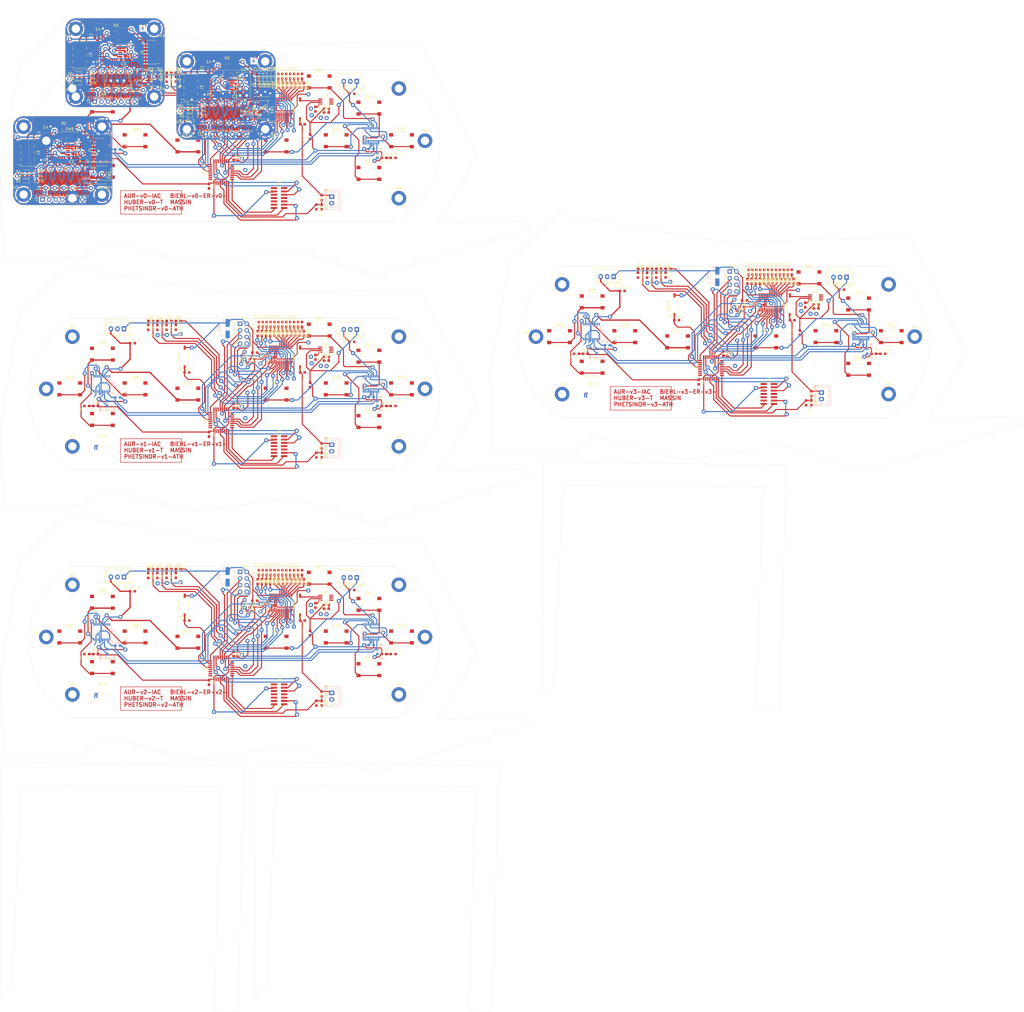
<source format=kicad_pcb>
(kicad_pcb (version 20221018) (generator pcbnew)
  (layers (0 "F.Cu" signal) (31 "B.Cu" signal) (34 "B.Paste" user) (35 "F.Paste" user) (36 "B.SilkS" user "B.Silkscreen") (37 "F.SilkS" user "F.Silkscreen") (38 "B.Mask" user) (39 "F.Mask" user) (44 "Edge.Cuts" user))
  (net 0 "")
  (net 1 "Glob_Alim-v0-")
  (net 2 "GND-v0-")
  (net 3 "POWER-v0-_CHECK-v0-")
  (net 4 "L-v0-i-ion-v0-")
  (net 5 "Net-(C7-Pad1)-v0-")
  (net 6 "Net-(C8-Pad1)-v0-")
  (net 7 "Net-(U3-BP)-v0-")
  (net 8 "Net-(D2-A)-v0-")
  (net 9 "Net-(D3-K)-v0-")
  (net 10 "Net-(D3-A)-v0-")
  (net 11 "Net-(D4-K)-v0-")
  (net 12 "Net-(D4-A)-v0-")
  (net 13 "Net-(D5-K)-v0-")
  (net 14 "Net-(D5-A)-v0-")
  (net 15 "Net-(D6-K)-v0-")
  (net 16 "Net-(D6-A)-v0-")
  (net 17 "Net-(D7-K)-v0-")
  (net 18 "Net-(D7-A)-v0-")
  (net 19 "Net-(D8-K)-v0-")
  (net 20 "Net-(D8-A)-v0-")
  (net 21 "Net-(D9-K)-v0-")
  (net 22 "Net-(D9-A)-v0-")
  (net 23 "Net-(D10-K)-v0-")
  (net 24 "Net-(D10-A)-v0-")
  (net 25 "Net-(D11-K)-v0-")
  (net 26 "Net-(D11-A)-v0-")
  (net 27 "Net-(D12-K)-v0-")
  (net 28 "Net-(D12-A)-v0-")
  (net 29 "Net-(D13-K)-v0-")
  (net 30 "Net-(D13-A)-v0-")
  (net 31 "Net-(D14-K)-v0-")
  (net 32 "Net-(D14-A)-v0-")
  (net 33 "Net-(D15-K)-v0-")
  (net 34 "Net-(D15-A)-v0-")
  (net 35 "Net-(D16-K)-v0-")
  (net 36 "Net-(D16-A)-v0-")
  (net 37 "Net-(D17-K)-v0-")
  (net 38 "Net-(D17-A)-v0-")
  (net 39 "Net-(D18-K)-v0-")
  (net 40 "Net-(D18-A)-v0-")
  (net 43 "SWDIO-v0-")
  (net 44 "SWDCK-v0-")
  (net 48 "R-v0-eset_Buton -v0-")
  (net 49 "USAR-v0-T2_R-v0-X-v0-")
  (net 50 "USAR-v0-T2_TX-v0-")
  (net 51 "R-v0-")
  (net 52 "L-v0-")
  (net 53 "NES{slash}SNES_switcher-v0-")
  (net 54 "DIO{slash}EX_CL-v0-K")
  (net 55 "DIO{slash}EX_SDA-v0-")
  (net 56 "DIODE_OE-v0-")
  (net 57 "Net-(#FL-v0-G05-pwr)")
  (net 58 "A_Button-v0-")
  (net 59 "B_Button-v0-")
  (net 60 "X_Button-v0-")
  (net 61 "Y_Button-v0-")
  (net 62 "UC_Button-v0-")
  (net 63 "Order_Search-v0-")
  (net 64 "L-v0-C_Button")
  (net 65 "R-v0-C_Button")
  (net 66 "DC_Button-v0-")
  (net 67 "ST_Button-v0-")
  (net 68 "SE_Button-v0-")
  (net 73 "Pin_Clock-v0-")
  (net 74 "Digital_Out_Put-v0-")
  (net 75 "MOSI-v0-")
  (net 79 "R-v0-X{slash}TX")
  (net 81 "CSN_nR-v0-F24")
  (net 99 "Glob_Alim-v1-")
  (net 100 "GND-v1-")
  (net 101 "POWER-v1-_CHECK-v1-")
  (net 102 "L-v1-i-ion-v1-")
  (net 103 "Net-(C7-Pad1)-v1-")
  (net 104 "Net-(C8-Pad1)-v1-")
  (net 105 "Net-(U3-BP)-v1-")
  (net 106 "Net-(D2-A)-v1-")
  (net 107 "Net-(D3-K)-v1-")
  (net 108 "Net-(D3-A)-v1-")
  (net 109 "Net-(D4-K)-v1-")
  (net 110 "Net-(D4-A)-v1-")
  (net 111 "Net-(D5-K)-v1-")
  (net 112 "Net-(D5-A)-v1-")
  (net 113 "Net-(D6-K)-v1-")
  (net 114 "Net-(D6-A)-v1-")
  (net 115 "Net-(D7-K)-v1-")
  (net 116 "Net-(D7-A)-v1-")
  (net 117 "Net-(D8-K)-v1-")
  (net 118 "Net-(D8-A)-v1-")
  (net 119 "Net-(D9-K)-v1-")
  (net 120 "Net-(D9-A)-v1-")
  (net 121 "Net-(D10-K)-v1-")
  (net 122 "Net-(D10-A)-v1-")
  (net 123 "Net-(D11-K)-v1-")
  (net 124 "Net-(D11-A)-v1-")
  (net 125 "Net-(D12-K)-v1-")
  (net 126 "Net-(D12-A)-v1-")
  (net 127 "Net-(D13-K)-v1-")
  (net 128 "Net-(D13-A)-v1-")
  (net 129 "Net-(D14-K)-v1-")
  (net 130 "Net-(D14-A)-v1-")
  (net 131 "Net-(D15-K)-v1-")
  (net 132 "Net-(D15-A)-v1-")
  (net 133 "Net-(D16-K)-v1-")
  (net 134 "Net-(D16-A)-v1-")
  (net 135 "Net-(D17-K)-v1-")
  (net 136 "Net-(D17-A)-v1-")
  (net 137 "Net-(D18-K)-v1-")
  (net 138 "Net-(D18-A)-v1-")
  (net 141 "SWDIO-v1-")
  (net 142 "SWDCK-v1-")
  (net 146 "R-v1-eset_Buton -v1-")
  (net 147 "USAR-v1-T2_R-v1-X-v1-")
  (net 148 "USAR-v1-T2_TX-v1-")
  (net 149 "R-v1-")
  (net 150 "L-v1-")
  (net 151 "NES{slash}SNES_switcher-v1-")
  (net 152 "DIO{slash}EX_CL-v1-K")
  (net 153 "DIO{slash}EX_SDA-v1-")
  (net 154 "DIODE_OE-v1-")
  (net 155 "Net-(#FL-v1-G05-pwr)")
  (net 156 "A_Button-v1-")
  (net 157 "B_Button-v1-")
  (net 158 "X_Button-v1-")
  (net 159 "Y_Button-v1-")
  (net 160 "UC_Button-v1-")
  (net 161 "Order_Search-v1-")
  (net 162 "L-v1-C_Button")
  (net 163 "R-v1-C_Button")
  (net 164 "DC_Button-v1-")
  (net 165 "ST_Button-v1-")
  (net 166 "SE_Button-v1-")
  (net 171 "Pin_Clock-v1-")
  (net 172 "Digital_Out_Put-v1-")
  (net 173 "MOSI-v1-")
  (net 177 "R-v1-X{slash}TX")
  (net 179 "CSN_nR-v1-F24")
  (net 197 "Glob_Alim-v2-")
  (net 198 "GND-v2-")
  (net 199 "POWER-v2-_CHECK-v2-")
  (net 200 "L-v2-i-ion-v2-")
  (net 201 "Net-(C7-Pad1)-v2-")
  (net 202 "Net-(C8-Pad1)-v2-")
  (net 203 "Net-(U3-BP)-v2-")
  (net 204 "Net-(D2-A)-v2-")
  (net 205 "Net-(D3-K)-v2-")
  (net 206 "Net-(D3-A)-v2-")
  (net 207 "Net-(D4-K)-v2-")
  (net 208 "Net-(D4-A)-v2-")
  (net 209 "Net-(D5-K)-v2-")
  (net 210 "Net-(D5-A)-v2-")
  (net 211 "Net-(D6-K)-v2-")
  (net 212 "Net-(D6-A)-v2-")
  (net 213 "Net-(D7-K)-v2-")
  (net 214 "Net-(D7-A)-v2-")
  (net 215 "Net-(D8-K)-v2-")
  (net 216 "Net-(D8-A)-v2-")
  (net 217 "Net-(D9-K)-v2-")
  (net 218 "Net-(D9-A)-v2-")
  (net 219 "Net-(D10-K)-v2-")
  (net 220 "Net-(D10-A)-v2-")
  (net 221 "Net-(D11-K)-v2-")
  (net 222 "Net-(D11-A)-v2-")
  (net 223 "Net-(D12-K)-v2-")
  (net 224 "Net-(D12-A)-v2-")
  (net 225 "Net-(D13-K)-v2-")
  (net 226 "Net-(D13-A)-v2-")
  (net 227 "Net-(D14-K)-v2-")
  (net 228 "Net-(D14-A)-v2-")
  (net 229 "Net-(D15-K)-v2-")
  (net 230 "Net-(D15-A)-v2-")
  (net 231 "Net-(D16-K)-v2-")
  (net 232 "Net-(D16-A)-v2-")
  (net 233 "Net-(D17-K)-v2-")
  (net 234 "Net-(D17-A)-v2-")
  (net 235 "Net-(D18-K)-v2-")
  (net 236 "Net-(D18-A)-v2-")
  (net 239 "SWDIO-v2-")
  (net 240 "SWDCK-v2-")
  (net 244 "R-v2-eset_Buton -v2-")
  (net 245 "USAR-v2-T2_R-v2-X-v2-")
  (net 246 "USAR-v2-T2_TX-v2-")
  (net 247 "R-v2-")
  (net 248 "L-v2-")
  (net 249 "NES{slash}SNES_switcher-v2-")
  (net 250 "DIO{slash}EX_CL-v2-K")
  (net 251 "DIO{slash}EX_SDA-v2-")
  (net 252 "DIODE_OE-v2-")
  (net 253 "Net-(#FL-v2-G05-pwr)")
  (net 254 "A_Button-v2-")
  (net 255 "B_Button-v2-")
  (net 256 "X_Button-v2-")
  (net 257 "Y_Button-v2-")
  (net 258 "UC_Button-v2-")
  (net 259 "Order_Search-v2-")
  (net 260 "L-v2-C_Button")
  (net 261 "R-v2-C_Button")
  (net 262 "DC_Button-v2-")
  (net 263 "ST_Button-v2-")
  (net 264 "SE_Button-v2-")
  (net 269 "Pin_Clock-v2-")
  (net 270 "Digital_Out_Put-v2-")
  (net 271 "MOSI-v2-")
  (net 275 "R-v2-X{slash}TX")
  (net 277 "CSN_nR-v2-F24")
  (net 295 "Glob_Alim-v3-")
  (net 296 "GND-v3-")
  (net 297 "POWER-v3-_CHECK-v3-")
  (net 298 "L-v3-i-ion-v3-")
  (net 299 "Net-(C7-Pad1)-v3-")
  (net 300 "Net-(C8-Pad1)-v3-")
  (net 301 "Net-(U3-BP)-v3-")
  (net 302 "Net-(D2-A)-v3-")
  (net 303 "Net-(D3-K)-v3-")
  (net 304 "Net-(D3-A)-v3-")
  (net 305 "Net-(D4-K)-v3-")
  (net 306 "Net-(D4-A)-v3-")
  (net 307 "Net-(D5-K)-v3-")
  (net 308 "Net-(D5-A)-v3-")
  (net 309 "Net-(D6-K)-v3-")
  (net 310 "Net-(D6-A)-v3-")
  (net 311 "Net-(D7-K)-v3-")
  (net 312 "Net-(D7-A)-v3-")
  (net 313 "Net-(D8-K)-v3-")
  (net 314 "Net-(D8-A)-v3-")
  (net 315 "Net-(D9-K)-v3-")
  (net 316 "Net-(D9-A)-v3-")
  (net 317 "Net-(D10-K)-v3-")
  (net 318 "Net-(D10-A)-v3-")
  (net 319 "Net-(D11-K)-v3-")
  (net 320 "Net-(D11-A)-v3-")
  (net 321 "Net-(D12-K)-v3-")
  (net 322 "Net-(D12-A)-v3-")
  (net 323 "Net-(D13-K)-v3-")
  (net 324 "Net-(D13-A)-v3-")
  (net 325 "Net-(D14-K)-v3-")
  (net 326 "Net-(D14-A)-v3-")
  (net 327 "Net-(D15-K)-v3-")
  (net 328 "Net-(D15-A)-v3-")
  (net 329 "Net-(D16-K)-v3-")
  (net 330 "Net-(D16-A)-v3-")
  (net 331 "Net-(D17-K)-v3-")
  (net 332 "Net-(D17-A)-v3-")
  (net 333 "Net-(D18-K)-v3-")
  (net 334 "Net-(D18-A)-v3-")
  (net 337 "SWDIO-v3-")
  (net 338 "SWDCK-v3-")
  (net 342 "R-v3-eset_Buton -v3-")
  (net 343 "USAR-v3-T2_R-v3-X-v3-")
  (net 344 "USAR-v3-T2_TX-v3-")
  (net 345 "R-v3-")
  (net 346 "L-v3-")
  (net 347 "NES{slash}SNES_switcher-v3-")
  (net 348 "DIO{slash}EX_CL-v3-K")
  (net 349 "DIO{slash}EX_SDA-v3-")
  (net 350 "DIODE_OE-v3-")
  (net 351 "Net-(#FL-v3-G05-pwr)")
  (net 352 "A_Button-v3-")
  (net 353 "B_Button-v3-")
  (net 354 "X_Button-v3-")
  (net 355 "Y_Button-v3-")
  (net 356 "UC_Button-v3-")
  (net 357 "Order_Search-v3-")
  (net 358 "L-v3-C_Button")
  (net 359 "R-v3-C_Button")
  (net 360 "DC_Button-v3-")
  (net 361 "ST_Button-v3-")
  (net 362 "SE_Button-v3-")
  (net 367 "Pin_Clock-v3-")
  (net 368 "Digital_Out_Put-v3-")
  (net 369 "MOSI-v3-")
  (net 373 "R-v3-X{slash}TX")
  (net 375 "CSN_nR-v3-F24")
  (net 393 "+5V-v7-")
  (net 394 "GND-v7-")
  (net 395 "+3.3V-v7-")
  (net 396 "Net-(D1-K)-v7-")
  (net 398 "Net-(D3-K)-v7-")
  (net 399 "Status_LED-v7-")
  (net 400 "Data_Clock_SNES-v7-")
  (net 401 "Data_Latch_SNES-v7-")
  (net 402 "Net-(D2-K)-v7-")
  (net 403 "Serial_Data1_SNES-v7-")
  (net 404 "Serial_Data2_SNES-v7-")
  (net 405 "SPI_Chip_Select-v7-")
  (net 406 "Chip_Enable-v7-")
  (net 407 "SPI_Digital_Input-v7-")
  (net 408 "SPI_Clock-v7-")
  (net 409 "SPI_Digital_Output-v7-")
  (net 410 "IOBit_SNES-v7-")
  (net 411 "Data_Clock_STM32-v7-")
  (net 412 "Data_Latch_STM32-v7-")
  (net 413 "Appairing_Btn-v7-")
  (net 414 "Net-(U2-BP)-v7-")
  (net 415 "SWDIO-v7-")
  (net 416 "SWDCK-v7-")
  (net 419 "NRST-v7-")
  (net 420 "USART2_RX-v7-")
  (net 421 "USART2_TX-v7-")
  (net 422 "Serial_Data1_STM32-v7-")
  (net 423 "IOBit_STM32-v7-")
  (net 424 "Serial_Data2_STM32-v7-")
  (net 438 "+5V-v8-")
  (net 439 "GND-v8-")
  (net 440 "+3.3V-v8-")
  (net 441 "Net-(D1-K)-v8-")
  (net 443 "Net-(D3-K)-v8-")
  (net 444 "Status_LED-v8-")
  (net 445 "Data_Clock_SNES-v8-")
  (net 446 "Data_Latch_SNES-v8-")
  (net 447 "Net-(D2-K)-v8-")
  (net 448 "Serial_Data1_SNES-v8-")
  (net 449 "Serial_Data2_SNES-v8-")
  (net 450 "SPI_Chip_Select-v8-")
  (net 451 "Chip_Enable-v8-")
  (net 452 "SPI_Digital_Input-v8-")
  (net 453 "SPI_Clock-v8-")
  (net 454 "SPI_Digital_Output-v8-")
  (net 455 "IOBit_SNES-v8-")
  (net 456 "Data_Clock_STM32-v8-")
  (net 457 "Data_Latch_STM32-v8-")
  (net 458 "Appairing_Btn-v8-")
  (net 459 "Net-(U2-BP)-v8-")
  (net 460 "SWDIO-v8-")
  (net 461 "SWDCK-v8-")
  (net 464 "NRST-v8-")
  (net 465 "USART2_RX-v8-")
  (net 466 "USART2_TX-v8-")
  (net 467 "Serial_Data1_STM32-v8-")
  (net 468 "IOBit_STM32-v8-")
  (net 469 "Serial_Data2_STM32-v8-")
  (net 483 "+5V-v9-")
  (net 484 "GND-v9-")
  (net 485 "+3.3V-v9-")
  (net 486 "Net-(D1-K)-v9-")
  (net 488 "Net-(D3-K)-v9-")
  (net 489 "Status_LED-v9-")
  (net 490 "Data_Clock_SNES-v9-")
  (net 491 "Data_Latch_SNES-v9-")
  (net 492 "Net-(D2-K)-v9-")
  (net 493 "Serial_Data1_SNES-v9-")
  (net 494 "Serial_Data2_SNES-v9-")
  (net 495 "SPI_Chip_Select-v9-")
  (net 496 "Chip_Enable-v9-")
  (net 497 "SPI_Digital_Input-v9-")
  (net 498 "SPI_Clock-v9-")
  (net 499 "SPI_Digital_Output-v9-")
  (net 500 "IOBit_SNES-v9-")
  (net 501 "Data_Clock_STM32-v9-")
  (net 502 "Data_Latch_STM32-v9-")
  (net 503 "Appairing_Btn-v9-")
  (net 504 "Net-(U2-BP)-v9-")
  (net 505 "SWDIO-v9-")
  (net 506 "SWDCK-v9-")
  (net 509 "NRST-v9-")
  (net 510 "USART2_RX-v9-")
  (net 511 "USART2_TX-v9-")
  (net 512 "Serial_Data1_STM32-v9-")
  (net 513 "IOBit_STM32-v9-")
  (net 514 "Serial_Data2_STM32-v9-")
  (footprint "Button_Switch_SMD:SW_SPST_B3S-1000" (layer "F.Cu") (at 329.938491 135.632725)
    (fp_text reference "SW3")
    (fp_text value "SW_Push")
  )
  (footprint "R-v0-esistor_SMD:R-v0-_0603_1608Metric_Pad0.98x0.95mm_HandSolder" (layer "F.Cu") (at 116.838491 23.445225 90)
    (fp_text reference "R-v0-34")
    (fp_text value "1K")
  )
  (footprint "MountingHole:MountingHole_3.2mm_M3_DIN965_Pad" (layer "F.Cu") (at 72.75 43.75)
    (fp_text reference "H3")
    (fp_text value "MountingHole_Pad")
  )
  (footprint "Capacitor_SMD:C_0603_1608Metric_Pad1.08x0.95mm_HandSolder" (layer "F.Cu") (at 49.01 14.8025 90)
    (fp_text reference "C2")
    (fp_text value "100n")
  )
  (footprint "R-v1-esistor_SMD:R-v1-_0603_1608Metric_Pad0.98x0.95mm_HandSolder" (layer "F.Cu") (at 51.938491 125.632725)
    (fp_text reference "R-v1-2")
    (fp_text value "1K")
  )
  (footprint "Resistor_SMD:R_0603_1608Metric_Pad0.98x0.95mm_HandSolder" (layer "F.Cu") (at 88.17 18.82 90)
    (fp_text reference "R2")
    (fp_text value "10k")
  )
  (footprint "L-v2-ED_SMD:L-v2-ED_0603_1608Metric_Pad1.05x0.95mm_HandSolder" (layer "F.Cu") (at 65.938491 212.132725)
    (fp_text reference "D5")
    (fp_text value "G3")
  )
  (footprint "Button_Switch_SMD:SW_DIP_SPSTx01_Slide_Copal_CHS-01B_W7.62mm_P1.27mm" (layer "F.Cu") (at 116.108491 36.132725 90)
    (fp_text reference "SW1")
    (fp_text value "SW_DIP_x01")
  )
  (footprint "L-v1-ED_SMD:L-v1-ED_0603_1608Metric_Pad1.05x0.95mm_HandSolder" (layer "F.Cu") (at 65.938491 117.132725)
    (fp_text reference "D5")
    (fp_text value "G3")
  )
  (footprint "R-v1-esistor_SMD:R-v1-_0603_1608Metric_Pad0.98x0.95mm_HandSolder" (layer "F.Cu") (at 97.748491 131.732725 180)
    (fp_text reference "R-v1-11")
    (fp_text value "10K")
  )
  (footprint "Button_Switch_SMD:SW_SPST_B3S-1000" (layer "F.Cu") (at 317.438491 123.132725)
    (fp_text reference "SW5")
    (fp_text value "SW_Push")
  )
  (footprint "Diode_SMD:D_0603_1608Metric_Pad1.05x0.95mm_HandSolder" (layer "F.Cu") (at 73.26875 38.55 180)
    (fp_text reference "D2")
    (fp_text value "LED_Small")
  )
  (footprint "L-v1-ED_SMD:L-v1-ED_0603_1608Metric_Pad1.05x0.95mm_HandSolder" (layer "F.Cu") (at 99.863491 121.957725 -90)
    (fp_text reference "D7")
    (fp_text value "G5")
  )
  (footprint "Capacitor_SMD:C_0603_1608Metric_Pad1.08x0.95mm_HandSolder" (layer "F.Cu") (at 19.05 45.25 90)
    (fp_text reference "C4")
    (fp_text value "100n")
  )
  (footprint "Button_Switch_SMD:SW_SPST_B3S-1000" (layer "F.Cu") (at 310.938491 100.632725)
    (fp_text reference "SW7")
    (fp_text value "SW_SPST")
  )
  (footprint "R-v0-esistor_SMD:R-v0-_0603_1608Metric_Pad0.98x0.95mm_HandSolder" (layer "F.Cu") (at 103.308491 23.445225 90)
    (fp_text reference "R-v0-25")
    (fp_text value "1K")
  )
  (footprint "Button_Switch_SMD:SW_SPST_B3S-1000" (layer "F.Cu") (at 142.438491 35.632725)
    (fp_text reference "SW4")
    (fp_text value "SW_Push")
  )
  (footprint "R-v0-esistor_SMD:R-v0-_0603_1608Metric_Pad0.98x0.95mm_HandSolder" (layer "F.Cu") (at 34.446467 54.682725 180)
    (fp_text reference "R-v0-7")
    (fp_text value "1k")
  )
  (footprint "MountingHole:MountingHole_3.2mm_M3_DIN965_Pad" (layer "F.Cu") (at 102.75 17.75)
    (fp_text reference "H2")
    (fp_text value "MountingHole_Pad")
  )
  (footprint "MountingHole:MountingHole_3.2mm_M3_DIN965_Pad" (layer "F.Cu") (at 102.75 43.75)
    (fp_text reference "H4")
    (fp_text value "MountingHole_Pad")
  )
  (footprint "MountingHole:MountingHole_3.2mm_M3_DIN965_Pad" (layer "F.Cu") (at 18.938491 48.132725)
    (fp_text reference "H2")
    (fp_text value "MountingHole_Pad")
  )
  (footprint "R-v3-esistor_SMD:R-v3-_0603_1608Metric_Pad0.98x0.95mm_HandSolder" (layer "F.Cu") (at 239.438491 105.632725)
    (fp_text reference "R-v3-2")
    (fp_text value "1K")
  )
  (footprint "R-v0-esistor_SMD:R-v0-_0603_1608Metric_Pad0.98x0.95mm_HandSolder" (layer "F.Cu") (at 126.198491 35.808725)
    (fp_text reference "R-v0-3")
    (fp_text value "1K")
  )
  (footprint "R-v3-esistor_SMD:R-v3-_0603_1608Metric_Pad0.98x0.95mm_HandSolder" (layer "F.Cu") (at 221.946467 129.682725 180)
    (fp_text reference "R-v3-7")
    (fp_text value "1k")
  )
  (footprint "MountingHole:MountingHole_3.2mm_M3_DIN965_Pad" (layer "F.Cu") (at 28.938491 165.132725)
    (fp_text reference "H3")
    (fp_text value "MountingHole_Pad")
  )
  (footprint "Button_Switch_SMD:SW_SPST_B3S-1000" (layer "F.Cu") (at 40.438491 34.832725)
    (fp_text reference "SW6")
    (fp_text value "SW_Push")
  )
  (footprint "Button_Switch_SMD:SW_SPST_B3S-1000" (layer "F.Cu") (at 142.438491 155.632725)
    (fp_text reference "SW3")
    (fp_text value "SW_Push")
  )
  (footprint "Connector_JST:JST_XH_B3B-XH-A_1x03_P2.50mm_Vertical" (layer "F.Cu") (at 137.842491 215.394725 180)
    (fp_text reference "J4")
    (fp_text value "Conn_01x03")
  )
  (footprint "Package_SO:MSOP-8_3x3mm_P0.65mm" (layer "F.Cu") (at 125.938491 128.132725)
    (fp_text reference "U3")
    (fp_text value "MIC5219-3.3YMM")
  )
  (footprint "Capacitor_SMD:C_0603_1608Metric_Pad1.08x0.95mm_HandSolder" (layer "F.Cu") (at 90.638491 244.604725 -90)
    (fp_text reference "C3")
    (fp_text value "100n")
  )
  (footprint "Capacitor_SMD:C_0603_1608Metric_Pad1.08x0.95mm_HandSolder" (layer "F.Cu") (at 92.162491 54.604725 -90)
    (fp_text reference "C6")
    (fp_text value "10u")
  )
  (footprint "MountingHole:MountingHole_3.2mm_M3_DIN965_Pad" (layer "F.Cu") (at 40.25 42.75)
    (fp_text reference "H2")
    (fp_text value "MountingHole_Pad")
  )
  (footprint "R-v0-esistor_SMD:R-v0-_0603_1608Metric_Pad0.98x0.95mm_HandSolder" (layer "F.Cu") (at 57.963491 24.607725 -90)
    (fp_text reference "R-v0-18")
    (fp_text value "1K")
  )
  (footprint "R-v1-esistor_SMD:R-v1-_0603_1608Metric_Pad0.98x0.95mm_HandSolder" (layer "F.Cu") (at 64.988491 119.607725 -90)
    (fp_text reference "R-v1-21")
    (fp_text value "1K")
  )
  (footprint "Diode_SMD:D_0603_1608Metric_Pad1.05x0.95mm_HandSolder" (layer "F.Cu") (at 10.76875 59.95 180)
    (fp_text reference "D1")
    (fp_text value "LED_Small")
  )
  (footprint "L-v3-ED_SMD:L-v3-ED_0603_1608Metric_Pad1.05x0.95mm_HandSolder" (layer "F.Cu") (at 301.813491 101.932725 -90)
    (fp_text reference "D16")
    (fp_text value "R-v3-2")
  )
  (footprint "R-v3-esistor_SMD:R-v3-_0603_1608Metric_Pad0.98x0.95mm_HandSolder" (layer "F.Cu") (at 302.838491 98.445225 90)
    (fp_text reference "R-v3-33")
    (fp_text value "1K")
  )
  (footprint "Package_SO:TSSOP-28_4.4x9.7mm_P0.65mm" (layer "F.Cu") (at 296.172491 110.046725 90)
    (fp_text reference "U4")
    (fp_text value "PCA9685PW")
  )
  (footprint "L-v3-ED_SMD:L-v3-ED_0603_1608Metric_Pad1.05x0.95mm_HandSolder" (layer "F.Cu") (at 300.213491 101.932725 -90)
    (fp_text reference "D15")
    (fp_text value "R-v3-1")
  )
  (footprint "L-v2-ED_SMD:L-v2-ED_0603_1608Metric_Pad1.05x0.95mm_HandSolder" (layer "F.Cu") (at 103.063491 216.957725 -90)
    (fp_text reference "D9")
    (fp_text value "G7")
  )
  (footprint "L-v2-ED_SMD:L-v2-ED_0603_1608Metric_Pad1.05x0.95mm_HandSolder" (layer "F.Cu") (at 117.538491 216.932725 -90)
    (fp_text reference "D18")
    (fp_text value "R-v2-4")
  )
  (footprint "R-v2-esistor_SMD:R-v2-_0603_1608Metric_Pad0.98x0.95mm_HandSolder" (layer "F.Cu") (at 135.938491 220.132725)
    (fp_text reference "R-v2-13")
    (fp_text value "1K")
  )
  (footprint "Button_Switch_SMD:SW_SPST_B3S-1000" (layer "F.Cu") (at 240.438491 123.132725)
    (fp_text reference "SW8")
    (fp_text value "SW_Push")
  )
  (footprint "R-v3-esistor_SMD:R-v3-_0603_1608Metric_Pad0.98x0.95mm_HandSolder" (layer "F.Cu") (at 260.288491 116.832725)
    (fp_text reference "R-v3-1")
    (fp_text value "1K")
  )
  (footprint "L-v2-ED_SMD:L-v2-ED_0603_1608Metric_Pad1.05x0.95mm_HandSolder" (layer "F.Cu") (at 58.938491 212.132725)
    (fp_text reference "D3")
    (fp_text value "G1")
  )
  (footprint "L-v3-ED_SMD:L-v3-ED_0603_1608Metric_Pad1.05x0.95mm_HandSolder" (layer "F.Cu") (at 297.013491 101.932725 -90)
    (fp_text reference "D13")
    (fp_text value "O3")
  )
  (footprint "Connector_PinHeader_1.27mm:PinHeader_2x07_P1.27mm_Vertical_SMD" (layer "F.Cu") (at 108.063491 260.072725)
    (fp_text reference "J2")
    (fp_text value "Conn_02x07_Odd_Even")
  )
  (footprint "R-v3-esistor_SMD:R-v3-_0603_1608Metric_Pad0.98x0.95mm_HandSolder" (layer "F.Cu") (at 309.838491 148.470225 -90)
    (fp_text reference "R-v3-10")
    (fp_text value "1M")
  )
  (footprint "Button_Switch_SMD:SW_DIP_SPSTx01_Slide_Copal_CHS-01B_W7.62mm_P1.27mm" (layer "F.Cu") (at 116.108491 131.132725 90)
    (fp_text reference "SW1")
    (fp_text value "SW_DIP_x01")
  )
  (footprint "Connector_JST:JST_XH_B3B-XH-A_1x03_P2.50mm_Vertical" (layer "F.Cu") (at 137.842491 120.394725 180)
    (fp_text reference "J4")
    (fp_text value "Conn_01x03")
  )
  (footprint "Button_Switch_SMD:SW_SPST_B3S-1000" (layer "F.Cu") (at 142.438491 225.632725)
    (fp_text reference "SW4")
    (fp_text value "SW_Push")
  )
  (footprint "R-v2-esistor_SMD:R-v2-_0603_1608Metric_Pad0.98x0.95mm_HandSolder" (layer "F.Cu") (at 109.338491 213.445225 90)
    (fp_text reference "R-v2-29")
    (fp_text value "1K")
  )
  (footprint "L-v0-ED_SMD:L-v0-ED_0603_1608Metric_Pad1.05x0.95mm_HandSolder" (layer "F.Cu") (at 58.938491 22.132725)
    (fp_text reference "D3")
    (fp_text value "G1")
  )
  (footprint "Button_Switch_SMD:SW_SPST_B3S-1000" (layer "F.Cu") (at 227.938491 134.832725)
    (fp_text reference "SW11")
    (fp_text value "SW_Push")
  )
  (footprint "Resistor_SMD:R_0603_1608Metric_Pad0.98x0.95mm_HandSolder" (layer "F.Cu") (at 34.26875 22.45)
    (fp_text reference "R1")
    (fp_text value "1k")
  )
  (footprint "R-v2-esistor_SMD:R-v2-_0603_1608Metric_Pad0.98x0.95mm_HandSolder" (layer "F.Cu") (at 126.198491 225.808725)
    (fp_text reference "R-v2-3")
    (fp_text value "1K")
  )
  (footprint "Button_Switch_SMD:SW_SPST_B3S-1000" (layer "F.Cu") (at 40.438491 224.832725)
    (fp_text reference "SW6")
    (fp_text value "SW_Push")
  )
  (footprint "Capacitor_SMD:C_0603_1608Metric_Pad1.08x0.95mm_HandSolder" (layer "F.Cu") (at 29.01 52.3025 90)
    (fp_text reference "C2")
    (fp_text value "100n")
  )
  (footprint "MountingHole:MountingHole_3.2mm_M3_DIN965_Pad" (layer "F.Cu") (at 30.25 5.25)
    (fp_text reference "H1")
    (fp_text value "MountingHole_Pad")
  )
  (footprint "Resistor_SMD:R_0603_1608Metric_Pad0.98x0.95mm_HandSolder" (layer "F.Cu") (at 34.26875 24.25)
    (fp_text reference "R4")
    (fp_text value "1k")
  )
  (footprint "R-v3-esistor_SMD:R-v3-_0603_1608Metric_Pad0.98x0.95mm_HandSolder" (layer "F.Cu") (at 301.338491 98.445225 90)
    (fp_text reference "R-v3-32")
    (fp_text value "1K")
  )
  (footprint "Capacitor_SMD:C_0603_1608Metric_Pad1.08x0.95mm_HandSolder" (layer "F.Cu") (at 124.338491 73.470225 -90)
    (fp_text reference "C2")
    (fp_text value "1nF")
  )
  (footprint "R-v0-esistor_SMD:R-v0-_0603_1608Metric_Pad0.98x0.95mm_HandSolder" (layer "F.Cu") (at 110.838491 23.445225 90)
    (fp_text reference "R-v0-30")
    (fp_text value "1K")
  )
  (footprint "R-v3-esistor_SMD:R-v3-_0603_1608Metric_Pad0.98x0.95mm_HandSolder" (layer "F.Cu") (at 286.248491 109.232725 180)
    (fp_text reference "R-v3-16")
    (fp_text value "10K")
  )
  (footprint "Button_Switch_SMD:SW_SPST_B3S-1000" (layer "F.Cu") (at 58.75 23.75 180)
    (fp_text reference "SW1")
    (fp_text value "SW_SPST")
  )
  (footprint "Package_SO:TSSOP-28_4.4x9.7mm_P0.65mm" (layer "F.Cu") (at 108.672491 130.046725 90)
    (fp_text reference "U4")
    (fp_text value "PCA9685PW")
  )
  (footprint "Capacitor_SMD:C_0603_1608Metric_Pad1.08x0.95mm_HandSolder" (layer "F.Cu") (at 90.638491 149.604725 -90)
    (fp_text reference "C3")
    (fp_text value "100n")
  )
  (footprint "R-v2-esistor_SMD:R-v2-_0603_1608Metric_Pad0.98x0.95mm_HandSolder" (layer "F.Cu") (at 51.938491 220.632725)
    (fp_text reference "R-v2-2")
    (fp_text value "1K")
  )
  (footprint "R-v3-esistor_SMD:R-v3-_0603_1608Metric_Pad0.98x0.95mm_HandSolder" (layer "F.Cu") (at 256.038491 99.557725 -90)
    (fp_text reference "R-v3-22")
    (fp_text value "1K")
  )
  (footprint "Connector_PinHeader_2.54mm:PinHeader_1x07_P2.54mm_Vertical" (layer "F.Cu") (at 17.5 70.65 90)
    (fp_text reference "J2")
    (fp_text value "Conn_01x07_Socket")
  )
  (footprint "MountingHole:MountingHole_3.2mm_M3_DIN965_Pad" (layer "F.Cu") (at 60.25 31.25)
    (fp_text reference "H4")
    (fp_text value "MountingHole_Pad")
  )
  (footprint "L-v2-ED_SMD:L-v2-ED_0603_1608Metric_Pad1.05x0.95mm_HandSolder" (layer "F.Cu") (at 109.513491 216.932725 -90)
    (fp_text reference "D13")
    (fp_text value "O3")
  )
  (footprint "L-v1-ED_SMD:L-v1-ED_0603_1608Metric_Pad1.05x0.95mm_HandSolder" (layer "F.Cu") (at 114.313491 121.932725 -90)
    (fp_text reference "D16")
    (fp_text value "R-v1-2")
  )
  (footprint "MountingHole:MountingHole_3.2mm_M3_DIN965_Pad" (layer "F.Cu") (at 341.438491 145.132725)
    (fp_text reference "H6")
    (fp_text value "MountingHole_Pad")
  )
  (footprint "MountingHole:MountingHole_3.2mm_M3_DIN965_Pad" (layer "F.Cu") (at 153.938491 165.132725)
    (fp_text reference "H6")
    (fp_text value "MountingHole_Pad")
  )
  (footprint "Resistor_SMD:R_0603_1608Metric_Pad0.98x0.95mm_HandSolder" (layer "F.Cu") (at 76.76875 38.55)
    (fp_text reference "R3")
    (fp_text value "1k")
  )
  (footprint "Button_Switch_SMD:SW_SPST_B3S-1000" (layer "F.Cu") (at 27.938491 143.132725)
    (fp_text reference "SW9")
    (fp_text value "SW_Push")
  )
  (footprint "R-v0-esistor_SMD:R-v0-_0603_1608Metric_Pad0.98x0.95mm_HandSolder" (layer "F.Cu") (at 115.338491 23.445225 90)
    (fp_text reference "R-v0-33")
    (fp_text value "1K")
  )
  (footprint "Capacitor_SMD:C_0603_1608Metric_Pad1.08x0.95mm_HandSolder" (layer "F.Cu") (at 119.933491 141.615225 -90)
    (fp_text reference "C10")
    (fp_text value "100nF")
  )
  (footprint "Button_Switch_SMD:SW_SPST_B3S-1000" (layer "F.Cu") (at 342.438491 123.132725)
    (fp_text reference "SW2")
    (fp_text value "SW_Push")
  )
  (footprint "R-v3-esistor_SMD:R-v3-_0603_1608Metric_Pad0.98x0.95mm_HandSolder" (layer "F.Cu") (at 292.338491 98.445225 90)
    (fp_text reference "R-v3-26")
    (fp_text value "1K")
  )
  (footprint "Connector_PinHeader_2.54mm:PinHeader_2x04_P2.54mm_Vertical" (layer "F.Cu") (at 93.138491 118.192725)
    (fp_text reference "U2")
    (fp_text value "nR-v1-F24_Full")
  )
  (footprint "L-v1-ED_SMD:L-v1-ED_0603_1608Metric_Pad1.05x0.95mm_HandSolder" (layer "F.Cu") (at 107.898491 121.945225 -90)
    (fp_text reference "D12")
    (fp_text value "O2")
  )
  (footprint "R-v1-esistor_SMD:R-v1-_0603_1608Metric_Pad0.98x0.95mm_HandSolder" (layer "F.Cu") (at 101.838491 118.445225 90)
    (fp_text reference "R-v1-24")
    (fp_text value "1K")
  )
  (footprint "Button_Switch_SMD:SW_SPST_B3S-1000" (layer "F.Cu") (at 40.438491 59.832725)
    (fp_text reference "SW11")
    (fp_text value "SW_Push")
  )
  (footprint "Button_Switch_SMD:SW_SPST_B3S-1000" (layer "F.Cu") (at 129.938491 48.132725)
    (fp_text reference "SW5")
    (fp_text value "SW_Push")
  )
  (footprint "Button_Switch_SMD:SW_SPST_B3S-1000" (layer "F.Cu") (at 129.938491 143.132725)
    (fp_text reference "SW5")
    (fp_text value "SW_Push")
  )
  (footprint "Button_Switch_SMD:SW_SPST_B3S-1000" (layer "F.Cu") (at 73.148491 240.132725)
    (fp_text reference "SW12")
    (fp_text value "SW_Push")
  )
  (footprint "L-v2-ED_SMD:L-v2-ED_0603_1608Metric_Pad1.05x0.95mm_HandSolder" (layer "F.Cu") (at 99.863491 216.957725 -90)
    (fp_text reference "D7")
    (fp_text value "G5")
  )
  (footprint "Connector_PinHeader_1.27mm:PinHeader_2x07_P1.27mm_Vertical_SMD" (layer "F.Cu") (at 59.25 14.25 180)
    (fp_text reference "J1")
    (fp_text value "Conn_02x07_Odd_Even")
  )
  (footprint "R-v2-esistor_SMD:R-v2-_0603_1608Metric_Pad0.98x0.95mm_HandSolder" (layer "F.Cu") (at 110.838491 213.445225 90)
    (fp_text reference "R-v2-30")
    (fp_text value "1K")
  )
  (footprint "MountingHole:MountingHole_3.2mm_M3_DIN965_Pad" (layer "F.Cu") (at 28.938491 260.132725)
    (fp_text reference "H3")
    (fp_text value "MountingHole_Pad")
  )
  (footprint "R-v1-esistor_SMD:R-v1-_0603_1608Metric_Pad0.98x0.95mm_HandSolder" (layer "F.Cu") (at 98.748491 129.232725 180)
    (fp_text reference "R-v1-16")
    (fp_text value "10K")
  )
  (footprint "Resistor_SMD:R_0603_1608Metric_Pad0.98x0.95mm_HandSolder" (layer "F.Cu") (at 76.76875 36.75)
    (fp_text reference "R4")
    (fp_text value "1k")
  )
  (footprint "Capacitor_SMD:C_0603_1608Metric_Pad1.08x0.95mm_HandSolder" (layer "F.Cu") (at 311.838491 148.470225 -90)
    (fp_text reference "C2")
    (fp_text value "1nF")
  )
  (footprint "R-v1-esistor_SMD:R-v1-_0603_1608Metric_Pad0.98x0.95mm_HandSolder" (layer "F.Cu") (at 106.338491 118.445225 90)
    (fp_text reference "R-v1-27")
    (fp_text value "1K")
  )
  (footprint "L-v3-ED_SMD:L-v3-ED_0603_1608Metric_Pad1.05x0.95mm_HandSolder" (layer "F.Cu") (at 293.763491 101.957725 -90)
    (fp_text reference "D11")
    (fp_text value "O1")
  )
  (footprint "R-v3-esistor_SMD:R-v3-_0603_1608Metric_Pad0.98x0.95mm_HandSolder" (layer "F.Cu") (at 313.698491 110.808725)
    (fp_text reference "R-v3-3")
    (fp_text value "1K")
  )
  (footprint "MountingHole:MountingHole_3.2mm_M3_DIN965_Pad" (layer "F.Cu") (at 40.25 68.75)
    (fp_text reference "H4")
    (fp_text value "MountingHole_Pad")
  )
  (footprint "MountingHole:MountingHole_3.2mm_M3_DIN965_Pad" (layer "F.Cu") (at 163.938491 48.132725)
    (fp_text reference "H5")
    (fp_text value "MountingHole_Pad")
  )
  (footprint "Button_Switch_SMD:SW_SPST_B3S-1000" (layer "F.Cu") (at 73.148491 50.132725)
    (fp_text reference "SW12")
    (fp_text value "SW_Push")
  )
  (footprint "Capacitor_SMD:C_0603_1608Metric_Pad1.08x0.95mm_HandSolder" (layer "F.Cu") (at 148.250515 149.682725 180)
    (fp_text reference "C7")
    (fp_text value "100nF")
  )
  (footprint "R-v2-esistor_SMD:R-v2-_0603_1608Metric_Pad0.98x0.95mm_HandSolder" (layer "F.Cu") (at 124.338491 259.932725 -90)
    (fp_text reference "R-v2-9")
    (fp_text value "1M")
  )
  (footprint "Diode_SMD:D_0603_1608Metric_Pad1.05x0.95mm_HandSolder" (layer "F.Cu") (at 10.76875 63.55 180)
    (fp_text reference "D2")
    (fp_text value "LED_Small")
  )
  (footprint "R-v3-esistor_SMD:R-v3-_0603_1608Metric_Pad0.98x0.95mm_HandSolder" (layer "F.Cu") (at 293.838491 98.445225 90)
    (fp_text reference "R-v3-27")
    (fp_text value "1K")
  )
  (footprint "R-v3-esistor_SMD:R-v3-_0603_1608Metric_Pad0.98x0.95mm_HandSolder" (layer "F.Cu") (at 304.338491 98.445225 90)
    (fp_text reference "R-v3-34")
    (fp_text value "1K")
  )
  (footprint "L-v2-ED_SMD:L-v2-ED_0603_1608Metric_Pad1.05x0.95mm_HandSolder" (layer "F.Cu") (at 62.438491 212.132725)
    (fp_text reference "D4")
    (fp_text value "G2")
  )
  (footprint "R-v1-esistor_SMD:R-v1-_0603_1608Metric_Pad0.98x0.95mm_HandSolder" (layer "F.Cu") (at 104.838491 118.445225 90)
    (fp_text reference "R-v1-26")
    (fp_text value "1K")
  )
  (footprint "L-v0-ED_SMD:L-v0-ED_0603_1608Metric_Pad1.05x0.95mm_HandSolder" (layer "F.Cu") (at 115.913491 26.932725 -90)
    (fp_text reference "D17")
    (fp_text value "R-v0-3")
  )
  (footprint "Connector_PinHeader_2.54mm:PinHeader_2x04_P2.54mm_Vertical" (layer "F.Cu") (at 280.638491 98.192725)
    (fp_text reference "U2")
    (fp_text value "nR-v3-F24_Full")
  )
  (footprint "R-v1-esistor_SMD:R-v1-_0603_1608Metric_Pad0.98x0.95mm_HandSolder" (layer "F.Cu") (at 135.938491 125.132725)
    (fp_text reference "R-v1-13")
    (fp_text value "1K")
  )
  (footprint "Button_Switch_SMD:SW_SPST_B3S-1000" (layer "F.Cu") (at 52.938491 238.132725)
    (fp_text reference "SW8")
    (fp_text value "SW_Push")
  )
  (footprint "L-v1-ED_SMD:L-v1-ED_0603_1608Metric_Pad1.05x0.95mm_HandSolder" (layer "F.Cu") (at 69.438491 117.132725)
    (fp_text reference "D6")
    (fp_text value "G4")
  )
  (footprint "Resistor_SMD:R_0603_1608Metric_Pad0.98x0.95mm_HandSolder" (layer "F.Cu") (at 14.26875 61.75)
    (fp_text reference "R4")
    (fp_text value "1k")
  )
  (footprint "Capacitor_SMD:C_0603_1608Metric_Pad1.08x0.95mm_HandSolder" (layer "F.Cu") (at 37.846467 54.682725)
    (fp_text reference "C8")
    (fp_text value "100nF")
  )
  (footprint "R-v0-esistor_SMD:R-v0-_0603_1608Metric_Pad0.98x0.95mm_HandSolder" (layer "F.Cu") (at 61.463491 24.632725 -90)
    (fp_text reference "R-v0-20")
    (fp_text value "1K")
  )
  (footprint "R-v1-esistor_SMD:R-v1-_0603_1608Metric_Pad0.98x0.95mm_HandSolder" (layer "F.Cu") (at 110.838491 118.445225 90)
    (fp_text reference "R-v1-30")
    (fp_text value "1K")
  )
  (footprint "L-v2-ED_SMD:L-v2-ED_0603_1608Metric_Pad1.05x0.95mm_HandSolder" (layer "F.Cu") (at 104.663491 216.957725 -90)
    (fp_text reference "D10")
    (fp_text value "G8")
  )
  (footprint "R-v0-esistor_SMD:R-v0-_0603_1608Metric_Pad0.98x0.95mm_HandSolder" (layer "F.Cu") (at 68.538491 24.557725 -90)
    (fp_text reference "R-v0-22")
    (fp_text value "1K")
  )
  (footprint "L-v2-ED_SMD:L-v2-ED_0603_1608Metric_Pad1.05x0.95mm_HandSolder" (layer "F.Cu") (at 112.713491 216.932725 -90)
    (fp_text reference "D15")
    (fp_text value "R-v2-1")
  )
  (footprint "MountingHole:MountingHole_3.2mm_M3_DIN965_Pad" (layer "F.Cu") (at 60.25 5.25)
    (fp_text reference "H2")
    (fp_text value "MountingHole_Pad")
  )
  (footprint "L-v3-ED_SMD:L-v3-ED_0603_1608Metric_Pad1.05x0.95mm_HandSolder" (layer "F.Cu") (at 303.413491 101.932725 -90)
    (fp_text reference "D17")
    (fp_text value "R-v3-3")
  )
  (footprint "R-v3-esistor_SMD:R-v3-_0603_1608Metric_Pad0.98x0.95mm_HandSolder" (layer "F.Cu") (at 295.338491 98.445225 90)
    (fp_text reference "R-v3-28")
    (fp_text value "1K")
  )
  (footprint "Button_Switch_SMD:SW_SPST_B3S-1000" (layer "F.Cu") (at 40.438491 154.832725)
    (fp_text reference "SW11")
    (fp_text value "SW_Push")
  )
  (footprint "Capacitor_SMD:C_0603_1608Metric_Pad1.08x0.95mm_HandSolder" (layer "F.Cu") (at 39.05 7.75 90)
    (fp_text reference "C4")
    (fp_text value "100n")
  )
  (footprint "Capacitor_SMD:C_0603_1608Metric_Pad1.08x0.95mm_HandSolder" (layer "F.Cu") (at 81.240491 65.526725 -90)
    (fp_text reference "C5")
    (fp_text value "100n")
  )
  (footprint "Button_Switch_SMD:SW_SPST_B3S-1000" (layer "F.Cu") (at 129.938491 238.132725)
    (fp_text reference "SW5")
    (fp_text value "SW_Push")
  )
  (footprint "R-v1-esistor_SMD:R-v1-_0603_1608Metric_Pad0.98x0.95mm_HandSolder" (layer "F.Cu") (at 126.198491 130.808725)
    (fp_text reference "R-v1-3")
    (fp_text value "1K")
  )
  (footprint "Button_Switch_SMD:SW_DIP_SPSTx01_Slide_Copal_CHS-01B_W7.62mm_P1.27mm" (layer "F.Cu") (at 71.938491 226.132725 90)
    (fp_text reference "SW10")
    (fp_text value "SW_DIP_x01")
  )
  (footprint "Capacitor_SMD:C_0603_1608Metric_Pad1.08x0.95mm_HandSolder" (layer "F.Cu") (at 279.662491 129.604725 -90)
    (fp_text reference "C6")
    (fp_text value "10u")
  )
  (footprint "Button_Switch_SMD:SW_SPST_B3S-1000" (layer "F.Cu") (at 38.75 61.25 180)
    (fp_text reference "SW1")
    (fp_text value "SW_SPST")
  )
  (footprint "R-v2-esistor_SMD:R-v2-_0603_1608Metric_Pad0.98x0.95mm_HandSolder" (layer "F.Cu") (at 98.748491 224.232725 180)
    (fp_text reference "R-v2-16")
    (fp_text value "10K")
  )
  (footprint "R-v2-esistor_SMD:R-v2-_0603_1608Metric_Pad0.98x0.95mm_HandSolder" (layer "F.Cu") (at 57.963491 214.607725 -90)
    (fp_text reference "R-v2-18")
    (fp_text value "1K")
  )
  (footprint "R-v0-esistor_SMD:R-v0-_0603_1608Metric_Pad0.98x0.95mm_HandSolder" (layer "F.Cu") (at 101.838491 23.445225 90)
    (fp_text reference "R-v0-24")
    (fp_text value "1K")
  )
  (footprint "L-v3-ED_SMD:L-v3-ED_0603_1608Metric_Pad1.05x0.95mm_HandSolder" (layer "F.Cu") (at 290.563491 101.957725 -90)
    (fp_text reference "D9")
    (fp_text value "G7")
  )
  (footprint "R-v1-esistor_SMD:R-v1-_0603_1608Metric_Pad0.98x0.95mm_HandSolder" (layer "F.Cu") (at 151.750515 149.682725)
    (fp_text reference "R-v1-4")
    (fp_text value "1k")
  )
  (footprint "Button_Switch_SMD:SW_SPST_B3S-1000" (layer "F.Cu") (at 154.938491 238.132725)
    (fp_text reference "SW2")
    (fp_text value "SW_Push")
  )
  (footprint "MountingHole:MountingHole_3.2mm_M3_DIN965_Pad" (layer "F.Cu") (at 72.75 17.75)
    (fp_text reference "H1")
    (fp_text value "MountingHole_Pad")
  )
  (footprint "L-v1-ED_SMD:L-v1-ED_0603_1608Metric_Pad1.05x0.95mm_HandSolder" (layer "F.Cu") (at 126.198491 132.332725)
    (fp_text reference "D2")
    (fp_text value "L-v1-ED_Small")
  )
  (footprint "Capacitor_SMD:C_0603_1608Metric_Pad1.08x0.95mm_HandSolder" (layer "F.Cu") (at 124.338491 263.470225 -90)
    (fp_text reference "C2")
    (fp_text value "1nF")
  )
  (footprint "Capacitor_SMD:C_0603_1608Metric_Pad1.08x0.95mm_HandSolder" (layer "F.Cu") (at 307.433491 121.615225 -90)
    (fp_text reference "C10")
    (fp_text value "100nF")
  )
  (footprint "R-v2-esistor_SMD:R-v2-_0603_1608Metric_Pad0.98x0.95mm_HandSolder" (layer "F.Cu") (at 122.338491 263.470225 -90)
    (fp_text reference "R-v2-10")
    (fp_text value "1M")
  )
  (footprint "Package_QFP:L-v1-QFP-32_7x7mm_P0.8mm" (layer "F.Cu") (at 85.938491 155.132725 90)
    (fp_text reference "U1")
    (fp_text value "STM32L-v1-412KBTx")
  )
  (footprint "Button_Switch_SMD:SW_SPST_B3S-1000" (layer "F.Cu") (at 106.938491 240.132725)
    (fp_text reference "SW13")
    (fp_text value "SW_Push")
  )
  (footprint "R-v0-esistor_SMD:R-v0-_0603_1608Metric_Pad0.98x0.95mm_HandSolder" (layer "F.Cu") (at 122.338491 73.470225 -90)
    (fp_text reference "R-v0-10")
    (fp_text value "1M")
  )
  (footprint "Capacitor_SMD:C_0603_1608Metric_Pad1.08x0.95mm_HandSolder" (layer "F.Cu") (at 304.533491 116.832725)
    (fp_text reference "C4")
    (fp_text value "1u")
  )
  (footprint "R-v1-esistor_SMD:R-v1-_0603_1608Metric_Pad0.98x0.95mm_HandSolder" (layer "F.Cu") (at 107.838491 118.445225 90)
    (fp_text reference "R-v1-28")
    (fp_text value "1K")
  )
  (footprint "Button_Switch_SMD:SW_SPST_B3S-1000" (layer "F.Cu") (at 101.25 36.25 180)
    (fp_text reference "SW1")
    (fp_text value "SW_SPST")
  )
  (footprint "Connector_PinHeader_1.27mm:PinHeader_2x07_P1.27mm_Vertical_SMD" (layer "F.Cu") (at 39.25 51.75 180)
    (fp_text reference "J1")
    (fp_text value "Conn_02x07_Odd_Even")
  )
  (footprint "Capacitor_SMD:C_0603_1608Metric_Pad1.08x0.95mm_HandSolder" (layer "F.Cu") (at 225.346467 129.682725)
    (fp_text reference "C8")
    (fp_text value "100nF")
  )
  (footprint "Button_Switch_SMD:SW_SPST_B3S-1000" (layer "F.Cu") (at 260.648491 125.132725)
    (fp_text reference "SW12")
    (fp_text value "SW_Push")
  )
  (footprint "R-v0-esistor_SMD:R-v0-_0603_1608Metric_Pad0.98x0.95mm_HandSolder" (layer "F.Cu") (at 112.338491 23.445225 90)
    (fp_text reference "R-v0-31")
    (fp_text value "1K")
  )
  (footprint "Button_Switch_SMD:SW_DIP_SPSTx01_Slide_Copal_CHS-01B_W7.62mm_P1.27mm" (layer "F.Cu") (at 71.938491 131.132725 90)
    (fp_text reference "SW10")
    (fp_text value "SW_DIP_x01")
  )
  (footprint "Package_SO:MSOP-8_3x3mm_P0.65mm" (layer "F.Cu") (at 313.438491 108.132725)
    (fp_text reference "U3")
    (fp_text value "MIC5219-3.3YMM")
  )
  (footprint "Capacitor_SMD:C_0603_1608Metric_Pad1.08x0.95mm_HandSolder" (layer "F.Cu") (at 148.250515 244.682725 180)
    (fp_text reference "C7")
    (fp_text value "100nF")
  )
  (footprint "Package_QFP:L-v0-QFP-32_7x7mm_P0.8mm" (layer "F.Cu") (at 85.938491 60.132725 90)
    (fp_text reference "U1")
    (fp_text value "STM32L-v0-412KBTx")
  )
  (footprint "Connector_PinHeader_2.54mm:PinHeader_2x04_P2.54mm_Vertical" (layer "F.Cu") (at 93.138491 213.192725)
    (fp_text reference "U2")
    (fp_text value "nR-v2-F24_Full")
  )
  (footprint "R-v2-esistor_SMD:R-v2-_0603_1608Metric_Pad0.98x0.95mm_HandSolder" (layer "F.Cu") (at 112.338491 213.445225 90)
    (fp_text reference "R-v2-31")
    (fp_text value "1K")
  )
  (footprint "Connector_PinHeader_2.54mm:PinHeader_1x07_P2.54mm_Vertical" (layer "F.Cu") (at 37.5 33.15 90)
    (fp_text reference "J2")
    (fp_text value "Conn_01x07_Socket")
  )
  (footprint "L-v3-ED_SMD:L-v3-ED_0603_1608Metric_Pad1.05x0.95mm_HandSolder" (layer "F.Cu") (at 305.038491 101.932725 -90)
    (fp_text reference "D18")
    (fp_text value "R-v3-4")
  )
  (footprint "R-v2-esistor_SMD:R-v2-_0603_1608Metric_Pad0.98x0.95mm_HandSolder" (layer "F.Cu") (at 151.750515 244.682725)
    (fp_text reference "R-v2-4")
    (fp_text value "1k")
  )
  (footprint "Capacitor_SMD:C_0603_1608Metric_Pad1.08x0.95mm_HandSolder" (layer "F.Cu") (at 17.55 45.25 90)
    (fp_text reference "C1")
    (fp_text value "10u")
  )
  (footprint "Capacitor_SMD:C_0603_1608Metric_Pad1.08x0.95mm_HandSolder" (layer "F.Cu") (at 90.638491 54.604725 -90)
    (fp_text reference "C3")
    (fp_text value "100n")
  )
  (footprint "Connector_JST:JST_XH_B3B-XH-A_1x03_P2.50mm_Vertical" (layer "F.Cu") (at 48.688491 25.157725 180)
    (fp_text reference "J3")
    (fp_text value "Conn_01x03")
  )
  (footprint "R-v2-esistor_SMD:R-v2-_0603_1608Metric_Pad0.98x0.95mm_HandSolder" (layer "F.Cu") (at 103.308491 213.445225 90)
    (fp_text reference "R-v2-25")
    (fp_text value "1K")
  )
  (footprint "Connector_PinSocket_2.54mm:PinSocket_2x04_P2.54mm_Vertical_SMD" (layer "F.Cu") (at 11.75 52.75 180)
    (fp_text reference "J3")
    (fp_text value "Conn_01x08_Socket")
  )
  (footprint "Package_QFP:L-v3-QFP-32_7x7mm_P0.8mm" (layer "F.Cu") (at 273.438491 135.132725 90)
    (fp_text reference "U1")
    (fp_text value "STM32L-v3-412KBTx")
  )
  (footprint "Button_Switch_SMD:SW_SPST_B3S-1000" (layer "F.Cu") (at 106.938491 145.132725)
    (fp_text reference "SW13")
    (fp_text value "SW_Push")
  )
  (footprint "L-v0-ED_SMD:L-v0-ED_0603_1608Metric_Pad1.05x0.95mm_HandSolder" (layer "F.Cu") (at 62.438491 22.132725)
    (fp_text reference "D4")
    (fp_text value "G2")
  )
  (footprint "L-v2-ED_SMD:L-v2-ED_0603_1608Metric_Pad1.05x0.95mm_HandSolder" (layer "F.Cu") (at 111.113491 216.932725 -90)
    (fp_text reference "D14")
    (fp_text value "O4")
  )
  (footprint "Connector_PinHeader_1.27mm:PinHeader_2x07_P1.27mm_Vertical_SMD" (layer "F.Cu") (at 108.063491 165.072725)
    (fp_text reference "J2")
    (fp_text value "Conn_02x07_Odd_Even")
  )
  (footprint "R-v3-esistor_SMD:R-v3-_0603_1608Metric_Pad0.98x0.95mm_HandSolder" (layer "F.Cu") (at 284.248491 113.232725)
    (fp_text reference "R-v3-14")
    (fp_text value "10K")
  )
  (footprint "R-v0-esistor_SMD:R-v0-_0603_1608Metric_Pad0.98x0.95mm_HandSolder" (layer "F.Cu") (at 98.748491 34.232725 180)
    (fp_text reference "R-v0-16")
    (fp_text value "10K")
  )
  (footprint "L-v3-ED_SMD:L-v3-ED_0603_1608Metric_Pad1.05x0.95mm_HandSolder" (layer "F.Cu") (at 313.698491 112.332725)
    (fp_text reference "D2")
    (fp_text value "L-v3-ED_Small")
  )
  (footprint "Capacitor_SMD:C_0603_1608Metric_Pad1.08x0.95mm_HandSolder" (layer "F.Cu") (at 91.51 27.3025 90)
    (fp_text reference "C2")
    (fp_text value "100n")
  )
  (footprint "Button_Switch_SMD:SW_SPST_B3S-1000" (layer "F.Cu") (at 329.938491 110.632725)
    (fp_text reference "SW4")
    (fp_text value "SW_Push")
  )
  (footprint "Button_Switch_SMD:SW_SPST_B3S-1000" (layer "F.Cu") (at 215.438491 123.132725)
    (fp_text reference "SW9")
    (fp_text value "SW_Push")
  )
  (footprint "Diode_SMD:D_0603_1608Metric_Pad1.05x0.95mm_HandSolder" (layer "F.Cu") (at 30.76875 24.25 180)
    (fp_text reference "D3")
    (fp_text value "LED")
  )
  (footprint "Capacitor_SMD:C_0603_1608Metric_Pad1.08x0.95mm_HandSolder" (layer "F.Cu") (at 37.55 7.75 90)
    (fp_text reference "C1")
    (fp_text value "10u")
  )
  (footprint "R-v1-esistor_SMD:R-v1-_0603_1608Metric_Pad0.98x0.95mm_HandSolder" (layer "F.Cu") (at 115.338491 118.445225 90)
    (fp_text reference "R-v1-33")
    (fp_text value "1K")
  )
  (footprint "L-v0-ED_SMD:L-v0-ED_0603_1608Metric_Pad1.05x0.95mm_HandSolder" (layer "F.Cu") (at 126.198491 37.332725)
    (fp_text reference "D2")
    (fp_text value "L-v0-ED_Small")
  )
  (footprint "Resistor_SMD:R_0603_1608Metric_Pad0.98x0.95mm_HandSolder" (layer "F.Cu") (at 14.26875 59.95)
    (fp_text reference "R1")
    (fp_text value "1k")
  )
  (footprint "MountingHole:MountingHole_3.2mm_M3_DIN965_Pad" (layer "F.Cu") (at 30.25 31.25)
    (fp_text reference "H3")
    (fp_text value "MountingHole_Pad")
  )
  (footprint "R-v2-esistor_SMD:R-v2-_0603_1608Metric_Pad0.98x0.95mm_HandSolder" (layer "F.Cu") (at 100.338491 213.445225 90)
    (fp_text reference "R-v2-23")
    (fp_text value "1K")
  )
  (footprint "R-v0-esistor_SMD:R-v0-_0603_1608Metric_Pad0.98x0.95mm_HandSolder" (layer "F.Cu") (at 135.938491 30.132725)
    (fp_text reference "R-v0-13")
    (fp_text value "1K")
  )
  (footprint "R-v3-esistor_SMD:R-v3-_0603_1608Metric_Pad0.98x0.95mm_HandSolder" (layer "F.Cu") (at 311.838491 144.932725 -90)
    (fp_text reference "R-v3-9")
    (fp_text value "1M")
  )
  (footprint "R-v0-esistor_SMD:R-v0-_0603_1608Metric_Pad0.98x0.95mm_HandSolder" (layer "F.Cu") (at 109.338491 23.445225 90)
    (fp_text reference "R-v0-29")
    (fp_text value "1K")
  )
  (footprint "Capacitor_SMD:C_0603_1608Metric_Pad1.08x0.95mm_HandSolder" (layer "F.Cu") (at 81.55 20.25 90)
    (fp_text reference "C4")
    (fp_text value "100n")
  )
  (footprint "Connector_PinHeader_2.54mm:PinHeader_1x07_P2.54mm_Vertical" (layer "F.Cu") (at 80 45.65 90)
    (fp_text reference "J2")
    (fp_text value "Conn_01x07_Socket")
  )
  (footprint "L-v3-ED_SMD:L-v3-ED_0603_1608Metric_Pad1.05x0.95mm_HandSolder" (layer "F.Cu") (at 256.938491 97.132725)
    (fp_text reference "D6")
    (fp_text value "G4")
  )
  (footprint "R-v0-esistor_SMD:R-v0-_0603_1608Metric_Pad0.98x0.95mm_HandSolder" (layer "F.Cu") (at 72.788491 41.832725)
    (fp_text reference "R-v0-1")
    (fp_text value "1K")
  )
  (footprint "L-v3-ED_SMD:L-v3-ED_0603_1608Metric_Pad1.05x0.95mm_HandSolder" (layer "F.Cu") (at 288.962491 101.957725 -90)
    (fp_text reference "D8")
    (fp_text value "G6")
  )
  (footprint "R-v0-esistor_SMD:R-v0-_0603_1608Metric_Pad0.98x0.95mm_HandSolder" (layer "F.Cu") (at 51.938491 30.632725)
    (fp_text reference "R-v0-2")
    (fp_text value "1K")
  )
  (footprint "Capacitor_SMD:C_0603_1608Metric_Pad1.08x0.95mm_HandSolder" (layer "F.Cu") (at 48.5025 17.19)
    (fp_text reference "C3")
    (fp_text value "100n")
  )
  (footprint "Capacitor_SMD:C_0603_1608Metric_Pad1.08x0.95mm_HandSolder" (layer "F.Cu") (at 117.033491 231.832725)
    (fp_text reference "C4")
    (fp_text value "1u")
  )
  (footprint "R-v1-esistor_SMD:R-v1-_0603_1608Metric_Pad0.98x0.95mm_HandSolder" (layer "F.Cu") (at 72.788491 136.832725)
    (fp_text reference "R-v1-1")
    (fp_text value "1K")
  )
  (footprint "L-v2-ED_SMD:L-v2-ED_0603_1608Metric_Pad1.05x0.95mm_HandSolder" (layer "F.Cu") (at 114.313491 216.932725 -90)
    (fp_text reference "D16")
    (fp_text value "R-v2-2")
  )
  (footprint "Diode_SMD:D_0603_1608Metric_Pad1.05x0.95mm_HandSolder" (layer "F.Cu") (at 73.26875 34.95 180)
    (fp_text reference "D1")
    (fp_text value "LED_Small")
  )
  (footprint "R-v3-esistor_SMD:R-v3-_0603_1608Metric_Pad0.98x0.95mm_HandSolder" (layer "F.Cu") (at 296.838491 98.445225 90)
    (fp_text reference "R-v3-29")
    (fp_text value "1K")
  )
  (footprint "L-v3-ED_SMD:L-v3-ED_0603_1608Metric_Pad1.05x0.95mm_HandSolder" (layer "F.Cu") (at 298.613491 101.932725 -90)
    (fp_text reference "D14")
    (fp_text value "O4")
  )
  (footprint "Connector_JST:JST_XH_B3B-XH-A_1x03_P2.50mm_Vertical" (layer "F.Cu") (at 325.342491 100.394725 180)
    (fp_text reference "J4")
    (fp_text value "Conn_01x03")
  )
  (footprint "L-v1-ED_SMD:L-v1-ED_0603_1608Metric_Pad1.05x0.95mm_HandSolder" (layer "F.Cu") (at 117.538491 121.932725 -90)
    (fp_text reference "D18")
    (fp_text value "R-v1-4")
  )
  (footprint "R-v2-esistor_SMD:R-v2-_0603_1608Metric_Pad0.98x0.95mm_HandSolder" (layer "F.Cu") (at 115.338491 213.445225 90)
    (fp_text reference "R-v2-33")
    (fp_text value "1K")
  )
  (footprint "R-v1-esistor_SMD:R-v1-_0603_1608Metric_Pad0.98x0.95mm_HandSolder" (layer "F.Cu") (at 100.338491 118.445225 90)
    (fp_text reference "R-v1-23")
    (fp_text value "1K")
  )
  (footprint "L-v1-ED_SMD:L-v1-ED_0603_1608Metric_Pad1.05x0.95mm_HandSolder" (layer "F.Cu") (at 111.113491 121.932725 -90)
    (fp_text reference "D14")
    (fp_text value "O4")
  )
  (footprint "Button_Switch_SMD:SW_SPST_B3S-1000" (layer "F.Cu") (at 142.438491 250.632725)
    (fp_text reference "SW3")
    (fp_text value "SW_Push")
  )
  (footprint "Capacitor_SMD:C_0603_1608Metric_Pad1.08x0.95mm_HandSolder" (layer "F.Cu") (at 37.846467 244.682725)
    (fp_text reference "C8")
    (fp_text value "100nF")
  )
  (footprint "R-v3-esistor_SMD:R-v3-_0603_1608Metric_Pad0.98x0.95mm_HandSolder" (layer "F.Cu") (at 339.250515 129.682725)
    (fp_text reference "R-v3-4")
    (fp_text value "1k")
  )
  (footprint "R-v1-esistor_SMD:R-v1-_0603_1608Metric_Pad0.98x0.95mm_HandSolder" (layer "F.Cu") (at 57.963491 119.607725 -90)
    (fp_text reference "R-v1-18")
    (fp_text value "1K")
  )
  (footprint "R-v3-esistor_SMD:R-v3-_0603_1608Metric_Pad0.98x0.95mm_HandSolder" (layer "F.Cu") (at 252.488491 99.607725 -90)
    (fp_text reference "R-v3-21")
    (fp_text value "1K")
  )
  (footprint "R-v2-esistor_SMD:R-v2-_0603_1608Metric_Pad0.98x0.95mm_HandSolder" (layer "F.Cu") (at 104.838491 213.445225 90)
    (fp_text reference "R-v2-26")
    (fp_text value "1K")
  )
  (footprint "R-v3-esistor_SMD:R-v3-_0603_1608Metric_Pad0.98x0.95mm_HandSolder" (layer "F.Cu") (at 287.838491 98.445225 90)
    (fp_text reference "R-v3-23")
    (fp_text value "1K")
  )
  (footprint "Button_Switch_SMD:SW_SPST_B3S-1000" (layer "F.Cu") (at 27.938491 238.132725)
    (fp_text reference "SW9")
    (fp_text value "SW_Push")
  )
  (footprint "Capacitor_SMD:C_0603_1608Metric_Pad1.08x0.95mm_HandSolder" (layer "F.Cu") (at 124.338491 168.470225 -90)
    (fp_text reference "C2")
    (fp_text value "1nF")
  )
  (footprint "L-v3-ED_SMD:L-v3-ED_0603_1608Metric_Pad1.05x0.95mm_HandSolder" (layer "F.Cu") (at 249.938491 97.132725)
    (fp_text reference "D4")
    (fp_text value "G2")
  )
  (footprint "R-v2-esistor_SMD:R-v2-_0603_1608Metric_Pad0.98x0.95mm_HandSolder" (layer "F.Cu") (at 97.748491 226.732725 180)
    (fp_text reference "R-v2-11")
    (fp_text value "10K")
  )
  (footprint "L-v0-ED_SMD:L-v0-ED_0603_1608Metric_Pad1.05x0.95mm_HandSolder" (layer "F.Cu") (at 106.263491 26.957725 -90)
    (fp_text reference "D11")
    (fp_text value "O1")
  )
  (footprint "MountingHole:MountingHole_3.2mm_M3_DIN965_Pad" (layer "F.Cu") (at 18.938491 143.132725)
    (fp_text reference "H2")
    (fp_text value "MountingHole_Pad")
  )
  (footprint "MountingHole:MountingHole_3.2mm_M3_DIN965_Pad" (layer "F.Cu") (at 153.938491 218.132725)
    (fp_text reference "H4")
    (fp_text value "MountingHole_Pad")
  )
  (footprint "L-v3-ED_SMD:L-v3-ED_0603_1608Metric_Pad1.05x0.95mm_HandSolder" (layer "F.Cu") (at 292.163491 101.957725 -90)
    (fp_text reference "D10")
    (fp_text value "G8")
  )
  (footprint "MountingHole:MountingHole_3.2mm_M3_DIN965_Pad" (layer "F.Cu") (at 206.438491 123.132725)
    (fp_text reference "H2")
    (fp_text value "MountingHole_Pad")
  )
  (footprint "Connector_PinHeader_2.54mm:PinHeader_2x04_P2.54mm_Vertical" (layer "F.Cu") (at 93.138491 23.192725)
    (fp_text reference "U2")
    (fp_text value "nR-v0-F24_Full")
  )
  (footprint "L-v0-ED_SMD:L-v0-ED_0603_1608Metric_Pad1.05x0.95mm_HandSolder" (layer "F.Cu") (at 104.663491 26.957725 -90)
    (fp_text reference "D10")
    (fp_text value "G8")
  )
  (footprint "L-v0-ED_SMD:L-v0-ED_0603_1608Metric_Pad1.05x0.95mm_HandSolder" (layer "F.Cu") (at 114.313491 26.932725 -90)
    (fp_text reference "D16")
    (fp_text value "R-v0-2")
  )
  (footprint "R-v0-esistor_SMD:R-v0-_0603_1608Metric_Pad0.98x0.95mm_HandSolder" (layer "F.Cu") (at 151.750515 54.682725)
    (fp_text reference "R-v0-4")
    (fp_text value "1k")
  )
  (footprint "R-v0-esistor_SMD:R-v0-_0603_1608Metric_Pad0.98x0.95mm_HandSolder" (layer "F.Cu") (at 96.748491 38.232725)
    (fp_text reference "R-v0-14")
    (fp_text value "10K")
  )
  (footprint "Capacitor_SMD:C_0603_1608Metric_Pad1.08x0.95mm_HandSolder" (layer "F.Cu") (at 335.750515 129.682725 180)
    (fp_text reference "C7")
    (fp_text value "100nF")
  )
  (footprint "Button_Switch_SMD:SW_SPST_B3S-1000" (layer "F.Cu") (at 142.438491 60.632725)
    (fp_text reference "SW3")
    (fp_text value "SW_Push")
  )
  (footprint "Button_Switch_SMD:SW_DIP_SPSTx01_Slide_Copal_CHS-01B_W7.62mm_P1.27mm" (layer "F.Cu") (at 116.108491 226.132725 90)
    (fp_text reference "SW1")
    (fp_text value "SW_DIP_x01")
  )
  (footprint "R-v1-esistor_SMD:R-v1-_0603_1608Metric_Pad0.98x0.95mm_HandSolder" (layer "F.Cu") (at 116.838491 118.445225 90)
    (fp_text reference "R-v1-34")
    (fp_text value "1K")
  )
  (footprint "Button_Switch_SMD:SW_SPST_B3S-1000" (layer "F.Cu") (at 154.938491 143.132725)
    (fp_text reference "SW2")
    (fp_text value "SW_Push")
  )
  (footprint "Button_Switch_SMD:SW_SPST_B3S-1000" (layer "F.Cu") (at 142.438491 130.632725)
    (fp_text reference "SW4")
    (fp_text value "SW_Push")
  )
  (footprint "R-v0-esistor_SMD:R-v0-_0603_1608Metric_Pad0.98x0.95mm_HandSolder" (layer "F.Cu") (at 100.338491 23.445225 90)
    (fp_text reference "R-v0-23")
    (fp_text value "1K")
  )
  (footprint "Button_Switch_SMD:SW_SPST_B3S-1000" (layer "F.Cu") (at 123.438491 120.632725)
    (fp_text reference "SW7")
    (fp_text value "SW_SPST")
  )
  (footprint "MountingHole:MountingHole_3.2mm_M3_DIN965_Pad" (layer "F.Cu") (at 28.938491 70.132725)
    (fp_text reference "H3")
    (fp_text value "MountingHole_Pad")
  )
  (footprint "R-v3-esistor_SMD:R-v3-_0603_1608Metric_Pad0.98x0.95mm_HandSolder" (layer "F.Cu") (at 323.438491 105.132725)
    (fp_text reference "R-v3-13")
    (fp_text value "1K")
  )
  (footprint "Diode_SMD:D_0603_1608Metric_Pad1.05x0.95mm_HandSolder" (layer "F.Cu") (at 73.26875 36.75 180)
    (fp_text reference "D3")
    (fp_text value "LED")
  )
  (footprint "Button_Switch_SMD:SW_SPST_B3S-1000" (layer "F.Cu") (at 27.938491 48.132725)
    (fp_text reference "SW9")
    (fp_text value "SW_Push")
  )
  (footprint "MountingHole:MountingHole_3.2mm_M3_DIN965_Pad" (layer "F.Cu") (at 10.25 68.75)
    (fp_text reference "H3")
    (fp_text value "MountingHole_Pad")
  )
  (footprint "Capacitor_SMD:C_0603_1608Metric_Pad1.08x0.95mm_HandSolder" (layer "F.Cu") (at 119.933491 46.615225 -90)
    (fp_text reference "C10")
    (fp_text value "100nF")
  )
  (footprint "L-v1-ED_SMD:L-v1-ED_0603_1608Metric_Pad1.05x0.95mm_HandSolder" (layer "F.Cu") (at 106.263491 121.957725 -90)
    (fp_text reference "D11")
    (fp_text value "O1")
  )
  (footprint "R-v3-esistor_SMD:R-v3-_0603_1608Metric_Pad0.98x0.95mm_HandSolder" (layer "F.Cu") (at 298.338491 98.445225 90)
    (fp_text reference "R-v3-30")
    (fp_text value "1K")
  )
  (footprint "R-v1-esistor_SMD:R-v1-_0603_1608Metric_Pad0.98x0.95mm_HandSolder" (layer "F.Cu") (at 124.338491 164.932725 -90)
    (fp_text reference "R-v1-9")
    (fp_text value "1M")
  )
  (footprint "R-v1-esistor_SMD:R-v1-_0603_1608Metric_Pad0.98x0.95mm_HandSolder" (layer "F.Cu") (at 112.338491 118.445225 90)
    (fp_text reference "R-v1-31")
    (fp_text value "1K")
  )
  (footprint "L-v0-ED_SMD:L-v0-ED_0603_1608Metric_Pad1.05x0.95mm_HandSolder" (layer "F.Cu") (at 111.113491 26.932725 -90)
    (fp_text reference "D14")
    (fp_text value "O4")
  )
  (footprint "Button_Switch_SMD:SW_DIP_SPSTx01_Slide_Copal_CHS-01B_W7.62mm_P1.27mm" (layer "F.Cu") (at 303.608491 111.132725 90)
    (fp_text reference "SW1")
    (fp_text value "SW_DIP_x01")
  )
  (footprint "L-v2-ED_SMD:L-v2-ED_0603_1608Metric_Pad1.05x0.95mm_HandSolder" (layer "F.Cu") (at 115.913491 216.932725 -90)
    (fp_text reference "D17")
    (fp_text value "R-v2-3")
  )
  (footprint "L-v0-ED_SMD:L-v0-ED_0603_1608Metric_Pad1.05x0.95mm_HandSolder" (layer "F.Cu") (at 65.938491 22.132725)
    (fp_text reference "D5")
    (fp_text value "G3")
  )
  (footprint "Capacitor_SMD:C_0603_1608Metric_Pad1.08x0.95mm_HandSolder" (layer "F.Cu") (at 29.01 49 90)
    (fp_text reference "C5")
    (fp_text value "100n")
  )
  (footprint "MountingHole:MountingHole_3.2mm_M3_DIN965_Pad" (layer "F.Cu") (at 153.938491 260.132725)
    (fp_text reference "H6")
    (fp_text value "MountingHole_Pad")
  )
  (footprint "L-v0-ED_SMD:L-v0-ED_0603_1608Metric_Pad1.05x0.95mm_HandSolder" (layer "F.Cu") (at 117.538491 26.932725 -90)
    (fp_text reference "D18")
    (fp_text value "R-v0-4")
  )
  (footprint "R-v1-esistor_SMD:R-v1-_0603_1608Metric_Pad0.98x0.95mm_HandSolder" (layer "F.Cu") (at 113.838491 118.445225 90)
    (fp_text reference "R-v1-32")
    (fp_text value "1K")
  )
  (footprint "Resistor_SMD:R_0603_1608Metric_Pad0.98x0.95mm_HandSolder" (layer "F.Cu") (at 25.67 43.82 90)
    (fp_text reference "R2")
    (fp_text value "10k")
  )
  (footprint "Button_Switch_SMD:SW_DIP_SPSTx01_Slide_Copal_CHS-01B_W7.62mm_P1.27mm" (layer "F.Cu") (at 71.938491 36.132725 90)
    (fp_text reference "SW10")
    (fp_text value "SW_DIP_x01")
  )
  (footprint "R-v0-esistor_SMD:R-v0-_0603_1608Metric_Pad0.98x0.95mm_HandSolder" (layer "F.Cu") (at 107.838491 23.445225 90)
    (fp_text reference "R-v0-28")
    (fp_text value "1K")
  )
  (footprint "Capacitor_SMD:C_0603_1608Metric_Pad1.08x0.95mm_HandSolder" (layer "F.Cu") (at 121.988491 226.032725 -90)
    (fp_text reference "C9")
    (fp_text value "470p")
  )
  (footprint "Button_Switch_SMD:SW_SPST_B3S-1000" (layer "F.Cu") (at 227.938491 109.832725)
    (fp_text reference "SW6")
    (fp_text value "SW_Push")
  )
  (footprint "R-v2-esistor_SMD:R-v2-_0603_1608Metric_Pad0.98x0.95mm_HandSolder" (layer "F.Cu") (at 64.988491 214.607725 -90)
    (fp_text reference "R-v2-21")
    (fp_text value "1K")
  )
  (footprint "L-v2-ED_SMD:L-v2-ED_0603_1608Metric_Pad1.05x0.95mm_HandSolder" (layer "F.Cu") (at 106.263491 216.957725 -90)
    (fp_text reference "D11")
    (fp_text value "O1")
  )
  (footprint "Package_SO:TSSOP-28_4.4x9.7mm_P0.65mm" (layer "F.Cu") (at 108.672491 225.046725 90)
    (fp_text reference "U4")
    (fp_text value "PCA9685PW")
  )
  (footprint "R-v3-esistor_SMD:R-v3-_0603_1608Metric_Pad0.98x0.95mm_HandSolder" (layer "F.Cu") (at 285.248491 111.732725 180)
    (fp_text reference "R-v3-11")
    (fp_text value "10K")
  )
  (footprint "Capacitor_SMD:C_0603_1608Metric_Pad1.08x0.95mm_HandSolder" (layer "F.Cu") (at 92.162491 244.604725 -90)
    (fp_text reference "C6")
    (fp_text value "10u")
  )
  (footprint "L-v0-ED_SMD:L-v0-ED_0603_1608Metric_Pad1.05x0.95mm_HandSolder" (layer "F.Cu") (at 107.898491 26.945225 -90)
    (fp_text reference "D12")
    (fp_text value "O2")
  )
  (footprint "Button_Switch_SMD:SW_SPST_B3S-1000" (layer "F.Cu") (at 294.438491 125.132725)
    (fp_text reference "SW13")
    (fp_text value "SW_Push")
  )
  (footprint "L-v3-ED_SMD:L-v3-ED_0603_1608Metric_Pad1.05x0.95mm_HandSolder" (layer "F.Cu") (at 287.363491 101.957725 -90)
    (fp_text reference "D7")
    (fp_text value "G5")
  )
  (footprint "R-v0-esistor_SMD:R-v0-_0603_1608Metric_Pad0.98x0.95mm_HandSolder" (layer "F.Cu") (at 113.838491 23.445225 90)
    (fp_text reference "R-v0-32")
    (fp_text value "1K")
  )
  (footprint "Capacitor_SMD:C_0603_1608Metric_Pad1.08x0.95mm_HandSolder" (layer "F.Cu") (at 121.988491 131.032725 -90)
    (fp_text reference "C9")
    (fp_text value "470p")
  )
  (footprint "L-v2-ED_SMD:L-v2-ED_0603_1608Metric_Pad1.05x0.95mm_HandSolder" (layer "F.Cu") (at 126.198491 227.332725)
    (fp_text reference "D2")
    (fp_text value "L-v2-ED_Small")
  )
  (footprint "Capacitor_SMD:C_0603_1608Metric_Pad1.08x0.95mm_HandSolder" (layer "F.Cu") (at 28.5025 54.69)
    (fp_text reference "C3")
    (fp_text value "100n")
  )
  (footprint "Connector_PinHeader_1.27mm:PinHeader_2x07_P1.27mm_Vertical_SMD" (layer "F.Cu") (at 295.563491 145.072725)
    (fp_text reference "J2")
    (fp_text value "Conn_02x07_Odd_Even")
  )
  (footprint "R-v2-esistor_SMD:R-v2-_0603_1608Metric_Pad0.98x0.95mm_HandSolder" (layer "F.Cu") (at 107.838491 213.445225 90)
    (fp_text reference "R-v2-28")
    (fp_text value "1K")
  )
  (footprint "Package_QFP:LQFP-32_7x7mm_P0.8mm" (layer "F.Cu") (at 43.1 13.15 180)
    (fp_text reference "U1")
    (fp_text value "STM32L412KBTx")
  )
  (footprint "Connector_PinHeader_1.27mm:PinHeader_2x07_P1.27mm_Vertical_SMD" (layer "F.Cu") (at 108.063491 70.072725)
    (fp_text reference "J2")
    (fp_text value "Conn_02x07_Odd_Even")
  )
  (footprint "Resistor_SMD:R_0603_1608Metric_Pad0.98x0.95mm_HandSolder" (layer "F.Cu") (at 14.26875 63.55)
    (fp_text reference "R3")
    (fp_text value "1k")
  )
  (footprint "R-v0-esistor_SMD:R-v0-_0603_1608Metric_Pad0.98x0.95mm_HandSolder" (layer "F.Cu") (at 106.338491 23.445225 90)
    (fp_text reference "R-v0-27")
    (fp_text value "1K")
  )
  (footprint "MountingHole:MountingHole_3.2mm_M3_DIN965_Pad" (layer "F.Cu") (at 153.938491 28.132725)
    (fp_text reference "H4")
    (fp_text value "MountingHole_Pad")
  )
  (footprint "R-v1-esistor_SMD:R-v1-_0603_1608Metric_Pad0.98x0.95mm_HandSolder" (layer "F.Cu") (at 96.748491 133.232725)
    (fp_text reference "R-v1-14")
    (fp_text value "10K")
  )
  (footprint "L-v1-ED_SMD:L-v1-ED_0603_1608Metric_Pad1.05x0.95mm_HandSolder" (layer "F.Cu") (at 58.938491 117.132725)
    (fp_text reference "D3")
    (fp_text value "G1")
  )
  (footprint "Package_QFP:LQFP-32_7x7mm_P0.8mm" (layer "F.Cu") (at 85.6 25.65 180)
    (fp_text reference "U1")
    (fp_text value "STM32L412KBTx")
  )
  (footprint "R-v3-esistor_SMD:R-v3-_0603_1608Metric_Pad0.98x0.95mm_HandSolder" (layer "F.Cu") (at 299.838491 98.445225 90)
    (fp_text reference "R-v3-31")
    (fp_text value "1K")
  )
  (footprint "Button_Switch_SMD:SW_SPST_B3S-1000" (layer "F.Cu") (at 52.938491 48.132725)
    (fp_text reference "SW8")
    (fp_text value "SW_Push")
  )
  (footprint "MountingHole:MountingHole_3.2mm_M3_DIN965_Pad" (layer "F.Cu") (at 10.25 42.75)
    (fp_text reference "H1")
    (fp_text value "MountingHole_Pad")
  )
  (footprint "MountingHole:MountingHole_3.2mm_M3_DIN965_Pad" (layer "F.Cu") (at 153.938491 70.132725)
    (fp_text reference "H6")
    (fp_text value "MountingHole_Pad")
  )
  (footprint "Capacitor_SMD:C_0603_1608Metric_Pad1.08x0.95mm_HandSolder" (layer "F.Cu") (at 37.846467 149.682725)
    (fp_text reference "C8")
    (fp_text value "100nF")
  )
  (footprint "R-v3-esistor_SMD:R-v3-_0603_1608Metric_Pad0.98x0.95mm_HandSolder" (layer "F.Cu") (at 289.338491 98.445225 90)
    (fp_text reference "R-v3-24")
    (fp_text value "1K")
  )
  (footprint "L-v0-ED_SMD:L-v0-ED_0603_1608Metric_Pad1.05x0.95mm_HandSolder" (layer "F.Cu") (at 99.863491 26.957725 -90)
    (fp_text reference "D7")
    (fp_text value "G5")
  )
  (footprint "MountingHole:MountingHole_3.2mm_M3_DIN965_Pad" (layer "F.Cu") (at 163.938491 143.132725)
    (fp_text reference "H5")
    (fp_text value "MountingHole_Pad")
  )
  (footprint "L-v2-ED_SMD:L-v2-ED_0603_1608Metric_Pad1.05x0.95mm_HandSolder" (layer "F.Cu") (at 69.438491 212.132725)
    (fp_text reference "D6")
    (fp_text value "G4")
  )
  (footprint "Resistor_SMD:R_0603_1608Metric_Pad0.98x0.95mm_HandSolder" (layer "F.Cu") (at 76.76875 34.95)
    (fp_text reference "R1")
    (fp_text value "1k")
  )
  (footprint "R-v2-esistor_SMD:R-v2-_0603_1608Metric_Pad0.98x0.95mm_HandSolder" (layer "F.Cu") (at 72.788491 231.832725)
    (fp_text reference "R-v2-1")
    (fp_text value "1K")
  )
  (footprint "L-v0-ED_SMD:L-v0-ED_0603_1608Metric_Pad1.05x0.95mm_HandSolder" (layer "F.Cu") (at 69.438491 22.132725)
    (fp_text reference "D6")
    (fp_text value "G4")
  )
  (footprint "L-v1-ED_SMD:L-v1-ED_0603_1608Metric_Pad1.05x0.95mm_HandSolder" (layer "F.Cu") (at 103.063491 121.957725 -90)
    (fp_text reference "D9")
    (fp_text value "G7")
  )
  (footprint "Connector_PinSocket_2.54mm:PinSocket_2x04_P2.54mm_Vertical_SMD" (layer "F.Cu") (at 31.75 15.25 180)
    (fp_text reference "J3")
    (fp_text value "Conn_01x08_Socket")
  )
  (footprint "Capacitor_SMD:C_0603_1608Metric_Pad1.08x0.95mm_HandSolder" (layer "F.Cu") (at 91.0025 29.69)
    (fp_text reference "C3")
    (fp_text value "100n")
  )
  (footprint "L-v1-ED_SMD:L-v1-ED_0603_1608Metric_Pad1.05x0.95mm_HandSolder" (layer "F.Cu") (at 104.663491 121.957725 -90)
    (fp_text reference "D10")
    (fp_text value "G8")
  )
  (footprint "L-v1-ED_SMD:L-v1-ED_0603_1608Metric_Pad1.05x0.95mm_HandSolder" (layer "F.Cu") (at 62.438491 117.132725)
    (fp_text reference "D4")
    (fp_text value "G2")
  )
  (footprint "L-v3-ED_SMD:L-v3-ED_0603_1608Metric_Pad1.05x0.95mm_HandSolder" (layer "F.Cu") (at 295.398491 101.945225 -90)
    (fp_text reference "D12")
    (fp_text value "O2")
  )
  (footprint "Connector_JST:JST_XH_B3B-XH-A_1x03_P2.50mm_Vertical" (layer "F.Cu") (at 48.688491 120.157725 180)
    (fp_text reference "J3")
    (fp_text value "Conn_01x03")
  )
  (footprint "Diode_SMD:D_0603_1608Metric_Pad1.05x0.95mm_HandSolder" (layer "F.Cu") (at 30.76875 26.05 180)
    (fp_text reference "D2")
    (fp_text value "LED_Small")
  )
  (footprint "MountingHole:MountingHole_3.2mm_M3_DIN965_Pad" (layer "F.Cu") (at 163.938491 238.132725)
    (fp_text reference "H5")
    (fp_text value "MountingHole_Pad")
  )
  (footprint "Resistor_SMD:R_0603_1608Metric_Pad0.98x0.95mm_HandSolder" (layer "F.Cu") (at 34.26875 26.05)
    (fp_text reference "R3")
    (fp_text value "1k")
  )
  (footprint "Button_Switch_SMD:SW_DIP_SPSTx01_Slide_Copal_CHS-01B_W7.62mm_P1.27mm" (layer "F.Cu") (at 259.438491 111.132725 90)
    (fp_text reference "SW10")
    (fp_text value "SW_DIP_x01")
  )
  (footprint "L-v1-ED_SMD:L-v1-ED_0603_1608Metric_Pad1.05x0.95mm_HandSolder" (layer "F.Cu") (at 109.513491 121.932725 -90)
    (fp_text reference "D13")
    (fp_text value "O3")
  )
  (footprint "Package_QFP:LQFP-32_7x7mm_P0.8mm" (layer "F.Cu") (at 23.1 50.65 180)
    (fp_text reference "U1")
    (fp_text value "STM32L412KBTx")
  )
  (footprint "R-v3-esistor_SMD:R-v3-_0603_1608Metric_Pad0.98x0.95mm_HandSolder" (layer "F.Cu") (at 290.808491 98.445225 90)
    (fp_text reference "R-v3-25")
    (fp_text value "1K")
  )
  (footprint "L-v0-ED_SMD:L-v0-ED_0603_1608Metric_Pad1.05x0.95mm_HandSolder" (layer "F.Cu") (at 101.462491 26.957725 -90)
    (fp_text reference "D8")
    (fp_text value "G6")
  )
  (footprint "Button_Switch_SMD:SW_SPST_B3S-1000" (layer "F.Cu") (at 106.938491 50.132725)
    (fp_text reference "SW13")
    (fp_text value "SW_Push")
  )
  (footprint "Button_Switch_SMD:SW_SPST_B3S-1000" (layer "F.Cu") (at 52.938491 143.132725)
    (fp_text reference "SW8")
    (fp_text value "SW_Push")
  )
  (footprint "Capacitor_SMD:C_0603_1608Metric_Pad1.08x0.95mm_HandSolder" (layer "F.Cu") (at 309.488491 111.032725 -90)
    (fp_text reference "C9")
    (fp_text value "470p")
  )
  (footprint "Capacitor_SMD:C_0603_1608Metric_Pad1.08x0.95mm_HandSolder" (layer "F.Cu") (at 80.05 20.25 90)
    (fp_text reference "C1")
    (fp_text value "10u")
  )
  (footprint "Connector_JST:JST_XH_B3B-XH-A_1x03_P2.50mm_Vertical" (layer "F.Cu") (at 48.688491 215.157725 180)
    (fp_text reference "J3")
    (fp_text value "Conn_01x03")
  )
  (footprint "L-v2-ED_SMD:L-v2-ED_0603_1608Metric_Pad1.05x0.95mm_HandSolder" (layer "F.Cu") (at 107.898491 216.945225 -90)
    (fp_text reference "D12")
    (fp_text value "O2")
  )
  (footprint "MountingHole:MountingHole_3.2mm_M3_DIN965_Pad" (layer "F.Cu") (at 28.938491 218.132725)
    (fp_text reference "H1")
    (fp_text value "MountingHole_Pad")
  )
  (footprint "R-v2-esistor_SMD:R-v2-_0603_1608Metric_Pad0.98x0.95mm_HandSolder" (layer "F.Cu") (at 106.338491 213.445225 90)
    (fp_text reference "R-v2-27")
    (fp_text value "1K")
  )
  (footprint "Capacitor_SMD:C_0603_1608Metric_Pad1.08x0.95mm_HandSolder" (layer "F.Cu") (at 278.138491 129.604725 -90)
    (fp_text reference "C3")
    (fp_text value "100n")
  )
  (footprint "Diode_SMD:D_0603_1608Metric_Pad1.05x0.95mm_HandSolder" (layer "F.Cu") (at 30.76875 22.45 180)
    (fp_text reference "D1")
    (fp_text value "LED_Small")
  )
  (footprint "Capacitor_SMD:C_0603_1608Metric_Pad1.08x0.95mm_HandSolder" (layer "F.Cu") (at 81.240491 255.526725 -90)
    (fp_text reference "C5")
    (fp_text value "100n")
  )
  (footprint "L-v0-ED_SMD:L-v0-ED_0603_1608Metric_Pad1.05x0.95mm_HandSolder" (layer "F.Cu") (at 112.713491 26.932725 -90)
    (fp_text reference "D15")
    (fp_text value "R-v0-1")
  )
  (footprint "R-v2-esistor_SMD:R-v2-_0603_1608Metric_Pad0.98x0.95mm_HandSolder" (layer "F.Cu") (at 96.748491 228.232725)
    (fp_text reference "R-v2-14")
    (fp_text value "10K")
  )
  (footprint "Connector_JST:JST_XH_B3B-XH-A_1x03_P2.50mm_Vertical" (layer "F.Cu") (at 236.188491 100.157725 180)
    (fp_text reference "J3")
    (fp_text value "Conn_01x03")
  )
  (footprint "Capacitor_SMD:C_0603_1608Metric_Pad1.08x0.95mm_HandSolder" (layer "F.Cu") (at 92.162491 149.604725 -90)
    (fp_text reference "C6")
    (fp_text value "10u")
  )
  (footprint "MountingHole:MountingHole_3.2mm_M3_DIN965_Pad" (layer "F.Cu") (at 216.438491 145.132725)
    (fp_text reference "H3")
    (fp_text value "MountingHole_Pad")
  )
  (footprint "R-v3-esistor_SMD:R-v3-_0603_1608Metric_Pad0.98x0.95mm_HandSolder" (layer "F.Cu") (at 248.963491 99.632725 -90)
    (fp_text reference "R-v3-20")
    (fp_text value "1K")
  )
  (footprint "L-v2-ED_SMD:L-v2-ED_0603_1608Metric_Pad1.05x0.95mm_HandSolder" (layer "F.Cu") (at 101.462491 216.957725 -90)
    (fp_text reference "D8")
    (fp_text value "G6")
  )
  (footprint "Capacitor_SMD:C_0603_1608Metric_Pad1.08x0.95mm_HandSolder" (layer "F.Cu") (at 148.250515 54.682725 180)
    (fp_text reference "C7")
    (fp_text value "100nF")
  )
  (footprint "MountingHole:MountingHole_3.2mm_M3_DIN965_Pad" (layer "F.Cu") (at 28.938491 28.132725)
    (fp_text reference "H1")
    (fp_text value "MountingHole_Pad")
  )
  (footprint "Package_QFP:L-v2-QFP-32_7x7mm_P0.8mm" (layer "F.Cu") (at 85.938491 250.132725 90)
    (fp_text reference "U1")
    (fp_text value "STM32L-v2-412KBTx")
  )
  (footprint "Button_Switch_SMD:SW_SPST_B3S-1000" (layer "F.Cu") (at 40.438491 249.832725)
    (fp_text reference "SW11")
    (fp_text value "SW_Push")
  )
  (footprint "R-v2-esistor_SMD:R-v2-_0603_1608Metric_Pad0.98x0.95mm_HandSolder" (layer "F.Cu") (at 113.838491 213.445225 90)
    (fp_text reference "R-v2-32")
    (fp_text value "1K")
  )
  (footprint "L-v3-ED_SMD:L-v3-ED_0603_1608Metric_Pad1.05x0.95mm_HandSolder" (layer "F.Cu") (at 246.438491 97.132725)
    (fp_text reference "D3")
    (fp_text value "G1")
  )
  (footprint "R-v1-esistor_SMD:R-v1-_0603_1608Metric_Pad0.98x0.95mm_HandSolder" (layer "F.Cu") (at 122.338491 168.470225 -90)
    (fp_text reference "R-v1-10")
    (fp_text value "1M")
  )
  (footprint "Connector_PinSocket_2.54mm:PinSocket_2x04_P2.54mm_Vertical_SMD" (layer "F.Cu") (at 74.25 27.75 180)
    (fp_text reference "J3")
    (fp_text value "Conn_01x08_Socket")
  )
  (footprint "R-v2-esistor_SMD:R-v2-_0603_1608Metric_Pad0.98x0.95mm_HandSolder" (layer "F.Cu") (at 101.838491 213.445225 90)
    (fp_text reference "R-v2-24")
    (fp_text value "1K")
  )
  (footprint "MountingHole:MountingHole_3.2mm_M3_DIN965_Pad" (layer "F.Cu") (at 351.438491 123.132725)
    (fp_text reference "H5")
    (fp_text value "MountingHole_Pad")
  )
  (footprint "L-v3-ED_SMD:L-v3-ED_0603_1608Metric_Pad1.05x0.95mm_HandSolder" (layer "F.Cu") (at 253.438491 97.132725)
    (fp_text reference "D5")
    (fp_text value "G3")
  )
  (footprint "Button_Switch_SMD:SW_SPST_B3S-1000" (layer "F.Cu") (at 40.438491 129.832725)
    (fp_text reference "SW6")
    (fp_text value "SW_Push")
  )
  (footprint "L-v1-ED_SMD:L-v1-ED_0603_1608Metric_Pad1.05x0.95mm_HandSolder" (layer "F.Cu") (at 112.713491 121.932725 -90)
    (fp_text reference "D15")
    (fp_text value "R-v1-1")
  )
  (footprint "Capacitor_SMD:C_0603_1608Metric_Pad1.08x0.95mm_HandSolder" (layer "F.Cu") (at 81.240491 160.526725 -90)
    (fp_text reference "C5")
    (fp_text value "100n")
  )
  (footprint "Button_Switch_SMD:SW_SPST_B3S-1000" (layer "F.Cu") (at 73.148491 145.132725)
    (fp_text reference "SW12")
    (fp_text value "SW_Push")
  )
  (footprint "R-v1-esistor_SMD:R-v1-_0603_1608Metric_Pad0.98x0.95mm_HandSolder" (layer "F.Cu") (at 68.538491 119.557725 -90)
    (fp_text reference "R-v1-22")
    (fp_text value "1K")
  )
  (footprint "R-v0-esistor_SMD:R-v0-_0603_1608Metric_Pad0.98x0.95mm_HandSolder" (layer "F.Cu") (at 124.338491 69.932725 -90)
    (fp_text reference "R-v0-9")
    (fp_text value "1M")
  )
  (footprint "R-v0-esistor_SMD:R-v0-_0603_1608Metric_Pad0.98x0.95mm_HandSolder" (layer "F.Cu") (at 64.988491 24.607725 -90)
    (fp_text reference "R-v0-21")
    (fp_text value "1K")
  )
  (footprint "R-v2-esistor_SMD:R-v2-_0603_1608Metric_Pad0.98x0.95mm_HandSolder" (layer "F.Cu") (at 61.463491 214.632725 -90)
    (fp_text reference "R-v2-20")
    (fp_text value "1K")
  )
  (footprint "Package_SO:TSSOP-28_4.4x9.7mm_P0.65mm" (layer "F.Cu") (at 108.672491 35.046725 90)
    (fp_text reference "U4")
    (fp_text value "PCA9685PW")
  )
  (footprint "MountingHole:MountingHole_3.2mm_M3_DIN965_Pad" (layer "F.Cu") (at 341.438491 103.132725)
    (fp_text reference "H4")
    (fp_text value "MountingHole_Pad")
  )
  (footprint "Button_Switch_SMD:SW_SPST_B3S-1000" (layer "F.Cu") (at 154.938491 48.132725)
    (fp_text reference "SW2")
    (fp_text value "SW_Push")
  )
  (footprint "MountingHole:MountingHole_3.2mm_M3_DIN965_Pad" (layer "F.Cu") (at 153.938491 123.132725)
    (fp_text reference "H4")
    (fp_text value "MountingHole_Pad")
  )
  (footprint "Resistor_SMD:R_0603_1608Metric_Pad0.98x0.95mm_HandSolder" (layer "F.Cu") (at 45.67 6.32 90)
    (fp_text reference "R2")
    (fp_text value "10k")
  )
  (footprint "R-v3-esistor_SMD:R-v3-_0603_1608Metric_Pad0.98x0.95mm_HandSolder" (layer "F.Cu") (at 245.463491 99.607725 -90)
    (fp_text reference "R-v3-18")
    (fp_text value "1K")
  )
  (footprint "L-v0-ED_SMD:L-v0-ED_0603_1608Metric_Pad1.05x0.95mm_HandSolder" (layer "F.Cu") (at 103.063491 26.957725 -90)
    (fp_text reference "D9")
    (fp_text value "G7")
  )
  (footprint "R-v0-esistor_SMD:R-v0-_0603_1608Metric_Pad0.98x0.95mm_HandSolder" (layer "F.Cu") (at 104.838491 23.445225 90)
    (fp_text reference "R-v0-26")
    (fp_text value "1K")
  )
  (footprint "R-v1-esistor_SMD:R-v1-_0603_1608Metric_Pad0.98x0.95mm_HandSolder" (layer "F.Cu") (at 103.308491 118.445225 90)
    (fp_text reference "R-v1-25")
    (fp_text value "1K")
  )
  (footprint "R-v2-esistor_SMD:R-v2-_0603_1608Metric_Pad0.98x0.95mm_HandSolder" (layer "F.Cu") (at 68.538491 214.557725 -90)
    (fp_text reference "R-v2-22")
    (fp_text value "1K")
  )
  (footprint "Package_SO:MSOP-8_3x3mm_P0.65mm" (layer "F.Cu") (at 125.938491 223.132725)
    (fp_text reference "U3")
    (fp_text value "MIC5219-3.3YMM")
  )
  (footprint "Capacitor_SMD:C_0603_1608Metric_Pad1.08x0.95mm_HandSolder" (layer "F.Cu") (at 119.933491 236.615225 -90)
    (fp_text reference "C10")
    (fp_text value "100nF")
  )
  (footprint "R-v1-esistor_SMD:R-v1-_0603_1608Metric_Pad0.98x0.95mm_HandSolder" (layer "F.Cu") (at 61.463491 119.632725 -90)
    (fp_text reference "R-v1-20")
    (fp_text value "1K")
  )
  (footprint "Capacitor_SMD:C_0603_1608Metric_Pad1.08x0.95mm_HandSolder" (layer "F.Cu") (at 121.988491 36.032725 -90)
    (fp_text reference "C9")
    (fp_text value "470p")
  )
  (footprint "MountingHole:MountingHole_3.2mm_M3_DIN965_Pad" (layer "F.Cu") (at 216.438491 103.132725)
    (fp_text reference "H1")
    (fp_text value "MountingHole_Pad")
  )
  (footprint "R-v1-esistor_SMD:R-v1-_0603_1608Metric_Pad0.98x0.95mm_HandSolder" (layer "F.Cu") (at 34.446467 149.682725 180)
    (fp_text reference "R-v1-7")
    (fp_text value "1k")
  )
  (footprint "R-v0-esistor_SMD:R-v0-_0603_1608Metric_Pad0.98x0.95mm_HandSolder" (layer "F.Cu") (at 97.748491 36.732725 180)
    (fp_text reference "R-v0-11")
    (fp_text value "10K")
  )
  (footprint "L-v1-ED_SMD:L-v1-ED_0603_1608Metric_Pad1.05x0.95mm_HandSolder" (layer "F.Cu") (at 101.462491 121.957725 -90)
    (fp_text reference "D8")
    (fp_text value "G6")
  )
  (footprint "Capacitor_SMD:C_0603_1608Metric_Pad1.08x0.95mm_HandSolder" (layer "F.Cu") (at 117.033491 136.832725)
    (fp_text reference "C4")
    (fp_text value "1u")
  )
  (footprint "Package_SO:MSOP-8_3x3mm_P0.65mm" (layer "F.Cu") (at 125.938491 33.132725)
    (fp_text reference "U3")
    (fp_text value "MIC5219-3.3YMM")
  )
  (footprint "Capacitor_SMD:C_0603_1608Metric_Pad1.08x0.95mm_HandSolder" (layer "F.Cu") (at 49.01 11.5 90)
    (fp_text reference "C5")
    (fp_text value "100n")
  )
  (footprint "Button_Switch_SMD:SW_SPST_B3S-1000" (layer "F.Cu") (at 123.438491 215.632725)
    (fp_text reference "SW7")
    (fp_text value "SW_SPST")
  )
  (footprint "R-v1-esistor_SMD:R-v1-_0603_1608Metric_Pad0.98x0.95mm_HandSolder" (layer "F.Cu") (at 109.338491 118.445225 90)
    (fp_text reference "R-v1-29")
    (fp_text value "1K")
  )
  (footprint "Connector_PinHeader_1.27mm:PinHeader_2x07_P1.27mm_Vertical_SMD" (layer "F.Cu") (at 101.75 26.75 180)
    (fp_text reference "J1")
    (fp_text value "Conn_02x07_Odd_Even")
  )
  (footprint "Capacitor_SMD:C_0603_1608Metric_Pad1.08x0.95mm_HandSolder" (layer "F.Cu") (at 117.033491 41.832725)
    (fp_text reference "C4")
    (fp_text value "1u")
  )
  (footprint "L-v1-ED_SMD:L-v1-ED_0603_1608Metric_Pad1.05x0.95mm_HandSolder" (layer "F.Cu") (at 115.913491 121.932725 -90)
    (fp_text reference "D17")
    (fp_text value "R-v1-3")
  )
  (footprint "Capacitor_SMD:C_0603_1608Metric_Pad1.08x0.95mm_HandSolder" (layer "F.Cu") (at 91.51 24 90)
    (fp_text reference "C5")
    (fp_text value "100n")
  )
  (footprint "Diode_SMD:D_0603_1608Metric_Pad1.05x0.95mm_HandSolder" (layer "F.Cu") (at 10.76875 61.75 180)
    (fp_text reference "D3")
    (fp_text value "LED")
  )
  (footprint "L-v0-ED_SMD:L-v0-ED_0603_1608Metric_Pad1.05x0.95mm_HandSolder" (layer "F.Cu") (at 109.513491 26.932725 -90)
    (fp_text reference "D13")
    (fp_text value "O3")
  )
  (footprint "Button_Switch_SMD:SW_SPST_B3S-1000" (layer "F.Cu") (at 123.438491 25.632725)
    (fp_text reference "SW7")
    (fp_text value "SW_SPST")
  )
  (footprint "MountingHole:MountingHole_3.2mm_M3_DIN965_Pad" (layer "F.Cu") (at 28.938491 123.132725)
    (fp_text reference "H1")
    (fp_text value "MountingHole_Pad")
  )
  (footprint "Connector_JST:JST_XH_B3B-XH-A_1x03_P2.50mm_Vertical" (layer "F.Cu") (at 137.842491 25.394725 180)
    (fp_text reference "J4")
    (fp_text value "Conn_01x03")
  )
  (footprint "MountingHole:MountingHole_3.2mm_M3_DIN965_Pad" (layer "F.Cu") (at 18.938491 238.132725)
    (fp_text reference "H2")
    (fp_text value "MountingHole_Pad")
  )
  (footprint "R-v2-esistor_SMD:R-v2-_0603_1608Metric_Pad0.98x0.95mm_HandSolder" (layer "F.Cu") (at 34.446467 244.682725 180)
    (fp_text reference "R-v2-7")
    (fp_text value "1k")
  )
  (footprint "Capacitor_SMD:C_0603_1608Metric_Pad1.08x0.95mm_HandSolder" (layer "F.Cu") (at 268.740491 140.526725 -90)
    (fp_text reference "C5")
    (fp_text value "100n")
  )
  (footprint "R-v2-esistor_SMD:R-v2-_0603_1608Metric_Pad0.98x0.95mm_HandSolder" (layer "F.Cu") (at 116.838491 213.445225 90)
    (fp_text reference "R-v2-34")
    (fp_text value "1K")
  )
  (footprint "Package_TO_SOT_SMD:SOT-23" (layer "B.Cu") (at 39.65 26.15 -90)
    (fp_text reference "Q2")
    (fp_text value "2N7002")
  )
  (footprint "Resistor_SMD:R_0603_1608Metric_Pad0.98x0.95mm_HandSolder" (layer "B.Cu") (at 43.1 23.45)
    (fp_text reference "R7")
    (fp_text value "10k")
  )
  (footprint "R-v0-esistor_SMD:R-v0-_0603_1608Metric_Pad0.98x0.95mm_HandSolder" (layer "B.Cu") (at 46.248491 51.432725 180)
    (fp_text reference "R-v0-12")
    (fp_text value "10K")
  )
  (footprint "Package_TO_SOT_SMD:SOT-23" (layer "B.Cu") (at 85.6 38.65 -90)
    (fp_text reference "Q3")
    (fp_text value "2N7002")
  )
  (footprint "Resistor_SMD:R_0603_1608Metric_Pad0.98x0.95mm_HandSolder" (layer "B.Cu") (at 89.05 42.85)
    (fp_text reference "R13")
    (fp_text value "10k")
  )
  (footprint "Package_TO_SOT_SMD:SOT-23" (layer "B.Cu") (at 30 63.65 -90)
    (fp_text reference "Q5")
    (fp_text value "2N7002")
  )
  (footprint "Resistor_SMD:R_0603_1608Metric_Pad0.98x0.95mm_HandSolder" (layer "B.Cu") (at 23.1 67.85)
    (fp_text reference "R12")
    (fp_text value "10k")
  )
  (footprint "Package_TO_SOT_SMD:SOT-23" (layer "B.Cu") (at 82.15 38.65 -90)
    (fp_text reference "Q2")
    (fp_text value "2N7002")
  )
  (footprint "Resistor_SMD:R_0603_1608Metric_Pad0.98x0.95mm_HandSolder" (layer "B.Cu") (at 43.1 30.35)
    (fp_text reference "R12")
    (fp_text value "10k")
  )
  (footprint "Resistor_SMD:R_0603_1608Metric_Pad0.98x0.95mm_HandSolder" (layer "B.Cu") (at 23.1 60.95)
    (fp_text reference "R7")
    (fp_text value "10k")
  )
  (footprint "Capacitor_SMD:CP_Elec_5x5.4" (layer "B.Cu") (at 88.368491 120.102725 -90)
    (fp_text reference "C1")
    (fp_text value "22uF")
  )
  (footprint "Resistor_SMD:R_0603_1608Metric_Pad0.98x0.95mm_HandSolder" (layer "B.Cu") (at 36.2 23.45)
    (fp_text reference "R5")
    (fp_text value "10k")
  )
  (footprint "Package_TO_SOT_SMD:SOT-23" (layer "B.Cu") (at 26.55 63.65 -90)
    (fp_text reference "Q4")
    (fp_text value "2N7002")
  )
  (footprint "Resistor_SMD:R_0603_1608Metric_Pad0.98x0.95mm_HandSolder" (layer "B.Cu") (at 39.65 30.35)
    (fp_text reference "R11")
    (fp_text value "10k")
  )
  (footprint "Capacitor_SMD:C_0603_1608Metric_Pad1.08x0.95mm_HandSolder" (layer "B.Cu") (at 53.4 22.2 180)
    (fp_text reference "C7")
    (fp_text value "2.2u")
  )
  (footprint "Resistor_SMD:R_0603_1608Metric_Pad0.98x0.95mm_HandSolder" (layer "B.Cu") (at 19.65 67.85)
    (fp_text reference "R11")
    (fp_text value "10k")
  )
  (footprint "Package_SO:MSOP-8_3x3mm_P0.65mm" (layer "B.Cu") (at 33.5125 65.4 -90)
    (fp_text reference "U2")
    (fp_text value "MIC5219-3.3YMM")
  )
  (footprint "R-v2-esistor_SMD:R-v2-_0603_1608Metric_Pad0.98x0.95mm_HandSolder" (layer "B.Cu") (at 143.348491 241.232725)
    (fp_text reference "R-v2-6")
    (fp_text value "10K")
  )
  (footprint "Package_TO_SOT_SMD:SOT-23" (layer "B.Cu") (at 50 26.15 -90)
    (fp_text reference "Q5")
    (fp_text value "2N7002")
  )
  (footprint "Connector_JST:JST_XH_B2B-XH-A_1x02_P2.50mm_Vertical" (layer "B.Cu") (at 128.213491 164.532725 -90)
    (fp_text reference "J1")
    (fp_text value "Conn_01x02")
  )
  (footprint "R-v0-esistor_SMD:R-v0-_0603_1608Metric_Pad0.98x0.95mm_HandSolder" (layer "B.Cu") (at 143.348491 51.232725)
    (fp_text reference "R-v0-6")
    (fp_text value "10K")
  )
  (footprint "Resistor_SMD:R_0603_1608Metric_Pad0.98x0.95mm_HandSolder" (layer "B.Cu") (at 46.55 23.45)
    (fp_text reference "R8")
    (fp_text value "10k")
  )
  (footprint "Resistor_SMD:R_0603_1608Metric_Pad0.98x0.95mm_HandSolder" (layer "B.Cu") (at 85.6 42.85)
    (fp_text reference "R12")
    (fp_text value "10k")
  )
  (footprint "Resistor_SMD:R_0603_1608Metric_Pad0.98x0.95mm_HandSolder" (layer "B.Cu") (at 19.65 60.95)
    (fp_text reference "R6")
    (fp_text value "10k")
  )
  (footprint "Capacitor_SMD:CP_Elec_5x5.4" (layer "B.Cu") (at 275.868491 100.102725 -90)
    (fp_text reference "C1")
    (fp_text value "22uF")
  )
  (footprint "Connector_JST:JST_XH_B2B-XH-A_1x02_P2.50mm_Vertical" (layer "B.Cu") (at 128.213491 69.532725 -90)
    (fp_text reference "J1")
    (fp_text value "Conn_01x02")
  )
  (footprint "Resistor_SMD:R_0603_1608Metric_Pad0.98x0.95mm_HandSolder" (layer "B.Cu") (at 39.65 23.45)
    (fp_text reference "R6")
    (fp_text value "10k")
  )
  (footprint "R-v2-esistor_SMD:R-v2-_0603_1608Metric_Pad0.98x0.95mm_HandSolder" (layer "B.Cu") (at 42.248491 243.732725 90)
    (fp_text reference "R-v2-8")
    (fp_text value "10K")
  )
  (footprint "R-v1-esistor_SMD:R-v1-_0603_1608Metric_Pad0.98x0.95mm_HandSolder" (layer "B.Cu") (at 46.248491 146.432725 180)
    (fp_text reference "R-v1-12")
    (fp_text value "10K")
  )
  (footprint "Package_SO:SSOP-20_4.4x6.5mm_P0.65mm" (layer "B.Cu") (at 40.248491 141.232725 90)
    (fp_text reference "U5")
    (fp_text value "PCF8574TS")
  )
  (footprint "R-v1-esistor_SMD:R-v1-_0603_1608Metric_Pad0.98x0.95mm_HandSolder" (layer "B.Cu") (at 143.348491 146.232725)
    (fp_text reference "R-v1-6")
    (fp_text value "10K")
  )
  (footprint "R-v2-esistor_SMD:R-v2-_0603_1608Metric_Pad0.98x0.95mm_HandSolder" (layer "B.Cu") (at 145.748491 243.732725 90)
    (fp_text reference "R-v2-5")
    (fp_text value "10K")
  )
  (footprint "Capacitor_SMD:CP_Elec_5x5.4" (layer "B.Cu") (at 88.368491 215.102725 -90)
    (fp_text reference "C1")
    (fp_text value "22uF")
  )
  (footprint "Package_SO:MSOP-8_3x3mm_P0.65mm" (layer "B.Cu") (at 53.5125 27.9 -90)
    (fp_text reference "U2")
    (fp_text value "MIC5219-3.3YMM")
  )
  (footprint "Capacitor_SMD:CP_Elec_5x5.4" (layer "B.Cu") (at 88.368491 25.102725 -90)
    (fp_text reference "C1")
    (fp_text value "22uF")
  )
  (footprint "Package_SO:SSOP-20_4.4x6.5mm_P0.65mm" (layer "B.Cu") (at 330.748491 121.232725 90)
    (fp_text reference "U6")
    (fp_text value "PCF8574TS")
  )
  (footprint "Resistor_SMD:R_0603_1608Metric_Pad0.98x0.95mm_HandSolder" (layer "B.Cu") (at 36.2 30.35)
    (fp_text reference "R10")
    (fp_text value "10k")
  )
  (footprint "Package_TO_SOT_SMD:SOT-23" (layer "B.Cu") (at 46.55 26.15 -90)
    (fp_text reference "Q4")
    (fp_text value "2N7002")
  )
  (footprint "Package_TO_SOT_SMD:SOT-23" (layer "B.Cu") (at 78.7 38.65 -90)
    (fp_text reference "Q1")
    (fp_text value "2N7002")
  )
  (footprint "Resistor_SMD:R_0603_1608Metric_Pad0.98x0.95mm_HandSolder" (layer "B.Cu") (at 26.55 60.95)
    (fp_text reference "R8")
    (fp_text value "10k")
  )
  (footprint "R-v3-esistor_SMD:R-v3-_0603_1608Metric_Pad0.98x0.95mm_HandSolder" (layer "B.Cu") (at 233.748491 126.432725 180)
    (fp_text reference "R-v3-12")
    (fp_text value "10K")
  )
  (footprint "Connector_JST:JST_XH_B2B-XH-A_1x02_P2.50mm_Vertical" (layer "B.Cu") (at 128.213491 259.532725 -90)
    (fp_text reference "J1")
    (fp_text value "Conn_01x02")
  )
  (footprint "Resistor_SMD:R_0603_1608Metric_Pad0.98x0.95mm_HandSolder" (layer "B.Cu") (at 78.7 42.85)
    (fp_text reference "R10")
    (fp_text value "10k")
  )
  (footprint "Resistor_SMD:R_0603_1608Metric_Pad0.98x0.95mm_HandSolder" (layer "B.Cu") (at 92.5 35.95)
    (fp_text reference "R9")
    (fp_text value "10k")
  )
  (footprint "Capacitor_SMD:C_0603_1608Metric_Pad1.08x0.95mm_HandSolder" (layer "B.Cu") (at 33.4 61.2 180)
    (fp_text reference "C6")
    (fp_text value "470p")
  )
  (footprint "Resistor_SMD:R_0603_1608Metric_Pad0.98x0.95mm_HandSolder" (layer "B.Cu") (at 78.7 35.95)
    (fp_text reference "R5")
    (fp_text value "10k")
  )
  (footprint "R-v0-esistor_SMD:R-v0-_0603_1608Metric_Pad0.98x0.95mm_HandSolder" (layer "B.Cu") (at 42.248491 53.732725 90)
    (fp_text reference "R-v0-8")
    (fp_text value "10K")
  )
  (footprint "Resistor_SMD:R_0603_1608Metric_Pad0.98x0.95mm_HandSolder" (layer "B.Cu") (at 50 23.45)
    (fp_text reference "R9")
    (fp_text value "10k")
  )
  (footprint "Resistor_SMD:R_0603_1608Metric_Pad0.98x0.95mm_HandSolder" (layer "B.Cu") (at 92.5 42.85)
    (fp_text reference "R14")
    (fp_text value "10k")
  )
  (footprint "R-v0-esistor_SMD:R-v0-_0603_1608Metric_Pad0.98x0.95mm_HandSolder" (layer "B.Cu") (at 145.748491 53.732725 90)
    (fp_text reference "R-v0-5")
    (fp_text value "10K")
  )
  (footprint "Package_SO:SSOP-20_4.4x6.5mm_P0.65mm" (layer "B.Cu") (at 40.248491 236.232725 90)
    (fp_text reference "U5")
    (fp_text value "PCF8574TS")
  )
  (footprint "R-v3-esistor_SMD:R-v3-_0603_1608Metric_Pad0.98x0.95mm_HandSolder" (layer "B.Cu") (at 229.748491 128.732725 90)
    (fp_text reference "R-v3-8")
    (fp_text value "10K")
  )
  (footprint "Connector_JST:JST_XH_B2B-XH-A_1x02_P2.50mm_Vertical" (layer "B.Cu") (at 315.713491 144.532725 -90)
    (fp_text reference "J1")
    (fp_text value "Conn_01x02")
  )
  (footprint "R-v3-esistor_SMD:R-v3-_0603_1608Metric_Pad0.98x0.95mm_HandSolder" (layer "B.Cu") (at 333.248491 128.732725 90)
    (fp_text reference "R-v3-5")
    (fp_text value "10K")
  )
  (footprint "R-v3-esistor_SMD:R-v3-_0603_1608Metric_Pad0.98x0.95mm_HandSolder" (layer "B.Cu") (at 330.848491 126.232725)
    (fp_text reference "R-v3-6")
    (fp_text value "10K")
  )
  (footprint "Package_SO:SSOP-20_4.4x6.5mm_P0.65mm" (layer "B.Cu") (at 143.248491 236.232725 90)
    (fp_text reference "U6")
    (fp_text value "PCF8574TS")
  )
  (footprint "Package_TO_SOT_SMD:SOT-23" (layer "B.Cu") (at 19.65 63.65 -90)
    (fp_text reference "Q2")
    (fp_text value "2N7002")
  )
  (footprint "Package_SO:SSOP-20_4.4x6.5mm_P0.65mm" (layer "B.Cu") (at 227.748491 121.232725 90)
    (fp_text reference "U5")
    (fp_text value "PCF8574TS")
  )
  (footprint "Package_TO_SOT_SMD:SOT-23" (layer "B.Cu") (at 89.05 38.65 -90)
    (fp_text reference "Q4")
    (fp_text value "2N7002")
  )
  (footprint "Resistor_SMD:R_0603_1608Metric_Pad0.98x0.95mm_HandSolder" (layer "B.Cu") (at 82.15 35.95)
    (fp_text reference "R6")
    (fp_text value "10k")
  )
  (footprint "Resistor_SMD:R_0603_1608Metric_Pad0.98x0.95mm_HandSolder" (layer "B.Cu") (at 30 60.95)
    (fp_text reference "R9")
    (fp_text value "10k")
  )
  (footprint "Capacitor_SMD:C_0603_1608Metric_Pad1.08x0.95mm_HandSolder" (layer "B.Cu") (at 95.9 36.2 180)
    (fp_text reference "C6")
    (fp_text value "470p")
  )
  (footprint "Package_TO_SOT_SMD:SOT-23" (layer "B.Cu") (at 36.2 26.15 -90)
    (fp_text reference "Q1")
    (fp_text value "2N7002")
  )
  (footprint "R-v1-esistor_SMD:R-v1-_0603_1608Metric_Pad0.98x0.95mm_HandSolder" (layer "B.Cu") (at 42.248491 148.732725 90)
    (fp_text reference "R-v1-8")
    (fp_text value "10K")
  )
  (footprint "Capacitor_SMD:C_0603_1608Metric_Pad1.08x0.95mm_HandSolder" (layer "B.Cu") (at 33.4 59.7 180)
    (fp_text reference "C7")
    (fp_text value "2.2u")
  )
  (footprint "Resistor_SMD:R_0603_1608Metric_Pad0.98x0.95mm_HandSolder" (layer "B.Cu") (at 50 30.35)
    (fp_text reference "R14")
    (fp_text value "10k")
  )
  (footprint "R-v1-esistor_SMD:R-v1-_0603_1608Metric_Pad0.98x0.95mm_HandSolder" (layer "B.Cu") (at 145.748491 148.732725 90)
    (fp_text reference "R-v1-5")
    (fp_text value "10K")
  )
  (footprint "Package_SO:SSOP-20_4.4x6.5mm_P0.65mm" (layer "B.Cu") (at 143.248491 46.232725 90)
    (fp_text reference "U6")
    (fp_text value "PCF8574TS")
  )
  (footprint "Capacitor_SMD:C_0603_1608Metric_Pad1.08x0.95mm_HandSolder" (layer "B.Cu") (at 53.4 23.7 180)
    (fp_text reference "C6")
    (fp_text value "470p")
  )
  (footprint "Resistor_SMD:R_0603_1608Metric_Pad0.98x0.95mm_HandSolder" (layer "B.Cu") (at 26.55 67.85)
    (fp_text reference "R13")
    (fp_text value "10k")
  )
  (footprint "Package_SO:SSOP-20_4.4x6.5mm_P0.65mm" (layer "B.Cu") (at 40.248491 46.232725 90)
    (fp_text reference "U5")
    (fp_text value "PCF8574TS")
  )
  (footprint "Resistor_SMD:R_0603_1608Metric_Pad0.98x0.95mm_HandSolder" (layer "B.Cu") (at 30 67.85)
    (fp_text reference "R14")
    (fp_text value "10k")
  )
  (footprint "Resistor_SMD:R_0603_1608Metric_Pad0.98x0.95mm_HandSolder" (layer "B.Cu") (at 16.2 60.95)
    (fp_text reference "R5")
    (fp_text value "10k")
  )
  (footprint "Resistor_SMD:R_0603_1608Metric_Pad0.98x0.95mm_HandSolder" (layer "B.Cu") (at 16.2 67.85)
    (fp_text reference "R10")
    (fp_text value "10k")
  )
  (footprint "Resistor_SMD:R_0603_1608Metric_Pad0.98x0.95mm_HandSolder" (layer "B.Cu") (at 85.6 35.95)
    (fp_text reference "R7")
    (fp_text value "10k")
  )
  (footprint "Resistor_SMD:R_0603_1608Metric_Pad0.98x0.95mm_HandSolder" (layer "B.Cu") (at 82.15 42.85)
    (fp_text reference "R11")
    (fp_text value "10k")
  )
  (footprint "Capacitor_SMD:C_0603_1608Metric_Pad1.08x0.95mm_HandSolder" (layer "B.Cu") (at 95.9 34.7 180)
    (fp_text reference "C7")
    (fp_text value "2.2u")
  )
  (footprint "Package_TO_SOT_SMD:SOT-23" (layer "B.Cu") (at 43.1 26.15 -90)
    (fp_text reference "Q3")
    (fp_text value "2N7002")
  )
  (footprint "Package_TO_SOT_SMD:SOT-23" (layer "B.Cu") (at 92.5 38.65 -90)
    (fp_text reference "Q5")
    (fp_text value "2N7002")
  )
  (footprint "Resistor_SMD:R_0603_1608Metric_Pad0.98x0.95mm_HandSolder" (layer "B.Cu") (at 89.05 35.95)
    (fp_text reference "R8")
    (fp_text value "10k")
  )
  (footprint "Package_SO:MSOP-8_3x3mm_P0.65mm" (layer "B.Cu") (at 96.0125 40.4 -90)
    (fp_text reference "U2")
    (fp_text value "MIC5219-3.3YMM")
  )
  (footprint "Package_SO:SSOP-20_4.4x6.5mm_P0.65mm" (layer "B.Cu") (at 143.248491 141.232725 90)
    (fp_text reference "U6")
    (fp_text value "PCF8574TS")
  )
  (footprint "Resistor_SMD:R_0603_1608Metric_Pad0.98x0.95mm_HandSolder" (layer "B.Cu") (at 46.55 30.35)
    (fp_text reference "R13")
    (fp_text value "10k")
  )
  (footprint "Package_TO_SOT_SMD:SOT-23" (layer "B.Cu") (at 16.2 63.65 -90)
    (fp_text reference "Q1")
    (fp_text value "2N7002")
  )
  (footprint "Package_TO_SOT_SMD:SOT-23" (layer "B.Cu") (at 23.1 63.65 -90)
    (fp_text reference "Q3")
    (fp_text value "2N7002")
  )
  (footprint "R-v2-esistor_SMD:R-v2-_0603_1608Metric_Pad0.98x0.95mm_HandSolder" (layer "B.Cu") (at 46.248491 241.432725 180)
    (fp_text reference "R-v2-12")
    (fp_text value "10K")
  )
  (gr_line (start 28.938491 79.132725) (end 152.938491 79.132725) (stroke (width 0.1)) (layer "Edge.Cuts"))
  (gr_line (start 228.748491 161.232725) (end 262.748491 170.232725) (stroke (width 0.05)) (layer "Edge.Cuts"))
  (gr_line (start 60.25 35.25) (end 30.25 35.25) (stroke (width 0.1)) (layer "Edge.Cuts"))
  (gr_line (start 94.74998 287.249928) (end 92.24998 381.749928) (stroke (width 0.05)) (layer "Edge.Cuts"))
  (gr_line (start 293.24998 180.749928) (end 216.74998 179.749928) (stroke (width 0.05)) (layer "Edge.Cuts"))
  (gr_line (start 28.938491 116.132725) (end 152.938491 116.132725) (stroke (width 0.1)) (layer "Edge.Cuts"))
  (gr_line (start 200.248491 78.732725) (end 169.248491 79.732725) (stroke (width 0.05)) (layer "Edge.Cuts"))
  (gr_arc (start 44.25 68.75) (mid 43.078427 71.578427) (end 40.25 72.75) (stroke (width 0.1)) (layer "Edge.Cuts"))
  (gr_line (start 183.24998 295.749928) (end 106.74998 294.749928) (stroke (width 0.05)) (layer "Edge.Cuts"))
  (gr_line (start 5.74998 372.749928) (end 1.24998 374.749928) (stroke (width 0.05)) (layer "Edge.Cuts"))
  (gr_line (start 189.74998 381.749928) (end 180.74998 380.749928) (stroke (width 0.05)) (layer "Edge.Cuts"))
  (gr_line (start 183.748491 244.232725) (end 162.248491 200.232725) (stroke (width 0.05)) (layer "Edge.Cuts"))
  (gr_line (start 10.25 38.75) (end 40.25 38.75) (stroke (width 0.1)) (layer "Edge.Cuts"))
  (gr_line (start 106.75 17.75) (end 106.75 43.75) (stroke (width 0.1)) (layer "Edge.Cuts"))
  (gr_arc (start 152.938491 211.132725) (mid 169.681648 240.132725) (end 152.938491 269.132725) (stroke (width 0.05)) (layer "Edge.Cuts"))
  (gr_line (start 89.748491 106.732725) (end 27.248491 96.232725) (stroke (width 0.05)) (layer "Edge.Cuts"))
  (gr_arc (start 340.438491 96.132725) (mid 357.181648 125.132725) (end 340.438491 154.132725) (stroke (width 0.05)) (layer "Edge.Cuts"))
  (gr_line (start 64.25 5.25) (end 64.25 31.25) (stroke (width 0.1)) (layer "Edge.Cuts"))
  (gr_line (start 200.248491 268.732725) (end 169.248491 269.732725) (stroke (width 0.05)) (layer "Edge.Cuts"))
  (gr_line (start 216.438491 96.132725) (end 340.438491 96.132725) (stroke (width 0.1)) (layer "Edge.Cuts"))
  (gr_arc (start 26.25 5.25) (mid 27.421573 2.421573) (end 30.25 1.25) (stroke (width 0.1)) (layer "Edge.Cuts"))
  (gr_line (start 216.74998 179.749928) (end 213.24998 257.749928) (stroke (width 0.05)) (layer "Edge.Cuts"))
  (gr_arc (start 152.938491 116.132725) (mid 169.681648 145.132725) (end 152.938491 174.132725) (stroke (width 0.05)) (layer "Edge.Cuts"))
  (gr_line (start 33.248491 187.732725) (end 41.248491 181.232725) (stroke (width 0.05)) (layer "Edge.Cuts"))
  (gr_line (start 371.248491 129.232725) (end 349.748491 85.232725) (stroke (width 0.05)) (layer "Edge.Cuts"))
  (gr_line (start 85.74998 295.749928) (end 9.24998 294.749928) (stroke (width 0.05)) (layer "Edge.Cuts"))
  (gr_line (start 393.248491 156.232725) (end 387.748491 153.732725) (stroke (width 0.05)) (layer "Edge.Cuts"))
  (gr_arc (start 6.25 42.75) (mid 7.421573 39.921573) (end 10.25 38.75) (stroke (width 0.1)) (layer "Edge.Cuts"))
  (gr_arc (start 28.938491 79.132725) (mid 12.195334 50.132725) (end 28.938491 21.132725) (stroke (width 0.05)) (layer "Edge.Cuts"))
  (gr_arc (start 64.25 31.25) (mid 63.078427 34.078427) (end 60.25 35.25) (stroke (width 0.1)) (layer "Edge.Cuts"))
  (gr_arc (start 28.938491 174.132725) (mid 12.195334 145.132725) (end 28.938491 116.132725) (stroke (width 0.05)) (layer "Edge.Cuts"))
  (gr_arc (start 72.75 47.75) (mid 69.921573 46.578427) (end 68.75 43.75) (stroke (width 0.1)) (layer "Edge.Cuts"))
  (gr_line (start 183.748491 54.232725) (end 162.248491 10.232725) (stroke (width 0.05)) (layer "Edge.Cuts"))
  (gr_line (start 214.748491 76.232725) (end 196.248491 93.732725) (stroke (width 0.05)) (layer "Edge.Cuts"))
  (gr_line (start 44.25 42.75) (end 44.25 68.75) (stroke (width 0.1)) (layer "Edge.Cuts"))
  (gr_line (start 75.248491 190.232725) (end 113.748491 184.732725) (stroke (width 0.05)) (layer "Edge.Cuts"))
  (gr_line (start 387.748491 153.732725) (end 356.748491 154.732725) (stroke (width 0.05)) (layer "Edge.Cuts"))
  (gr_line (start 28.938491 21.132725) (end 152.938491 21.132725) (stroke (width 0.1)) (layer "Edge.Cuts"))
  (gr_arc (start 216.438491 154.132725) (mid 199.695334 125.132725) (end 216.438491 96.132725) (stroke (width 0.05)) (layer "Edge.Cuts"))
  (gr_line (start 180.74998 380.749928) (end 183.24998 295.749928) (stroke (width 0.05)) (layer "Edge.Cuts"))
  (gr_line (start 6.25 68.75) (end 6.25 42.75) (stroke (width 0.1)) (layer "Edge.Cuts"))
  (gr_line (start 1.74998 286.249928) (end 94.74998 287.249928) (stroke (width 0.05)) (layer "Edge.Cuts"))
  (gr_line (start 144.748491 289.732725) (end 205.748491 271.232725) (stroke (width 0.05)) (layer "Edge.Cuts"))
  (gr_line (start 113.748491 89.732725) (end 144.748491 99.732725) (stroke (width 0.05)) (layer "Edge.Cuts"))
  (gr_line (start 1.248491 157.732725) (end 2.748491 188.232725) (stroke (width 0.05)) (layer "Edge.Cuts"))
  (gr_line (start 33.248491 282.732725) (end 41.248491 276.232725) (stroke (width 0.05)) (layer "Edge.Cuts"))
  (gr_line (start 209.24998 171.249928) (end 302.24998 172.249928) (stroke (width 0.05)) (layer "Edge.Cuts"))
  (gr_line (start 205.748491 81.232725) (end 200.248491 78.732725) (stroke (width 0.05)) (layer "Edge.Cuts"))
  (gr_line (start 213.24998 257.749928) (end 208.74998 259.749928) (stroke (width 0.05)) (layer "Edge.Cuts"))
  (gr_line (start 33.248491 92.732725) (end 41.248491 86.232725) (stroke (width 0.05)) (layer "Edge.Cuts"))
  (gr_line (start 188.748491 137.732725) (end 190.248491 168.232725) (stroke (width 0.05)) (layer "Edge.Cuts"))
  (gr_line (start 216.438491 154.132725) (end 340.438491 154.132725) (stroke (width 0.1)) (layer "Edge.Cuts"))
  (gr_line (start 183.748491 149.232725) (end 162.248491 105.232725) (stroke (width 0.05)) (layer "Edge.Cuts"))
  (gr_line (start 8.748491 208.732725) (end 1.248491 252.732725) (stroke (width 0.05)) (layer "Edge.Cuts"))
  (gr_line (start 26.25 31.25) (end 26.25 5.25) (stroke (width 0.1)) (layer "Edge.Cuts"))
  (gr_line (start 2.748491 188.232725) (end 33.248491 187.732725) (stroke (width 0.05)) (layer "Edge.Cuts"))
  (gr_line (start 40.25 72.75) (end 10.25 72.75) (stroke (width 0.1)) (layer "Edge.Cuts"))
  (gr_line (start 299.74998 266.749928) (end 290.74998 265.749928) (stroke (width 0.05)) (layer "Edge.Cuts"))
  (gr_line (start 196.248491 93.732725) (end 188.748491 137.732725) (stroke (width 0.05)) (layer "Edge.Cuts"))
  (gr_line (start 1.248491 252.732725) (end 2.748491 283.232725) (stroke (width 0.05)) (layer "Edge.Cuts"))
  (gr_line (start 75.248491 95.232725) (end 113.748491 89.732725) (stroke (width 0.05)) (layer "Edge.Cuts"))
  (gr_line (start 144.748491 194.732725) (end 205.748491 176.232725) (stroke (width 0.05)) (layer "Edge.Cuts"))
  (gr_arc (start 30.25 35.25) (mid 27.421573 34.078427) (end 26.25 31.25) (stroke (width 0.1)) (layer "Edge.Cuts"))
  (gr_line (start 27.248491 1.232725) (end 8.748491 18.732725) (stroke (width 0.05)) (layer "Edge.Cuts"))
  (gr_arc (start 10.25 72.75) (mid 7.421573 71.578427) (end 6.25 68.75) (stroke (width 0.1)) (layer "Edge.Cuts"))
  (gr_arc (start 152.938491 21.132725) (mid 169.681648 50.132725) (end 152.938491 79.132725) (stroke (width 0.05)) (layer "Edge.Cuts"))
  (gr_line (start 1.248491 62.732725) (end 2.748491 93.232725) (stroke (width 0.05)) (layer "Edge.Cuts"))
  (gr_arc (start 68.75 17.75) (mid 69.921573 14.921573) (end 72.75 13.75) (stroke (width 0.1)) (layer "Edge.Cuts"))
  (gr_line (start 190.248491 168.232725) (end 220.748491 167.732725) (stroke (width 0.05)) (layer "Edge.Cuts"))
  (gr_line (start 28.938491 211.132725) (end 152.938491 211.132725) (stroke (width 0.1)) (layer "Edge.Cuts"))
  (gr_line (start 290.74998 265.749928) (end 293.24998 180.749928) (stroke (width 0.05)) (layer "Edge.Cuts"))
  (gr_line (start 106.74998 294.749928) (end 103.24998 372.749928) (stroke (width 0.05)) (layer "Edge.Cuts"))
  (gr_line (start 162.248491 10.232725) (end 89.748491 11.732725) (stroke (width 0.05)) (layer "Edge.Cuts"))
  (gr_line (start 356.748491 154.732725) (end 371.248491 129.232725) (stroke (width 0.05)) (layer "Edge.Cuts"))
  (gr_line (start 2.748491 93.232725) (end 33.248491 92.732725) (stroke (width 0.05)) (layer "Edge.Cuts"))
  (gr_line (start 192.24998 287.249928) (end 189.74998 381.749928) (stroke (width 0.05)) (layer "Edge.Cuts"))
  (gr_line (start 205.748491 176.232725) (end 200.248491 173.732725) (stroke (width 0.05)) (layer "Edge.Cuts"))
  (gr_arc (start 28.938491 269.132725) (mid 12.195334 240.132725) (end 28.938491 211.132725) (stroke (width 0.05)) (layer "Edge.Cuts"))
  (gr_line (start 2.748491 283.232725) (end 33.248491 282.732725) (stroke (width 0.05)) (layer "Edge.Cuts"))
  (gr_line (start 349.748491 85.232725) (end 277.248491 86.732725) (stroke (width 0.05)) (layer "Edge.Cuts"))
  (gr_line (start 113.748491 279.732725) (end 144.748491 289.732725) (stroke (width 0.05)) (layer "Edge.Cuts"))
  (gr_line (start 28.938491 174.132725) (end 152.938491 174.132725) (stroke (width 0.1)) (layer "Edge.Cuts"))
  (gr_line (start 28.938491 269.132725) (end 152.938491 269.132725) (stroke (width 0.1)) (layer "Edge.Cuts"))
  (gr_line (start 72.75 13.75) (end 102.75 13.75) (stroke (width 0.1)) (layer "Edge.Cuts"))
  (gr_line (start 8.748491 113.732725) (end 1.248491 157.732725) (stroke (width 0.05)) (layer "Edge.Cuts"))
  (gr_line (start 92.24998 381.749928) (end 83.24998 380.749928) (stroke (width 0.05)) (layer "Edge.Cuts"))
  (gr_line (start 302.24998 172.249928) (end 299.74998 266.749928) (stroke (width 0.05)) (layer "Edge.Cuts"))
  (gr_line (start 1.24998 374.749928) (end 1.74998 286.249928) (stroke (width 0.05)) (layer "Edge.Cuts"))
  (gr_line (start 169.248491 174.732725) (end 183.748491 149.232725) (stroke (width 0.05)) (layer "Edge.Cuts"))
  (gr_line (start 144.748491 99.732725) (end 205.748491 81.232725) (stroke (width 0.05)) (layer "Edge.Cuts"))
  (gr_line (start 262.748491 170.232725) (end 301.248491 164.732725) (stroke (width 0.05)) (layer "Edge.Cuts"))
  (gr_line (start 102.75 47.75) (end 72.75 47.75) (stroke (width 0.1)) (layer "Edge.Cuts"))
  (gr_line (start 113.748491 184.732725) (end 144.748491 194.732725) (stroke (width 0.05)) (layer "Edge.Cuts"))
  (gr_arc (start 102.75 13.75) (mid 105.578427 14.921573) (end 106.75 17.75) (stroke (width 0.1)) (layer "Edge.Cuts"))
  (gr_line (start 301.248491 164.732725) (end 332.248491 174.732725) (stroke (width 0.05)) (layer "Edge.Cuts"))
  (gr_line (start 68.75 43.75) (end 68.75 17.75) (stroke (width 0.1)) (layer "Edge.Cuts"))
  (gr_line (start 89.748491 201.732725) (end 27.248491 191.232725) (stroke (width 0.05)) (layer "Edge.Cuts"))
  (gr_line (start 41.248491 181.232725) (end 75.248491 190.232725) (stroke (width 0.05)) (layer "Edge.Cuts"))
  (gr_line (start 89.748491 11.732725) (end 27.248491 1.232725) (stroke (width 0.05)) (layer "Edge.Cuts"))
  (gr_line (start 200.248491 173.732725) (end 169.248491 174.732725) (stroke (width 0.05)) (layer "Edge.Cuts"))
  (gr_line (start 220.748491 167.732725) (end 228.748491 161.232725) (stroke (width 0.05)) (layer "Edge.Cuts"))
  (gr_line (start 9.24998 294.749928) (end 5.74998 372.749928) (stroke (width 0.05)) (layer "Edge.Cuts"))
  (gr_line (start 27.248491 96.232725) (end 8.748491 113.732725) (stroke (width 0.05)) (layer "Edge.Cuts"))
  (gr_line (start 99.24998 286.249928) (end 192.24998 287.249928) (stroke (width 0.05)) (layer "Edge.Cuts"))
  (gr_line (start 205.748491 271.232725) (end 200.248491 268.732725) (stroke (width 0.05)) (layer "Edge.Cuts"))
  (gr_line (start 41.248491 86.232725) (end 75.248491 95.232725) (stroke (width 0.05)) (layer "Edge.Cuts"))
  (gr_arc (start 60.25 1.25) (mid 63.078427 2.421573) (end 64.25 5.25) (stroke (width 0.1)) (layer "Edge.Cuts"))
  (gr_arc (start 106.75 43.75) (mid 105.578427 46.578427) (end 102.75 47.75) (stroke (width 0.1)) (layer "Edge.Cuts"))
  (gr_line (start 83.24998 380.749928) (end 85.74998 295.749928) (stroke (width 0.05)) (layer "Edge.Cuts"))
  (gr_line (start 162.248491 105.232725) (end 89.748491 106.732725) (stroke (width 0.05)) (layer "Edge.Cuts"))
  (gr_line (start 162.248491 200.232725) (end 89.748491 201.732725) (stroke (width 0.05)) (layer "Edge.Cuts"))
  (gr_line (start 30.25 1.25) (end 60.25 1.25) (stroke (width 0.1)) (layer "Edge.Cuts"))
  (gr_line (start 75.248491 285.232725) (end 113.748491 279.732725) (stroke (width 0.05)) (layer "Edge.Cuts"))
  (gr_line (start 169.248491 269.732725) (end 183.748491 244.232725) (stroke (width 0.05)) (layer "Edge.Cuts"))
  (gr_line (start 27.248491 191.232725) (end 8.748491 208.732725) (stroke (width 0.05)) (layer "Edge.Cuts"))
  (gr_line (start 169.248491 79.732725) (end 183.748491 54.232725) (stroke (width 0.05)) (layer "Edge.Cuts"))
  (gr_arc (start 40.25 38.75) (mid 43.078427 39.921573) (end 44.25 42.75) (stroke (width 0.1)) (layer "Edge.Cuts"))
  (gr_line (start 98.74998 374.749928) (end 99.24998 286.249928) (stroke (width 0.05)) (layer "Edge.Cuts"))
  (gr_line (start 332.248491 174.732725) (end 393.248491 156.232725) (stroke (width 0.05)) (layer "Edge.Cuts"))
  (gr_line (start 8.748491 18.732725) (end 1.248491 62.732725) (stroke (width 0.05)) (layer "Edge.Cuts"))
  (gr_line (start 277.248491 86.732725) (end 214.748491 76.232725) (stroke (width 0.05)) (layer "Edge.Cuts"))
  (gr_line (start 41.248491 276.232725) (end 75.248491 285.232725) (stroke (width 0.05)) (layer "Edge.Cuts"))
  (gr_line (start 103.24998 372.749928) (end 98.74998 374.749928) (stroke (width 0.05)) (layer "Edge.Cuts"))
  (gr_line (start 208.74998 259.749928) (end 209.24998 171.249928) (stroke (width 0.05)) (layer "Edge.Cuts"))
  (gr_text "T" (at 37.568491 261.512725) (layer "F.Cu") (effects (font (size 1.5 1.5) (thickness 0.3) bold) (justify left bottom)))
  (gr_text "T" (at 37.568491 166.512725) (layer "F.Cu") (effects (font (size 1.5 1.5) (thickness 0.3) bold) (justify left bottom)))
  (gr_text "SNES Plug" (at 28.25 41.25) (layer "F.Cu") (effects (font (size 1 1)) (justify left bottom)))
  (gr_text "T" (at 97.75 18.25) (layer "F.Cu") (effects (font (size 1 1)) (justify left bottom)))
  (gr_text "T" (at 225.068491 146.512725) (layer "F.Cu") (effects (font (size 1.5 1.5) (thickness 0.3) bold) (justify left bottom)))
  (gr_text "T" (at 37.568491 71.512725) (layer "F.Cu") (effects (font (size 1.5 1.5) (thickness 0.3) bold) (justify left bottom)))
  (gr_text "SNES Plug" (at 48.25 3.75) (layer "F.Cu") (effects (font (size 1 1)) (justify left bottom)))
  (gr_text "T" (at 35.25 43.25) (layer "F.Cu") (effects (font (size 1 1)) (justify left bottom)))
  (gr_text "T" (at 55.25 5.75) (layer "F.Cu") (effects (font (size 1 1)) (justify left bottom)))
  (gr_text "SNES Plug" (at 90.75 16.25) (layer "F.Cu") (effects (font (size 1 1)) (justify left bottom)))
  (gr_text "B" (at 226.348491 146.442725) (layer "B.Cu") (effects (font (size 1.5 1.5) (thickness 0.3) bold) (justify left bottom mirror)))
  (gr_text "B" (at 55.25 5.75) (layer "B.Cu") (effects (font (size 1 1)) (justify left bottom)))
  (gr_text "B" (at 38.848491 261.442725) (layer "B.Cu") (effects (font (size 1.5 1.5) (thickness 0.3) bold) (justify left bottom mirror)))
  (gr_text "B" (at 38.848491 166.442725) (layer "B.Cu") (effects (font (size 1.5 1.5) (thickness 0.3) bold) (justify left bottom mirror)))
  (gr_text "B" (at 97.75 18.25) (layer "B.Cu") (effects (font (size 1 1)) (justify left bottom)))
  (gr_text "B" (at 35.25 43.25) (layer "B.Cu") (effects (font (size 1 1)) (justify left bottom)))
  (gr_text "B" (at 38.848491 71.442725) (layer "B.Cu") (effects (font (size 1.5 1.5) (thickness 0.3) bold) (justify left bottom mirror)))
  (gr_text_box "AUR-v3-IAC	BIEHL-v3-ER-v3-\nHUBER-v3-T	MASSIN\nPHETSINOR-v3-ATH\n" (start 234.888491 142.232725) (end 258.208491 151.242725) (layer "F.Cu") (effects (font (size 1.5 1.5) (thickness 0.3) bold) (justify left top)) (stroke (width 0.2)))
  (gr_text_box "AUR-v2-IAC	BIEHL-v2-ER-v2-\nHUBER-v2-T	MASSIN\nPHETSINOR-v2-ATH\n" (start 47.388491 257.232725) (end 70.708491 266.242725) (layer "F.Cu") (effects (font (size 1.5 1.5) (thickness 0.3) bold) (justify left top)) (stroke (width 0.2)))
  (gr_text_box "AUR-v0-IAC	BIEHL-v0-ER-v0-\nHUBER-v0-T	MASSIN\nPHETSINOR-v0-ATH\n" (start 47.388491 67.232725) (end 70.708491 76.242725) (layer "F.Cu") (effects (font (size 1.5 1.5) (thickness 0.3) bold) (justify left top)) (stroke (width 0.2)))
  (gr_text_box "AUR-v1-IAC	BIEHL-v1-ER-v1-\nHUBER-v1-T	MASSIN\nPHETSINOR-v1-ATH\n" (start 47.388491 162.232725) (end 70.708491 171.242725) (layer "F.Cu") (effects (font (size 1.5 1.5) (thickness 0.3) bold) (justify left top)) (stroke (width 0.2)))
  (segment (start 38.708967 52.342249) (end 39.008491 52.042725) (width 0.4) (layer "F.Cu") (net 1))
  (segment (start 39.908491 52.952725) (end 39.008491 52.052725) (width 0.4) (layer "F.Cu") (net 1))
  (segment (start 103.908491 38.448225) (end 104.447491 37.909225) (width 0.4) (layer "F.Cu") (net 1))
  (segment (start 146.258015 55.812725) (end 147.388015 54.682725) (width 0.4) (layer "F.Cu") (net 1))
  (segment (start 97.133491 47.107725) (end 103.908491 40.332725) (width 0.4) (layer "F.Cu") (net 1))
  (segment (start 49.198491 52.952725) (end 39.908491 52.952725) (width 0.4) (layer "F.Cu") (net 1))
  (segment (start 144.628491 55.812725) (end 146.258015 55.812725) (width 0.4) (layer "F.Cu") (net 1))
  (segment (start 107.047491 38.774542) (end 107.047491 37.909225) (width 0.4) (layer "F.Cu") (net 1))
  (segment (start 39.008491 52.052725) (end 39.008491 52.042725) (width 0.4) (layer "F.Cu") (net 1))
  (segment (start 92.162491 53.742225) (end 92.677991 53.742225) (width 0.4) (layer "F.Cu") (net 1))
  (segment (start 83.800318 62.882725) (end 87.000318 62.882725) (width 0.4) (layer "F.Cu") (net 1))
  (segment (start 90.638491 53.742225) (end 88.738491 55.642225) (width 0.4) (layer "F.Cu") (net 1))
  (segment (start 92.677991 53.742225) (end 93.848491 54.912725) (width 0.4) (layer "F.Cu") (net 1))
  (segment (start 71.938491 32.322725) (end 74.647991 32.322725) (width 0.4) (layer "F.Cu") (net 1))
  (segment (start 119.933491 41.161225) (end 127.719991 41.161225) (width 0.4) (layer "F.Cu") (net 1))
  (segment (start 98.008491 34.060225) (end 97.835991 34.232725) (width 0.4) (layer "F.Cu") (net 1))
  (segment (start 97.835991 34.232725) (end 97.835991 35.732725) (width 0.4) (layer "F.Cu") (net 1))
  (segment (start 103.158491 67.802725) (end 105.843491 67.802725) (width 0.4) (layer "F.Cu") (net 1))
  (segment (start 140.648491 51.272725) (end 141.658491 52.282725) (width 0.4) (layer "F.Cu") (net 1))
  (segment (start 97.835991 35.732725) (end 96.835991 36.732725) (width 0.4) (layer "F.Cu") (net 1))
  (segment (start 119.933491 45.752725) (end 120.858491 46.677725) (width 0.4) (layer "F.Cu") (net 1))
  (segment (start 96.835991 37.232725) (end 95.835991 38.232725) (width 0.4) (layer "F.Cu") (net 1))
  (segment (start 96.243491 47.107725) (end 97.133491 47.107725) (width 0.4) (layer "F.Cu") (net 1))
  (segment (start 105.843491 67.802725) (end 106.113491 67.532725) (width 0.4) (layer "F.Cu") (net 1))
  (segment (start 130.928491 37.952725) (end 130.928491 34.412725) (width 0.4) (layer "F.Cu") (net 1))
  (segment (start 104.447491 32.184225) (end 100.259991 32.184225) (width 0.4) (layer "F.Cu") (net 1))
  (segment (start 105.747491 38.774542) (end 105.747491 37.909225) (width 0.4) (layer "F.Cu") (net 1))
  (segment (start 87.000318 62.882725) (end 86.338491 63.544552) (width 0.4) (layer "F.Cu") (net 1))
  (segment (start 83.138491 64.307725) (end 83.138491 63.544552) (width 0.4) (layer "F.Cu") (net 1))
  (segment (start 88.738491 61.462725) (end 87.318491 62.882725) (width 0.4) (layer "F.Cu") (net 1))
  (segment (start 96.835991 36.732725) (end 96.835991 37.232725) (width 0.4) (layer "F.Cu") (net 1))
  (segment (start 103.908491 40.332725) (end 104.189308 40.332725) (width 0.4) (layer "F.Cu") (net 1))
  (segment (start 95.835991 38.232725) (end 94.857991 37.254725) (width 0.4) (layer "F.Cu") (net 1))
  (segment (start 86.338491 63.544552) (end 86.338491 64.307725) (width 0.4) (layer "F.Cu") (net 1))
  (segment (start 87.318491 62.882725) (end 87.000318 62.882725) (width 0.4) (layer "F.Cu") (net 1))
  (segment (start 119.933491 41.161225) (end 118.548491 39.776225) (width 0.4) (layer "F.Cu") (net 1))
  (segment (start 147.388015 52.832249) (end 147.388015 54.682725) (width 0.4) (layer "F.Cu") (net 1))
  (segment (start 119.933491 45.752725) (end 119.933491 41.161225) (width 0.4) (layer "F.Cu") (net 1))
  (segment (start 92.162491 51.188725) (end 96.243491 47.107725) (width 0.4) (layer "F.Cu") (net 1))
  (segment (start 98.008491 29.932725) (end 98.008491 34.060225) (width 0.4) (layer "F.Cu") (net 1))
  (segment (start 103.908491 40.332725) (end 105.489308 40.332725) (width 0.4) (layer "F.Cu") (net 1))
  (segment (start 39.008967 54.982725) (end 38.708967 54.682725) (width 0.4) (layer "F.Cu") (net 1))
  (segment (start 88.738491 55.642225) (end 88.738491 55.957725) (width 0.4) (layer "F.Cu") (net 1))
  (segment (start 94.857991 37.254725) (end 94.857991 36.868529) (width 0.4) (layer "F.Cu") (net 1))
  (segment (start 118.548491 34.932725) (end 120.023491 33.457725) (width 0.4) (layer "F.Cu") (net 1))
  (segment (start 46.158491 54.982725) (end 39.008967 54.982725) (width 0.4) (layer "F.Cu") (net 1))
  (segment (start 83.138491 71.052725) (end 83.138491 76.812725) (width 0.4) (layer "F.Cu") (net 1))
  (segment (start 81.596991 64.307725) (end 81.240491 64.664225) (width 0.4) (layer "F.Cu") (net 1))
  (segment (start 104.189308 40.332725) (end 105.747491 38.774542) (width 0.4) (layer "F.Cu") (net 1))
  (segment (start 118.548491 39.776225) (end 118.548491 34.932725) (width 0.4) (layer "F.Cu") (net 1))
  (segment (start 98.008491 29.932725) (end 98.008491 27.352725) (width 0.4) (layer "F.Cu") (net 1))
  (segment (start 95.678491 23.192725) (end 98.008491 25.522725) (width 0.4) (layer "F.Cu") (net 1))
  (segment (start 120.858491 46.677725) (end 120.858491 49.022725) (width 0.4) (layer "F.Cu") (net 1))
  (segment (start 55.839991 64.664225) (end 46.158491 54.982725) (width 0.4) (layer "F.Cu") (net 1))
  (segment (start 141.658491 52.282725) (end 146.838491 52.282725) (width 0.4) (layer "F.Cu") (net 1))
  (segment (start 120.858491 50.732725) (end 121.988491 51.862725) (width 0.4) (layer "F.Cu") (net 1))
  (segment (start 92.162491 53.742225) (end 90.638491 53.742225) (width 0.4) (layer "F.Cu") (net 1))
  (segment (start 100.259991 32.184225) (end 98.008491 29.932725) (width 0.4) (layer "F.Cu") (net 1))
  (segment (start 83.138491 64.307725) (end 81.596991 64.307725) (width 0.4) (layer "F.Cu") (net 1))
  (segment (start 38.708967 54.682725) (end 38.708967 52.342249) (width 0.4) (layer "F.Cu") (net 1))
  (segment (start 119.933491 41.161225) (end 125.285991 35.808725) (width 0.4) (layer "F.Cu") (net 1))
  (segment (start 146.838491 52.282725) (end 147.388015 52.832249) (width 0.4) (layer "F.Cu") (net 1))
  (segment (start 81.240491 64.664225) (end 55.839991 64.664225) (width 0.4) (layer "F.Cu") (net 1))
  (segment (start 120.858491 49.022725) (end 120.858491 50.732725) (width 0.4) (layer "F.Cu") (net 1))
  (segment (start 105.489308 40.332725) (end 107.047491 38.774542) (width 0.4) (layer "F.Cu") (net 1))
  (segment (start 127.719991 41.161225) (end 130.928491 37.952725) (width 0.4) (layer "F.Cu") (net 1))
  (segment (start 83.138491 76.812725) (end 83.128491 76.822725) (width 0.4) (layer "F.Cu") (net 1))
  (segment (start 88.738491 55.957725) (end 88.738491 61.462725) (width 0.4) (layer "F.Cu") (net 1))
  (segment (start 103.908491 40.332725) (end 103.908491 38.448225) (width 0.4) (layer "F.Cu") (net 1))
  (segment (start 92.162491 53.742225) (end 92.162491 51.188725) (width 0.4) (layer "F.Cu") (net 1))
  (segment (start 98.008491 25.522725) (end 98.008491 27.352725) (width 0.4) (layer "F.Cu") (net 1))
  (segment (start 83.138491 64.307725) (end 83.138491 71.052725) (width 0.4) (layer "F.Cu") (net 1))
  (segment (start 120.023491 33.457725) (end 123.825991 33.457725) (width 0.4) (layer "F.Cu") (net 1))
  (segment (start 83.138491 63.544552) (end 83.800318 62.882725) (width 0.4) (layer "F.Cu") (net 1))
  (segment (start 74.647991 32.322725) (end 74.648491 32.322225) (width 0.4) (layer "F.Cu") (net 1))
  (via (at 39.008491 52.042725) (size 1.6) (drill 0.8) (layers "F.Cu" "B.Cu") (net 1))
  (via (at 83.128491 76.822725) (size 1.6) (drill 0.8) (layers "F.Cu" "B.Cu") (net 1))
  (via (at 121.988491 51.862725) (size 1.6) (drill 0.8) (layers "F.Cu" "B.Cu") (net 1))
  (via (at 94.857991 36.868529) (size 1.6) (drill 0.8) (layers "F.Cu" "B.Cu") (net 1))
  (via (at 103.158491 67.802725) (size 1.6) (drill 0.8) (layers "F.Cu" "B.Cu") (net 1))
  (via (at 130.928491 34.412725) (size 1.6) (drill 0.8) (layers "F.Cu" "B.Cu") (net 1))
  (via (at 144.628491 55.812725) (size 1.6) (drill 0.8) (layers "F.Cu" "B.Cu") (net 1))
  (via (at 74.648491 32.322225) (size 1.6) (drill 0.8) (layers "F.Cu" "B.Cu") (net 1))
  (via (at 49.198491 52.952725) (size 1.6) (drill 0.8) (layers "F.Cu" "B.Cu") (net 1))
  (via (at 93.848491 54.912725) (size 1.6) (drill 0.8) (layers "F.Cu" "B.Cu") (net 1))
  (via (at 103.908491 40.332725) (size 1.6) (drill 0.8) (layers "F.Cu" "B.Cu") (net 1))
  (via (at 140.648491 51.272725) (size 1.6) (drill 0.8) (layers "F.Cu" "B.Cu") (net 1))
  (segment (start 85.398491 22.902725) (end 75.818491 32.482725) (width 0.4) (layer "B.Cu") (net 1))
  (segment (start 47.160991 51.432725) (end 47.678491 51.432725) (width 0.4) (layer "B.Cu") (net 1))
  (segment (start 145.748491 54.645225) (end 144.628491 55.765225) (width 0.4) (layer "B.Cu") (net 1))
  (segment (start 47.678491 51.432725) (end 49.198491 52.952725) (width 0.4) (layer "B.Cu") (net 1))
  (segment (start 118.368491 55.482725) (end 94.418491 55.482725) (width 0.4) (layer "B.Cu") (net 1))
  (segment (start 88.368491 22.902725) (end 85.398491 22.902725) (width 0.4) (layer "B.Cu") (net 1))
  (segment (start 137.842491 27.438725) (end 137.842491 25.394725) (width 0.4) (layer "B.Cu") (net 1))
  (segment (start 89.698491 21.572725) (end 88.368491 22.902725) (width 0.4) (layer "B.Cu") (net 1))
  (segment (start 140.058491 51.862725) (end 140.648491 51.272725) (width 0.4) (layer "B.Cu") (net 1))
  (segment (start 94.058491 21.572725) (end 89.698491 21.572725) (width 0.4) (layer "B.Cu") (net 1))
  (segment (start 98.618491 38.422725) (end 96.412187 38.422725) (width 0.4) (layer "B.Cu") (net 1))
  (segment (start 140.688491 51.232725) (end 140.648491 51.272725) (width 0.4) (layer "B.Cu") (net 1))
  (segment (start 142.923491 49.132725) (end 142.923491 50.745225) (width 0.4) (layer "B.Cu") (net 1))
  (segment (start 74.808991 32.482725) (end 74.648491 32.322225) (width 0.4) (layer "B.Cu") (net 1))
  (segment (start 142.923491 50.745225) (end 142.435991 51.232725) (width 0.4) (layer "B.Cu") (net 1))
  (segment (start 95.678491 23.192725) (end 94.058491 21.572725) (width 0.4) (layer "B.Cu") (net 1))
  (segment (start 142.435991 51.232725) (end 140.688491 51.232725) (width 0.4) (layer "B.Cu") (net 1))
  (segment (start 83.128491 76.822725) (end 94.138491 76.822725) (width 0.4) (layer "B.Cu") (net 1))
  (segment (start 121.988491 51.862725) (end 140.058491 51.862725) (width 0.4) (layer "B.Cu") (net 1))
  (segment (start 143.573491 49.132725) (end 142.923491 49.132725) (width 0.4) (layer "B.Cu") (net 1))
  (segment (start 94.418491 55.482725) (end 93.848491 54.912725) (width 0.4) (layer "B.Cu") (net 1))
  (segment (start 40.573491 50.477725) (end 40.573491 49.132725) (width 0.4) (layer "B.Cu") (net 1))
  (segment (start 103.908491 40.332725) (end 100.528491 40.332725) (width 0.4) (layer "B.Cu") (net 1))
  (segment (start 143.573491 49.132725) (end 143.573491 50.095225) (width 0.4) (layer "B.Cu") (net 1))
  (segment (start 39.008491 52.042725) (end 40.573491 50.477725) (width 0.4) (layer "B.Cu") (net 1))
  (segment (start 75.818491 32.482725) (end 74.808991 32.482725) (width 0.4) (layer "B.Cu") (net 1))
  (segment (start 130.928491 34.352725) (end 137.842491 27.438725) (width 0.4) (layer "B.Cu") (net 1))
  (segment (start 39.645991 52.042725) (end 39.008491 52.042725) (width 0.4) (layer "B.Cu") (net 1))
  (segment (start 96.412187 38.422725) (end 94.857991 36.868529) (width 0.4) (layer "B.Cu") (net 1))
  (segment (start 100.528491 40.332725) (end 98.618491 38.422725) (width 0.4) (layer "B.Cu") (net 1))
  (segment (start 42.248491 54.645225) (end 39.645991 52.042725) (width 0.4) (layer "B.Cu") (net 1))
  (segment (start 121.988491 51.862725) (end 118.368491 55.482725) (width 0.4) (layer "B.Cu") (net 1))
  (segment (start 85.398491 22.902725) (end 50.943491 22.902725) (width 0.4) (layer "B.Cu") (net 1))
  (segment (start 144.628491 55.765225) (end 144.628491 55.812725) (width 0.4) (layer "B.Cu") (net 1))
  (segment (start 94.138491 76.822725) (end 103.158491 67.802725) (width 0.4) (layer "B.Cu") (net 1))
  (segment (start 130.928491 34.412725) (end 130.928491 34.352725) (width 0.4) (layer "B.Cu") (net 1))
  (segment (start 50.943491 22.902725) (end 48.688491 25.157725) (width 0.4) (layer "B.Cu") (net 1))
  (segment (start 143.573491 50.095225) (end 142.435991 51.232725) (width 0.4) (layer "B.Cu") (net 1))
  (segment (start 93.398491 56.402725) (end 92.462991 55.467225) (width 0.4) (layer "F.Cu") (net 2))
  (segment (start 105.097491 37.043908) (end 105.097491 37.909225) (width 0.4) (layer "F.Cu") (net 2))
  (segment (start 107.047491 32.184225) (end 107.047491 33.682725) (width 0.4) (layer "F.Cu") (net 2))
  (segment (start 106.397491 35.743908) (end 105.097491 37.043908) (width 0.4) (layer "F.Cu") (net 2))
  (segment (start 107.047491 33.682725) (end 106.397491 34.332725) (width 0.4) (layer "F.Cu") (net 2))
  (segment (start 93.608491 38.562725) (end 93.608491 35.172725) (width 0.4) (layer "F.Cu") (net 2))
  (segment (start 92.462991 55.467225) (end 92.162491 55.467225) (width 0.4) (layer "F.Cu") (net 2))
  (segment (start 95.948491 49.632725) (end 96.138491 49.822725) (width 0.4) (layer "F.Cu") (net 2))
  (segment (start 112.998491 36.682725) (end 113.488491 36.682725) (width 0.4) (layer "F.Cu") (net 2))
  (segment (start 115.008491 34.672725) (end 115.008491 30.842725) (width 0.4) (layer "F.Cu") (net 2))
  (segment (start 115.498491 30.352725) (end 119.278491 30.352725) (width 0.4) (layer "F.Cu") (net 2))
  (segment (start 106.397491 32.184225) (end 107.047491 32.184225) (width 0.4) (layer "F.Cu") (net 2))
  (segment (start 113.488491 36.682725) (end 113.488491 37.318225) (width 0.4) (layer "F.Cu") (net 2))
  (segment (start 106.397491 32.184225) (end 106.397491 34.332725) (width 0.4) (layer "F.Cu") (net 2))
  (segment (start 112.998491 36.682725) (end 115.008491 34.672725) (width 0.4) (layer "F.Cu") (net 2))
  (segment (start 94.418491 56.402725) (end 93.398491 56.402725) (width 0.4) (layer "F.Cu") (net 2))
  (segment (start 113.488491 37.318225) (end 112.897491 37.909225) (width 0.4) (layer "F.Cu") (net 2))
  (segment (start 106.397491 35.782725) (end 106.797991 36.183225) (width 0.4) (layer "F.Cu") (net 2))
  (segment (start 106.397491 35.782725) (end 106.397491 37.909225) (width 0.4) (layer "F.Cu") (net 2))
  (segment (start 106.797991 36.183225) (end 107.297491 36.682725) (width 0.4) (layer "F.Cu") (net 2))
  (segment (start 106.397491 35.743908) (end 106.397491 35.782725) (width 0.4) (layer "F.Cu") (net 2))
  (segment (start 96.138491 49.822725) (end 96.138491 54.682725) (width 0.4) (layer "F.Cu") (net 2))
  (segment (start 115.008491 30.842725) (end 115.498491 30.352725) (width 0.4) (layer "F.Cu") (net 2))
  (segment (start 107.297491 36.682725) (end 112.998491 36.682725) (width 0.4) (layer "F.Cu") (net 2))
  (segment (start 96.138491 54.682725) (end 94.418491 56.402725) (width 0.4) (layer "F.Cu") (net 2))
  (segment (start 106.397491 34.332725) (end 106.397491 35.743908) (width 0.4) (layer "F.Cu") (net 2))
  (segment (start 93.608491 35.172725) (end 94.858491 33.922725) (width 0.4) (layer "F.Cu") (net 2))
  (segment (start 106.397491 35.782725) (end 104.838491 35.782725) (width 0.4) (layer "F.Cu") (net 2))
  (segment (start 107.047491 32.184225) (end 107.047491 35.933725) (width 0.4) (layer "F.Cu") (net 2))
  (segment (start 104.838491 35.782725) (end 104.528491 36.092725) (width 0.4) (layer "F.Cu") (net 2))
  (segment (start 92.162491 55.467225) (end 90.638491 55.467225) (width 0.4) (layer "F.Cu") (net 2))
  (segment (start 107.047491 35.933725) (end 106.797991 36.183225) (width 0.4) (layer "F.Cu") (net 2))
  (via (at 93.608491 38.562725) (size 1.6) (drill 0.8) (layers "F.Cu" "B.Cu") (net 2))
  (via (at 70.318491 27.172725) (size 1.6) (drill 0.8) (layers "F.Cu" "B.Cu") (net 2))
  (via (at 95.948491 49.632725) (size 1.6) (drill 0.8) (layers "F.Cu" "B.Cu") (net 2))
  (via (at 100.918491 38.372725) (size 1.6) (drill 0.8) (layers "F.Cu" "B.Cu") (net 2))
  (via (at 95.148491 59.332725) (size 1.6) (drill 0.8) (layers "F.Cu" "B.Cu") (net 2))
  (via (at 94.858491 33.922725) (size 1.6) (drill 0.8) (layers "F.Cu" "B.Cu") (net 2))
  (via (at 65.148491 27.482725) (size 1.6) (drill 0.8) (layers "F.Cu" "B.Cu") (net 2))
  (via (at 124.048491 39.332725) (size 1.6) (drill 0.8) (layers "F.Cu" "B.Cu") (net 2))
  (via (at 120.548491 38.332725) (size 1.6) (drill 0.8) (layers "F.Cu" "B.Cu") (net 2))
  (via (at 126.248491 39.432725) (size 1.6) (drill 0.8) (layers "F.Cu" "B.Cu") (net 2))
  (via (at 120.248491 35.832725) (size 1.6) (drill 0.8) (layers "F.Cu" "B.Cu") (net 2))
  (via (at 119.278491 30.352725) (size 1.6) (drill 0.8) (layers "F.Cu" "B.Cu") (net 2))
  (via (at 104.528491 36.092725) (size 1.6) (drill 0.8) (layers "F.Cu" "B.Cu") (net 2))
  (via (at 61.598491 27.572725) (size 1.6) (drill 0.8) (layers "F.Cu" "B.Cu") (net 2))
  (segment (start 146.173491 49.132725) (end 146.173491 48.287725) (width 0.4) (layer "B.Cu") (net 2))
  (segment (start 148.618491 44.632725) (end 149.318491 45.332725) (width 0.4) (layer "B.Cu") (net 2))
  (segment (start 37.973491 49.132725) (end 37.973491 50.232725) (width 0.4) (layer "B.Cu") (net 2))
  (segment (start 39.923491 44.282725) (end 39.923491 43.672674) (width 0.4) (layer "B.Cu") (net 2))
  (segment (start 61.688491 27.482725) (end 61.598491 27.572725) (width 0.4) (layer "B.Cu") (net 2))
  (segment (start 39.273491 50.407725) (end 39.273491 49.132725) (width 0.4) (layer "B.Cu") (net 2))
  (segment (start 146.173491 48.287725) (end 146.278491 48.182725) (width 0.4) (layer "B.Cu") (net 2))
  (segment (start 39.923491 49.757725) (end 39.273491 50.407725) (width 0.4) (layer "B.Cu") (net 2))
  (segment (start 149.318491 47.682725) (end 148.818491 48.182725) (width 0.4) (layer "B.Cu") (net 2))
  (segment (start 39.923491 45.832725) (end 42.048491 45.832725) (width 0.4) (layer "B.Cu") (net 2))
  (segment (start 142.923491 43.332725) (end 142.923491 44.232725) (width 0.4) (layer "B.Cu") (net 2))
  (segment (start 65.148491 27.482725) (end 70.008491 27.482725) (width 0.4) (layer "B.Cu") (net 2))
  (segment (start 37.973491 47.607725) (end 38.798491 46.782725) (width 0.4) (layer "B.Cu") (net 2))
  (segment (start 43.173491 46.957725) (end 43.173491 49.132725) (width 0.4) (layer "B.Cu") (net 2))
  (segment (start 149.318491 45.332725) (end 149.318491 47.682725) (width 0.4) (layer "B.Cu") (net 2))
  (segment (start 141.023491 48.182725) (end 140.973491 48.232725) (width 0.4) (layer "B.Cu") (net 2))
  (segment (start 142.273491 49.132725) (end 142.273491 48.277725) (width 0.4) (layer "B.Cu") (net 2))
  (segment (start 38.798491 46.782725) (end 39.923491 45.657725) (width 0.4) (layer "B.Cu") (net 2))
  (segment (start 104.528491 36.092725) (end 103.198491 36.092725) (width 0.4) (layer "B.Cu") (net 2))
  (segment (start 140.973491 48.232725) (end 140.973491 49.132725) (width 0.4) (layer "B.Cu") (net 2))
  (segment (start 42.048491 45.832725) (end 43.173491 46.957725) (width 0.4) (layer "B.Cu") (net 2))
  (segment (start 103.198491 36.092725) (end 100.918491 38.372725) (width 0.4) (layer "B.Cu") (net 2))
  (segment (start 65.148491 27.482725) (end 61.688491 27.482725) (width 0.4) (layer "B.Cu") (net 2))
  (segment (start 148.818491 48.182725) (end 146.278491 48.182725) (width 0.4) (layer "B.Cu") (net 2))
  (segment (start 37.973491 49.132725) (end 37.973491 47.607725) (width 0.4) (layer "B.Cu") (net 2))
  (segment (start 39.273491 47.257725) (end 38.798491 46.782725) (width 0.4) (layer "B.Cu") (net 2))
  (segment (start 39.923491 49.132725) (end 39.923491 44.282725) (width 0.4) (layer "B.Cu") (net 2))
  (segment (start 142.923491 44.232725) (end 143.323491 44.632725) (width 0.4) (layer "B.Cu") (net 2))
  (segment (start 143.323491 44.632725) (end 148.618491 44.632725) (width 0.4) (layer "B.Cu") (net 2))
  (segment (start 39.923491 45.657725) (end 39.923491 44.282725) (width 0.4) (layer "B.Cu") (net 2))
  (segment (start 39.923491 44.282725) (end 39.923491 45.832725) (width 0.4) (layer "B.Cu") (net 2))
  (segment (start 146.278491 48.182725) (end 142.368491 48.182725) (width 0.4) (layer "B.Cu") (net 2))
  (segment (start 142.273491 48.277725) (end 142.368491 48.182725) (width 0.4) (layer "B.Cu") (net 2))
  (segment (start 39.273491 49.132725) (end 39.273491 47.257725) (width 0.4) (layer "B.Cu") (net 2))
  (segment (start 142.368491 48.182725) (end 141.023491 48.182725) (width 0.4) (layer "B.Cu") (net 2))
  (segment (start 37.973491 50.407725) (end 37.348491 51.032725) (width 0.4) (layer "B.Cu") (net 2))
  (segment (start 70.008491 27.482725) (end 70.318491 27.172725) (width 0.4) (layer "B.Cu") (net 2))
  (segment (start 39.923491 49.132725) (end 39.923491 49.757725) (width 0.4) (layer "B.Cu") (net 2))
  (segment (start 87.938491 71.672725) (end 93.578491 77.312725) (width 0.4) (layer "F.Cu") (net 3))
  (segment (start 93.578491 77.312725) (end 109.468491 77.312725) (width 0.4) (layer "F.Cu") (net 3))
  (segment (start 122.338491 72.557725) (end 124.288491 72.557725) (width 0.4) (layer "F.Cu") (net 3))
  (segment (start 124.288491 72.557725) (end 124.338491 72.607725) (width 0.4) (layer "F.Cu") (net 3))
  (segment (start 87.938491 64.307725) (end 87.938491 71.672725) (width 0.4) (layer "F.Cu") (net 3))
  (segment (start 109.468491 77.312725) (end 110.748491 76.032725) (width 0.4) (layer "F.Cu") (net 3))
  (segment (start 110.748491 76.032725) (end 118.863491 76.032725) (width 0.4) (layer "F.Cu") (net 3))
  (segment (start 118.863491 76.032725) (end 122.338491 72.557725) (width 0.4) (layer "F.Cu") (net 3))
  (segment (start 124.338491 72.607725) (end 124.338491 70.845225) (width 0.4) (layer "F.Cu") (net 3))
  (segment (start 116.958491 53.190225) (end 116.958491 42.520225) (width 0.4) (layer "F.Cu") (net 4))
  (segment (start 116.958491 42.520225) (end 116.170991 41.732725) (width 0.4) (layer "F.Cu") (net 4))
  (segment (start 124.338491 69.020225) (end 127.700991 69.020225) (width 0.4) (layer "F.Cu") (net 4))
  (segment (start 127.700991 69.020225) (end 128.213491 69.532725) (width 0.4) (layer "F.Cu") (net 4))
  (segment (start 116.108491 39.942725) (end 116.108491 41.670225) (width 0.4) (layer "F.Cu") (net 4))
  (segment (start 124.338491 69.020225) (end 116.958491 61.640225) (width 0.4) (layer "F.Cu") (net 4))
  (segment (start 116.108491 41.670225) (end 116.170991 41.732725) (width 0.4) (layer "F.Cu") (net 4))
  (segment (start 116.958491 61.640225) (end 116.958491 53.190225) (width 0.4) (layer "F.Cu") (net 4))
  (segment (start 150.838015 54.682725) (end 149.113015 54.682725) (width 0.4) (layer "F.Cu") (net 5))
  (segment (start 36.983967 54.682725) (end 35.358967 54.682725) (width 0.4) (layer "F.Cu") (net 6))
  (segment (start 121.988491 35.170225) (end 122.763491 35.170225) (width 0.4) (layer "F.Cu") (net 7))
  (segment (start 122.763491 35.170225) (end 123.825991 34.107725) (width 0.4) (layer "F.Cu") (net 7))
  (segment (start 127.110991 35.808725) (end 127.110991 37.295225) (width 0.4) (layer "F.Cu") (net 8))
  (segment (start 127.110991 37.295225) (end 127.073491 37.332725) (width 0.4) (layer "F.Cu") (net 8))
  (segment (start 57.963491 23.695225) (end 57.963491 22.232725) (width 0.4) (layer "F.Cu") (net 9))
  (segment (start 57.963491 22.232725) (end 58.063491 22.132725) (width 0.4) (layer "F.Cu") (net 9))
  (segment (start 109.318491 43.752725) (end 108.288491 42.722725) (width 0.4) (layer "F.Cu") (net 10))
  (segment (start 59.813491 22.132725) (end 59.813491 28.317725) (width 0.4) (layer "F.Cu") (net 10))
  (segment (start 82.233491 47.937725) (end 83.668491 49.372725) (width 0.4) (layer "F.Cu") (net 10))
  (segment (start 109.318491 44.522725) (end 109.318491 43.752725) (width 0.4) (layer "F.Cu") (net 10))
  (segment (start 75.898491 30.722725) (end 82.233491 37.057725) (width 0.4) (layer "F.Cu") (net 10))
  (segment (start 109.647491 40.203725) (end 109.647491 37.909225) (width 0.4) (layer "F.Cu") (net 10))
  (segment (start 83.668491 49.372725) (end 83.668491 50.642725) (width 0.4) (layer "F.Cu") (net 10))
  (segment (start 62.218491 30.722725) (end 75.898491 30.722725) (width 0.4) (layer "F.Cu") (net 10))
  (segment (start 108.288491 42.722725) (end 108.288491 41.562725) (width 0.4) (layer "F.Cu") (net 10))
  (segment (start 108.288491 41.562725) (end 109.647491 40.203725) (width 0.4) (layer "F.Cu") (net 10))
  (segment (start 82.233491 37.057725) (end 82.233491 47.937725) (width 0.4) (layer "F.Cu") (net 10))
  (segment (start 59.813491 28.317725) (end 62.218491 30.722725) (width 0.4) (layer "F.Cu") (net 10))
  (via (at 83.668491 50.642725) (size 1.6) (drill 0.8) (layers "F.Cu" "B.Cu") (net 10))
  (via (at 109.318491 44.522725) (size 1.6) (drill 0.8) (layers "F.Cu" "B.Cu") (net 10))
  (segment (start 109.318491 46.402725) (end 102.057991 53.663225) (width 0.4) (layer "B.Cu") (net 10))
  (segment (start 86.688991 53.663225) (end 83.668491 50.642725) (width 0.4) (layer "B.Cu") (net 10))
  (segment (start 109.318491 44.522725) (end 109.318491 46.402725) (width 0.4) (layer "B.Cu") (net 10))
  (segment (start 102.057991 53.663225) (end 86.688991 53.663225) (width 0.4) (layer "B.Cu") (net 10))
  (segment (start 61.463491 22.232725) (end 61.563491 22.132725) (width 0.4) (layer "F.Cu") (net 11))
  (segment (start 61.463491 23.720225) (end 61.463491 22.232725) (width 0.4) (layer "F.Cu") (net 11))
  (segment (start 63.313491 28.417725) (end 64.778491 29.882725) (width 0.4) (layer "F.Cu") (net 12))
  (segment (start 108.997491 39.733725) (end 108.997491 37.909225) (width 0.4) (layer "F.Cu") (net 12))
  (segment (start 64.778491 29.882725) (end 76.688491 29.882725) (width 0.4) (layer "F.Cu") (net 12))
  (segment (start 83.258491 47.682725) (end 85.328491 49.752725) (width 0.4) (layer "F.Cu") (net 12))
  (segment (start 107.328491 45.542725) (end 107.328491 41.402725) (width 0.4) (layer "F.Cu") (net 12))
  (segment (start 83.258491 36.452725) (end 83.258491 47.682725) (width 0.4) (layer "F.Cu") (net 12))
  (segment (start 107.328491 41.402725) (end 108.997491 39.733725) (width 0.4) (layer "F.Cu") (net 12))
  (segment (start 76.688491 29.882725) (end 83.258491 36.452725) (width 0.4) (layer "F.Cu") (net 12))
  (segment (start 63.313491 22.132725) (end 63.313491 28.417725) (width 0.4) (layer "F.Cu") (net 12))
  (via (at 107.328491 45.542725) (size 1.6) (drill 0.8) (layers "F.Cu" "B.Cu") (net 12))
  (via (at 85.328491 49.752725) (size 1.6) (drill 0.8) (layers "F.Cu" "B.Cu") (net 12))
  (segment (start 107.328491 45.542725) (end 107.328491 47.212725) (width 0.4) (layer "B.Cu") (net 12))
  (segment (start 107.328491 47.212725) (end 101.718491 52.822725) (width 0.4) (layer "B.Cu") (net 12))
  (segment (start 101.718491 52.822725) (end 88.398491 52.822725) (width 0.4) (layer "B.Cu") (net 12))
  (segment (start 88.398491 52.822725) (end 85.328491 49.752725) (width 0.4) (layer "B.Cu") (net 12))
  (segment (start 64.988491 22.207725) (end 65.063491 22.132725) (width 0.4) (layer "F.Cu") (net 13))
  (segment (start 64.988491 23.695225) (end 64.988491 22.207725) (width 0.4) (layer "F.Cu") (net 13))
  (segment (start 105.788491 42.022725) (end 108.347491 39.463725) (width 0.4) (layer "F.Cu") (net 14))
  (segment (start 66.813491 27.417725) (end 66.813491 22.132725) (width 0.4) (layer "F.Cu") (net 14))
  (segment (start 108.347491 39.463725) (end 108.347491 37.909225) (width 0.4) (layer "F.Cu") (net 14))
  (segment (start 68.228491 28.832725) (end 66.813491 27.417725) (width 0.4) (layer "F.Cu") (net 14))
  (segment (start 105.788491 43.122725) (end 105.788491 42.022725) (width 0.4) (layer "F.Cu") (net 14))
  (segment (start 84.118491 45.942725) (end 84.118491 35.832725) (width 0.4) (layer "F.Cu") (net 14))
  (segment (start 77.118491 28.832725) (end 68.228491 28.832725) (width 0.4) (layer "F.Cu") (net 14))
  (segment (start 84.118491 35.832725) (end 77.118491 28.832725) (width 0.4) (layer "F.Cu") (net 14))
  (segment (start 85.728491 47.552725) (end 84.118491 45.942725) (width 0.4) (layer "F.Cu") (net 14))
  (via (at 85.728491 47.552725) (size 1.6) (drill 0.8) (layers "F.Cu" "B.Cu") (net 14))
  (via (at 105.788491 43.122725) (size 1.6) (drill 0.8) (layers "F.Cu" "B.Cu") (net 14))
  (segment (start 105.788491 47.422725) (end 101.318491 51.892725) (width 0.4) (layer "B.Cu") (net 14))
  (segment (start 101.318491 51.892725) (end 90.068491 51.892725) (width 0.4) (layer "B.Cu") (net 14))
  (segment (start 105.788491 43.122725) (end 105.788491 47.422725) (width 0.4) (layer "B.Cu") (net 14))
  (segment (start 90.068491 51.892725) (end 85.728491 47.552725) (width 0.4) (layer "B.Cu") (net 14))
  (segment (start 68.538491 23.645225) (end 68.538491 22.157725) (width 0.4) (layer "F.Cu") (net 15))
  (segment (start 68.538491 22.157725) (end 68.563491 22.132725) (width 0.4) (layer "F.Cu") (net 15))
  (segment (start 103.857842 42.882725) (end 107.697491 39.043076) (width 0.4) (layer "F.Cu") (net 16))
  (segment (start 85.088491 34.942725) (end 85.088491 44.302725) (width 0.4) (layer "F.Cu") (net 16))
  (segment (start 72.278491 22.132725) (end 85.088491 34.942725) (width 0.4) (layer "F.Cu") (net 16))
  (segment (start 107.697491 39.043076) (end 107.697491 37.909225) (width 0.4) (layer "F.Cu") (net 16))
  (segment (start 85.088491 44.302725) (end 85.888491 45.102725) (width 0.4) (layer "F.Cu") (net 16))
  (segment (start 103.418491 42.882725) (end 103.857842 42.882725) (width 0.4) (layer "F.Cu") (net 16))
  (segment (start 70.313491 22.132725) (end 72.278491 22.132725) (width 0.4) (layer "F.Cu") (net 16))
  (via (at 103.418491 42.882725) (size 1.6) (drill 0.8) (layers "F.Cu" "B.Cu") (net 16))
  (via (at 85.888491 45.102725) (size 1.6) (drill 0.8) (layers "F.Cu" "B.Cu") (net 16))
  (segment (start 100.968491 51.122725) (end 91.908491 51.122725) (width 0.4) (layer "B.Cu") (net 16))
  (segment (start 103.418491 42.882725) (end 103.418491 48.672725) (width 0.4) (layer "B.Cu") (net 16))
  (segment (start 91.908491 51.122725) (end 85.888491 45.102725) (width 0.4) (layer "B.Cu") (net 16))
  (segment (start 103.418491 48.672725) (end 100.968491 51.122725) (width 0.4) (layer "B.Cu") (net 16))
  (segment (start 100.338491 24.357725) (end 100.338491 25.607725) (width 0.5) (layer "F.Cu") (net 17))
  (segment (start 100.338491 25.607725) (end 99.863491 26.082725) (width 0.5) (layer "F.Cu") (net 17))
  (segment (start 99.863491 27.832725) (end 99.863491 29.339957) (width 0.4) (layer "F.Cu") (net 18))
  (segment (start 99.863491 29.339957) (end 99.723531 29.479917) (width 0.4) (layer "F.Cu") (net 18))
  (segment (start 110.297491 41.473413) (end 109.697991 42.072913) (width 0.4) (layer "F.Cu") (net 18))
  (segment (start 110.297491 37.909225) (end 110.297491 41.473413) (width 0.4) (layer "F.Cu") (net 18))
  (via (at 109.697991 42.072913) (size 1.6) (drill 0.8) (layers "F.Cu" "B.Cu") (net 18))
  (via (at 99.723531 29.479917) (size 1.6) (drill 0.8) (layers "F.Cu" "B.Cu") (net 18))
  (segment (start 110.488491 41.282413) (end 109.697991 42.072913) (width 0.4) (layer "B.Cu") (net 18))
  (segment (start 109.278491 33.872725) (end 110.488491 35.082725) (width 0.4) (layer "B.Cu") (net 18))
  (segment (start 110.488491 35.082725) (end 110.488491 41.282413) (width 0.4) (layer "B.Cu") (net 18))
  (segment (start 101.468491 33.872725) (end 109.278491 33.872725) (width 0.4) (layer "B.Cu") (net 18))
  (segment (start 99.723531 29.479917) (end 99.723531 32.127765) (width 0.4) (layer "B.Cu") (net 18))
  (segment (start 99.723531 32.127765) (end 101.468491 33.872725) (width 0.4) (layer "B.Cu") (net 18))
  (segment (start 110.148491 42.252725) (end 109.968679 42.072913) (width 0.4) (layer "B.Cu") (net 18))
  (segment (start 101.838491 24.357725) (end 101.838491 25.706725) (width 0.5) (layer "F.Cu") (net 19))
  (segment (start 101.838491 25.706725) (end 101.462491 26.082725) (width 0.5) (layer "F.Cu") (net 19))
  (segment (start 110.947491 43.621725) (end 111.298491 43.972725) (width 0.4) (layer "F.Cu") (net 20))
  (segment (start 101.462491 27.832725) (end 101.462491 30.348725) (width 0.4) (layer "F.Cu") (net 20))
  (segment (start 101.462491 30.348725) (end 101.128491 30.682725) (width 0.4) (layer "F.Cu") (net 20))
  (segment (start 110.947491 37.909225) (end 110.947491 43.621725) (width 0.4) (layer "F.Cu") (net 20))
  (via (at 111.298491 43.972725) (size 1.6) (drill 0.8) (layers "F.Cu" "B.Cu") (net 20))
  (via (at 101.128491 30.682725) (size 1.6) (drill 0.8) (layers "F.Cu" "B.Cu") (net 20))
  (segment (start 101.128491 32.072725) (end 102.158491 33.102725) (width 0.4) (layer "B.Cu") (net 20))
  (segment (start 111.218991 34.563225) (end 111.218991 43.893225) (width 0.4) (layer "B.Cu") (net 20))
  (segment (start 111.218991 43.893225) (end 111.298491 43.972725) (width 0.4) (layer "B.Cu") (net 20))
  (segment (start 101.128491 30.682725) (end 101.128491 32.072725) (width 0.4) (layer "B.Cu") (net 20))
  (segment (start 102.158491 33.102725) (end 109.758491 33.102725) (width 0.4) (layer "B.Cu") (net 20))
  (segment (start 109.758491 33.102725) (end 111.218991 34.563225) (width 0.4) (layer "B.Cu") (net 20))
  (segment (start 103.308491 24.357725) (end 103.308491 25.837725) (width 0.5) (layer "F.Cu") (net 21))
  (segment (start 103.308491 25.837725) (end 103.063491 26.082725) (width 0.5) (layer "F.Cu") (net 21))
  (segment (start 112.468491 41.744191) (end 112.468491 42.192725) (width 0.4) (layer "F.Cu") (net 22))
  (segment (start 103.063491 27.832725) (end 103.063491 29.137725) (width 0.4) (layer "F.Cu") (net 22))
  (segment (start 111.597491 40.873191) (end 112.468491 41.744191) (width 0.4) (layer "F.Cu") (net 22))
  (segment (start 111.597491 37.909225) (end 111.597491 40.873191) (width 0.4) (layer "F.Cu") (net 22))
  (segment (start 103.063491 29.137725) (end 102.808491 29.392725) (width 0.4) (layer "F.Cu") (net 22))
  (via (at 102.808491 29.392725) (size 1.6) (drill 0.8) (layers "F.Cu" "B.Cu") (net 22))
  (via (at 112.468491 42.192725) (size 1.6) (drill 0.8) (layers "F.Cu" "B.Cu") (net 22))
  (segment (start 102.808491 31.482725) (end 103.448491 32.122725) (width 0.4) (layer "B.Cu") (net 22))
  (segment (start 112.468491 34.712725) (end 112.468491 42.192725) (width 0.4) (layer "B.Cu") (net 22))
  (segment (start 109.878491 32.122725) (end 112.468491 34.712725) (width 0.4) (layer "B.Cu") (net 22))
  (segment (start 103.448491 32.122725) (end 109.878491 32.122725) (width 0.4) (layer "B.Cu") (net 22))
  (segment (start 102.808491 29.392725) (end 102.808491 31.482725) (width 0.4) (layer "B.Cu") (net 22))
  (segment (start 104.838491 25.907725) (end 104.663491 26.082725) (width 0.5) (layer "F.Cu") (net 23))
  (segment (start 104.838491 24.357725) (end 104.838491 25.907725) (width 0.5) (layer "F.Cu") (net 23))
  (segment (start 104.663491 29.927725) (end 104.698491 29.962725) (width 0.4) (layer "F.Cu") (net 24))
  (segment (start 112.247491 37.909225) (end 112.247491 38.774542) (width 0.4) (layer "F.Cu") (net 24))
  (segment (start 112.247491 38.774542) (end 113.748491 40.275542) (width 0.4) (layer "F.Cu") (net 24))
  (segment (start 113.748491 40.275542) (end 113.748491 44.172725) (width 0.4) (layer "F.Cu") (net 24))
  (segment (start 104.663491 27.832725) (end 104.663491 29.927725) (width 0.4) (layer "F.Cu") (net 24))
  (via (at 104.698491 29.962725) (size 1.6) (drill 0.8) (layers "F.Cu" "B.Cu") (net 24))
  (via (at 113.748491 44.172725) (size 1.6) (drill 0.8) (layers "F.Cu" "B.Cu") (net 24))
  (segment (start 113.748491 34.522725) (end 113.748491 44.172725) (width 0.4) (layer "B.Cu") (net 24))
  (segment (start 109.188491 29.962725) (end 113.748491 34.522725) (width 0.4) (layer "B.Cu") (net 24))
  (segment (start 104.698491 29.962725) (end 109.188491 29.962725) (width 0.4) (layer "B.Cu") (net 24))
  (segment (start 106.338491 26.007725) (end 106.263491 26.082725) (width 0.5) (layer "F.Cu") (net 25))
  (segment (start 106.338491 24.357725) (end 106.338491 26.007725) (width 0.5) (layer "F.Cu") (net 25))
  (segment (start 108.347491 29.916725) (end 108.347491 32.184225) (width 0.4) (layer "F.Cu") (net 26))
  (segment (start 106.263491 27.832725) (end 108.347491 29.916725) (width 0.4) (layer "F.Cu") (net 26))
  (segment (start 107.838491 26.010225) (end 107.898491 26.070225) (width 0.5) (layer "F.Cu") (net 27))
  (segment (start 107.838491 24.357725) (end 107.838491 26.010225) (width 0.5) (layer "F.Cu") (net 27))
  (segment (start 108.997491 28.919225) (end 107.898491 27.820225) (width 0.4) (layer "F.Cu") (net 28))
  (segment (start 108.997491 32.184225) (end 108.997491 28.919225) (width 0.4) (layer "F.Cu") (net 28))
  (segment (start 109.338491 24.357725) (end 109.338491 25.882725) (width 0.5) (layer "F.Cu") (net 29))
  (segment (start 109.338491 25.882725) (end 109.513491 26.057725) (width 0.5) (layer "F.Cu") (net 29))
  (segment (start 109.513491 27.807725) (end 109.64799 27.942224) (width 0.4) (layer "F.Cu") (net 30))
  (segment (start 109.647491 31.196725) (end 109.647491 32.184225) (width 0.4) (layer "F.Cu") (net 30))
  (segment (start 109.64799 27.942224) (end 109.64799 31.196226) (width 0.4) (layer "F.Cu") (net 30))
  (segment (start 109.64799 31.196226) (end 109.647491 31.196725) (width 0.4) (layer "F.Cu") (net 30))
  (segment (start 110.838491 24.357725) (end 110.838491 25.782725) (width 0.5) (layer "F.Cu") (net 31))
  (segment (start 110.838491 25.782725) (end 111.113491 26.057725) (width 0.5) (layer "F.Cu") (net 31))
  (segment (start 110.297491 32.184225) (end 110.297491 28.623725) (width 0.4) (layer "F.Cu") (net 32))
  (segment (start 110.297491 28.623725) (end 111.113491 27.807725) (width 0.4) (layer "F.Cu") (net 32))
  (segment (start 112.338491 24.357725) (end 112.338491 25.682725) (width 0.5) (layer "F.Cu") (net 33))
  (segment (start 112.338491 25.682725) (end 112.713491 26.057725) (width 0.5) (layer "F.Cu") (net 33))
  (segment (start 110.947491 29.573725) (end 112.713491 27.807725) (width 0.4) (layer "F.Cu") (net 34))
  (segment (start 110.947491 32.184225) (end 110.947491 29.573725) (width 0.4) (layer "F.Cu") (net 34))
  (segment (start 113.838491 24.357725) (end 113.838491 25.582725) (width 0.5) (layer "F.Cu") (net 35))
  (segment (start 113.838491 25.582725) (end 114.313491 26.057725) (width 0.5) (layer "F.Cu") (net 35))
  (segment (start 111.597491 32.184225) (end 111.597491 30.523725) (width 0.4) (layer "F.Cu") (net 36))
  (segment (start 111.597491 30.523725) (end 114.313491 27.807725) (width 0.4) (layer "F.Cu") (net 36))
  (segment (start 115.338491 25.482725) (end 115.913491 26.057725) (width 0.5) (layer "F.Cu") (net 37))
  (segment (start 115.338491 24.357725) (end 115.338491 25.482725) (width 0.5) (layer "F.Cu") (net 37))
  (segment (start 112.558491 30.996725) (end 112.247491 31.307725) (width 0.4) (layer "F.Cu") (net 38))
  (segment (start 112.621763 30.996725) (end 112.558491 30.996725) (width 0.4) (layer "F.Cu") (net 38))
  (segment (start 112.247491 31.307725) (end 112.247491 31.844276) (width 0.4) (layer "F.Cu") (net 38))
  (segment (start 115.810763 27.807725) (end 112.621763 30.996725) (width 0.4) (layer "F.Cu") (net 38))
  (segment (start 115.913491 27.807725) (end 115.810763 27.807725) (width 0.4) (layer "F.Cu") (net 38))
  (segment (start 116.838491 25.357725) (end 117.538491 26.057725) (width 0.5) (layer "F.Cu") (net 39))
  (segment (start 116.838491 24.357725) (end 116.838491 25.357725) (width 0.5) (layer "F.Cu") (net 39))
  (segment (start 112.897491 32.035191) (end 115.799957 29.132725) (width 0.4) (layer "F.Cu") (net 40))
  (segment (start 117.048491 29.132725) (end 117.538491 28.642725) (width 0.4) (layer "F.Cu") (net 40))
  (segment (start 117.538491 28.642725) (end 117.538491 27.807725) (width 0.4) (layer "F.Cu") (net 40))
  (segment (start 115.799957 29.132725) (end 117.048491 29.132725) (width 0.4) (layer "F.Cu") (net 40))
  (segment (start 112.897491 32.184225) (end 112.897491 32.035191) (width 0.4) (layer "F.Cu") (net 40))
  (segment (start 83.938491 59.252725) (end 84.638491 59.952725) (width 0.4) (layer "F.Cu") (net 43))
  (segment (start 83.938491 55.957725) (end 83.938491 59.252725) (width 0.4) (layer "F.Cu") (net 43))
  (segment (start 114.798491 64.182725) (end 111.448491 67.532725) (width 0.4) (layer "F.Cu") (net 43))
  (segment (start 111.448491 67.532725) (end 110.013491 67.532725) (width 0.4) (layer "F.Cu") (net 43))
  (via (at 114.798491 64.182725) (size 1.6) (drill 0.8) (layers "F.Cu" "B.Cu") (net 43))
  (via (at 84.638491 59.952725) (size 1.6) (drill 0.8) (layers "F.Cu" "B.Cu") (net 43))
  (segment (start 114.708491 64.092725) (end 88.778491 64.092725) (width 0.4) (layer "B.Cu") (net 43))
  (segment (start 88.778491 64.092725) (end 84.638491 59.952725) (width 0.4) (layer "B.Cu") (net 43))
  (segment (start 114.798491 64.182725) (end 114.708491 64.092725) (width 0.4) (layer "B.Cu") (net 43))
  (segment (start 83.138491 60.906703) (end 83.864082 61.632294) (width 0.4) (layer "F.Cu") (net 44))
  (segment (start 83.138491 55.957725) (end 83.138491 60.906703) (width 0.4) (layer "F.Cu") (net 44))
  (segment (start 113.768491 68.802725) (end 110.013491 68.802725) (width 0.4) (layer "F.Cu") (net 44))
  (segment (start 115.798491 66.772725) (end 113.768491 68.802725) (width 0.4) (layer "F.Cu") (net 44))
  (via (at 83.864082 61.632294) (size 1.6) (drill 0.8) (layers "F.Cu" "B.Cu") (net 44))
  (via (at 115.798491 66.772725) (size 1.6) (drill 0.8) (layers "F.Cu" "B.Cu") (net 44))
  (segment (start 87.624513 65.392725) (end 83.864082 61.632294) (width 0.4) (layer "B.Cu") (net 44))
  (segment (start 114.418491 65.392725) (end 87.624513 65.392725) (width 0.4) (layer "B.Cu") (net 44))
  (segment (start 115.798491 66.772725) (end 114.418491 65.392725) (width 0.4) (layer "B.Cu") (net 44))
  (segment (start 114.438491 73.112725) (end 113.938491 72.612725) (width 0.4) (layer "F.Cu") (net 48))
  (segment (start 93.228491 78.522725) (end 86.978491 72.272725) (width 0.4) (layer "F.Cu") (net 48))
  (segment (start 114.258491 78.522725) (end 93.228491 78.522725) (width 0.4) (layer "F.Cu") (net 48))
  (segment (start 85.538491 65.652725) (end 85.538491 64.307725) (width 0.4) (layer "F.Cu") (net 48))
  (segment (start 86.978491 72.272725) (end 86.978491 67.092725) (width 0.4) (layer "F.Cu") (net 48))
  (segment (start 113.938491 72.612725) (end 110.013491 72.612725) (width 0.4) (layer "F.Cu") (net 48))
  (segment (start 114.948491 77.832725) (end 114.258491 78.522725) (width 0.4) (layer "F.Cu") (net 48))
  (segment (start 86.978491 67.092725) (end 85.538491 65.652725) (width 0.4) (layer "F.Cu") (net 48))
  (via (at 114.948491 77.832725) (size 1.6) (drill 0.8) (layers "F.Cu" "B.Cu") (net 48))
  (via (at 114.438491 73.112725) (size 1.6) (drill 0.8) (layers "F.Cu" "B.Cu") (net 48))
  (segment (start 114.548491 73.222725) (end 114.438491 73.112725) (width 0.4) (layer "B.Cu") (net 48))
  (segment (start 114.548491 77.432725) (end 114.548491 73.222725) (width 0.4) (layer "B.Cu") (net 48))
  (segment (start 114.948491 77.832725) (end 114.548491 77.432725) (width 0.4) (layer "B.Cu") (net 48))
  (segment (start 90.113491 62.932725) (end 90.113491 70.877725) (width 0.4) (layer "F.Cu") (net 49))
  (segment (start 106.113491 74.497725) (end 106.113491 73.882725) (width 0.4) (layer "F.Cu") (net 49))
  (segment (start 90.113491 70.877725) (end 94.708491 75.472725) (width 0.4) (layer "F.Cu") (net 49))
  (segment (start 94.708491 75.472725) (end 105.138491 75.472725) (width 0.4) (layer "F.Cu") (net 49))
  (segment (start 105.138491 75.472725) (end 106.113491 74.497725) (width 0.4) (layer "F.Cu") (net 49))
  (segment (start 107.233491 76.662725) (end 110.013491 73.882725) (width 0.4) (layer "F.Cu") (net 50))
  (segment (start 88.738491 71.152725) (end 94.248491 76.662725) (width 0.4) (layer "F.Cu") (net 50))
  (segment (start 94.248491 76.662725) (end 107.233491 76.662725) (width 0.4) (layer "F.Cu") (net 50))
  (segment (start 88.738491 64.307725) (end 88.738491 71.152725) (width 0.4) (layer "F.Cu") (net 50))
  (segment (start 43.688491 25.157725) (end 43.688491 27.072725) (width 0.5) (layer "F.Cu") (net 51))
  (segment (start 47.248491 30.632725) (end 51.025991 30.632725) (width 0.5) (layer "F.Cu") (net 51))
  (segment (start 51.025991 30.632725) (end 51.025991 36.795225) (width 0.5) (layer "F.Cu") (net 51))
  (segment (start 47.327991 40.493225) (end 47.318491 40.493225) (width 0.5) (layer "F.Cu") (net 51))
  (segment (start 51.025991 36.795225) (end 47.327991 40.493225) (width 0.5) (layer "F.Cu") (net 51))
  (segment (start 43.688491 27.072725) (end 47.248491 30.632725) (width 0.5) (layer "F.Cu") (net 51))
  (via (at 47.318491 40.493225) (size 1.6) (drill 0.8) (layers "F.Cu" "B.Cu") (net 51))
  (segment (start 41.223491 43.332725) (end 41.223491 42.607725) (width 0.4) (layer "B.Cu") (net 51))
  (segment (start 41.223491 42.607725) (end 43.337991 40.493225) (width 0.4) (layer "B.Cu") (net 51))
  (segment (start 43.337991 40.493225) (end 47.318491 40.493225) (width 0.4) (layer "B.Cu") (net 51))
  (segment (start 135.025991 30.132725) (end 132.842491 27.949225) (width 0.4) (layer "F.Cu") (net 52))
  (segment (start 135.025991 30.132725) (end 135.025991 33.070225) (width 0.4) (layer "F.Cu") (net 52))
  (segment (start 132.842491 27.949225) (end 132.842491 25.394725) (width 0.4) (layer "F.Cu") (net 52))
  (segment (start 135.025991 33.070225) (end 136.408491 34.452725) (width 0.4) (layer "F.Cu") (net 52))
  (via (at 136.408491 34.452725) (size 1.6) (drill 0.8) (layers "F.Cu" "B.Cu") (net 52))
  (segment (start 136.408491 34.452725) (end 136.562024 34.452725) (width 0.4) (layer "B.Cu") (net 52))
  (segment (start 144.222992 42.113693) (end 144.222992 42.267226) (width 0.4) (layer "B.Cu") (net 52))
  (segment (start 144.222992 42.267226) (end 144.223491 42.267725) (width 0.4) (layer "B.Cu") (net 52))
  (segment (start 136.562024 34.452725) (end 144.222992 42.113693) (width 0.4) (layer "B.Cu") (net 52))
  (segment (start 144.223491 42.267725) (end 144.223491 43.332725) (width 0.4) (layer "B.Cu") (net 52))
  (segment (start 77.406193 55.372369) (end 77.338491 55.440071) (width 0.4) (layer "F.Cu") (net 53))
  (segment (start 79.528491 46.252725) (end 79.528491 53.210069) (width 0.4) (layer "F.Cu") (net 53))
  (segment (start 77.778491 44.502725) (end 79.528491 46.252725) (width 0.4) (layer "F.Cu") (net 53))
  (segment (start 79.968491 59.732725) (end 81.763491 59.732725) (width 0.4) (layer "F.Cu") (net 53))
  (segment (start 77.338491 55.440071) (end 77.338491 57.102725) (width 0.4) (layer "F.Cu") (net 53))
  (segment (start 71.875991 41.832725) (end 71.875991 43.120225) (width 0.4) (layer "F.Cu") (net 53))
  (segment (start 77.406193 55.332367) (end 77.406193 55.372369) (width 0.4) (layer "F.Cu") (net 53))
  (segment (start 71.875991 43.120225) (end 73.258491 44.502725) (width 0.4) (layer "F.Cu") (net 53))
  (segment (start 77.338491 57.102725) (end 79.968491 59.732725) (width 0.4) (layer "F.Cu") (net 53))
  (segment (start 73.258491 44.502725) (end 77.778491 44.502725) (width 0.4) (layer "F.Cu") (net 53))
  (segment (start 79.528491 53.210069) (end 77.406193 55.332367) (width 0.4) (layer "F.Cu") (net 53))
  (segment (start 71.938491 39.942725) (end 71.938491 41.770225) (width 0.5) (layer "F.Cu") (net 53))
  (segment (start 71.938491 41.770225) (end 71.875991 41.832725) (width 0.5) (layer "F.Cu") (net 53))
  (segment (start 97.660991 38.232725) (end 96.089741 39.803975) (width 0.4) (layer "F.Cu") (net 54))
  (segment (start 87.138491 54.612725) (end 96.298491 45.452725) (width 0.4) (layer "F.Cu") (net 54))
  (segment (start 87.138491 55.957725) (end 87.138491 56.720192) (width 0.4) (layer "F.Cu") (net 54))
  (segment (start 87.506903 60.354313) (end 87.488491 60.372725) (width 0.4) (layer "F.Cu") (net 54))
  (segment (start 105.747491 33.31878) (end 104.792842 34.273429) (width 0.4) (layer "F.Cu") (net 54))
  (segment (start 87.506903 57.088604) (end 87.506903 60.354313) (width 0.4) (layer "F.Cu") (net 54))
  (segment (start 87.138491 55.957725) (end 87.138491 54.612725) (width 0.4) (layer "F.Cu") (net 54))
  (segment (start 104.792842 34.273429) (end 104.568491 34.273429) (width 0.4) (layer "F.Cu") (net 54))
  (segment (start 105.747491 32.184225) (end 105.747491 33.31878) (width 0.4) (layer "F.Cu") (net 54))
  (segment (start 104.568491 34.273429) (end 102.978491 35.863429) (width 0.4) (layer "F.Cu") (net 54))
  (segment (start 87.138491 56.720192) (end 87.506903 57.088604) (width 0.4) (layer "F.Cu") (net 54))
  (segment (start 102.978491 35.863429) (end 102.978491 38.772725) (width 0.4) (layer "F.Cu") (net 54))
  (segment (start 102.978491 38.772725) (end 96.298491 45.452725) (width 0.4) (layer "F.Cu") (net 54))
  (via (at 87.488491 60.372725) (size 1.6) (drill 0.8) (layers "F.Cu" "B.Cu") (net 54))
  (via (at 96.298491 45.452725) (size 1.6) (drill 0.8) (layers "F.Cu" "B.Cu") (net 54))
  (via (at 96.089741 39.803975) (size 1.6) (drill 0.8) (layers "F.Cu" "B.Cu") (net 54))
  (segment (start 93.168491 40.512725) (end 95.380991 40.512725) (width 0.4) (layer "B.Cu") (net 54))
  (segment (start 123.648491 53.892725) (end 143.848491 53.892725) (width 0.4) (layer "B.Cu") (net 54))
  (segment (start 42.523491 49.982725) (end 43.973491 51.432725) (width 0.4) (layer "B.Cu") (net 54))
  (segment (start 143.848491 53.892725) (end 144.920991 52.820225) (width 0.4) (layer "B.Cu") (net 54))
  (segment (start 88.074961 42.502135) (end 88.074961 42.232725) (width 0.4) (layer "B.Cu") (net 54))
  (segment (start 45.335991 51.432725) (end 45.335991 52.520225) (width 0.4) (layer "B.Cu") (net 54))
  (segment (start 42.523491 49.132725) (end 42.523491 49.982725) (width 0.4) (layer "B.Cu") (net 54))
  (segment (start 92.188491 39.532725) (end 93.168491 40.512725) (width 0.4) (layer "B.Cu") (net 54))
  (segment (start 145.523491 49.132725) (end 145.523491 52.595225) (width 0.4) (layer "B.Cu") (net 54))
  (segment (start 78.979957 57.292725) (end 79.918491 56.354191) (width 0.4) (layer "B.Cu") (net 54))
  (segment (start 85.879253 41.732725) (end 88.074961 41.732725) (width 0.4) (layer "B.Cu") (net 54))
  (segment (start 89.331431 39.532725) (end 92.188491 39.532725) (width 0.4) (layer "B.Cu") (net 54))
  (segment (start 90.758491 57.102725) (end 120.438491 57.102725) (width 0.4) (layer "B.Cu") (net 54))
  (segment (start 144.920991 52.820225) (end 145.748491 52.820225) (width 0.4) (layer "B.Cu") (net 54))
  (segment (start 120.438491 57.102725) (end 123.648491 53.892725) (width 0.4) (layer "B.Cu") (net 54))
  (segment (start 79.918491 47.693487) (end 85.879253 41.732725) (width 0.4) (layer "B.Cu") (net 54))
  (segment (start 88.074961 42.232725) (end 88.074961 40.789195) (width 0.4) (layer "B.Cu") (net 54))
  (segment (start 91.025551 45.452725) (end 88.074961 42.502135) (width 0.4) (layer "B.Cu") (net 54))
  (segment (start 88.074961 40.789195) (end 89.331431 39.532725) (width 0.4) (layer "B.Cu") (net 54))
  (segment (start 43.973491 51.432725) (end 45.335991 51.432725) (width 0.4) (layer "B.Cu") (net 54))
  (segment (start 87.488491 60.372725) (end 90.758491 57.102725) (width 0.4) (layer "B.Cu") (net 54))
  (segment (start 145.523491 52.595225) (end 145.748491 52.820225) (width 0.4) (layer "B.Cu") (net 54))
  (segment (start 96.298491 45.452725) (end 91.025551 45.452725) (width 0.4) (layer "B.Cu") (net 54))
  (segment (start 95.380991 40.512725) (end 96.089741 39.803975) (width 0.4) (layer "B.Cu") (net 54))
  (segment (start 79.918491 56.354191) (end 79.918491 47.693487) (width 0.4) (layer "B.Cu") (net 54))
  (segment (start 88.074961 41.732725) (end 88.074961 42.232725) (width 0.4) (layer "B.Cu") (net 54))
  (segment (start 45.335991 52.520225) (end 50.108491 57.292725) (width 0.4) (layer "B.Cu") (net 54))
  (segment (start 50.108491 57.292725) (end 78.979957 57.292725) (width 0.4) (layer "B.Cu") (net 54))
  (segment (start 86.338491 55.957725) (end 86.338491 53.422725) (width 0.4) (layer "F.Cu") (net 55))
  (segment (start 104.499491 33.371725) (end 104.775308 33.371725) (width 0.4) (layer "F.Cu") (net 55))
  (segment (start 104.775308 33.371725) (end 105.097491 33.049542) (width 0.4) (layer "F.Cu") (net 55))
  (segment (start 94.473491 45.287725) (end 93.018491 46.742725) (width 0.4) (layer "F.Cu") (net 55))
  (segment (start 98.660991 36.732725) (end 101.629957 36.732725) (width 0.4) (layer "F.Cu") (net 55))
  (segment (start 86.338491 53.422725) (end 94.473491 45.287725) (width 0.4) (layer "F.Cu") (net 55))
  (segment (start 103.918491 33.952725) (end 103.868491 34.002725) (width 0.4) (layer "F.Cu") (net 55))
  (segment (start 86.338491 55.957725) (end 86.338491 57.524802) (width 0.4) (layer "F.Cu") (net 55))
  (segment (start 98.660991 41.100225) (end 98.660991 40.252725) (width 0.4) (layer "F.Cu") (net 55))
  (segment (start 102.32899 36.033692) (end 102.32899 35.593692) (width 0.4) (layer "F.Cu") (net 55))
  (segment (start 94.473491 45.287725) (end 98.660991 41.100225) (width 0.4) (layer "F.Cu") (net 55))
  (segment (start 86.338491 57.524802) (end 86.257265 57.606028) (width 0.4) (layer "F.Cu") (net 55))
  (segment (start 98.660991 40.252725) (end 98.660991 36.732725) (width 0.4) (layer "F.Cu") (net 55))
  (segment (start 93.018491 46.742725) (end 91.478491 46.742725) (width 0.4) (layer "F.Cu") (net 55))
  (segment (start 103.918491 33.952725) (end 104.499491 33.371725) (width 0.4) (layer "F.Cu") (net 55))
  (segment (start 102.32899 35.593692) (end 103.918491 34.004191) (width 0.4) (layer "F.Cu") (net 55))
  (segment (start 103.918491 34.004191) (end 103.918491 33.952725) (width 0.4) (layer "F.Cu") (net 55))
  (segment (start 105.097491 33.049542) (end 105.097491 32.184225) (width 0.4) (layer "F.Cu") (net 55))
  (segment (start 101.629957 36.732725) (end 102.32899 36.033692) (width 0.4) (layer "F.Cu") (net 55))
  (via (at 86.257265 57.606028) (size 1.6) (drill 0.8) (layers "F.Cu" "B.Cu") (net 55))
  (via (at 91.478491 46.742725) (size 1.6) (drill 0.8) (layers "F.Cu" "B.Cu") (net 55))
  (segment (start 87.068491 43.532725) (end 90.278491 46.742725) (width 0.4) (layer "B.Cu") (net 55))
  (segment (start 84.998491 43.532725) (end 87.068491 43.532725) (width 0.4) (layer "B.Cu") (net 55))
  (segment (start 90.278491 46.742725) (end 91.478491 46.742725) (width 0.4) (layer "B.Cu") (net 55))
  (segment (start 144.260991 52.020225) (end 144.260991 51.232725) (width 0.4) (layer "B.Cu") (net 55))
  (segment (start 44.535991 52.820225) (end 49.948491 58.232725) (width 0.4) (layer "B.Cu") (net 55))
  (segment (start 144.223491 51.195225) (end 144.223491 49.132725) (width 0.4) (layer "B.Cu") (net 55))
  (segment (start 41.223491 51.795225) (end 42.248491 52.820225) (width 0.4) (layer "B.Cu") (net 55))
  (segment (start 144.260991 51.232725) (end 144.223491 51.195225) (width 0.4) (layer "B.Cu") (net 55))
  (segment (start 119.928491 56.282725) (end 123.238491 52.972725) (width 0.4) (layer "B.Cu") (net 55))
  (segment (start 87.580568 56.282725) (end 119.928491 56.282725) (width 0.4) (layer "B.Cu") (net 55))
  (segment (start 49.948491 58.232725) (end 79.958491 58.232725) (width 0.4) (layer "B.Cu") (net 55))
  (segment (start 80.818491 47.712725) (end 84.998491 43.532725) (width 0.4) (layer "B.Cu") (net 55))
  (segment (start 79.958491 58.232725) (end 80.818491 57.372725) (width 0.4) (layer "B.Cu") (net 55))
  (segment (start 80.818491 57.372725) (end 80.818491 47.712725) (width 0.4) (layer "B.Cu") (net 55))
  (segment (start 143.308491 52.972725) (end 144.260991 52.020225) (width 0.4) (layer "B.Cu") (net 55))
  (segment (start 123.238491 52.972725) (end 143.308491 52.972725) (width 0.4) (layer "B.Cu") (net 55))
  (segment (start 42.248491 52.820225) (end 44.535991 52.820225) (width 0.4) (layer "B.Cu") (net 55))
  (segment (start 86.257265 57.606028) (end 87.580568 56.282725) (width 0.4) (layer "B.Cu") (net 55))
  (segment (start 41.223491 49.132725) (end 41.223491 51.795225) (width 0.4) (layer "B.Cu") (net 55))
  (segment (start 80.938491 58.132725) (end 78.655693 55.849927) (width 0.4) (layer "F.Cu") (net 56))
  (segment (start 99.838165 34.232725) (end 101.084737 35.479297) (width 0.4) (layer "F.Cu") (net 56))
  (segment (start 107.697491 34.061725) (end 109.028491 35.392725) (width 0.4) (layer "F.Cu") (net 56))
  (segment (start 107.697491 32.184225) (end 107.697491 34.061725) (width 0.4) (layer "F.Cu") (net 56))
  (segment (start 99.660991 34.232725) (end 99.838165 34.232725) (width 0.4) (layer "F.Cu") (net 56))
  (segment (start 81.763491 58.132725) (end 80.938491 58.132725) (width 0.4) (layer "F.Cu") (net 56))
  (via (at 101.084737 35.479297) (size 1.6) (drill 0.8) (layers "F.Cu" "B.Cu") (net 56))
  (via (at 109.028491 35.392725) (size 1.6) (drill 0.8) (layers "F.Cu" "B.Cu") (net 56))
  (via (at 78.655693 55.849927) (size 1.6) (drill 0.8) (layers "F.Cu" "B.Cu") (net 56))
  (segment (start 89.921919 35.479297) (end 101.084737 35.479297) (width 0.4) (layer "B.Cu") (net 56))
  (segment (start 78.735693 46.665523) (end 89.921919 35.479297) (width 0.4) (layer "B.Cu") (net 56))
  (segment (start 78.735693 55.769927) (end 78.735693 46.665523) (width 0.4) (layer "B.Cu") (net 56))
  (segment (start 78.655693 55.849927) (end 78.735693 55.769927) (width 0.4) (layer "B.Cu") (net 56))
  (segment (start 109.028491 35.392725) (end 108.378491 34.742725) (width 0.4) (layer "B.Cu") (net 56))
  (segment (start 101.821309 34.742725) (end 101.084737 35.479297) (width 0.4) (layer "B.Cu") (net 56))
  (segment (start 108.378491 34.742725) (end 101.821309 34.742725) (width 0.4) (layer "B.Cu") (net 56))
  (segment (start 123.825991 32.807725) (end 116.593491 32.807725) (width 0.4) (layer "F.Cu") (net 57))
  (segment (start 116.593491 32.807725) (end 116.108491 32.322725) (width 0.4) (layer "F.Cu") (net 57))
  (segment (start 150.838491 50.382725) (end 147.898491 47.442725) (width 0.4) (layer "F.Cu") (net 58))
  (segment (start 158.913491 50.382725) (end 150.963491 50.382725) (width 0.4) (layer "F.Cu") (net 58))
  (segment (start 147.898491 47.442725) (end 147.898491 46.562725) (width 0.4) (layer "F.Cu") (net 58))
  (segment (start 150.963491 50.382725) (end 150.838491 50.382725) (width 0.4) (layer "F.Cu") (net 58))
  (via (at 147.898491 46.562725) (size 1.6) (drill 0.8) (layers "F.Cu" "B.Cu") (net 58))
  (segment (start 140.973491 44.282725) (end 143.253491 46.562725) (width 0.4) (layer "B.Cu") (net 58))
  (segment (start 140.973491 43.332725) (end 140.973491 44.282725) (width 0.4) (layer "B.Cu") (net 58))
  (segment (start 143.253491 46.562725) (end 147.898491 46.562725) (width 0.4) (layer "B.Cu") (net 58))
  (segment (start 137.238491 61.657725) (end 137.238491 54.412725) (width 0.4) (layer "F.Cu") (net 59))
  (segment (start 138.608491 53.042725) (end 138.608491 47.842725) (width 0.4) (layer "F.Cu") (net 59))
  (segment (start 137.238491 54.412725) (end 138.608491 53.042725) (width 0.4) (layer "F.Cu") (net 59))
  (segment (start 138.608491 47.842725) (end 133.288491 42.522725) (width 0.4) (layer "F.Cu") (net 59))
  (segment (start 138.463491 62.882725) (end 146.413491 62.882725) (width 0.4) (layer "F.Cu") (net 59))
  (segment (start 138.463491 62.882725) (end 137.238491 61.657725) (width 0.4) (layer "F.Cu") (net 59))
  (via (at 133.288491 42.522725) (size 1.6) (drill 0.8) (layers "F.Cu" "B.Cu") (net 59))
  (segment (start 133.288491 42.522725) (end 134.118491 42.522725) (width 0.4) (layer "B.Cu") (net 59))
  (segment (start 134.118491 42.522725) (end 134.738491 41.902725) (width 0.4) (layer "B.Cu") (net 59))
  (segment (start 141.793491 41.902725) (end 142.273491 42.382725) (width 0.4) (layer "B.Cu") (net 59))
  (segment (start 134.738491 41.902725) (end 141.793491 41.902725) (width 0.4) (layer "B.Cu") (net 59))
  (segment (start 142.273491 42.382725) (end 142.273491 43.332725) (width 0.4) (layer "B.Cu") (net 59))
  (segment (start 146.413491 37.882725) (end 146.413491 46.177725) (width 0.4) (layer "F.Cu") (net 60))
  (segment (start 146.413491 46.177725) (end 145.568491 47.022725) (width 0.4) (layer "F.Cu") (net 60))
  (segment (start 141.038491 47.022725) (end 140.878491 46.862725) (width 0.4) (layer "F.Cu") (net 60))
  (segment (start 146.413491 37.882725) (end 138.463491 37.882725) (width 0.4) (layer "F.Cu") (net 60))
  (segment (start 145.568491 47.022725) (end 141.038491 47.022725) (width 0.4) (layer "F.Cu") (net 60))
  (via (at 140.878491 46.862725) (size 1.6) (drill 0.8) (layers "F.Cu" "B.Cu") (net 60))
  (segment (start 140.878491 46.862725) (end 140.323491 47.417725) (width 0.4) (layer "B.Cu") (net 60))
  (segment (start 140.323491 47.417725) (end 140.323491 49.132725) (width 0.4) (layer "B.Cu") (net 60))
  (segment (start 133.913491 50.382725) (end 135.448491 50.382725) (width 0.4) (layer "F.Cu") (net 61))
  (segment (start 135.448491 50.382725) (end 135.538491 50.472725) (width 0.4) (layer "F.Cu") (net 61))
  (segment (start 133.913491 50.382725) (end 125.963491 50.382725) (width 0.4) (layer "F.Cu") (net 61))
  (via (at 135.538491 50.472725) (size 1.6) (drill 0.8) (layers "F.Cu" "B.Cu") (net 61))
  (segment (start 135.538491 45.952725) (end 137.988491 43.502725) (width 0.4) (layer "B.Cu") (net 61))
  (segment (start 138.158491 43.332725) (end 140.323491 43.332725) (width 0.4) (layer "B.Cu") (net 61))
  (segment (start 137.988491 43.502725) (end 138.158491 43.332725) (width 0.4) (layer "B.Cu") (net 61))
  (segment (start 135.538491 50.472725) (end 135.538491 45.952725) (width 0.4) (layer "B.Cu") (net 61))
  (segment (start 34.928491 38.617725) (end 35.775991 37.770225) (width 0.4) (layer "F.Cu") (net 62))
  (segment (start 34.928491 46.872725) (end 34.928491 38.617725) (width 0.4) (layer "F.Cu") (net 62))
  (segment (start 44.413491 37.082725) (end 36.463491 37.082725) (width 0.5) (layer "F.Cu") (net 62))
  (segment (start 35.775991 37.770225) (end 35.156954 38.389262) (width 0.5) (layer "F.Cu") (net 62))
  (segment (start 36.463491 37.082725) (end 35.775991 37.770225) (width 0.5) (layer "F.Cu") (net 62))
  (via (at 34.928491 46.872725) (size 1.6) (drill 0.8) (layers "F.Cu" "B.Cu") (net 62))
  (segment (start 37.188491 49.132725) (end 34.928491 46.872725) (width 0.4) (layer "B.Cu") (net 62))
  (segment (start 37.323491 49.132725) (end 37.188491 49.132725) (width 0.4) (layer "B.Cu") (net 62))
  (segment (start 119.463491 27.882725) (end 127.413491 27.882725) (width 0.4) (layer "F.Cu") (net 63))
  (segment (start 132.738491 33.207725) (end 132.738491 39.082725) (width 0.4) (layer "F.Cu") (net 63))
  (segment (start 127.413491 27.882725) (end 132.738491 33.207725) (width 0.4) (layer "F.Cu") (net 63))
  (segment (start 133.238491 39.622725) (end 133.238491 39.582725) (width 0.4) (layer "F.Cu") (net 63))
  (segment (start 133.238491 39.582725) (end 132.738491 39.082725) (width 0.4) (layer "F.Cu") (net 63))
  (segment (start 143.588491 39.622725) (end 143.848491 39.882725) (width 0.4) (layer "F.Cu") (net 63))
  (segment (start 133.238491 39.622725) (end 143.588491 39.622725) (width 0.4) (layer "F.Cu") (net 63))
  (via (at 143.848491 39.882725) (size 1.6) (drill 0.8) (layers "F.Cu" "B.Cu") (net 63))
  (segment (start 145.523491 41.557725) (end 143.848491 39.882725) (width 0.4) (layer "B.Cu") (net 63))
  (segment (start 145.523491 43.332725) (end 145.523491 41.557725) (width 0.4) (layer "B.Cu") (net 63))
  (segment (start 47.818491 50.382725) (end 37.828491 40.392725) (width 0.4) (layer "F.Cu") (net 64))
  (segment (start 48.963491 50.382725) (end 47.818491 50.382725) (width 0.4) (layer "F.Cu") (net 64))
  (segment (start 56.913491 50.382725) (end 48.963491 50.382725) (width 0.4) (layer "F.Cu") (net 64))
  (via (at 37.828491 40.392725) (size 1.6) (drill 0.8) (layers "F.Cu" "B.Cu") (net 64))
  (segment (start 37.973491 40.537725) (end 37.828491 40.392725) (width 0.4) (layer "B.Cu") (net 64))
  (segment (start 37.973491 43.332725) (end 37.973491 40.537725) (width 0.4) (layer "B.Cu") (net 64))
  (segment (start 23.963491 50.382725) (end 31.913491 50.382725) (width 0.4) (layer "F.Cu") (net 65))
  (segment (start 33.658491 48.637725) (end 31.913491 50.382725) (width 0.4) (layer "F.Cu") (net 65))
  (segment (start 33.658491 42.272725) (end 33.658491 48.637725) (width 0.4) (layer "F.Cu") (net 65))
  (via (at 33.658491 42.272725) (size 1.6) (drill 0.8) (layers "F.Cu" "B.Cu") (net 65))
  (segment (start 33.768491 40.482725) (end 35.188491 39.062725) (width 0.4) (layer "B.Cu") (net 65))
  (segment (start 38.268491 39.062725) (end 39.288491 40.082725) (width 0.4) (layer "B.Cu") (net 65))
  (segment (start 33.768491 42.162725) (end 33.768491 40.482725) (width 0.4) (layer "B.Cu") (net 65))
  (segment (start 39.288491 40.082725) (end 39.288491 41.022725) (width 0.4) (layer "B.Cu") (net 65))
  (segment (start 39.273491 41.037725) (end 39.273491 43.332725) (width 0.4) (layer "B.Cu") (net 65))
  (segment (start 33.658491 42.272725) (end 33.768491 42.162725) (width 0.4) (layer "B.Cu") (net 65))
  (segment (start 35.188491 39.062725) (end 38.268491 39.062725) (width 0.4) (layer "B.Cu") (net 65))
  (segment (start 39.288491 41.022725) (end 39.273491 41.037725) (width 0.4) (layer "B.Cu") (net 65))
  (segment (start 35.398491 62.082725) (end 32.258491 58.942725) (width 0.4) (layer "F.Cu") (net 66))
  (segment (start 36.463491 62.082725) (end 44.413491 62.082725) (width 0.4) (layer "F.Cu") (net 66))
  (segment (start 32.258491 53.762725) (end 36.188491 49.832725) (width 0.4) (layer "F.Cu") (net 66))
  (segment (start 32.258491 58.942725) (end 32.258491 53.762725) (width 0.4) (layer "F.Cu") (net 66))
  (segment (start 36.463491 62.082725) (end 35.398491 62.082725) (width 0.4) (layer "F.Cu") (net 66))
  (segment (start 36.188491 42.366169) (end 36.406454 42.148206) (width 0.4) (layer "F.Cu") (net 66))
  (segment (start 36.188491 49.832725) (end 36.188491 42.366169) (width 0.4) (layer "F.Cu") (net 66))
  (via (at 36.406454 42.148206) (size 1.6) (drill 0.8) (layers "F.Cu" "B.Cu") (net 66))
  (segment (start 36.406454 42.415688) (end 36.406454 42.148206) (width 0.4) (layer "B.Cu") (net 66))
  (segment (start 37.323491 43.332725) (end 36.406454 42.415688) (width 0.4) (layer "B.Cu") (net 66))
  (segment (start 58.583491 41.792725) (end 44.051121 41.792725) (width 0.5) (layer "F.Cu") (net 67))
  (segment (start 69.173491 52.382725) (end 58.583491 41.792725) (width 0.5) (layer "F.Cu") (net 67))
  (segment (start 44.051121 41.792725) (end 42.073776 39.81538) (width 0.5) (layer "F.Cu") (net 67))
  (segment (start 77.123491 52.382725) (end 69.173491 52.382725) (width 0.5) (layer "F.Cu") (net 67))
  (via (at 42.073776 39.81538) (size 1.6) (drill 0.8) (layers "F.Cu" "B.Cu") (net 67))
  (segment (start 40.573491 41.315665) (end 42.073776 39.81538) (width 0.4) (layer "B.Cu") (net 67))
  (segment (start 40.573491 43.332725) (end 40.573491 41.315665) (width 0.4) (layer "B.Cu") (net 67))
  (segment (start 102.963491 52.382725) (end 110.913491 52.382725) (width 0.4) (layer "F.Cu") (net 68))
  (segment (start 110.913491 52.382725) (end 112.898491 52.382725) (width 0.4) (layer "F.Cu") (net 68))
  (segment (start 112.898491 52.382725) (end 112.938491 52.422725) (width 0.4) (layer "F.Cu") (net 68))
  (via (at 112.938491 52.422725) (size 1.6) (drill 0.8) (layers "F.Cu" "B.Cu") (net 68))
  (segment (start 112.938491 52.422725) (end 115.178491 52.422725) (width 0.4) (layer "B.Cu") (net 68))
  (segment (start 126.348491 41.252725) (end 142.443491 41.252725) (width 0.4) (layer "B.Cu") (net 68))
  (segment (start 143.573491 42.382725) (end 143.573491 43.382725) (width 0.4) (layer "B.Cu") (net 68))
  (segment (start 142.443491 41.252725) (end 143.573491 42.382725) (width 0.4) (layer "B.Cu") (net 68))
  (segment (start 115.178491 52.422725) (end 126.348491 41.252725) (width 0.4) (layer "B.Cu") (net 68))
  (segment (start 89.708491 31.702725) (end 93.138491 28.272725) (width 0.4) (layer "F.Cu") (net 73))
  (segment (start 101.358491 59.722725) (end 101.358491 45.522725) (width 0.4) (layer "F.Cu") (net 73))
  (segment (start 98.248491 62.832725) (end 101.358491 59.722725) (width 0.4) (layer "F.Cu") (net 73))
  (segment (start 90.113491 61.332725) (end 91.748491 61.332725) (width 0.4) (layer "F.Cu") (net 73))
  (segment (start 89.708491 41.332725) (end 89.708491 31.702725) (width 0.4) (layer "F.Cu") (net 73))
  (segment (start 93.248491 62.832725) (end 98.248491 62.832725) (width 0.4) (layer "F.Cu") (net 73))
  (segment (start 91.748491 61.332725) (end 93.248491 62.832725) (width 0.4) (layer "F.Cu") (net 73))
  (via (at 89.708491 41.332725) (size 1.6) (drill 0.8) (layers "F.Cu" "B.Cu") (net 73))
  (via (at 101.358491 45.522725) (size 1.6) (drill 0.8) (layers "F.Cu" "B.Cu") (net 73))
  (segment (start 100.668491 41.332725) (end 89.708491 41.332725) (width 0.4) (layer "B.Cu") (net 73))
  (segment (start 101.358491 42.022725) (end 100.668491 41.332725) (width 0.4) (layer "B.Cu") (net 73))
  (segment (start 101.358491 45.522725) (end 101.358491 42.022725) (width 0.4) (layer "B.Cu") (net 73))
  (segment (start 91.028491 42.422725) (end 91.028491 32.922725) (width 0.4) (layer "F.Cu") (net 74))
  (segment (start 97.148491 62.032725) (end 99.908491 59.272725) (width 0.4) (layer "F.Cu") (net 74))
  (segment (start 90.113491 60.532725) (end 92.348491 60.532725) (width 0.4) (layer "F.Cu") (net 74))
  (segment (start 91.028491 32.922725) (end 93.138491 30.812725) (width 0.4) (layer "F.Cu") (net 74))
  (segment (start 93.848491 62.032725) (end 97.148491 62.032725) (width 0.4) (layer "F.Cu") (net 74))
  (segment (start 92.348491 60.532725) (end 93.848491 62.032725) (width 0.4) (layer "F.Cu") (net 74))
  (segment (start 91.208491 42.602725) (end 91.028491 42.422725) (width 0.4) (layer "F.Cu") (net 74))
  (segment (start 99.908491 59.272725) (end 99.908491 47.652725) (width 0.4) (layer "F.Cu") (net 74))
  (via (at 91.208491 42.602725) (size 1.6) (drill 0.8) (layers "F.Cu" "B.Cu") (net 74))
  (via (at 99.908491 47.652725) (size 1.6) (drill 0.8) (layers "F.Cu" "B.Cu") (net 74))
  (segment (start 99.908491 47.652725) (end 99.908491 43.752725) (width 0.4) (layer "B.Cu") (net 74))
  (segment (start 98.758491 42.602725) (end 91.208491 42.602725) (width 0.4) (layer "B.Cu") (net 74))
  (segment (start 99.908491 43.752725) (end 98.758491 42.602725) (width 0.4) (layer "B.Cu") (net 74))
  (segment (start 96.978491 31.351203) (end 96.978491 29.572725) (width 0.4) (layer "F.Cu") (net 75))
  (segment (start 92.638491 43.39128) (end 92.638491 41.912725) (width 0.4) (layer "F.Cu") (net 75))
  (segment (start 94.348491 61.132725) (end 95.910015 61.132725) (width 0.4) (layer "F.Cu") (net 75))
  (segment (start 92.168491 41.442725) (end 92.638491 41.912725) (width 0.4) (layer "F.Cu") (net 75))
  (segment (start 96.978491 29.572725) (end 95.678491 28.272725) (width 0.4) (layer "F.Cu") (net 75))
  (segment (start 95.72773 32.601964) (end 93.019252 32.601964) (width 0.4) (layer "F.Cu") (net 75))
  (segment (start 95.910015 61.132725) (end 98.268491 58.774249) (width 0.4) (layer "F.Cu") (net 75))
  (segment (start 90.113491 59.732725) (end 92.948491 59.732725) (width 0.4) (layer "F.Cu") (net 75))
  (segment (start 98.268491 58.774249) (end 98.268491 49.352725) (width 0.4) (layer "F.Cu") (net 75))
  (segment (start 92.168491 33.452725) (end 92.168491 41.442725) (width 0.4) (layer "F.Cu") (net 75))
  (segment (start 93.019252 32.601964) (end 92.168491 33.452725) (width 0.4) (layer "F.Cu") (net 75))
  (segment (start 95.72773 32.601964) (end 96.978491 31.351203) (width 0.4) (layer "F.Cu") (net 75))
  (segment (start 93.388491 44.14128) (end 92.638491 43.39128) (width 0.4) (layer "F.Cu") (net 75))
  (segment (start 92.948491 59.732725) (end 94.348491 61.132725) (width 0.4) (layer "F.Cu") (net 75))
  (via (at 93.388491 44.14128) (size 1.6) (drill 0.8) (layers "F.Cu" "B.Cu") (net 75))
  (via (at 98.268491 49.352725) (size 1.6) (drill 0.8) (layers "F.Cu" "B.Cu") (net 75))
  (segment (start 98.268491 44.802725) (end 97.607046 44.14128) (width 0.4) (layer "B.Cu") (net 75))
  (segment (start 98.268491 49.352725) (end 98.268491 44.802725) (width 0.4) (layer "B.Cu") (net 75))
  (segment (start 97.607046 44.14128) (end 93.388491 44.14128) (width 0.4) (layer "B.Cu") (net 75))
  (segment (start 92.600013 26.972725) (end 92.658491 26.972725) (width 0.4) (layer "F.Cu") (net 79))
  (segment (start 85.538491 55.957725) (end 85.538491 53.022725) (width 0.4) (layer "F.Cu") (net 79))
  (segment (start 88.213491 50.347725) (end 85.538491 53.022725) (width 0.4) (layer "F.Cu") (net 79))
  (segment (start 91.838491 27.734247) (end 92.600013 26.972725) (width 0.4) (layer "F.Cu") (net 79))
  (segment (start 88.213491 31.417725) (end 88.213491 50.347725) (width 0.4) (layer "F.Cu") (net 79))
  (segment (start 93.138491 26.492725) (end 93.138491 25.732725) (width 0.4) (layer "F.Cu") (net 79))
  (segment (start 91.838491 27.792725) (end 91.838491 27.734247) (width 0.4) (layer "F.Cu") (net 79))
  (segment (start 92.658491 26.972725) (end 93.138491 26.492725) (width 0.4) (layer "F.Cu") (net 79))
  (segment (start 88.213491 31.417725) (end 91.838491 27.792725) (width 0.4) (layer "F.Cu") (net 79))
  (segment (start 86.568491 30.032725) (end 86.568491 31.432725) (width 0.4) (layer "F.Cu") (net 81))
  (segment (start 86.568491 31.432725) (end 87.168491 32.032725) (width 0.4) (layer "F.Cu") (net 81))
  (segment (start 81.763491 55.087725) (end 81.763491 57.332725) (width 0.4) (layer "F.Cu") (net 81))
  (segment (start 87.168491 49.682725) (end 81.763491 55.087725) (width 0.4) (layer "F.Cu") (net 81))
  (segment (start 87.168491 32.032725) (end 87.168491 49.682725) (width 0.4) (layer "F.Cu") (net 81))
  (via (at 86.568491 30.032725) (size 1.6) (drill 0.8) (layers "F.Cu" "B.Cu") (net 81))
  (segment (start 96.978491 31.351203) (end 96.978491 27.032725) (width 0.4) (layer "B.Cu") (net 81))
  (segment (start 86.568491 30.032725) (end 88.42844 30.032725) (width 0.4) (layer "B.Cu") (net 81))
  (segment (start 96.216969 32.112725) (end 96.978491 31.351203) (width 0.4) (layer "B.Cu") (net 81))
  (segment (start 88.42844 30.032725) (end 90.50844 32.112725) (width 0.4) (layer "B.Cu") (net 81))
  (segment (start 90.50844 32.112725) (end 96.216969 32.112725) (width 0.4) (layer "B.Cu") (net 81))
  (segment (start 96.978491 27.032725) (end 95.678491 25.732725) (width 0.4) (layer "B.Cu") (net 81))
  (segment (start 141.658491 147.282725) (end 146.838491 147.282725) (width 0.4) (layer "F.Cu") (net 99))
  (segment (start 83.138491 158.544552) (end 83.800318 157.882725) (width 0.4) (layer "F.Cu") (net 99))
  (segment (start 118.548491 129.932725) (end 120.023491 128.457725) (width 0.4) (layer "F.Cu") (net 99))
  (segment (start 87.000318 157.882725) (end 86.338491 158.544552) (width 0.4) (layer "F.Cu") (net 99))
  (segment (start 105.843491 162.802725) (end 106.113491 162.532725) (width 0.4) (layer "F.Cu") (net 99))
  (segment (start 120.023491 128.457725) (end 123.825991 128.457725) (width 0.4) (layer "F.Cu") (net 99))
  (segment (start 83.138491 159.307725) (end 83.138491 166.052725) (width 0.4) (layer "F.Cu") (net 99))
  (segment (start 119.933491 136.161225) (end 125.285991 130.808725) (width 0.4) (layer "F.Cu") (net 99))
  (segment (start 98.008491 120.522725) (end 98.008491 122.352725) (width 0.4) (layer "F.Cu") (net 99))
  (segment (start 83.138491 159.307725) (end 83.138491 158.544552) (width 0.4) (layer "F.Cu") (net 99))
  (segment (start 83.138491 171.812725) (end 83.128491 171.822725) (width 0.4) (layer "F.Cu") (net 99))
  (segment (start 120.858491 145.732725) (end 121.988491 146.862725) (width 0.4) (layer "F.Cu") (net 99))
  (segment (start 90.638491 148.742225) (end 88.738491 150.642225) (width 0.4) (layer "F.Cu") (net 99))
  (segment (start 88.738491 150.642225) (end 88.738491 150.957725) (width 0.4) (layer "F.Cu") (net 99))
  (segment (start 86.338491 158.544552) (end 86.338491 159.307725) (width 0.4) (layer "F.Cu") (net 99))
  (segment (start 46.158491 149.982725) (end 39.008967 149.982725) (width 0.4) (layer "F.Cu") (net 99))
  (segment (start 100.259991 127.184225) (end 98.008491 124.932725) (width 0.4) (layer "F.Cu") (net 99))
  (segment (start 81.240491 159.664225) (end 55.839991 159.664225) (width 0.4) (layer "F.Cu") (net 99))
  (segment (start 92.677991 148.742225) (end 93.848491 149.912725) (width 0.4) (layer "F.Cu") (net 99))
  (segment (start 119.933491 140.752725) (end 119.933491 136.161225) (width 0.4) (layer "F.Cu") (net 99))
  (segment (start 87.318491 157.882725) (end 87.000318 157.882725) (width 0.4) (layer "F.Cu") (net 99))
  (segment (start 97.835991 129.232725) (end 97.835991 130.732725) (width 0.4) (layer "F.Cu") (net 99))
  (segment (start 120.858491 141.677725) (end 120.858491 144.022725) (width 0.4) (layer "F.Cu") (net 99))
  (segment (start 146.258015 150.812725) (end 147.388015 149.682725) (width 0.4) (layer "F.Cu") (net 99))
  (segment (start 119.933491 140.752725) (end 120.858491 141.677725) (width 0.4) (layer "F.Cu") (net 99))
  (segment (start 96.835991 132.232725) (end 95.835991 133.232725) (width 0.4) (layer "F.Cu") (net 99))
  (segment (start 103.908491 135.332725) (end 103.908491 133.448225) (width 0.4) (layer "F.Cu") (net 99))
  (segment (start 92.162491 148.742225) (end 92.677991 148.742225) (width 0.4) (layer "F.Cu") (net 99))
  (segment (start 74.647991 127.322725) (end 74.648491 127.322225) (width 0.4) (layer "F.Cu") (net 99))
  (segment (start 103.908491 135.332725) (end 104.189308 135.332725) (width 0.4) (layer "F.Cu") (net 99))
  (segment (start 81.596991 159.307725) (end 81.240491 159.664225) (width 0.4) (layer "F.Cu") (net 99))
  (segment (start 119.933491 136.161225) (end 127.719991 136.161225) (width 0.4) (layer "F.Cu") (net 99))
  (segment (start 94.857991 132.254725) (end 94.857991 131.868529) (width 0.4) (layer "F.Cu") (net 99))
  (segment (start 39.008967 149.982725) (end 38.708967 149.682725) (width 0.4) (layer "F.Cu") (net 99))
  (segment (start 97.133491 142.107725) (end 103.908491 135.332725) (width 0.4) (layer "F.Cu") (net 99))
  (segment (start 38.708967 147.342249) (end 39.008491 147.042725) (width 0.4) (layer "F.Cu") (net 99))
  (segment (start 92.162491 148.742225) (end 90.638491 148.742225) (width 0.4) (layer "F.Cu") (net 99))
  (segment (start 103.908491 135.332725) (end 105.489308 135.332725) (width 0.4) (layer "F.Cu") (net 99))
  (segment (start 38.708967 149.682725) (end 38.708967 147.342249) (width 0.4) (layer "F.Cu") (net 99))
  (segment (start 39.908491 147.952725) (end 39.008491 147.052725) (width 0.4) (layer "F.Cu") (net 99))
  (segment (start 120.858491 144.022725) (end 120.858491 145.732725) (width 0.4) (layer "F.Cu") (net 99))
  (segment (start 103.158491 162.802725) (end 105.843491 162.802725) (width 0.4) (layer "F.Cu") (net 99))
  (segment (start 92.162491 146.188725) (end 96.243491 142.107725) (width 0.4) (layer "F.Cu") (net 99))
  (segment (start 95.678491 118.192725) (end 98.008491 120.522725) (width 0.4) (layer "F.Cu") (net 99))
  (segment (start 140.648491 146.272725) (end 141.658491 147.282725) (width 0.4) (layer "F.Cu") (net 99))
  (segment (start 144.628491 150.812725) (end 146.258015 150.812725) (width 0.4) (layer "F.Cu") (net 99))
  (segment (start 92.162491 148.742225) (end 92.162491 146.188725) (width 0.4) (layer "F.Cu") (net 99))
  (segment (start 105.489308 135.332725) (end 107.047491 133.774542) (width 0.4) (layer "F.Cu") (net 99))
  (segment (start 147.388015 147.832249) (end 147.388015 149.682725) (width 0.4) (layer "F.Cu") (net 99))
  (segment (start 83.138491 166.052725) (end 83.138491 171.812725) (width 0.4) (layer "F.Cu") (net 99))
  (segment (start 118.548491 134.776225) (end 118.548491 129.932725) (width 0.4) (layer "F.Cu") (net 99))
  (segment (start 96.835991 131.732725) (end 96.835991 132.232725) (width 0.4) (layer "F.Cu") (net 99))
  (segment (start 104.189308 135.332725) (end 105.747491 133.774542) (width 0.4) (layer "F.Cu") (net 99))
  (segment (start 97.835991 130.732725) (end 96.835991 131.732725) (width 0.4) (layer "F.Cu") (net 99))
  (segment (start 98.008491 124.932725) (end 98.008491 129.060225) (width 0.4) (layer "F.Cu") (net 99))
  (segment (start 71.938491 127.322725) (end 74.647991 127.322725) (width 0.4) (layer "F.Cu") (net 99))
  (segment (start 88.738491 150.957725) (end 88.738491 156.462725) (width 0.4) (layer "F.Cu") (net 99))
  (segment (start 130.928491 132.952725) (end 130.928491 129.412725) (width 0.4) (layer "F.Cu") (net 99))
  (segment (start 98.008491 124.932725) (end 98.008491 122.352725) (width 0.4) (layer "F.Cu") (net 99))
  (segment (start 103.908491 133.448225) (end 104.447491 132.909225) (width 0.4) (layer "F.Cu") (net 99))
  (segment (start 98.008491 129.060225) (end 97.835991 129.232725) (width 0.4) (layer "F.Cu") (net 99))
  (segment (start 127.719991 136.161225) (end 130.928491 132.952725) (width 0.4) (layer "F.Cu") (net 99))
  (segment (start 83.138491 159.307725) (end 81.596991 159.307725) (width 0.4) (layer "F.Cu") (net 99))
  (segment (start 88.738491 156.462725) (end 87.318491 157.882725) (width 0.4) (layer "F.Cu") (net 99))
  (segment (start 95.835991 133.232725) (end 94.857991 132.254725) (width 0.4) (layer "F.Cu") (net 99))
  (segment (start 96.243491 142.107725) (end 97.133491 142.107725) (width 0.4) (layer "F.Cu") (net 99))
  (segment (start 39.008491 147.052725) (end 39.008491 147.042725) (width 0.4) (layer "F.Cu") (net 99))
  (segment (start 49.198491 147.952725) (end 39.908491 147.952725) (width 0.4) (layer "F.Cu") (net 99))
  (segment (start 55.839991 159.664225) (end 46.158491 149.982725) (width 0.4) (layer "F.Cu") (net 99))
  (segment (start 146.838491 147.282725) (end 147.388015 147.832249) (width 0.4) (layer "F.Cu") (net 99))
  (segment (start 107.047491 133.774542) (end 107.047491 132.909225) (width 0.4) (layer "F.Cu") (net 99))
  (segment (start 83.800318 157.882725) (end 87.000318 157.882725) (width 0.4) (layer "F.Cu") (net 99))
  (segment (start 119.933491 136.161225) (end 118.548491 134.776225) (width 0.4) (layer "F.Cu") (net 99))
  (segment (start 104.447491 127.184225) (end 100.259991 127.184225) (width 0.4) (layer "F.Cu") (net 99))
  (segment (start 105.747491 133.774542) (end 105.747491 132.909225) (width 0.4) (layer "F.Cu") (net 99))
  (via (at 93.848491 149.912725) (size 1.6) (drill 0.8) (layers "F.Cu" "B.Cu") (net 99))
  (via (at 121.988491 146.862725) (size 1.6) (drill 0.8) (layers "F.Cu" "B.Cu") (net 99))
  (via (at 103.158491 162.802725) (size 1.6) (drill 0.8) (layers "F.Cu" "B.Cu") (net 99))
  (via (at 94.857991 131.868529) (size 1.6) (drill 0.8) (layers "F.Cu" "B.Cu") (net 99))
  (via (at 144.628491 150.812725) (size 1.6) (drill 0.8) (layers "F.Cu" "B.Cu") (net 99))
  (via (at 103.908491 135.332725) (size 1.6) (drill 0.8) (layers "F.Cu" "B.Cu") (net 99))
  (via (at 74.648491 127.322225) (size 1.6) (drill 0.8) (layers "F.Cu" "B.Cu") (net 99))
  (via (at 130.928491 129.412725) (size 1.6) (drill 0.8) (layers "F.Cu" "B.Cu") (net 99))
  (via (at 49.198491 147.952725) (size 1.6) (drill 0.8) (layers "F.Cu" "B.Cu") (net 99))
  (via (at 83.128491 171.822725) (size 1.6) (drill 0.8) (layers "F.Cu" "B.Cu") (net 99))
  (via (at 140.648491 146.272725) (size 1.6) (drill 0.8) (layers "F.Cu" "B.Cu") (net 99))
  (via (at 39.008491 147.042725) (size 1.6) (drill 0.8) (layers "F.Cu" "B.Cu") (net 99))
  (segment (start 94.138491 171.822725) (end 103.158491 162.802725) (width 0.4) (layer "B.Cu") (net 99))
  (segment (start 47.678491 146.432725) (end 49.198491 147.952725) (width 0.4) (layer "B.Cu") (net 99))
  (segment (start 130.928491 129.352725) (end 137.842491 122.438725) (width 0.4) (layer "B.Cu") (net 99))
  (segment (start 83.128491 171.822725) (end 94.138491 171.822725) (width 0.4) (layer "B.Cu") (net 99))
  (segment (start 40.573491 145.477725) (end 40.573491 144.132725) (width 0.4) (layer "B.Cu") (net 99))
  (segment (start 142.435991 146.232725) (end 140.688491 146.232725) (width 0.4) (layer "B.Cu") (net 99))
  (segment (start 94.058491 116.572725) (end 89.698491 116.572725) (width 0.4) (layer "B.Cu") (net 99))
  (segment (start 142.923491 144.132725) (end 142.923491 145.745225) (width 0.4) (layer "B.Cu") (net 99))
  (segment (start 85.398491 117.902725) (end 75.818491 127.482725) (width 0.4) (layer "B.Cu") (net 99))
  (segment (start 137.842491 122.438725) (end 137.842491 120.394725) (width 0.4) (layer "B.Cu") (net 99))
  (segment (start 118.368491 150.482725) (end 94.418491 150.482725) (width 0.4) (layer "B.Cu") (net 99))
  (segment (start 75.818491 127.482725) (end 74.808991 127.482725) (width 0.4) (layer "B.Cu") (net 99))
  (segment (start 94.418491 150.482725) (end 93.848491 149.912725) (width 0.4) (layer "B.Cu") (net 99))
  (segment (start 96.412187 133.422725) (end 94.857991 131.868529) (width 0.4) (layer "B.Cu") (net 99))
  (segment (start 88.368491 117.902725) (end 85.398491 117.902725) (width 0.4) (layer "B.Cu") (net 99))
  (segment (start 142.923491 145.745225) (end 142.435991 146.232725) (width 0.4) (layer "B.Cu") (net 99))
  (segment (start 85.398491 117.902725) (end 50.943491 117.902725) (width 0.4) (layer "B.Cu") (net 99))
  (segment (start 143.573491 145.095225) (end 142.435991 146.232725) (width 0.4) (layer "B.Cu") (net 99))
  (segment (start 121.988491 146.862725) (end 118.368491 150.482725) (width 0.4) (layer "B.Cu") (net 99))
  (segment (start 98.618491 133.422725) (end 96.412187 133.422725) (width 0.4) (layer "B.Cu") (net 99))
  (segment (start 42.248491 149.645225) (end 39.645991 147.042725) (width 0.4) (layer "B.Cu") (net 99))
  (segment (start 144.628491 150.765225) (end 144.628491 150.812725) (width 0.4) (layer "B.Cu") (net 99))
  (segment (start 145.748491 149.645225) (end 144.628491 150.765225) (width 0.4) (layer "B.Cu") (net 99))
  (segment (start 95.678491 118.192725) (end 94.058491 116.572725) (width 0.4) (layer "B.Cu") (net 99))
  (segment (start 47.160991 146.432725) (end 47.678491 146.432725) (width 0.4) (layer "B.Cu") (net 99))
  (segment (start 130.928491 129.412725) (end 130.928491 129.352725) (width 0.4) (layer "B.Cu") (net 99))
  (segment (start 100.528491 135.332725) (end 98.618491 133.422725) (width 0.4) (layer "B.Cu") (net 99))
  (segment (start 143.573491 144.132725) (end 142.923491 144.132725) (width 0.4) (layer "B.Cu") (net 99))
  (segment (start 103.908491 135.332725) (end 100.528491 135.332725) (width 0.4) (layer "B.Cu") (net 99))
  (segment (start 39.645991 147.042725) (end 39.008491 147.042725) (width 0.4) (layer "B.Cu") (net 99))
  (segment (start 143.573491 144.132725) (end 143.573491 145.095225) (width 0.4) (layer "B.Cu") (net 99))
  (segment (start 89.698491 116.572725) (end 88.368491 117.902725) (width 0.4) (layer "B.Cu") (net 99))
  (segment (start 39.008491 147.042725) (end 40.573491 145.477725) (width 0.4) (layer "B.Cu") (net 99))
  (segment (start 74.808991 127.482725) (end 74.648491 127.322225) (width 0.4) (layer "B.Cu") (net 99))
  (segment (start 140.058491 146.862725) (end 140.648491 146.272725) (width 0.4) (layer "B.Cu") (net 99))
  (segment (start 121.988491 146.862725) (end 140.058491 146.862725) (width 0.4) (layer "B.Cu") (net 99))
  (segment (start 50.943491 117.902725) (end 48.688491 120.157725) (width 0.4) (layer "B.Cu") (net 99))
  (segment (start 140.688491 146.232725) (end 140.648491 146.272725) (width 0.4) (layer "B.Cu") (net 99))
  (segment (start 115.008491 125.842725) (end 115.498491 125.352725) (width 0.4) (layer "F.Cu") (net 100))
  (segment (start 92.162491 150.467225) (end 90.638491 150.467225) (width 0.4) (layer "F.Cu") (net 100))
  (segment (start 106.397491 130.743908) (end 106.397491 130.782725) (width 0.4) (layer "F.Cu") (net 100))
  (segment (start 93.608491 130.172725) (end 94.858491 128.922725) (width 0.4) (layer "F.Cu") (net 100))
  (segment (start 106.397491 130.782725) (end 106.797991 131.183225) (width 0.4) (layer "F.Cu") (net 100))
  (segment (start 113.488491 132.318225) (end 112.897491 132.909225) (width 0.4) (layer "F.Cu") (net 100))
  (segment (start 104.838491 130.782725) (end 104.528491 131.092725) (width 0.4) (layer "F.Cu") (net 100))
  (segment (start 113.488491 131.682725) (end 113.488491 132.318225) (width 0.4) (layer "F.Cu") (net 100))
  (segment (start 95.948491 144.632725) (end 96.138491 144.822725) (width 0.4) (layer "F.Cu") (net 100))
  (segment (start 106.397491 129.332725) (end 106.397491 130.743908) (width 0.4) (layer "F.Cu") (net 100))
  (segment (start 93.608491 133.562725) (end 93.608491 130.172725) (width 0.4) (layer "F.Cu") (net 100))
  (segment (start 106.797991 131.183225) (end 107.297491 131.682725) (width 0.4) (layer "F.Cu") (net 100))
  (segment (start 94.418491 151.402725) (end 93.398491 151.402725) (width 0.4) (layer "F.Cu") (net 100))
  (segment (start 106.397491 130.782725) (end 106.397491 132.909225) (width 0.4) (layer "F.Cu") (net 100))
  (segment (start 107.047491 130.933725) (end 106.797991 131.183225) (width 0.4) (layer "F.Cu") (net 100))
  (segment (start 93.398491 151.402725) (end 92.462991 150.467225) (width 0.4) (layer "F.Cu") (net 100))
  (segment (start 107.047491 127.184225) (end 107.047491 130.933725) (width 0.4) (layer "F.Cu") (net 100))
  (segment (start 115.498491 125.352725) (end 119.278491 125.352725) (width 0.4) (layer "F.Cu") (net 100))
  (segment (start 105.097491 132.043908) (end 105.097491 132.909225) (width 0.4) (layer "F.Cu") (net 100))
  (segment (start 96.138491 144.822725) (end 96.138491 149.682725) (width 0.4) (layer "F.Cu") (net 100))
  (segment (start 92.462991 150.467225) (end 92.162491 150.467225) (width 0.4) (layer "F.Cu") (net 100))
  (segment (start 106.397491 127.184225) (end 107.047491 127.184225) (width 0.4) (layer "F.Cu") (net 100))
  (segment (start 106.397491 130.743908) (end 105.097491 132.043908) (width 0.4) (layer "F.Cu") (net 100))
  (segment (start 107.047491 128.682725) (end 106.397491 129.332725) (width 0.4) (layer "F.Cu") (net 100))
  (segment (start 96.138491 149.682725) (end 94.418491 151.402725) (width 0.4) (layer "F.Cu") (net 100))
  (segment (start 107.297491 131.682725) (end 112.998491 131.682725) (width 0.4) (layer "F.Cu") (net 100))
  (segment (start 106.397491 127.184225) (end 106.397491 129.332725) (width 0.4) (layer "F.Cu") (net 100))
  (segment (start 112.998491 131.682725) (end 113.488491 131.682725) (width 0.4) (layer "F.Cu") (net 100))
  (segment (start 107.047491 127.184225) (end 107.047491 128.682725) (width 0.4) (layer "F.Cu") (net 100))
  (segment (start 115.008491 129.672725) (end 115.008491 125.842725) (width 0.4) (layer "F.Cu") (net 100))
  (segment (start 112.998491 131.682725) (end 115.008491 129.672725) (width 0.4) (layer "F.Cu") (net 100))
  (segment (start 106.397491 130.782725) (end 104.838491 130.782725) (width 0.4) (layer "F.Cu") (net 100))
  (via (at 70.318491 122.172725) (size 1.6) (drill 0.8) (layers "F.Cu" "B.Cu") (net 100))
  (via (at 119.278491 125.352725) (size 1.6) (drill 0.8) (layers "F.Cu" "B.Cu") (net 100))
  (via (at 126.248491 134.432725) (size 1.6) (drill 0.8) (layers "F.Cu" "B.Cu") (net 100))
  (via (at 95.948491 144.632725) (size 1.6) (drill 0.8) (layers "F.Cu" "B.Cu") (net 100))
  (via (at 61.598491 122.572725) (size 1.6) (drill 0.8) (layers "F.Cu" "B.Cu") (net 100))
  (via (at 120.548491 133.332725) (size 1.6) (drill 0.8) (layers "F.Cu" "B.Cu") (net 100))
  (via (at 104.528491 131.092725) (size 1.6) (drill 0.8) (layers "F.Cu" "B.Cu") (net 100))
  (via (at 94.858491 128.922725) (size 1.6) (drill 0.8) (layers "F.Cu" "B.Cu") (net 100))
  (via (at 95.148491 154.332725) (size 1.6) (drill 0.8) (layers "F.Cu" "B.Cu") (net 100))
  (via (at 100.918491 133.372725) (size 1.6) (drill 0.8) (layers "F.Cu" "B.Cu") (net 100))
  (via (at 120.248491 130.832725) (size 1.6) (drill 0.8) (layers "F.Cu" "B.Cu") (net 100))
  (via (at 93.608491 133.562725) (size 1.6) (drill 0.8) (layers "F.Cu" "B.Cu") (net 100))
  (via (at 124.048491 134.332725) (size 1.6) (drill 0.8) (layers "F.Cu" "B.Cu") (net 100))
  (via (at 65.148491 122.482725) (size 1.6) (drill 0.8) (layers "F.Cu" "B.Cu") (net 100))
  (segment (start 142.368491 143.182725) (end 141.023491 143.182725) (width 0.4) (layer "B.Cu") (net 100))
  (segment (start 39.923491 139.282725) (end 39.923491 138.672674) (width 0.4) (layer "B.Cu") (net 100))
  (segment (start 39.923491 144.757725) (end 39.273491 145.407725) (width 0.4) (layer "B.Cu") (net 100))
  (segment (start 142.273491 144.132725) (end 142.273491 143.277725) (width 0.4) (layer "B.Cu") (net 100))
  (segment (start 37.973491 144.132725) (end 37.973491 142.607725) (width 0.4) (layer "B.Cu") (net 100))
  (segment (start 142.923491 138.332725) (end 142.923491 139.232725) (width 0.4) (layer "B.Cu") (net 100))
  (segment (start 39.273491 144.132725) (end 39.273491 142.257725) (width 0.4) (layer "B.Cu") (net 100))
  (segment (start 65.148491 122.482725) (end 61.688491 122.482725) (width 0.4) (layer "B.Cu") (net 100))
  (segment (start 37.973491 142.607725) (end 38.798491 141.782725) (width 0.4) (layer "B.Cu") (net 100))
  (segment (start 149.318491 140.332725) (end 149.318491 142.682725) (width 0.4) (layer "B.Cu") (net 100))
  (segment (start 39.923491 140.657725) (end 39.923491 139.282725) (width 0.4) (layer "B.Cu") (net 100))
  (segment (start 146.173491 144.132725) (end 146.173491 143.287725) (width 0.4) (layer "B.Cu") (net 100))
  (segment (start 149.318491 142.682725) (end 148.818491 143.182725) (width 0.4) (layer "B.Cu") (net 100))
  (segment (start 43.173491 141.957725) (end 43.173491 144.132725) (width 0.4) (layer "B.Cu") (net 100))
  (segment (start 39.923491 144.132725) (end 39.923491 139.282725) (width 0.4) (layer "B.Cu") (net 100))
  (segment (start 42.048491 140.832725) (end 43.173491 141.957725) (width 0.4) (layer "B.Cu") (net 100))
  (segment (start 142.923491 139.232725) (end 143.323491 139.632725) (width 0.4) (layer "B.Cu") (net 100))
  (segment (start 104.528491 131.092725) (end 103.198491 131.092725) (width 0.4) (layer "B.Cu") (net 100))
  (segment (start 65.148491 122.482725) (end 70.008491 122.482725) (width 0.4) (layer "B.Cu") (net 100))
  (segment (start 39.923491 140.832725) (end 42.048491 140.832725) (width 0.4) (layer "B.Cu") (net 100))
  (segment (start 39.923491 144.132725) (end 39.923491 144.757725) (width 0.4) (layer "B.Cu") (net 100))
  (segment (start 141.023491 143.182725) (end 140.973491 143.232725) (width 0.4) (layer "B.Cu") (net 100))
  (segment (start 37.973491 144.132725) (end 37.973491 145.232725) (width 0.4) (layer "B.Cu") (net 100))
  (segment (start 146.173491 143.287725) (end 146.278491 143.182725) (width 0.4) (layer "B.Cu") (net 100))
  (segment (start 146.278491 143.182725) (end 142.368491 143.182725) (width 0.4) (layer "B.Cu") (net 100))
  (segment (start 143.323491 139.632725) (end 148.618491 139.632725) (width 0.4) (layer "B.Cu") (net 100))
  (segment (start 37.973491 145.407725) (end 37.348491 146.032725) (width 0.4) (layer "B.Cu") (net 100))
  (segment (start 148.818491 143.182725) (end 146.278491 143.182725) (width 0.4) (layer "B.Cu") (net 100))
  (segment (start 70.008491 122.482725) (end 70.318491 122.172725) (width 0.4) (layer "B.Cu") (net 100))
  (segment (start 39.273491 145.407725) (end 39.273491 144.132725) (width 0.4) (layer "B.Cu") (net 100))
  (segment (start 142.273491 143.277725) (end 142.368491 143.182725) (width 0.4) (layer "B.Cu") (net 100))
  (segment (start 140.973491 143.232725) (end 140.973491 144.132725) (width 0.4) (layer "B.Cu") (net 100))
  (segment (start 103.198491 131.092725) (end 100.918491 133.372725) (width 0.4) (layer "B.Cu") (net 100))
  (segment (start 38.798491 141.782725) (end 39.923491 140.657725) (width 0.4) (layer "B.Cu") (net 100))
  (segment (start 148.618491 139.632725) (end 149.318491 140.332725) (width 0.4) (layer "B.Cu") (net 100))
  (segment (start 39.273491 142.257725) (end 38.798491 141.782725) (width 0.4) (layer "B.Cu") (net 100))
  (segment (start 39.923491 139.282725) (end 39.923491 140.832725) (width 0.4) (layer "B.Cu") (net 100))
  (segment (start 61.688491 122.482725) (end 61.598491 122.572725) (width 0.4) (layer "B.Cu") (net 100))
  (segment (start 110.748491 171.032725) (end 118.863491 171.032725) (width 0.4) (layer "F.Cu") (net 101))
  (segment (start 93.578491 172.312725) (end 109.468491 172.312725) (width 0.4) (layer "F.Cu") (net 101))
  (segment (start 122.338491 167.557725) (end 124.288491 167.557725) (width 0.4) (layer "F.Cu") (net 101))
  (segment (start 109.468491 172.312725) (end 110.748491 171.032725) (width 0.4) (layer "F.Cu") (net 101))
  (segment (start 87.938491 166.672725) (end 93.578491 172.312725) (width 0.4) (layer "F.Cu") (net 101))
  (segment (start 87.938491 159.307725) (end 87.938491 166.672725) (width 0.4) (layer "F.Cu") (net 101))
  (segment (start 124.338491 167.607725) (end 124.338491 165.845225) (width 0.4) (layer "F.Cu") (net 101))
  (segment (start 124.288491 167.557725) (end 124.338491 167.607725) (width 0.4) (layer "F.Cu") (net 101))
  (segment (start 118.863491 171.032725) (end 122.338491 167.557725) (width 0.4) (layer "F.Cu") (net 101))
  (segment (start 116.108491 134.942725) (end 116.108491 136.670225) (width 0.4) (layer "F.Cu") (net 102))
  (segment (start 116.958491 137.520225) (end 116.170991 136.732725) (width 0.4) (layer "F.Cu") (net 102))
  (segment (start 124.338491 164.020225) (end 116.958491 156.640225) (width 0.4) (layer "F.Cu") (net 102))
  (segment (start 124.338491 164.020225) (end 127.700991 164.020225) (width 0.4) (layer "F.Cu") (net 102))
  (segment (start 116.958491 148.190225) (end 116.958491 137.520225) (width 0.4) (layer "F.Cu") (net 102))
  (segment (start 116.108491 136.670225) (end 116.170991 136.732725) (width 0.4) (layer "F.Cu") (net 102))
  (segment (start 116.958491 156.640225) (end 116.958491 148.190225) (width 0.4) (layer "F.Cu") (net 102))
  (segment (start 127.700991 164.020225) (end 128.213491 164.532725) (width 0.4) (layer "F.Cu") (net 102))
  (segment (start 150.838015 149.682725) (end 149.113015 149.682725) (width 0.4) (layer "F.Cu") (net 103))
  (segment (start 36.983967 149.682725) (end 35.358967 149.682725) (width 0.4) (layer "F.Cu") (net 104))
  (segment (start 122.763491 130.170225) (end 123.825991 129.107725) (width 0.4) (layer "F.Cu") (net 105))
  (segment (start 121.988491 130.170225) (end 122.763491 130.170225) (width 0.4) (layer "F.Cu") (net 105))
  (segment (start 127.110991 130.808725) (end 127.110991 132.295225) (width 0.4) (layer "F.Cu") (net 106))
  (segment (start 127.110991 132.295225) (end 127.073491 132.332725) (width 0.4) (layer "F.Cu") (net 106))
  (segment (start 57.963491 117.232725) (end 58.063491 117.132725) (width 0.4) (layer "F.Cu") (net 107))
  (segment (start 57.963491 118.695225) (end 57.963491 117.232725) (width 0.4) (layer "F.Cu") (net 107))
  (segment (start 75.898491 125.722725) (end 82.233491 132.057725) (width 0.4) (layer "F.Cu") (net 108))
  (segment (start 82.233491 132.057725) (end 82.233491 142.937725) (width 0.4) (layer "F.Cu") (net 108))
  (segment (start 109.318491 138.752725) (end 108.288491 137.722725) (width 0.4) (layer "F.Cu") (net 108))
  (segment (start 59.813491 123.317725) (end 62.218491 125.722725) (width 0.4) (layer "F.Cu") (net 108))
  (segment (start 108.288491 137.722725) (end 108.288491 136.562725) (width 0.4) (layer "F.Cu") (net 108))
  (segment (start 109.318491 139.522725) (end 109.318491 138.752725) (width 0.4) (layer "F.Cu") (net 108))
  (segment (start 108.288491 136.562725) (end 109.647491 135.203725) (width 0.4) (layer "F.Cu") (net 108))
  (segment (start 82.233491 142.937725) (end 83.668491 144.372725) (width 0.4) (layer "F.Cu") (net 108))
  (segment (start 62.218491 125.722725) (end 75.898491 125.722725) (width 0.4) (layer "F.Cu") (net 108))
  (segment (start 109.647491 135.203725) (end 109.647491 132.909225) (width 0.4) (layer "F.Cu") (net 108))
  (segment (start 83.668491 144.372725) (end 83.668491 145.642725) (width 0.4) (layer "F.Cu") (net 108))
  (segment (start 59.813491 117.132725) (end 59.813491 123.317725) (width 0.4) (layer "F.Cu") (net 108))
  (via (at 109.318491 139.522725) (size 1.6) (drill 0.8) (layers "F.Cu" "B.Cu") (net 108))
  (via (at 83.668491 145.642725) (size 1.6) (drill 0.8) (layers "F.Cu" "B.Cu") (net 108))
  (segment (start 109.318491 139.522725) (end 109.318491 141.402725) (width 0.4) (layer "B.Cu") (net 108))
  (segment (start 109.318491 141.402725) (end 102.057991 148.663225) (width 0.4) (layer "B.Cu") (net 108))
  (segment (start 102.057991 148.663225) (end 86.688991 148.663225) (width 0.4) (layer "B.Cu") (net 108))
  (segment (start 86.688991 148.663225) (end 83.668491 145.642725) (width 0.4) (layer "B.Cu") (net 108))
  (segment (start 61.463491 117.232725) (end 61.563491 117.132725) (width 0.4) (layer "F.Cu") (net 109))
  (segment (start 61.463491 118.720225) (end 61.463491 117.232725) (width 0.4) (layer "F.Cu") (net 109))
  (segment (start 63.313491 117.132725) (end 63.313491 123.417725) (width 0.4) (layer "F.Cu") (net 110))
  (segment (start 63.313491 123.417725) (end 64.778491 124.882725) (width 0.4) (layer "F.Cu") (net 110))
  (segment (start 76.688491 124.882725) (end 83.258491 131.452725) (width 0.4) (layer "F.Cu") (net 110))
  (segment (start 64.778491 124.882725) (end 76.688491 124.882725) (width 0.4) (layer "F.Cu") (net 110))
  (segment (start 107.328491 136.402725) (end 108.997491 134.733725) (width 0.4) (layer "F.Cu") (net 110))
  (segment (start 108.997491 134.733725) (end 108.997491 132.909225) (width 0.4) (layer "F.Cu") (net 110))
  (segment (start 107.328491 140.542725) (end 107.328491 136.402725) (width 0.4) (layer "F.Cu") (net 110))
  (segment (start 83.258491 142.682725) (end 85.328491 144.752725) (width 0.4) (layer "F.Cu") (net 110))
  (segment (start 83.258491 131.452725) (end 83.258491 142.682725) (width 0.4) (layer "F.Cu") (net 110))
  (via (at 107.328491 140.542725) (size 1.6) (drill 0.8) (layers "F.Cu" "B.Cu") (net 110))
  (via (at 85.328491 144.752725) (size 1.6) (drill 0.8) (layers "F.Cu" "B.Cu") (net 110))
  (segment (start 107.328491 140.542725) (end 107.328491 142.212725) (width 0.4) (layer "B.Cu") (net 110))
  (segment (start 107.328491 142.212725) (end 101.718491 147.822725) (width 0.4) (layer "B.Cu") (net 110))
  (segment (start 101.718491 147.822725) (end 88.398491 147.822725) (width 0.4) (layer "B.Cu") (net 110))
  (segment (start 88.398491 147.822725) (end 85.328491 144.752725) (width 0.4) (layer "B.Cu") (net 110))
  (segment (start 64.988491 118.695225) (end 64.988491 117.207725) (width 0.4) (layer "F.Cu") (net 111))
  (segment (start 64.988491 117.207725) (end 65.063491 117.132725) (width 0.4) (layer "F.Cu") (net 111))
  (segment (start 105.788491 137.022725) (end 108.347491 134.463725) (width 0.4) (layer "F.Cu") (net 112))
  (segment (start 105.788491 138.122725) (end 105.788491 137.022725) (width 0.4) (layer "F.Cu") (net 112))
  (segment (start 68.228491 123.832725) (end 66.813491 122.417725) (width 0.4) (layer "F.Cu") (net 112))
  (segment (start 66.813491 122.417725) (end 66.813491 117.132725) (width 0.4) (layer "F.Cu") (net 112))
  (segment (start 108.347491 134.463725) (end 108.347491 132.909225) (width 0.4) (layer "F.Cu") (net 112))
  (segment (start 84.118491 140.942725) (end 84.118491 130.832725) (width 0.4) (layer "F.Cu") (net 112))
  (segment (start 85.728491 142.552725) (end 84.118491 140.942725) (width 0.4) (layer "F.Cu") (net 112))
  (segment (start 77.118491 123.832725) (end 68.228491 123.832725) (width 0.4) (layer "F.Cu") (net 112))
  (segment (start 84.118491 130.832725) (end 77.118491 123.832725) (width 0.4) (layer "F.Cu") (net 112))
  (via (at 85.728491 142.552725) (size 1.6) (drill 0.8) (layers "F.Cu" "B.Cu") (net 112))
  (via (at 105.788491 138.122725) (size 1.6) (drill 0.8) (layers "F.Cu" "B.Cu") (net 112))
  (segment (start 105.788491 142.422725) (end 101.318491 146.892725) (width 0.4) (layer "B.Cu") (net 112))
  (segment (start 101.318491 146.892725) (end 90.068491 146.892725) (width 0.4) (layer "B.Cu") (net 112))
  (segment (start 105.788491 138.122725) (end 105.788491 142.422725) (width 0.4) (layer "B.Cu") (net 112))
  (segment (start 90.068491 146.892725) (end 85.728491 142.552725) (width 0.4) (layer "B.Cu") (net 112))
  (segment (start 68.538491 117.157725) (end 68.563491 117.132725) (width 0.4) (layer "F.Cu") (net 113))
  (segment (start 68.538491 118.645225) (end 68.538491 117.157725) (width 0.4) (layer "F.Cu") (net 113))
  (segment (start 72.278491 117.132725) (end 85.088491 129.942725) (width 0.4) (layer "F.Cu") (net 114))
  (segment (start 85.088491 129.942725) (end 85.088491 139.302725) (width 0.4) (layer "F.Cu") (net 114))
  (segment (start 85.088491 139.302725) (end 85.888491 140.102725) (width 0.4) (layer "F.Cu") (net 114))
  (segment (start 107.697491 134.043076) (end 107.697491 132.909225) (width 0.4) (layer "F.Cu") (net 114))
  (segment (start 103.857842 137.882725) (end 107.697491 134.043076) (width 0.4) (layer "F.Cu") (net 114))
  (segment (start 70.313491 117.132725) (end 72.278491 117.132725) (width 0.4) (layer "F.Cu") (net 114))
  (segment (start 103.418491 137.882725) (end 103.857842 137.882725) (width 0.4) (layer "F.Cu") (net 114))
  (via (at 85.888491 140.102725) (size 1.6) (drill 0.8) (layers "F.Cu" "B.Cu") (net 114))
  (via (at 103.418491 137.882725) (size 1.6) (drill 0.8) (layers "F.Cu" "B.Cu") (net 114))
  (segment (start 91.908491 146.122725) (end 85.888491 140.102725) (width 0.4) (layer "B.Cu") (net 114))
  (segment (start 103.418491 143.672725) (end 100.968491 146.122725) (width 0.4) (layer "B.Cu") (net 114))
  (segment (start 103.418491 137.882725) (end 103.418491 143.672725) (width 0.4) (layer "B.Cu") (net 114))
  (segment (start 100.968491 146.122725) (end 91.908491 146.122725) (width 0.4) (layer "B.Cu") (net 114))
  (segment (start 100.338491 119.357725) (end 100.338491 120.607725) (width 0.5) (layer "F.Cu") (net 115))
  (segment (start 100.338491 120.607725) (end 99.863491 121.082725) (width 0.5) (layer "F.Cu") (net 115))
  (segment (start 110.297491 136.473413) (end 109.697991 137.072913) (width 0.4) (layer "F.Cu") (net 116))
  (segment (start 110.297491 132.909225) (end 110.297491 136.473413) (width 0.4) (layer "F.Cu") (net 116))
  (segment (start 99.863491 122.832725) (end 99.863491 124.339957) (width 0.4) (layer "F.Cu") (net 116))
  (segment (start 99.863491 124.339957) (end 99.723531 124.479917) (width 0.4) (layer "F.Cu") (net 116))
  (via (at 109.697991 137.072913) (size 1.6) (drill 0.8) (layers "F.Cu" "B.Cu") (net 116))
  (via (at 99.723531 124.479917) (size 1.6) (drill 0.8) (layers "F.Cu" "B.Cu") (net 116))
  (segment (start 99.723531 127.127765) (end 101.468491 128.872725) (width 0.4) (layer "B.Cu") (net 116))
  (segment (start 110.488491 136.282413) (end 109.697991 137.072913) (width 0.4) (layer "B.Cu") (net 116))
  (segment (start 101.468491 128.872725) (end 109.278491 128.872725) (width 0.4) (layer "B.Cu") (net 116))
  (segment (start 110.488491 130.082725) (end 110.488491 136.282413) (width 0.4) (layer "B.Cu") (net 116))
  (segment (start 110.148491 137.252725) (end 109.968679 137.072913) (width 0.4) (layer "B.Cu") (net 116))
  (segment (start 109.278491 128.872725) (end 110.488491 130.082725) (width 0.4) (layer "B.Cu") (net 116))
  (segment (start 99.723531 124.479917) (end 99.723531 127.127765) (width 0.4) (layer "B.Cu") (net 116))
  (segment (start 101.838491 120.706725) (end 101.462491 121.082725) (width 0.5) (layer "F.Cu") (net 117))
  (segment (start 101.838491 119.357725) (end 101.838491 120.706725) (width 0.5) (layer "F.Cu") (net 117))
  (segment (start 101.462491 125.348725) (end 101.128491 125.682725) (width 0.4) (layer "F.Cu") (net 118))
  (segment (start 101.462491 122.832725) (end 101.462491 125.348725) (width 0.4) (layer "F.Cu") (net 118))
  (segment (start 110.947491 132.909225) (end 110.947491 138.621725) (width 0.4) (layer "F.Cu") (net 118))
  (segment (start 110.947491 138.621725) (end 111.298491 138.972725) (width 0.4) (layer "F.Cu") (net 118))
  (via (at 101.128491 125.682725) (size 1.6) (drill 0.8) (layers "F.Cu" "B.Cu") (net 118))
  (via (at 111.298491 138.972725) (size 1.6) (drill 0.8) (layers "F.Cu" "B.Cu") (net 118))
  (segment (start 109.758491 128.102725) (end 111.218991 129.563225) (width 0.4) (layer "B.Cu") (net 118))
  (segment (start 101.128491 127.072725) (end 102.158491 128.102725) (width 0.4) (layer "B.Cu") (net 118))
  (segment (start 102.158491 128.102725) (end 109.758491 128.102725) (width 0.4) (layer "B.Cu") (net 118))
  (segment (start 111.218991 129.563225) (end 111.218991 138.893225) (width 0.4) (layer "B.Cu") (net 118))
  (segment (start 111.218991 138.893225) (end 111.298491 138.972725) (width 0.4) (layer "B.Cu") (net 118))
  (segment (start 101.128491 125.682725) (end 101.128491 127.072725) (width 0.4) (layer "B.Cu") (net 118))
  (segment (start 103.308491 119.357725) (end 103.308491 120.837725) (width 0.5) (layer "F.Cu") (net 119))
  (segment (start 103.308491 120.837725) (end 103.063491 121.082725) (width 0.5) (layer "F.Cu") (net 119))
  (segment (start 111.597491 135.873191) (end 112.468491 136.744191) (width 0.4) (layer "F.Cu") (net 120))
  (segment (start 112.468491 136.744191) (end 112.468491 137.192725) (width 0.4) (layer "F.Cu") (net 120))
  (segment (start 111.597491 132.909225) (end 111.597491 135.873191) (width 0.4) (layer "F.Cu") (net 120))
  (segment (start 103.063491 124.137725) (end 102.808491 124.392725) (width 0.4) (layer "F.Cu") (net 120))
  (segment (start 103.063491 122.832725) (end 103.063491 124.137725) (width 0.4) (layer "F.Cu") (net 120))
  (via (at 112.468491 137.192725) (size 1.6) (drill 0.8) (layers "F.Cu" "B.Cu") (net 120))
  (via (at 102.808491 124.392725) (size 1.6) (drill 0.8) (layers "F.Cu" "B.Cu") (net 120))
  (segment (start 109.878491 127.122725) (end 112.468491 129.712725) (width 0.4) (layer "B.Cu") (net 120))
  (segment (start 102.808491 124.392725) (end 102.808491 126.482725) (width 0.4) (layer "B.Cu") (net 120))
  (segment (start 103.448491 127.122725) (end 109.878491 127.122725) (width 0.4) (layer "B.Cu") (net 120))
  (segment (start 102.808491 126.482725) (end 103.448491 127.122725) (width 0.4) (layer "B.Cu") (net 120))
  (segment (start 112.468491 129.712725) (end 112.468491 137.192725) (width 0.4) (layer "B.Cu") (net 120))
  (segment (start 104.838491 119.357725) (end 104.838491 120.907725) (width 0.5) (layer "F.Cu") (net 121))
  (segment (start 104.838491 120.907725) (end 104.663491 121.082725) (width 0.5) (layer "F.Cu") (net 121))
  (segment (start 104.663491 122.832725) (end 104.663491 124.927725) (width 0.4) (layer "F.Cu") (net 122))
  (segment (start 112.247491 132.909225) (end 112.247491 133.774542) (width 0.4) (layer "F.Cu") (net 122))
  (segment (start 104.663491 124.927725) (end 104.698491 124.962725) (width 0.4) (layer "F.Cu") (net 122))
  (segment (start 113.748491 135.275542) (end 113.748491 139.172725) (width 0.4) (layer "F.Cu") (net 122))
  (segment (start 112.247491 133.774542) (end 113.748491 135.275542) (width 0.4) (layer "F.Cu") (net 122))
  (via (at 104.698491 124.962725) (size 1.6) (drill 0.8) (layers "F.Cu" "B.Cu") (net 122))
  (via (at 113.748491 139.172725) (size 1.6) (drill 0.8) (layers "F.Cu" "B.Cu") (net 122))
  (segment (start 109.188491 124.962725) (end 113.748491 129.522725) (width 0.4) (layer "B.Cu") (net 122))
  (segment (start 113.748491 129.522725) (end 113.748491 139.172725) (width 0.4) (layer "B.Cu") (net 122))
  (segment (start 104.698491 124.962725) (end 109.188491 124.962725) (width 0.4) (layer "B.Cu") (net 122))
  (segment (start 106.338491 121.007725) (end 106.263491 121.082725) (width 0.5) (layer "F.Cu") (net 123))
  (segment (start 106.338491 119.357725) (end 106.338491 121.007725) (width 0.5) (layer "F.Cu") (net 123))
  (segment (start 106.263491 122.832725) (end 108.347491 124.916725) (width 0.4) (layer "F.Cu") (net 124))
  (segment (start 108.347491 124.916725) (end 108.347491 127.184225) (width 0.4) (layer "F.Cu") (net 124))
  (segment (start 107.838491 119.357725) (end 107.838491 121.010225) (width 0.5) (layer "F.Cu") (net 125))
  (segment (start 107.838491 121.010225) (end 107.898491 121.070225) (width 0.5) (layer "F.Cu") (net 125))
  (segment (start 108.997491 127.184225) (end 108.997491 123.919225) (width 0.4) (layer "F.Cu") (net 126))
  (segment (start 108.997491 123.919225) (end 107.898491 122.820225) (width 0.4) (layer "F.Cu") (net 126))
  (segment (start 109.338491 120.882725) (end 109.513491 121.057725) (width 0.5) (layer "F.Cu") (net 127))
  (segment (start 109.338491 119.357725) (end 109.338491 120.882725) (width 0.5) (layer "F.Cu") (net 127))
  (segment (start 109.647491 126.196725) (end 109.647491 127.184225) (width 0.4) (layer "F.Cu") (net 128))
  (segment (start 109.64799 122.942224) (end 109.64799 126.196226) (width 0.4) (layer "F.Cu") (net 128))
  (segment (start 109.64799 126.196226) (end 109.647491 126.196725) (width 0.4) (layer "F.Cu") (net 128))
  (segment (start 109.513491 122.807725) (end 109.64799 122.942224) (width 0.4) (layer "F.Cu") (net 128))
  (segment (start 110.838491 119.357725) (end 110.838491 120.782725) (width 0.5) (layer "F.Cu") (net 129))
  (segment (start 110.838491 120.782725) (end 111.113491 121.057725) (width 0.5) (layer "F.Cu") (net 129))
  (segment (start 110.297491 127.184225) (end 110.297491 123.623725) (width 0.4) (layer "F.Cu") (net 130))
  (segment (start 110.297491 123.623725) (end 111.113491 122.807725) (width 0.4) (layer "F.Cu") (net 130))
  (segment (start 112.338491 120.682725) (end 112.713491 121.057725) (width 0.5) (layer "F.Cu") (net 131))
  (segment (start 112.338491 119.357725) (end 112.338491 120.682725) (width 0.5) (layer "F.Cu") (net 131))
  (segment (start 110.947491 127.184225) (end 110.947491 124.573725) (width 0.4) (layer "F.Cu") (net 132))
  (segment (start 110.947491 124.573725) (end 112.713491 122.807725) (width 0.4) (layer "F.Cu") (net 132))
  (segment (start 113.838491 120.582725) (end 114.313491 121.057725) (width 0.5) (layer "F.Cu") (net 133))
  (segment (start 113.838491 119.357725) (end 113.838491 120.582725) (width 0.5) (layer "F.Cu") (net 133))
  (segment (start 111.597491 127.184225) (end 111.597491 125.523725) (width 0.4) (layer "F.Cu") (net 134))
  (segment (start 111.597491 125.523725) (end 114.313491 122.807725) (width 0.4) (layer "F.Cu") (net 134))
  (segment (start 115.338491 120.482725) (end 115.913491 121.057725) (width 0.5) (layer "F.Cu") (net 135))
  (segment (start 115.338491 119.357725) (end 115.338491 120.482725) (width 0.5) (layer "F.Cu") (net 135))
  (segment (start 112.621763 125.996725) (end 112.558491 125.996725) (width 0.4) (layer "F.Cu") (net 136))
  (segment (start 115.810763 122.807725) (end 112.621763 125.996725) (width 0.4) (layer "F.Cu") (net 136))
  (segment (start 112.558491 125.996725) (end 112.247491 126.307725) (width 0.4) (layer "F.Cu") (net 136))
  (segment (start 115.913491 122.807725) (end 115.810763 122.807725) (width 0.4) (layer "F.Cu") (net 136))
  (segment (start 112.247491 126.307725) (end 112.247491 126.844276) (width 0.4) (layer "F.Cu") (net 136))
  (segment (start 116.838491 119.357725) (end 116.838491 120.357725) (width 0.5) (layer "F.Cu") (net 137))
  (segment (start 116.838491 120.357725) (end 117.538491 121.057725) (width 0.5) (layer "F.Cu") (net 137))
  (segment (start 117.538491 123.642725) (end 117.538491 122.807725) (width 0.4) (layer "F.Cu") (net 138))
  (segment (start 112.897491 127.184225) (end 112.897491 127.035191) (width 0.4) (layer "F.Cu") (net 138))
  (segment (start 117.048491 124.132725) (end 117.538491 123.642725) (width 0.4) (layer "F.Cu") (net 138))
  (segment (start 112.897491 127.035191) (end 115.799957 124.132725) (width 0.4) (layer "F.Cu") (net 138))
  (segment (start 115.799957 124.132725) (end 117.048491 124.132725) (width 0.4) (layer "F.Cu") (net 138))
  (segment (start 111.448491 162.532725) (end 110.013491 162.532725) (width 0.4) (layer "F.Cu") (net 141))
  (segment (start 83.938491 154.252725) (end 84.638491 154.952725) (width 0.4) (layer "F.Cu") (net 141))
  (segment (start 83.938491 150.957725) (end 83.938491 154.252725) (width 0.4) (layer "F.Cu") (net 141))
  (segment (start 114.798491 159.182725) (end 111.448491 162.532725) (width 0.4) (layer "F.Cu") (net 141))
  (via (at 114.798491 159.182725) (size 1.6) (drill 0.8) (layers "F.Cu" "B.Cu") (net 141))
  (via (at 84.638491 154.952725) (size 1.6) (drill 0.8) (layers "F.Cu" "B.Cu") (net 141))
  (segment (start 114.798491 159.182725) (end 114.708491 159.092725) (width 0.4) (layer "B.Cu") (net 141))
  (segment (start 88.778491 159.092725) (end 84.638491 154.952725) (width 0.4) (layer "B.Cu") (net 141))
  (segment (start 114.708491 159.092725) (end 88.778491 159.092725) (width 0.4) (layer "B.Cu") (net 141))
  (segment (start 83.138491 155.906703) (end 83.864082 156.632294) (width 0.4) (layer "F.Cu") (net 142))
  (segment (start 113.768491 163.802725) (end 110.013491 163.802725) (width 0.4) (layer "F.Cu") (net 142))
  (segment (start 115.798491 161.772725) (end 113.768491 163.802725) (width 0.4) (layer "F.Cu") (net 142))
  (segment (start 83.138491 150.957725) (end 83.138491 155.906703) (width 0.4) (layer "F.Cu") (net 142))
  (via (at 115.798491 161.772725) (size 1.6) (drill 0.8) (layers "F.Cu" "B.Cu") (net 142))
  (via (at 83.864082 156.632294) (size 1.6) (drill 0.8) (layers "F.Cu" "B.Cu") (net 142))
  (segment (start 115.798491 161.772725) (end 114.418491 160.392725) (width 0.4) (layer "B.Cu") (net 142))
  (segment (start 87.624513 160.392725) (end 83.864082 156.632294) (width 0.4) (layer "B.Cu") (net 142))
  (segment (start 114.418491 160.392725) (end 87.624513 160.392725) (width 0.4) (layer "B.Cu") (net 142))
  (segment (start 114.258491 173.522725) (end 93.228491 173.522725) (width 0.4) (layer "F.Cu") (net 146))
  (segment (start 86.978491 162.092725) (end 85.538491 160.652725) (width 0.4) (layer "F.Cu") (net 146))
  (segment (start 114.948491 172.832725) (end 114.258491 173.522725) (width 0.4) (layer "F.Cu") (net 146))
  (segment (start 93.228491 173.522725) (end 86.978491 167.272725) (width 0.4) (layer "F.Cu") (net 146))
  (segment (start 114.438491 168.112725) (end 113.938491 167.612725) (width 0.4) (layer "F.Cu") (net 146))
  (segment (start 85.538491 160.652725) (end 85.538491 159.307725) (width 0.4) (layer "F.Cu") (net 146))
  (segment (start 86.978491 167.272725) (end 86.978491 162.092725) (width 0.4) (layer "F.Cu") (net 146))
  (segment (start 113.938491 167.612725) (end 110.013491 167.612725) (width 0.4) (layer "F.Cu") (net 146))
  (via (at 114.948491 172.832725) (size 1.6) (drill 0.8) (layers "F.Cu" "B.Cu") (net 146))
  (via (at 114.438491 168.112725) (size 1.6) (drill 0.8) (layers "F.Cu" "B.Cu") (net 146))
  (segment (start 114.948491 172.832725) (end 114.548491 172.432725) (width 0.4) (layer "B.Cu") (net 146))
  (segment (start 114.548491 172.432725) (end 114.548491 168.222725) (width 0.4) (layer "B.Cu") (net 146))
  (segment (start 114.548491 168.222725) (end 114.438491 168.112725) (width 0.4) (layer "B.Cu") (net 146))
  (segment (start 90.113491 157.932725) (end 90.113491 165.877725) (width 0.4) (layer "F.Cu") (net 147))
  (segment (start 90.113491 165.877725) (end 94.708491 170.472725) (width 0.4) (layer "F.Cu") (net 147))
  (segment (start 94.708491 170.472725) (end 105.138491 170.472725) (width 0.4) (layer "F.Cu") (net 147))
  (segment (start 106.113491 169.497725) (end 106.113491 168.882725) (width 0.4) (layer "F.Cu") (net 147))
  (segment (start 105.138491 170.472725) (end 106.113491 169.497725) (width 0.4) (layer "F.Cu") (net 147))
  (segment (start 88.738491 166.152725) (end 94.248491 171.662725) (width 0.4) (layer "F.Cu") (net 148))
  (segment (start 94.248491 171.662725) (end 107.233491 171.662725) (width 0.4) (layer "F.Cu") (net 148))
  (segment (start 88.738491 159.307725) (end 88.738491 166.152725) (width 0.4) (layer "F.Cu") (net 148))
  (segment (start 107.233491 171.662725) (end 110.013491 168.882725) (width 0.4) (layer "F.Cu") (net 148))
  (segment (start 47.248491 125.632725) (end 51.025991 125.632725) (width 0.5) (layer "F.Cu") (net 149))
  (segment (start 51.025991 125.632725) (end 51.025991 131.795225) (width 0.5) (layer "F.Cu") (net 149))
  (segment (start 43.688491 122.072725) (end 47.248491 125.632725) (width 0.5) (layer "F.Cu") (net 149))
  (segment (start 43.688491 120.157725) (end 43.688491 122.072725) (width 0.5) (layer "F.Cu") (net 149))
  (segment (start 47.327991 135.493225) (end 47.318491 135.493225) (width 0.5) (layer "F.Cu") (net 149))
  (segment (start 51.025991 131.795225) (end 47.327991 135.493225) (width 0.5) (layer "F.Cu") (net 149))
  (via (at 47.318491 135.493225) (size 1.6) (drill 0.8) (layers "F.Cu" "B.Cu") (net 149))
  (segment (start 43.337991 135.493225) (end 47.318491 135.493225) (width 0.4) (layer "B.Cu") (net 149))
  (segment (start 41.223491 138.332725) (end 41.223491 137.607725) (width 0.4) (layer "B.Cu") (net 149))
  (segment (start 41.223491 137.607725) (end 43.337991 135.493225) (width 0.4) (layer "B.Cu") (net 149))
  (segment (start 132.842491 122.949225) (end 132.842491 120.394725) (width 0.4) (layer "F.Cu") (net 150))
  (segment (start 135.025991 125.132725) (end 132.842491 122.949225) (width 0.4) (layer "F.Cu") (net 150))
  (segment (start 135.025991 128.070225) (end 136.408491 129.452725) (width 0.4) (layer "F.Cu") (net 150))
  (segment (start 135.025991 125.132725) (end 135.025991 128.070225) (width 0.4) (layer "F.Cu") (net 150))
  (via (at 136.408491 129.452725) (size 1.6) (drill 0.8) (layers "F.Cu" "B.Cu") (net 150))
  (segment (start 136.562024 129.452725) (end 144.222992 137.113693) (width 0.4) (layer "B.Cu") (net 150))
  (segment (start 144.223491 137.267725) (end 144.223491 138.332725) (width 0.4) (layer "B.Cu") (net 150))
  (segment (start 144.222992 137.267226) (end 144.223491 137.267725) (width 0.4) (layer "B.Cu") (net 150))
  (segment (start 136.408491 129.452725) (end 136.562024 129.452725) (width 0.4) (layer "B.Cu") (net 150))
  (segment (start 144.222992 137.113693) (end 144.222992 137.267226) (width 0.4) (layer "B.Cu") (net 150))
  (segment (start 77.338491 152.102725) (end 79.968491 154.732725) (width 0.4) (layer "F.Cu") (net 151))
  (segment (start 79.968491 154.732725) (end 81.763491 154.732725) (width 0.4) (layer "F.Cu") (net 151))
  (segment (start 77.406193 150.372369) (end 77.338491 150.440071) (width 0.4) (layer "F.Cu") (net 151))
  (segment (start 73.258491 139.502725) (end 77.778491 139.502725) (width 0.4) (layer "F.Cu") (net 151))
  (segment (start 79.528491 148.210069) (end 77.406193 150.332367) (width 0.4) (layer "F.Cu") (net 151))
  (segment (start 71.938491 134.942725) (end 71.938491 136.770225) (width 0.5) (layer "F.Cu") (net 151))
  (segment (start 71.875991 136.832725) (end 71.875991 138.120225) (width 0.4) (layer "F.Cu") (net 151))
  (segment (start 71.938491 136.770225) (end 71.875991 136.832725) (width 0.5) (layer "F.Cu") (net 151))
  (segment (start 71.875991 138.120225) (end 73.258491 139.502725) (width 0.4) (layer "F.Cu") (net 151))
  (segment (start 77.778491 139.502725) (end 79.528491 141.252725) (width 0.4) (layer "F.Cu") (net 151))
  (segment (start 77.406193 150.332367) (end 77.406193 150.372369) (width 0.4) (layer "F.Cu") (net 151))
  (segment (start 79.528491 141.252725) (end 79.528491 148.210069) (width 0.4) (layer "F.Cu") (net 151))
  (segment (start 77.338491 150.440071) (end 77.338491 152.102725) (width 0.4) (layer "F.Cu") (net 151))
  (segment (start 97.660991 133.232725) (end 96.089741 134.803975) (width 0.4) (layer "F.Cu") (net 152))
  (segment (start 102.978491 133.772725) (end 96.298491 140.452725) (width 0.4) (layer "F.Cu") (net 152))
  (segment (start 104.568491 129.273429) (end 102.978491 130.863429) (width 0.4) (layer "F.Cu") (net 152))
  (segment (start 87.506903 155.354313) (end 87.488491 155.372725) (width 0.4) (layer "F.Cu") (net 152))
  (segment (start 87.138491 151.720192) (end 87.506903 152.088604) (width 0.4) (layer "F.Cu") (net 152))
  (segment (start 104.792842 129.273429) (end 104.568491 129.273429) (width 0.4) (layer "F.Cu") (net 152))
  (segment (start 105.747491 128.31878) (end 104.792842 129.273429) (width 0.4) (layer "F.Cu") (net 152))
  (segment (start 105.747491 127.184225) (end 105.747491 128.31878) (width 0.4) (layer "F.Cu") (net 152))
  (segment (start 87.138491 150.957725) (end 87.138491 149.612725) (width 0.4) (layer "F.Cu") (net 152))
  (segment (start 102.978491 130.863429) (end 102.978491 133.772725) (width 0.4) (layer "F.Cu") (net 152))
  (segment (start 87.506903 152.088604) (end 87.506903 155.354313) (width 0.4) (layer "F.Cu") (net 152))
  (segment (start 87.138491 149.612725) (end 96.298491 140.452725) (width 0.4) (layer "F.Cu") (net 152))
  (segment (start 87.138491 150.957725) (end 87.138491 151.720192) (width 0.4) (layer "F.Cu") (net 152))
  (via (at 87.488491 155.372725) (size 1.6) (drill 0.8) (layers "F.Cu" "B.Cu") (net 152))
  (via (at 96.089741 134.803975) (size 1.6) (drill 0.8) (layers "F.Cu" "B.Cu") (net 152))
  (via (at 96.298491 140.452725) (size 1.6) (drill 0.8) (layers "F.Cu" "B.Cu") (net 152))
  (segment (start 88.074961 136.732725) (end 88.074961 137.232725) (width 0.4) (layer "B.Cu") (net 152))
  (segment (start 96.298491 140.452725) (end 91.025551 140.452725) (width 0.4) (layer "B.Cu") (net 152))
  (segment (start 88.074961 135.789195) (end 89.331431 134.532725) (width 0.4) (layer "B.Cu") (net 152))
  (segment (start 120.438491 152.102725) (end 123.648491 148.892725) (width 0.4) (layer "B.Cu") (net 152))
  (segment (start 92.188491 134.532725) (end 93.168491 135.512725) (width 0.4) (layer "B.Cu") (net 152))
  (segment (start 88.074961 137.232725) (end 88.074961 135.789195) (width 0.4) (layer "B.Cu") (net 152))
  (segment (start 43.973491 146.432725) (end 45.335991 146.432725) (width 0.4) (layer "B.Cu") (net 152))
  (segment (start 87.488491 155.372725) (end 90.758491 152.102725) (width 0.4) (layer "B.Cu") (net 152))
  (segment (start 91.025551 140.452725) (end 88.074961 137.502135) (width 0.4) (layer "B.Cu") (net 152))
  (segment (start 95.380991 135.512725) (end 96.089741 134.803975) (width 0.4) (layer "B.Cu") (net 152))
  (segment (start 145.523491 147.595225) (end 145.748491 147.820225) (width 0.4) (layer "B.Cu") (net 152))
  (segment (start 88.074961 137.502135) (end 88.074961 137.232725) (width 0.4) (layer "B.Cu") (net 152))
  (segment (start 78.979957 152.292725) (end 79.918491 151.354191) (width 0.4) (layer "B.Cu") (net 152))
  (segment (start 42.523491 144.982725) (end 43.973491 146.432725) (width 0.4) (layer "B.Cu") (net 152))
  (segment (start 90.758491 152.102725) (end 120.438491 152.102725) (width 0.4) (layer "B.Cu") (net 152))
  (segment (start 144.920991 147.820225) (end 145.748491 147.820225) (width 0.4) (layer "B.Cu") (net 152))
  (segment (start 79.918491 142.693487) (end 85.879253 136.732725) (width 0.4) (layer "B.Cu") (net 152))
  (segment (start 50.108491 152.292725) (end 78.979957 152.292725) (width 0.4) (layer "B.Cu") (net 152))
  (segment (start 42.523491 144.132725) (end 42.523491 144.982725) (width 0.4) (layer "B.Cu") (net 152))
  (segment (start 45.335991 146.432725) (end 45.335991 147.520225) (width 0.4) (layer "B.Cu") (net 152))
  (segment (start 143.848491 148.892725) (end 144.920991 147.820225) (width 0.4) (layer "B.Cu") (net 152))
  (segment (start 85.879253 136.732725) (end 88.074961 136.732725) (width 0.4) (layer "B.Cu") (net 152))
  (segment (start 45.335991 147.520225) (end 50.108491 152.292725) (width 0.4) (layer "B.Cu") (net 152))
  (segment (start 79.918491 151.354191) (end 79.918491 142.693487) (width 0.4) (layer "B.Cu") (net 152))
  (segment (start 145.523491 144.132725) (end 145.523491 147.595225) (width 0.4) (layer "B.Cu") (net 152))
  (segment (start 89.331431 134.532725) (end 92.188491 134.532725) (width 0.4) (layer "B.Cu") (net 152))
  (segment (start 123.648491 148.892725) (end 143.848491 148.892725) (width 0.4) (layer "B.Cu") (net 152))
  (segment (start 93.168491 135.512725) (end 95.380991 135.512725) (width 0.4) (layer "B.Cu") (net 152))
  (segment (start 94.473491 140.287725) (end 98.660991 136.100225) (width 0.4) (layer "F.Cu") (net 153))
  (segment (start 102.32899 131.033692) (end 102.32899 130.593692) (width 0.4) (layer "F.Cu") (net 153))
  (segment (start 98.660991 131.732725) (end 101.629957 131.732725) (width 0.4) (layer "F.Cu") (net 153))
  (segment (start 101.629957 131.732725) (end 102.32899 131.033692) (width 0.4) (layer "F.Cu") (net 153))
  (segment (start 86.338491 152.524802) (end 86.257265 152.606028) (width 0.4) (layer "F.Cu") (net 153))
  (segment (start 86.338491 150.957725) (end 86.338491 148.422725) (width 0.4) (layer "F.Cu") (net 153))
  (segment (start 98.660991 135.252725) (end 98.660991 131.732725) (width 0.4) (layer "F.Cu") (net 153))
  (segment (start 103.918491 129.004191) (end 103.918491 128.952725) (width 0.4) (layer "F.Cu") (net 153))
  (segment (start 104.775308 128.371725) (end 105.097491 128.049542) (width 0.4) (layer "F.Cu") (net 153))
  (segment (start 93.018491 141.742725) (end 91.478491 141.742725) (width 0.4) (layer "F.Cu") (net 153))
  (segment (start 86.338491 148.422725) (end 94.473491 140.287725) (width 0.4) (layer "F.Cu") (net 153))
  (segment (start 94.473491 140.287725) (end 93.018491 141.742725) (width 0.4) (layer "F.Cu") (net 153))
  (segment (start 98.660991 136.100225) (end 98.660991 135.252725) (width 0.4) (layer "F.Cu") (net 153))
  (segment (start 103.918491 128.952725) (end 103.868491 129.002725) (width 0.4) (layer "F.Cu") (net 153))
  (segment (start 105.097491 128.049542) (end 105.097491 127.184225) (width 0.4) (layer "F.Cu") (net 153))
  (segment (start 103.918491 128.952725) (end 104.499491 128.371725) (width 0.4) (layer "F.Cu") (net 153))
  (segment (start 102.32899 130.593692) (end 103.918491 129.004191) (width 0.4) (layer "F.Cu") (net 153))
  (segment (start 86.338491 150.957725) (end 86.338491 152.524802) (width 0.4) (layer "F.Cu") (net 153))
  (segment (start 104.499491 128.371725) (end 104.775308 128.371725) (width 0.4) (layer "F.Cu") (net 153))
  (via (at 86.257265 152.606028) (size 1.6) (drill 0.8) (layers "F.Cu" "B.Cu") (net 153))
  (via (at 91.478491 141.742725) (size 1.6) (drill 0.8) (layers "F.Cu" "B.Cu") (net 153))
  (segment (start 119.928491 151.282725) (end 123.238491 147.972725) (width 0.4) (layer "B.Cu") (net 153))
  (segment (start 41.223491 144.132725) (end 41.223491 146.795225) (width 0.4) (layer "B.Cu") (net 153))
  (segment (start 86.257265 152.606028) (end 87.580568 151.282725) (width 0.4) (layer "B.Cu") (net 153))
  (segment (start 80.818491 142.712725) (end 84.998491 138.532725) (width 0.4) (layer "B.Cu") (net 153))
  (segment (start 84.998491 138.532725) (end 87.068491 138.532725) (width 0.4) (layer "B.Cu") (net 153))
  (segment (start 42.248491 147.820225) (end 44.535991 147.820225) (width 0.4) (layer "B.Cu") (net 153))
  (segment (start 44.535991 147.820225) (end 49.948491 153.232725) (width 0.4) (layer "B.Cu") (net 153))
  (segment (start 80.818491 152.372725) (end 80.818491 142.712725) (width 0.4) (layer "B.Cu") (net 153))
  (segment (start 144.223491 146.195225) (end 144.223491 144.132725) (width 0.4) (layer "B.Cu") (net 153))
  (segment (start 90.278491 141.742725) (end 91.478491 141.742725) (width 0.4) (layer "B.Cu") (net 153))
  (segment (start 87.580568 151.282725) (end 119.928491 151.282725) (width 0.4) (layer "B.Cu") (net 153))
  (segment (start 41.223491 146.795225) (end 42.248491 147.820225) (width 0.4) (layer "B.Cu") (net 153))
  (segment (start 144.260991 146.232725) (end 144.223491 146.195225) (width 0.4) (layer "B.Cu") (net 153))
  (segment (start 123.238491 147.972725) (end 143.308491 147.972725) (width 0.4) (layer "B.Cu") (net 153))
  (segment (start 144.260991 147.020225) (end 144.260991 146.232725) (width 0.4) (layer "B.Cu") (net 153))
  (segment (start 49.948491 153.232725) (end 79.958491 153.232725) (width 0.4) (layer "B.Cu") (net 153))
  (segment (start 79.958491 153.232725) (end 80.818491 152.372725) (width 0.4) (layer "B.Cu") (net 153))
  (segment (start 87.068491 138.532725) (end 90.278491 141.742725) (width 0.4) (layer "B.Cu") (net 153))
  (segment (start 143.308491 147.972725) (end 144.260991 147.020225) (width 0.4) (layer "B.Cu") (net 153))
  (segment (start 80.938491 153.132725) (end 78.655693 150.849927) (width 0.4) (layer "F.Cu") (net 154))
  (segment (start 99.660991 129.232725) (end 99.838165 129.232725) (width 0.4) (layer "F.Cu") (net 154))
  (segment (start 81.763491 153.132725) (end 80.938491 153.132725) (width 0.4) (layer "F.Cu") (net 154))
  (segment (start 99.838165 129.232725) (end 101.084737 130.479297) (width 0.4) (layer "F.Cu") (net 154))
  (segment (start 107.697491 127.184225) (end 107.697491 129.061725) (width 0.4) (layer "F.Cu") (net 154))
  (segment (start 107.697491 129.061725) (end 109.028491 130.392725) (width 0.4) (layer "F.Cu") (net 154))
  (via (at 78.655693 150.849927) (size 1.6) (drill 0.8) (layers "F.Cu" "B.Cu") (net 154))
  (via (at 101.084737 130.479297) (size 1.6) (drill 0.8) (layers "F.Cu" "B.Cu") (net 154))
  (via (at 109.028491 130.392725) (size 1.6) (drill 0.8) (layers "F.Cu" "B.Cu") (net 154))
  (segment (start 101.821309 129.742725) (end 101.084737 130.479297) (width 0.4) (layer "B.Cu") (net 154))
  (segment (start 89.921919 130.479297) (end 101.084737 130.479297) (width 0.4) (layer "B.Cu") (net 154))
  (segment (start 108.378491 129.742725) (end 101.821309 129.742725) (width 0.4) (layer "B.Cu") (net 154))
  (segment (start 78.735693 141.665523) (end 89.921919 130.479297) (width 0.4) (layer "B.Cu") (net 154))
  (segment (start 78.655693 150.849927) (end 78.735693 150.769927) (width 0.4) (layer "B.Cu") (net 154))
  (segment (start 109.028491 130.392725) (end 108.378491 129.742725) (width 0.4) (layer "B.Cu") (net 154))
  (segment (start 78.735693 150.769927) (end 78.735693 141.665523) (width 0.4) (layer "B.Cu") (net 154))
  (segment (start 116.593491 127.807725) (end 116.108491 127.322725) (width 0.4) (layer "F.Cu") (net 155))
  (segment (start 123.825991 127.807725) (end 116.593491 127.807725) (width 0.4) (layer "F.Cu") (net 155))
  (segment (start 147.898491 142.442725) (end 147.898491 141.562725) (width 0.4) (layer "F.Cu") (net 156))
  (segment (start 158.913491 145.382725) (end 150.963491 145.382725) (width 0.4) (layer "F.Cu") (net 156))
  (segment (start 150.963491 145.382725) (end 150.838491 145.382725) (width 0.4) (layer "F.Cu") (net 156))
  (segment (start 150.838491 145.382725) (end 147.898491 142.442725) (width 0.4) (layer "F.Cu") (net 156))
  (via (at 147.898491 141.562725) (size 1.6) (drill 0.8) (layers "F.Cu" "B.Cu") (net 156))
  (segment (start 140.973491 138.332725) (end 140.973491 139.282725) (width 0.4) (layer "B.Cu") (net 156))
  (segment (start 140.973491 139.282725) (end 143.253491 141.562725) (width 0.4) (layer "B.Cu") (net 156))
  (segment (start 143.253491 141.562725) (end 147.898491 141.562725) (width 0.4) (layer "B.Cu") (net 156))
  (segment (start 138.608491 148.042725) (end 138.608491 142.842725) (width 0.4) (layer "F.Cu") (net 157))
  (segment (start 138.463491 157.882725) (end 146.413491 157.882725) (width 0.4) (layer "F.Cu") (net 157))
  (segment (start 137.238491 149.412725) (end 138.608491 148.042725) (width 0.4) (layer "F.Cu") (net 157))
  (segment (start 138.608491 142.842725) (end 133.288491 137.522725) (width 0.4) (layer "F.Cu") (net 157))
  (segment (start 138.463491 157.882725) (end 137.238491 156.657725) (width 0.4) (layer "F.Cu") (net 157))
  (segment (start 137.238491 156.657725) (end 137.238491 149.412725) (width 0.4) (layer "F.Cu") (net 157))
  (via (at 133.288491 137.522725) (size 1.6) (drill 0.8) (layers "F.Cu" "B.Cu") (net 157))
  (segment (start 141.793491 136.902725) (end 142.273491 137.382725) (width 0.4) (layer "B.Cu") (net 157))
  (segment (start 133.288491 137.522725) (end 134.118491 137.522725) (width 0.4) (layer "B.Cu") (net 157))
  (segment (start 134.118491 137.522725) (end 134.738491 136.902725) (width 0.4) (layer "B.Cu") (net 157))
  (segment (start 134.738491 136.902725) (end 141.793491 136.902725) (width 0.4) (layer "B.Cu") (net 157))
  (segment (start 142.273491 137.382725) (end 142.273491 138.332725) (width 0.4) (layer "B.Cu") (net 157))
  (segment (start 146.413491 132.882725) (end 146.413491 141.177725) (width 0.4) (layer "F.Cu") (net 158))
  (segment (start 145.568491 142.022725) (end 141.038491 142.022725) (width 0.4) (layer "F.Cu") (net 158))
  (segment (start 146.413491 141.177725) (end 145.568491 142.022725) (width 0.4) (layer "F.Cu") (net 158))
  (segment (start 146.413491 132.882725) (end 138.463491 132.882725) (width 0.4) (layer "F.Cu") (net 158))
  (segment (start 141.038491 142.022725) (end 140.878491 141.862725) (width 0.4) (layer "F.Cu") (net 158))
  (via (at 140.878491 141.862725) (size 1.6) (drill 0.8) (layers "F.Cu" "B.Cu") (net 158))
  (segment (start 140.878491 141.862725) (end 140.323491 142.417725) (width 0.4) (layer "B.Cu") (net 158))
  (segment (start 140.323491 142.417725) (end 140.323491 144.132725) (width 0.4) (layer "B.Cu") (net 158))
  (segment (start 135.448491 145.382725) (end 135.538491 145.472725) (width 0.4) (layer "F.Cu") (net 159))
  (segment (start 133.913491 145.382725) (end 135.448491 145.382725) (width 0.4) (layer "F.Cu") (net 159))
  (segment (start 133.913491 145.382725) (end 125.963491 145.382725) (width 0.4) (layer "F.Cu") (net 159))
  (via (at 135.538491 145.472725) (size 1.6) (drill 0.8) (layers "F.Cu" "B.Cu") (net 159))
  (segment (start 135.538491 145.472725) (end 135.538491 140.952725) (width 0.4) (layer "B.Cu") (net 159))
  (segment (start 138.158491 138.332725) (end 140.323491 138.332725) (width 0.4) (layer "B.Cu") (net 159))
  (segment (start 137.988491 138.502725) (end 138.158491 138.332725) (width 0.4) (layer "B.Cu") (net 159))
  (segment (start 135.538491 140.952725) (end 137.988491 138.502725) (width 0.4) (layer "B.Cu") (net 159))
  (segment (start 36.463491 132.082725) (end 35.775991 132.770225) (width 0.5) (layer "F.Cu") (net 160))
  (segment (start 35.775991 132.770225) (end 35.156954 133.389262) (width 0.5) (layer "F.Cu") (net 160))
  (segment (start 44.413491 132.082725) (end 36.463491 132.082725) (width 0.5) (layer "F.Cu") (net 160))
  (segment (start 34.928491 141.872725) (end 34.928491 133.617725) (width 0.4) (layer "F.Cu") (net 160))
  (segment (start 34.928491 133.617725) (end 35.775991 132.770225) (width 0.4) (layer "F.Cu") (net 160))
  (via (at 34.928491 141.872725) (size 1.6) (drill 0.8) (layers "F.Cu" "B.Cu") (net 160))
  (segment (start 37.188491 144.132725) (end 34.928491 141.872725) (width 0.4) (layer "B.Cu") (net 160))
  (segment (start 37.323491 144.132725) (end 37.188491 144.132725) (width 0.4) (layer "B.Cu") (net 160))
  (segment (start 133.238491 134.582725) (end 132.738491 134.082725) (width 0.4) (layer "F.Cu") (net 161))
  (segment (start 132.738491 128.207725) (end 132.738491 134.082725) (width 0.4) (layer "F.Cu") (net 161))
  (segment (start 127.413491 122.882725) (end 132.738491 128.207725) (width 0.4) (layer "F.Cu") (net 161))
  (segment (start 133.238491 134.622725) (end 143.588491 134.622725) (width 0.4) (layer "F.Cu") (net 161))
  (segment (start 119.463491 122.882725) (end 127.413491 122.882725) (width 0.4) (layer "F.Cu") (net 161))
  (segment (start 133.238491 134.622725) (end 133.238491 134.582725) (width 0.4) (layer "F.Cu") (net 161))
  (segment (start 143.588491 134.622725) (end 143.848491 134.882725) (width 0.4) (layer "F.Cu") (net 161))
  (via (at 143.848491 134.882725) (size 1.6) (drill 0.8) (layers "F.Cu" "B.Cu") (net 161))
  (segment (start 145.523491 138.332725) (end 145.523491 136.557725) (width 0.4) (layer "B.Cu") (net 161))
  (segment (start 145.523491 136.557725) (end 143.848491 134.882725) (width 0.4) (layer "B.Cu") (net 161))
  (segment (start 48.963491 145.382725) (end 47.818491 145.382725) (width 0.4) (layer "F.Cu") (net 162))
  (segment (start 56.913491 145.382725) (end 48.963491 145.382725) (width 0.4) (layer "F.Cu") (net 162))
  (segment (start 47.818491 145.382725) (end 37.828491 135.392725) (width 0.4) (layer "F.Cu") (net 162))
  (via (at 37.828491 135.392725) (size 1.6) (drill 0.8) (layers "F.Cu" "B.Cu") (net 162))
  (segment (start 37.973491 135.537725) (end 37.828491 135.392725) (width 0.4) (layer "B.Cu") (net 162))
  (segment (start 37.973491 138.332725) (end 37.973491 135.537725) (width 0.4) (layer "B.Cu") (net 162))
  (segment (start 33.658491 137.272725) (end 33.658491 143.637725) (width 0.4) (layer "F.Cu") (net 163))
  (segment (start 33.658491 143.637725) (end 31.913491 145.382725) (width 0.4) (layer "F.Cu") (net 163))
  (segment (start 23.963491 145.382725) (end 31.913491 145.382725) (width 0.4) (layer "F.Cu") (net 163))
  (via (at 33.658491 137.272725) (size 1.6) (drill 0.8) (layers "F.Cu" "B.Cu") (net 163))
  (segment (start 33.768491 135.482725) (end 35.188491 134.062725) (width 0.4) (layer "B.Cu") (net 163))
  (segment (start 33.768491 137.162725) (end 33.768491 135.482725) (width 0.4) (layer "B.Cu") (net 163))
  (segment (start 35.188491 134.062725) (end 38.268491 134.062725) (width 0.4) (layer "B.Cu") (net 163))
  (segment (start 38.268491 134.062725) (end 39.288491 135.082725) (width 0.4) (layer "B.Cu") (net 163))
  (segment (start 39.288491 136.022725) (end 39.273491 136.037725) (width 0.4) (layer "B.Cu") (net 163))
  (segment (start 39.288491 135.082725) (end 39.288491 136.022725) (width 0.4) (layer "B.Cu") (net 163))
  (segment (start 39.273491 136.037725) (end 39.273491 138.332725) (width 0.4) (layer "B.Cu") (net 163))
  (segment (start 33.658491 137.272725) (end 33.768491 137.162725) (width 0.4) (layer "B.Cu") (net 163))
  (segment (start 32.258491 148.762725) (end 36.188491 144.832725) (width 0.4) (layer "F.Cu") (net 164))
  (segment (start 36.188491 137.366169) (end 36.406454 137.148206) (width 0.4) (layer "F.Cu") (net 164))
  (segment (start 36.463491 157.082725) (end 35.398491 157.082725) (width 0.4) (layer "F.Cu") (net 164))
  (segment (start 32.258491 153.942725) (end 32.258491 148.762725) (width 0.4) (layer "F.Cu") (net 164))
  (segment (start 35.398491 157.082725) (end 32.258491 153.942725) (width 0.4) (layer "F.Cu") (net 164))
  (segment (start 36.463491 157.082725) (end 44.413491 157.082725) (width 0.4) (layer "F.Cu") (net 164))
  (segment (start 36.188491 144.832725) (end 36.188491 137.366169) (width 0.4) (layer "F.Cu") (net 164))
  (via (at 36.406454 137.148206) (size 1.6) (drill 0.8) (layers "F.Cu" "B.Cu") (net 164))
  (segment (start 37.323491 138.332725) (end 36.406454 137.415688) (width 0.4) (layer "B.Cu") (net 164))
  (segment (start 36.406454 137.415688) (end 36.406454 137.148206) (width 0.4) (layer "B.Cu") (net 164))
  (segment (start 44.051121 136.792725) (end 42.073776 134.81538) (width 0.5) (layer "F.Cu") (net 165))
  (segment (start 69.173491 147.382725) (end 58.583491 136.792725) (width 0.5) (layer "F.Cu") (net 165))
  (segment (start 58.583491 136.792725) (end 44.051121 136.792725) (width 0.5) (layer "F.Cu") (net 165))
  (segment (start 77.123491 147.382725) (end 69.173491 147.382725) (width 0.5) (layer "F.Cu") (net 165))
  (via (at 42.073776 134.81538) (size 1.6) (drill 0.8) (layers "F.Cu" "B.Cu") (net 165))
  (segment (start 40.573491 136.315665) (end 42.073776 134.81538) (width 0.4) (layer "B.Cu") (net 165))
  (segment (start 40.573491 138.332725) (end 40.573491 136.315665) (width 0.4) (layer "B.Cu") (net 165))
  (segment (start 102.963491 147.382725) (end 110.913491 147.382725) (width 0.4) (layer "F.Cu") (net 166))
  (segment (start 110.913491 147.382725) (end 112.898491 147.382725) (width 0.4) (layer "F.Cu") (net 166))
  (segment (start 112.898491 147.382725) (end 112.938491 147.422725) (width 0.4) (layer "F.Cu") (net 166))
  (via (at 112.938491 147.422725) (size 1.6) (drill 0.8) (layers "F.Cu" "B.Cu") (net 166))
  (segment (start 126.348491 136.252725) (end 142.443491 136.252725) (width 0.4) (layer "B.Cu") (net 166))
  (segment (start 112.938491 147.422725) (end 115.178491 147.422725) (width 0.4) (layer "B.Cu") (net 166))
  (segment (start 143.573491 137.382725) (end 143.573491 138.382725) (width 0.4) (layer "B.Cu") (net 166))
  (segment (start 115.178491 147.422725) (end 126.348491 136.252725) (width 0.4) (layer "B.Cu") (net 166))
  (segment (start 142.443491 136.252725) (end 143.573491 137.382725) (width 0.4) (layer "B.Cu") (net 166))
  (segment (start 89.708491 136.332725) (end 89.708491 126.702725) (width 0.4) (layer "F.Cu") (net 171))
  (segment (start 89.708491 126.702725) (end 93.138491 123.272725) (width 0.4) (layer "F.Cu") (net 171))
  (segment (start 93.248491 157.832725) (end 98.248491 157.832725) (width 0.4) (layer "F.Cu") (net 171))
  (segment (start 101.358491 154.722725) (end 101.358491 140.522725) (width 0.4) (layer "F.Cu") (net 171))
  (segment (start 91.748491 156.332725) (end 93.248491 157.832725) (width 0.4) (layer "F.Cu") (net 171))
  (segment (start 90.113491 156.332725) (end 91.748491 156.332725) (width 0.4) (layer "F.Cu") (net 171))
  (segment (start 98.248491 157.832725) (end 101.358491 154.722725) (width 0.4) (layer "F.Cu") (net 171))
  (via (at 89.708491 136.332725) (size 1.6) (drill 0.8) (layers "F.Cu" "B.Cu") (net 171))
  (via (at 101.358491 140.522725) (size 1.6) (drill 0.8) (layers "F.Cu" "B.Cu") (net 171))
  (segment (start 100.668491 136.332725) (end 89.708491 136.332725) (width 0.4) (layer "B.Cu") (net 171))
  (segment (start 101.358491 137.022725) (end 100.668491 136.332725) (width 0.4) (layer "B.Cu") (net 171))
  (segment (start 101.358491 140.522725) (end 101.358491 137.022725) (width 0.4) (layer "B.Cu") (net 171))
  (segment (start 99.908491 154.272725) (end 99.908491 142.652725) (width 0.4) (layer "F.Cu") (net 172))
  (segment (start 92.348491 155.532725) (end 93.848491 157.032725) (width 0.4) (layer "F.Cu") (net 172))
  (segment (start 90.113491 155.532725) (end 92.348491 155.532725) (width 0.4) (layer "F.Cu") (net 172))
  (segment (start 91.208491 137.602725) (end 91.028491 137.422725) (width 0.4) (layer "F.Cu") (net 172))
  (segment (start 93.848491 157.032725) (end 97.148491 157.032725) (width 0.4) (layer "F.Cu") (net 172))
  (segment (start 91.028491 127.922725) (end 93.138491 125.812725) (width 0.4) (layer "F.Cu") (net 172))
  (segment (start 97.148491 157.032725) (end 99.908491 154.272725) (width 0.4) (layer "F.Cu") (net 172))
  (segment (start 91.028491 137.422725) (end 91.028491 127.922725) (width 0.4) (layer "F.Cu") (net 172))
  (via (at 99.908491 142.652725) (size 1.6) (drill 0.8) (layers "F.Cu" "B.Cu") (net 172))
  (via (at 91.208491 137.602725) (size 1.6) (drill 0.8) (layers "F.Cu" "B.Cu") (net 172))
  (segment (start 99.908491 142.652725) (end 99.908491 138.752725) (width 0.4) (layer "B.Cu") (net 172))
  (segment (start 98.758491 137.602725) (end 91.208491 137.602725) (width 0.4) (layer "B.Cu") (net 172))
  (segment (start 99.908491 138.752725) (end 98.758491 137.602725) (width 0.4) (layer "B.Cu") (net 172))
  (segment (start 90.113491 154.732725) (end 92.948491 154.732725) (width 0.4) (layer "F.Cu") (net 173))
  (segment (start 92.948491 154.732725) (end 94.348491 156.132725) (width 0.4) (layer "F.Cu") (net 173))
  (segment (start 92.168491 136.442725) (end 92.638491 136.912725) (width 0.4) (layer "F.Cu") (net 173))
  (segment (start 95.72773 127.601964) (end 96.978491 126.351203) (width 0.4) (layer "F.Cu") (net 173))
  (segment (start 93.019252 127.601964) (end 92.168491 128.452725) (width 0.4) (layer "F.Cu") (net 173))
  (segment (start 93.388491 139.14128) (end 92.638491 138.39128) (width 0.4) (layer "F.Cu") (net 173))
  (segment (start 98.268491 153.774249) (end 98.268491 144.352725) (width 0.4) (layer "F.Cu") (net 173))
  (segment (start 92.638491 138.39128) (end 92.638491 136.912725) (width 0.4) (layer "F.Cu") (net 173))
  (segment (start 96.978491 124.572725) (end 95.678491 123.272725) (width 0.4) (layer "F.Cu") (net 173))
  (segment (start 95.910015 156.132725) (end 98.268491 153.774249) (width 0.4) (layer "F.Cu") (net 173))
  (segment (start 94.348491 156.132725) (end 95.910015 156.132725) (width 0.4) (layer "F.Cu") (net 173))
  (segment (start 96.978491 126.351203) (end 96.978491 124.572725) (width 0.4) (layer "F.Cu") (net 173))
  (segment (start 95.72773 127.601964) (end 93.019252 127.601964) (width 0.4) (layer "F.Cu") (net 173))
  (segment (start 92.168491 128.452725) (end 92.168491 136.442725) (width 0.4) (layer "F.Cu") (net 173))
  (via (at 93.388491 139.14128) (size 1.6) (drill 0.8) (layers "F.Cu" "B.Cu") (net 173))
  (via (at 98.268491 144.352725) (size 1.6) (drill 0.8) (layers "F.Cu" "B.Cu") (net 173))
  (segment (start 98.268491 139.802725) (end 97.607046 139.14128) (width 0.4) (layer "B.Cu") (net 173))
  (segment (start 97.607046 139.14128) (end 93.388491 139.14128) (width 0.4) (layer "B.Cu") (net 173))
  (segment (start 98.268491 144.352725) (end 98.268491 139.802725) (width 0.4) (layer "B.Cu") (net 173))
  (segment (start 85.538491 150.957725) (end 85.538491 148.022725) (width 0.4) (layer "F.Cu") (net 177))
  (segment (start 88.213491 145.347725) (end 85.538491 148.022725) (width 0.4) (layer "F.Cu") (net 177))
  (segment (start 92.658491 121.972725) (end 93.138491 121.492725) (width 0.4) (layer "F.Cu") (net 177))
  (segment (start 92.600013 121.972725) (end 92.658491 121.972725) (width 0.4) (layer "F.Cu") (net 177))
  (segment (start 91.838491 122.734247) (end 92.600013 121.972725) (width 0.4) (layer "F.Cu") (net 177))
  (segment (start 91.838491 122.792725) (end 91.838491 122.734247) (width 0.4) (layer "F.Cu") (net 177))
  (segment (start 88.213491 126.417725) (end 88.213491 145.347725) (width 0.4) (layer "F.Cu") (net 177))
  (segment (start 88.213491 126.417725) (end 91.838491 122.792725) (width 0.4) (layer "F.Cu") (net 177))
  (segment (start 93.138491 121.492725) (end 93.138491 120.732725) (width 0.4) (layer "F.Cu") (net 177))
  (segment (start 87.168491 144.682725) (end 81.763491 150.087725) (width 0.4) (layer "F.Cu") (net 179))
  (segment (start 81.763491 150.087725) (end 81.763491 152.332725) (width 0.4) (layer "F.Cu") (net 179))
  (segment (start 87.168491 127.032725) (end 87.168491 144.682725) (width 0.4) (layer "F.Cu") (net 179))
  (segment (start 86.568491 126.432725) (end 87.168491 127.032725) (width 0.4) (layer "F.Cu") (net 179))
  (segment (start 86.568491 125.032725) (end 86.568491 126.432725) (width 0.4) (layer "F.Cu") (net 179))
  (via (at 86.568491 125.032725) (size 1.6) (drill 0.8) (layers "F.Cu" "B.Cu") (net 179))
  (segment (start 88.42844 125.032725) (end 90.50844 127.112725) (width 0.4) (layer "B.Cu") (net 179))
  (segment (start 96.216969 127.112725) (end 96.978491 126.351203) (width 0.4) (layer "B.Cu") (net 179))
  (segment (start 96.978491 122.032725) (end 95.678491 120.732725) (width 0.4) (layer "B.Cu") (net 179))
  (segment (start 96.978491 126.351203) (end 96.978491 122.032725) (width 0.4) (layer "B.Cu") (net 179))
  (segment (start 90.50844 127.112725) (end 96.216969 127.112725) (width 0.4) (layer "B.Cu") (net 179))
  (segment (start 86.568491 125.032725) (end 88.42844 125.032725) (width 0.4) (layer "B.Cu") (net 179))
  (segment (start 87.318491 252.882725) (end 87.000318 252.882725) (width 0.4) (layer "F.Cu") (net 197))
  (segment (start 146.258015 245.812725) (end 147.388015 244.682725) (width 0.4) (layer "F.Cu") (net 197))
  (segment (start 83.138491 254.307725) (end 83.138491 253.544552) (width 0.4) (layer "F.Cu") (net 197))
  (segment (start 39.908491 242.952725) (end 39.008491 242.052725) (width 0.4) (layer "F.Cu") (net 197))
  (segment (start 98.008491 215.522725) (end 98.008491 217.352725) (width 0.4) (layer "F.Cu") (net 197))
  (segment (start 92.162491 243.742225) (end 92.162491 241.188725) (width 0.4) (layer "F.Cu") (net 197))
  (segment (start 107.047491 228.774542) (end 107.047491 227.909225) (width 0.4) (layer "F.Cu") (net 197))
  (segment (start 88.738491 245.642225) (end 88.738491 245.957725) (width 0.4) (layer "F.Cu") (net 197))
  (segment (start 95.678491 213.192725) (end 98.008491 215.522725) (width 0.4) (layer "F.Cu") (net 197))
  (segment (start 39.008491 242.052725) (end 39.008491 242.042725) (width 0.4) (layer "F.Cu") (net 197))
  (segment (start 97.133491 237.107725) (end 103.908491 230.332725) (width 0.4) (layer "F.Cu") (net 197))
  (segment (start 103.908491 228.448225) (end 104.447491 227.909225) (width 0.4) (layer "F.Cu") (net 197))
  (segment (start 55.839991 254.664225) (end 46.158491 244.982725) (width 0.4) (layer "F.Cu") (net 197))
  (segment (start 81.240491 254.664225) (end 55.839991 254.664225) (width 0.4) (layer "F.Cu") (net 197))
  (segment (start 96.835991 226.732725) (end 96.835991 227.232725) (width 0.4) (layer "F.Cu") (net 197))
  (segment (start 103.908491 230.332725) (end 104.189308 230.332725) (width 0.4) (layer "F.Cu") (net 197))
  (segment (start 96.835991 227.232725) (end 95.835991 228.232725) (width 0.4) (layer "F.Cu") (net 197))
  (segment (start 94.857991 227.254725) (end 94.857991 226.868529) (width 0.4) (layer "F.Cu") (net 197))
  (segment (start 103.908491 230.332725) (end 103.908491 228.448225) (width 0.4) (layer "F.Cu") (net 197))
  (segment (start 97.835991 225.732725) (end 96.835991 226.732725) (width 0.4) (layer "F.Cu") (net 197))
  (segment (start 83.138491 266.812725) (end 83.128491 266.822725) (width 0.4) (layer "F.Cu") (net 197))
  (segment (start 97.835991 224.232725) (end 97.835991 225.732725) (width 0.4) (layer "F.Cu") (net 197))
  (segment (start 127.719991 231.161225) (end 130.928491 227.952725) (width 0.4) (layer "F.Cu") (net 197))
  (segment (start 88.738491 251.462725) (end 87.318491 252.882725) (width 0.4) (layer "F.Cu") (net 197))
  (segment (start 119.933491 231.161225) (end 125.285991 225.808725) (width 0.4) (layer "F.Cu") (net 197))
  (segment (start 92.162491 243.742225) (end 90.638491 243.742225) (width 0.4) (layer "F.Cu") (net 197))
  (segment (start 119.933491 235.752725) (end 119.933491 231.161225) (width 0.4) (layer "F.Cu") (net 197))
  (segment (start 39.008967 244.982725) (end 38.708967 244.682725) (width 0.4) (layer "F.Cu") (net 197))
  (segment (start 90.638491 243.742225) (end 88.738491 245.642225) (width 0.4) (layer "F.Cu") (net 197))
  (segment (start 103.158491 257.802725) (end 105.843491 257.802725) (width 0.4) (layer "F.Cu") (net 197))
  (segment (start 92.162491 243.742225) (end 92.677991 243.742225) (width 0.4) (layer "F.Cu") (net 197))
  (segment (start 119.933491 231.161225) (end 127.719991 231.161225) (width 0.4) (layer "F.Cu") (net 197))
  (segment (start 119.933491 235.752725) (end 120.858491 236.677725) (width 0.4) (layer "F.Cu") (net 197))
  (segment (start 83.138491 254.307725) (end 81.596991 254.307725) (width 0.4) (layer "F.Cu") (net 197))
  (segment (start 120.858491 236.677725) (end 120.858491 239.022725) (width 0.4) (layer "F.Cu") (net 197))
  (segment (start 119.933491 231.161225) (end 118.548491 229.776225) (width 0.4) (layer "F.Cu") (net 197))
  (segment (start 87.000318 252.882725) (end 86.338491 253.544552) (width 0.4) (layer "F.Cu") (net 197))
  (segment (start 120.023491 223.457725) (end 123.825991 223.457725) (width 0.4) (layer "F.Cu") (net 197))
  (segment (start 83.138491 254.307725) (end 83.138491 261.052725) (width 0.4) (layer "F.Cu") (net 197))
  (segment (start 96.243491 237.107725) (end 97.133491 237.107725) (width 0.4) (layer "F.Cu") (net 197))
  (segment (start 144.628491 245.812725) (end 146.258015 245.812725) (width 0.4) (layer "F.Cu") (net 197))
  (segment (start 46.158491 244.982725) (end 39.008967 244.982725) (width 0.4) (layer "F.Cu") (net 197))
  (segment (start 120.858491 239.022725) (end 120.858491 240.732725) (width 0.4) (layer "F.Cu") (net 197))
  (segment (start 81.596991 254.307725) (end 81.240491 254.664225) (width 0.4) (layer "F.Cu") (net 197))
  (segment (start 83.138491 253.544552) (end 83.800318 252.882725) (width 0.4) (layer "F.Cu") (net 197))
  (segment (start 105.747491 228.774542) (end 105.747491 227.909225) (width 0.4) (layer "F.Cu") (net 197))
  (segment (start 118.548491 229.776225) (end 118.548491 224.932725) (width 0.4) (layer "F.Cu") (net 197))
  (segment (start 130.928491 227.952725) (end 130.928491 224.412725) (width 0.4) (layer "F.Cu") (net 197))
  (segment (start 92.162491 241.188725) (end 96.243491 237.107725) (width 0.4) (layer "F.Cu") (net 197))
  (segment (start 141.658491 242.282725) (end 146.838491 242.282725) (width 0.4) (layer "F.Cu") (net 197))
  (segment (start 38.708967 244.682725) (end 38.708967 242.342249) (width 0.4) (layer "F.Cu") (net 197))
  (segment (start 105.843491 257.802725) (end 106.113491 257.532725) (width 0.4) (layer "F.Cu") (net 197))
  (segment (start 92.677991 243.742225) (end 93.848491 244.912725) (width 0.4) (layer "F.Cu") (net 197))
  (segment (start 71.938491 222.322725) (end 74.647991 222.322725) (width 0.4) (layer "F.Cu") (net 197))
  (segment (start 74.647991 222.322725) (end 74.648491 222.322225) (width 0.4) (layer "F.Cu") (net 197))
  (segment (start 95.835991 228.232725) (end 94.857991 227.254725) (width 0.4) (layer "F.Cu") (net 197))
  (segment (start 98.008491 219.932725) (end 98.008491 224.060225) (width 0.4) (layer "F.Cu") (net 197))
  (segment (start 88.738491 245.957725) (end 88.738491 251.462725) (width 0.4) (layer "F.Cu") (net 197))
  (segment (start 104.447491 222.184225) (end 100.259991 222.184225) (width 0.4) (layer "F.Cu") (net 197))
  (segment (start 86.338491 253.544552) (end 86.338491 254.307725) (width 0.4) (layer "F.Cu") (net 197))
  (segment (start 100.259991 222.184225) (end 98.008491 219.932725) (width 0.4) (layer "F.Cu") (net 197))
  (segment (start 98.008491 219.932725) (end 98.008491 217.352725) (width 0.4) (layer "F.Cu") (net 197))
  (segment (start 83.800318 252.882725) (end 87.000318 252.882725) (width 0.4) (layer "F.Cu") (net 197))
  (segment (start 83.138491 261.052725) (end 83.138491 266.812725) (width 0.4) (layer "F.Cu") (net 197))
  (segment (start 104.189308 230.332725) (end 105.747491 228.774542) (width 0.4) (layer "F.Cu") (net 197))
  (segment (start 146.838491 242.282725) (end 147.388015 242.832249) (width 0.4) (layer "F.Cu") (net 197))
  (segment (start 38.708967 242.342249) (end 39.008491 242.042725) (width 0.4) (layer "F.Cu") (net 197))
  (segment (start 49.198491 242.952725) (end 39.908491 242.952725) (width 0.4) (layer "F.Cu") (net 197))
  (segment (start 98.008491 224.060225) (end 97.835991 224.232725) (width 0.4) (layer "F.Cu") (net 197))
  (segment (start 118.548491 224.932725) (end 120.023491 223.457725) (width 0.4) (layer "F.Cu") (net 197))
  (segment (start 147.388015 242.832249) (end 147.388015 244.682725) (width 0.4) (layer "F.Cu") (net 197))
  (segment (start 140.648491 241.272725) (end 141.658491 242.282725) (width 0.4) (layer "F.Cu") (net 197))
  (segment (start 103.908491 230.332725) (end 105.489308 230.332725) (width 0.4) (layer "F.Cu") (net 197))
  (segment (start 120.858491 240.732725) (end 121.988491 241.862725) (width 0.4) (layer "F.Cu") (net 197))
  (segment (start 105.489308 230.332725) (end 107.047491 228.774542) (width 0.4) (layer "F.Cu") (net 197))
  (via (at 49.198491 242.952725) (size 1.6) (drill 0.8) (layers "F.Cu" "B.Cu") (net 197))
  (via (at 144.628491 245.812725) (size 1.6) (drill 0.8) (layers "F.Cu" "B.Cu") (net 197))
  (via (at 93.848491 244.912725) (size 1.6) (drill 0.8) (layers "F.Cu" "B.Cu") (net 197))
  (via (at 83.128491 266.822725) (size 1.6) (drill 0.8) (layers "F.Cu" "B.Cu") (net 197))
  (via (at 94.857991 226.868529) (size 1.6) (drill 0.8) (layers "F.Cu" "B.Cu") (net 197))
  (via (at 74.648491 222.322225) (size 1.6) (drill 0.8) (layers "F.Cu" "B.Cu") (net 197))
  (via (at 103.908491 230.332725) (size 1.6) (drill 0.8) (layers "F.Cu" "B.Cu") (net 197))
  (via (at 39.008491 242.042725) (size 1.6) (drill 0.8) (layers "F.Cu" "B.Cu") (net 197))
  (via (at 121.988491 241.862725) (size 1.6) (drill 0.8) (layers "F.Cu" "B.Cu") (net 197))
  (via (at 140.648491 241.272725) (size 1.6) (drill 0.8) (layers "F.Cu" "B.Cu") (net 197))
  (via (at 130.928491 224.412725) (size 1.6) (drill 0.8) (layers "F.Cu" "B.Cu") (net 197))
  (via (at 103.158491 257.802725) (size 1.6) (drill 0.8) (layers "F.Cu" "B.Cu") (net 197))
  (segment (start 140.058491 241.862725) (end 140.648491 241.272725) (width 0.4) (layer "B.Cu") (net 197))
  (segment (start 47.678491 241.432725) (end 49.198491 242.952725) (width 0.4) (layer "B.Cu") (net 197))
  (segment (start 142.923491 240.745225) (end 142.435991 241.232725) (width 0.4) (layer "B.Cu") (net 197))
  (segment (start 39.008491 242.042725) (end 40.573491 240.477725) (width 0.4) (layer "B.Cu") (net 197))
  (segment (start 89.698491 211.572725) (end 88.368491 212.902725) (width 0.4) (layer "B.Cu") (net 197))
  (segment (start 94.138491 266.822725) (end 103.158491 257.802725) (width 0.4) (layer "B.Cu") (net 197))
  (segment (start 94.418491 245.482725) (end 93.848491 244.912725) (width 0.4) (layer "B.Cu") (net 197))
  (segment (start 121.988491 241.862725) (end 140.058491 241.862725) (width 0.4) (layer "B.Cu") (net 197))
  (segment (start 98.618491 228.422725) (end 96.412187 228.422725) (width 0.4) (layer "B.Cu") (net 197))
  (segment (start 121.988491 241.862725) (end 118.368491 245.482725) (width 0.4) (layer "B.Cu") (net 197))
  (segment (start 100.528491 230.332725) (end 98.618491 228.422725) (width 0.4) (layer "B.Cu") (net 197))
  (segment (start 142.923491 239.132725) (end 142.923491 240.745225) (width 0.4) (layer "B.Cu") (net 197))
  (segment (start 94.058491 211.572725) (end 89.698491 211.572725) (width 0.4) (layer "B.Cu") (net 197))
  (segment (start 40.573491 240.477725) (end 40.573491 239.132725) (width 0.4) (layer "B.Cu") (net 197))
  (segment (start 130.928491 224.352725) (end 137.842491 217.438725) (width 0.4) (layer "B.Cu") (net 197))
  (segment (start 140.688491 241.232725) (end 140.648491 241.272725) (width 0.4) (layer "B.Cu") (net 197))
  (segment (start 103.908491 230.332725) (end 100.528491 230.332725) (width 0.4) (layer "B.Cu") (net 197))
  (segment (start 88.368491 212.902725) (end 85.398491 212.902725) (width 0.4) (layer "B.Cu") (net 197))
  (segment (start 145.748491 244.645225) (end 144.628491 245.765225) (width 0.4) (layer "B.Cu") (net 197))
  (segment (start 137.842491 217.438725) (end 137.842491 215.394725) (width 0.4) (layer "B.Cu") (net 197))
  (segment (start 85.398491 212.902725) (end 75.818491 222.482725) (width 0.4) (layer "B.Cu") (net 197))
  (segment (start 74.808991 222.482725) (end 74.648491 222.322225) (width 0.4) (layer "B.Cu") (net 197))
  (segment (start 50.943491 212.902725) (end 48.688491 215.157725) (width 0.4) (layer "B.Cu") (net 197))
  (segment (start 83.128491 266.822725) (end 94.138491 266.822725) (width 0.4) (layer "B.Cu") (net 197))
  (segment (start 95.678491 213.192725) (end 94.058491 211.572725) (width 0.4) (layer "B.Cu") (net 197))
  (segment (start 96.412187 228.422725) (end 94.857991 226.868529) (width 0.4) (layer "B.Cu") (net 197))
  (segment (start 142.435991 241.232725) (end 140.688491 241.232725) (width 0.4) (layer "B.Cu") (net 197))
  (segment (start 75.818491 222.482725) (end 74.808991 222.482725) (width 0.4) (layer "B.Cu") (net 197))
  (segment (start 143.573491 239.132725) (end 142.923491 239.132725) (width 0.4) (layer "B.Cu") (net 197))
  (segment (start 39.645991 242.042725) (end 39.008491 242.042725) (width 0.4) (layer "B.Cu") (net 197))
  (segment (start 118.368491 245.482725) (end 94.418491 245.482725) (width 0.4) (layer "B.Cu") (net 197))
  (segment (start 42.248491 244.645225) (end 39.645991 242.042725) (width 0.4) (layer "B.Cu") (net 197))
  (segment (start 143.573491 240.095225) (end 142.435991 241.232725) (width 0.4) (layer "B.Cu") (net 197))
  (segment (start 144.628491 245.765225) (end 144.628491 245.812725) (width 0.4) (layer "B.Cu") (net 197))
  (segment (start 130.928491 224.412725) (end 130.928491 224.352725) (width 0.4) (layer "B.Cu") (net 197))
  (segment (start 85.398491 212.902725) (end 50.943491 212.902725) (width 0.4) (layer "B.Cu") (net 197))
  (segment (start 143.573491 239.132725) (end 143.573491 240.095225) (width 0.4) (layer "B.Cu") (net 197))
  (segment (start 47.160991 241.432725) (end 47.678491 241.432725) (width 0.4) (layer "B.Cu") (net 197))
  (segment (start 107.047491 222.184225) (end 107.047491 223.682725) (width 0.4) (layer "F.Cu") (net 198))
  (segment (start 95.948491 239.632725) (end 96.138491 239.822725) (width 0.4) (layer "F.Cu") (net 198))
  (segment (start 112.998491 226.682725) (end 113.488491 226.682725) (width 0.4) (layer "F.Cu") (net 198))
  (segment (start 96.138491 239.822725) (end 96.138491 244.682725) (width 0.4) (layer "F.Cu") (net 198))
  (segment (start 106.397491 225.743908) (end 105.097491 227.043908) (width 0.4) (layer "F.Cu") (net 198))
  (segment (start 92.462991 245.467225) (end 92.162491 245.467225) (width 0.4) (layer "F.Cu") (net 198))
  (segment (start 106.397491 225.782725) (end 106.797991 226.183225) (width 0.4) (layer "F.Cu") (net 198))
  (segment (start 92.162491 245.467225) (end 90.638491 245.467225) (width 0.4) (layer "F.Cu") (net 198))
  (segment (start 107.047491 225.933725) (end 106.797991 226.183225) (width 0.4) (layer "F.Cu") (net 198))
  (segment (start 106.397491 225.782725) (end 104.838491 225.782725) (width 0.4) (layer "F.Cu") (net 198))
  (segment (start 106.797991 226.183225) (end 107.297491 226.682725) (width 0.4) (layer "F.Cu") (net 198))
  (segment (start 113.488491 227.318225) (end 112.897491 227.909225) (width 0.4) (layer "F.Cu") (net 198))
  (segment (start 93.608491 225.172725) (end 94.858491 223.922725) (width 0.4) (layer "F.Cu") (net 198))
  (segment (start 106.397491 225.743908) (end 106.397491 225.782725) (width 0.4) (layer "F.Cu") (net 198))
  (segment (start 112.998491 226.682725) (end 115.008491 224.672725) (width 0.4) (layer "F.Cu") (net 198))
  (segment (start 93.608491 228.562725) (end 93.608491 225.172725) (width 0.4) (layer "F.Cu") (net 198))
  (segment (start 115.008491 224.672725) (end 115.008491 220.842725) (width 0.4) (layer "F.Cu") (net 198))
  (segment (start 107.297491 226.682725) (end 112.998491 226.682725) (width 0.4) (layer "F.Cu") (net 198))
  (segment (start 107.047491 223.682725) (end 106.397491 224.332725) (width 0.4) (layer "F.Cu") (net 198))
  (segment (start 104.838491 225.782725) (end 104.528491 226.092725) (width 0.4) (layer "F.Cu") (net 198))
  (segment (start 115.498491 220.352725) (end 119.278491 220.352725) (width 0.4) (layer "F.Cu") (net 198))
  (segment (start 106.397491 222.184225) (end 107.047491 222.184225) (width 0.4) (layer "F.Cu") (net 198))
  (segment (start 96.138491 244.682725) (end 94.418491 246.402725) (width 0.4) (layer "F.Cu") (net 198))
  (segment (start 106.397491 225.782725) (end 106.397491 227.909225) (width 0.4) (layer "F.Cu") (net 198))
  (segment (start 93.398491 246.402725) (end 92.462991 245.467225) (width 0.4) (layer "F.Cu") (net 198))
  (segment (start 106.397491 222.184225) (end 106.397491 224.332725) (width 0.4) (layer "F.Cu") (net 198))
  (segment (start 105.097491 227.043908) (end 105.097491 227.909225) (width 0.4) (layer "F.Cu") (net 198))
  (segment (start 106.397491 224.332725) (end 106.397491 225.743908) (width 0.4) (layer "F.Cu") (net 198))
  (segment (start 115.008491 220.842725) (end 115.498491 220.352725) (width 0.4) (layer "F.Cu") (net 198))
  (segment (start 107.047491 222.184225) (end 107.047491 225.933725) (width 0.4) (layer "F.Cu") (net 198))
  (segment (start 113.488491 226.682725) (end 113.488491 227.318225) (width 0.4) (layer "F.Cu") (net 198))
  (segment (start 94.418491 246.402725) (end 93.398491 246.402725) (width 0.4) (layer "F.Cu") (net 198))
  (via (at 126.248491 229.432725) (size 1.6) (drill 0.8) (layers "F.Cu" "B.Cu") (net 198))
  (via (at 61.598491 217.572725) (size 1.6) (drill 0.8) (layers "F.Cu" "B.Cu") (net 198))
  (via (at 119.278491 220.352725) (size 1.6) (drill 0.8) (layers "F.Cu" "B.Cu") (net 198))
  (via (at 120.548491 228.332725) (size 1.6) (drill 0.8) (layers "F.Cu" "B.Cu") (net 198))
  (via (at 95.948491 239.632725) (size 1.6) (drill 0.8) (layers "F.Cu" "B.Cu") (net 198))
  (via (at 120.248491 225.832725) (size 1.6) (drill 0.8) (layers "F.Cu" "B.Cu") (net 198))
  (via (at 95.148491 249.332725) (size 1.6) (drill 0.8) (layers "F.Cu" "B.Cu") (net 198))
  (via (at 65.148491 217.482725) (size 1.6) (drill 0.8) (layers "F.Cu" "B.Cu") (net 198))
  (via (at 124.048491 229.332725) (size 1.6) (drill 0.8) (layers "F.Cu" "B.Cu") (net 198))
  (via (at 93.608491 228.562725) (size 1.6) (drill 0.8) (layers "F.Cu" "B.Cu") (net 198))
  (via (at 70.318491 217.172725) (size 1.6) (drill 0.8) (layers "F.Cu" "B.Cu") (net 198))
  (via (at 104.528491 226.092725) (size 1.6) (drill 0.8) (layers "F.Cu" "B.Cu") (net 198))
  (via (at 100.918491 228.372725) (size 1.6) (drill 0.8) (layers "F.Cu" "B.Cu") (net 198))
  (via (at 94.858491 223.922725) (size 1.6) (drill 0.8) (layers "F.Cu" "B.Cu") (net 198))
  (segment (start 39.273491 237.257725) (end 38.798491 236.782725) (width 0.4) (layer "B.Cu") (net 198))
  (segment (start 142.273491 238.277725) (end 142.368491 238.182725) (width 0.4) (layer "B.Cu") (net 198))
  (segment (start 39.923491 239.132725) (end 39.923491 234.282725) (width 0.4) (layer "B.Cu") (net 198))
  (segment (start 37.973491 239.132725) (end 37.973491 237.607725) (width 0.4) (layer "B.Cu") (net 198))
  (segment (start 39.923491 239.757725) (end 39.273491 240.407725) (width 0.4) (layer "B.Cu") (net 198))
  (segment (start 141.023491 238.182725) (end 140.973491 238.232725) (width 0.4) (layer "B.Cu") (net 198))
  (segment (start 140.973491 238.232725) (end 140.973491 239.132725) (width 0.4) (layer "B.Cu") (net 198))
  (segment (start 37.973491 240.407725) (end 37.348491 241.032725) (width 0.4) (layer "B.Cu") (net 198))
  (segment (start 149.318491 237.682725) (end 148.818491 238.182725) (width 0.4) (layer "B.Cu") (net 198))
  (segment (start 38.798491 236.782725) (end 39.923491 235.657725) (width 0.4) (layer "B.Cu") (net 198))
  (segment (start 142.923491 234.232725) (end 143.323491 234.632725) (width 0.4) (layer "B.Cu") (net 198))
  (segment (start 70.008491 217.482725) (end 70.318491 217.172725) (width 0.4) (layer "B.Cu") (net 198))
  (segment (start 39.273491 240.407725) (end 39.273491 239.132725) (width 0.4) (layer "B.Cu") (net 198))
  (segment (start 37.973491 239.132725) (end 37.973491 240.232725) (width 0.4) (layer "B.Cu") (net 198))
  (segment (start 42.048491 235.832725) (end 43.173491 236.957725) (width 0.4) (layer "B.Cu") (net 198))
  (segment (start 103.198491 226.092725) (end 100.918491 228.372725) (width 0.4) (layer "B.Cu") (net 198))
  (segment (start 65.148491 217.482725) (end 61.688491 217.482725) (width 0.4) (layer "B.Cu") (net 198))
  (segment (start 61.688491 217.482725) (end 61.598491 217.572725) (width 0.4) (layer "B.Cu") (net 198))
  (segment (start 148.618491 234.632725) (end 149.318491 235.332725) (width 0.4) (layer "B.Cu") (net 198))
  (segment (start 39.923491 235.657725) (end 39.923491 234.282725) (width 0.4) (layer "B.Cu") (net 198))
  (segment (start 146.173491 239.132725) (end 146.173491 238.287725) (width 0.4) (layer "B.Cu") (net 198))
  (segment (start 143.323491 234.632725) (end 148.618491 234.632725) (width 0.4) (layer "B.Cu") (net 198))
  (segment (start 148.818491 238.182725) (end 146.278491 238.182725) (width 0.4) (layer "B.Cu") (net 198))
  (segment (start 104.528491 226.092725) (end 103.198491 226.092725) (width 0.4) (layer "B.Cu") (net 198))
  (segment (start 142.273491 239.132725) (end 142.273491 238.277725) (width 0.4) (layer "B.Cu") (net 198))
  (segment (start 39.923491 234.282725) (end 39.923491 235.832725) (width 0.4) (layer "B.Cu") (net 198))
  (segment (start 146.173491 238.287725) (end 146.278491 238.182725) (width 0.4) (layer "B.Cu") (net 198))
  (segment (start 142.368491 238.182725) (end 141.023491 238.182725) (width 0.4) (layer "B.Cu") (net 198))
  (segment (start 149.318491 235.332725) (end 149.318491 237.682725) (width 0.4) (layer "B.Cu") (net 198))
  (segment (start 39.923491 235.832725) (end 42.048491 235.832725) (width 0.4) (layer "B.Cu") (net 198))
  (segment (start 43.173491 236.957725) (end 43.173491 239.132725) (width 0.4) (layer "B.Cu") (net 198))
  (segment (start 39.923491 239.132725) (end 39.923491 239.757725) (width 0.4) (layer "B.Cu") (net 198))
  (segment (start 65.148491 217.482725) (end 70.008491 217.482725) (width 0.4) (layer "B.Cu") (net 198))
  (segment (start 39.273491 239.132725) (end 39.273491 237.257725) (width 0.4) (layer "B.Cu") (net 198))
  (segment (start 37.973491 237.607725) (end 38.798491 236.782725) (width 0.4) (layer "B.Cu") (net 198))
  (segment (start 146.278491 238.182725) (end 142.368491 238.182725) (width 0.4) (layer "B.Cu") (net 198))
  (segment (start 142.923491 233.332725) (end 142.923491 234.232725) (width 0.4) (layer "B.Cu") (net 198))
  (segment (start 39.923491 234.282725) (end 39.923491 233.672674) (width 0.4) (layer "B.Cu") (net 198))
  (segment (start 124.288491 262.557725) (end 124.338491 262.607725) (width 0.4) (layer "F.Cu") (net 199))
  (segment (start 93.578491 267.312725) (end 109.468491 267.312725) (width 0.4) (layer "F.Cu") (net 199))
  (segment (start 110.748491 266.032725) (end 118.863491 266.032725) (width 0.4) (layer "F.Cu") (net 199))
  (segment (start 87.938491 254.307725) (end 87.938491 261.672725) (width 0.4) (layer "F.Cu") (net 199))
  (segment (start 87.938491 261.672725) (end 93.578491 267.312725) (width 0.4) (layer "F.Cu") (net 199))
  (segment (start 122.338491 262.557725) (end 124.288491 262.557725) (width 0.4) (layer "F.Cu") (net 199))
  (segment (start 109.468491 267.312725) (end 110.748491 266.032725) (width 0.4) (layer "F.Cu") (net 199))
  (segment (start 118.863491 266.032725) (end 122.338491 262.557725) (width 0.4) (layer "F.Cu") (net 199))
  (segment (start 124.338491 262.607725) (end 124.338491 260.845225) (width 0.4) (layer "F.Cu") (net 199))
  (segment (start 124.338491 259.020225) (end 127.700991 259.020225) (width 0.4) (layer "F.Cu") (net 200))
  (segment (start 116.958491 232.520225) (end 116.170991 231.732725) (width 0.4) (layer "F.Cu") (net 200))
  (segment (start 127.700991 259.020225) (end 128.213491 259.532725) (width 0.4) (layer "F.Cu") (net 200))
  (segment (start 116.958491 243.190225) (end 116.958491 232.520225) (width 0.4) (layer "F.Cu") (net 200))
  (segment (start 116.108491 231.670225) (end 116.170991 231.732725) (width 0.4) (layer "F.Cu") (net 200))
  (segment (start 124.338491 259.020225) (end 116.958491 251.640225) (width 0.4) (layer "F.Cu") (net 200))
  (segment (start 116.108491 229.942725) (end 116.108491 231.670225) (width 0.4) (layer "F.Cu") (net 200))
  (segment (start 116.958491 251.640225) (end 116.958491 243.190225) (width 0.4) (layer "F.Cu") (net 200))
  (segment (start 150.838015 244.682725) (end 149.113015 244.682725) (width 0.4) (layer "F.Cu") (net 201))
  (segment (start 36.983967 244.682725) (end 35.358967 244.682725) (width 0.4) (layer "F.Cu") (net 202))
  (segment (start 122.763491 225.170225) (end 123.825991 224.107725) (width 0.4) (layer "F.Cu") (net 203))
  (segment (start 121.988491 225.170225) (end 122.763491 225.170225) (width 0.4) (layer "F.Cu") (net 203))
  (segment (start 127.110991 225.808725) (end 127.110991 227.295225) (width 0.4) (layer "F.Cu") (net 204))
  (segment (start 127.110991 227.295225) (end 127.073491 227.332725) (width 0.4) (layer "F.Cu") (net 204))
  (segment (start 57.963491 212.232725) (end 58.063491 212.132725) (width 0.4) (layer "F.Cu") (net 205))
  (segment (start 57.963491 213.695225) (end 57.963491 212.232725) (width 0.4) (layer "F.Cu") (net 205))
  (segment (start 109.318491 234.522725) (end 109.318491 233.752725) (width 0.4) (layer "F.Cu") (net 206))
  (segment (start 75.898491 220.722725) (end 82.233491 227.057725) (width 0.4) (layer "F.Cu") (net 206))
  (segment (start 59.813491 218.317725) (end 62.218491 220.722725) (width 0.4) (layer "F.Cu") (net 206))
  (segment (start 82.233491 227.057725) (end 82.233491 237.937725) (width 0.4) (layer "F.Cu") (net 206))
  (segment (start 109.318491 233.752725) (end 108.288491 232.722725) (width 0.4) (layer "F.Cu") (net 206))
  (segment (start 62.218491 220.722725) (end 75.898491 220.722725) (width 0.4) (layer "F.Cu") (net 206))
  (segment (start 109.647491 230.203725) (end 109.647491 227.909225) (width 0.4) (layer "F.Cu") (net 206))
  (segment (start 82.233491 237.937725) (end 83.668491 239.372725) (width 0.4) (layer "F.Cu") (net 206))
  (segment (start 108.288491 231.562725) (end 109.647491 230.203725) (width 0.4) (layer "F.Cu") (net 206))
  (segment (start 59.813491 212.132725) (end 59.813491 218.317725) (width 0.4) (layer "F.Cu") (net 206))
  (segment (start 83.668491 239.372725) (end 83.668491 240.642725) (width 0.4) (layer "F.Cu") (net 206))
  (segment (start 108.288491 232.722725) (end 108.288491 231.562725) (width 0.4) (layer "F.Cu") (net 206))
  (via (at 83.668491 240.642725) (size 1.6) (drill 0.8) (layers "F.Cu" "B.Cu") (net 206))
  (via (at 109.318491 234.522725) (size 1.6) (drill 0.8) (layers "F.Cu" "B.Cu") (net 206))
  (segment (start 102.057991 243.663225) (end 86.688991 243.663225) (width 0.4) (layer "B.Cu") (net 206))
  (segment (start 86.688991 243.663225) (end 83.668491 240.642725) (width 0.4) (layer "B.Cu") (net 206))
  (segment (start 109.318491 234.522725) (end 109.318491 236.402725) (width 0.4) (layer "B.Cu") (net 206))
  (segment (start 109.318491 236.402725) (end 102.057991 243.663225) (width 0.4) (layer "B.Cu") (net 206))
  (segment (start 61.463491 213.720225) (end 61.463491 212.232725) (width 0.4) (layer "F.Cu") (net 207))
  (segment (start 61.463491 212.232725) (end 61.563491 212.132725) (width 0.4) (layer "F.Cu") (net 207))
  (segment (start 107.328491 235.542725) (end 107.328491 231.402725) (width 0.4) (layer "F.Cu") (net 208))
  (segment (start 63.313491 218.417725) (end 64.778491 219.882725) (width 0.4) (layer "F.Cu") (net 208))
  (segment (start 63.313491 212.132725) (end 63.313491 218.417725) (width 0.4) (layer "F.Cu") (net 208))
  (segment (start 64.778491 219.882725) (end 76.688491 219.882725) (width 0.4) (layer "F.Cu") (net 208))
  (segment (start 83.258491 237.682725) (end 85.328491 239.752725) (width 0.4) (layer "F.Cu") (net 208))
  (segment (start 108.997491 229.733725) (end 108.997491 227.909225) (width 0.4) (layer "F.Cu") (net 208))
  (segment (start 107.328491 231.402725) (end 108.997491 229.733725) (width 0.4) (layer "F.Cu") (net 208))
  (segment (start 76.688491 219.882725) (end 83.258491 226.452725) (width 0.4) (layer "F.Cu") (net 208))
  (segment (start 83.258491 226.452725) (end 83.258491 237.682725) (width 0.4) (layer "F.Cu") (net 208))
  (via (at 85.328491 239.752725) (size 1.6) (drill 0.8) (layers "F.Cu" "B.Cu") (net 208))
  (via (at 107.328491 235.542725) (size 1.6) (drill 0.8) (layers "F.Cu" "B.Cu") (net 208))
  (segment (start 101.718491 242.822725) (end 88.398491 242.822725) (width 0.4) (layer "B.Cu") (net 208))
  (segment (start 107.328491 237.212725) (end 101.718491 242.822725) (width 0.4) (layer "B.Cu") (net 208))
  (segment (start 88.398491 242.822725) (end 85.328491 239.752725) (width 0.4) (layer "B.Cu") (net 208))
  (segment (start 107.328491 235.542725) (end 107.328491 237.212725) (width 0.4) (layer "B.Cu") (net 208))
  (segment (start 64.988491 213.695225) (end 64.988491 212.207725) (width 0.4) (layer "F.Cu") (net 209))
  (segment (start 64.988491 212.207725) (end 65.063491 212.132725) (width 0.4) (layer "F.Cu") (net 209))
  (segment (start 68.228491 218.832725) (end 66.813491 217.417725) (width 0.4) (layer "F.Cu") (net 210))
  (segment (start 84.118491 235.942725) (end 84.118491 225.832725) (width 0.4) (layer "F.Cu") (net 210))
  (segment (start 108.347491 229.463725) (end 108.347491 227.909225) (width 0.4) (layer "F.Cu") (net 210))
  (segment (start 85.728491 237.552725) (end 84.118491 235.942725) (width 0.4) (layer "F.Cu") (net 210))
  (segment (start 66.813491 217.417725) (end 66.813491 212.132725) (width 0.4) (layer "F.Cu") (net 210))
  (segment (start 84.118491 225.832725) (end 77.118491 218.832725) (width 0.4) (layer "F.Cu") (net 210))
  (segment (start 77.118491 218.832725) (end 68.228491 218.832725) (width 0.4) (layer "F.Cu") (net 210))
  (segment (start 105.788491 232.022725) (end 108.347491 229.463725) (width 0.4) (layer "F.Cu") (net 210))
  (segment (start 105.788491 233.122725) (end 105.788491 232.022725) (width 0.4) (layer "F.Cu") (net 210))
  (via (at 105.788491 233.122725) (size 1.6) (drill 0.8) (layers "F.Cu" "B.Cu") (net 210))
  (via (at 85.728491 237.552725) (size 1.6) (drill 0.8) (layers "F.Cu" "B.Cu") (net 210))
  (segment (start 105.788491 233.122725) (end 105.788491 237.422725) (width 0.4) (layer "B.Cu") (net 210))
  (segment (start 105.788491 237.422725) (end 101.318491 241.892725) (width 0.4) (layer "B.Cu") (net 210))
  (segment (start 90.068491 241.892725) (end 85.728491 237.552725) (width 0.4) (layer "B.Cu") (net 210))
  (segment (start 101.318491 241.892725) (end 90.068491 241.892725) (width 0.4) (layer "B.Cu") (net 210))
  (segment (start 68.538491 213.645225) (end 68.538491 212.157725) (width 0.4) (layer "F.Cu") (net 211))
  (segment (start 68.538491 212.157725) (end 68.563491 212.132725) (width 0.4) (layer "F.Cu") (net 211))
  (segment (start 72.278491 212.132725) (end 85.088491 224.942725) (width 0.4) (layer "F.Cu") (net 212))
  (segment (start 103.418491 232.882725) (end 103.857842 232.882725) (width 0.4) (layer "F.Cu") (net 212))
  (segment (start 85.088491 234.302725) (end 85.888491 235.102725) (width 0.4) (layer "F.Cu") (net 212))
  (segment (start 107.697491 229.043076) (end 107.697491 227.909225) (width 0.4) (layer "F.Cu") (net 212))
  (segment (start 85.088491 224.942725) (end 85.088491 234.302725) (width 0.4) (layer "F.Cu") (net 212))
  (segment (start 103.857842 232.882725) (end 107.697491 229.043076) (width 0.4) (layer "F.Cu") (net 212))
  (segment (start 70.313491 212.132725) (end 72.278491 212.132725) (width 0.4) (layer "F.Cu") (net 212))
  (via (at 103.418491 232.882725) (size 1.6) (drill 0.8) (layers "F.Cu" "B.Cu") (net 212))
  (via (at 85.888491 235.102725) (size 1.6) (drill 0.8) (layers "F.Cu" "B.Cu") (net 212))
  (segment (start 103.418491 238.672725) (end 100.968491 241.122725) (width 0.4) (layer "B.Cu") (net 212))
  (segment (start 100.968491 241.122725) (end 91.908491 241.122725) (width 0.4) (layer "B.Cu") (net 212))
  (segment (start 103.418491 232.882725) (end 103.418491 238.672725) (width 0.4) (layer "B.Cu") (net 212))
  (segment (start 91.908491 241.122725) (end 85.888491 235.102725) (width 0.4) (layer "B.Cu") (net 212))
  (segment (start 100.338491 214.357725) (end 100.338491 215.607725) (width 0.5) (layer "F.Cu") (net 213))
  (segment (start 100.338491 215.607725) (end 99.863491 216.082725) (width 0.5) (layer "F.Cu") (net 213))
  (segment (start 110.297491 231.473413) (end 109.697991 232.072913) (width 0.4) (layer "F.Cu") (net 214))
  (segment (start 99.863491 219.339957) (end 99.723531 219.479917) (width 0.4) (layer "F.Cu") (net 214))
  (segment (start 99.863491 217.832725) (end 99.863491 219.339957) (width 0.4) (layer "F.Cu") (net 214))
  (segment (start 110.297491 227.909225) (end 110.297491 231.473413) (width 0.4) (layer "F.Cu") (net 214))
  (via (at 99.723531 219.479917) (size 1.6) (drill 0.8) (layers "F.Cu" "B.Cu") (net 214))
  (via (at 109.697991 232.072913) (size 1.6) (drill 0.8) (layers "F.Cu" "B.Cu") (net 214))
  (segment (start 110.488491 231.282413) (end 109.697991 232.072913) (width 0.4) (layer "B.Cu") (net 214))
  (segment (start 110.148491 232.252725) (end 109.968679 232.072913) (width 0.4) (layer "B.Cu") (net 214))
  (segment (start 109.278491 223.872725) (end 110.488491 225.082725) (width 0.4) (layer "B.Cu") (net 214))
  (segment (start 99.723531 222.127765) (end 101.468491 223.872725) (width 0.4) (layer "B.Cu") (net 214))
  (segment (start 101.468491 223.872725) (end 109.278491 223.872725) (width 0.4) (layer "B.Cu") (net 214))
  (segment (start 110.488491 225.082725) (end 110.488491 231.282413) (width 0.4) (layer "B.Cu") (net 214))
  (segment (start 99.723531 219.479917) (end 99.723531 222.127765) (width 0.4) (layer "B.Cu") (net 214))
  (segment (start 101.838491 214.357725) (end 101.838491 215.706725) (width 0.5) (layer "F.Cu") (net 215))
  (segment (start 101.838491 215.706725) (end 101.462491 216.082725) (width 0.5) (layer "F.Cu") (net 215))
  (segment (start 110.947491 233.621725) (end 111.298491 233.972725) (width 0.4) (layer "F.Cu") (net 216))
  (segment (start 101.462491 220.348725) (end 101.128491 220.682725) (width 0.4) (layer "F.Cu") (net 216))
  (segment (start 101.462491 217.832725) (end 101.462491 220.348725) (width 0.4) (layer "F.Cu") (net 216))
  (segment (start 110.947491 227.909225) (end 110.947491 233.621725) (width 0.4) (layer "F.Cu") (net 216))
  (via (at 111.298491 233.972725) (size 1.6) (drill 0.8) (layers "F.Cu" "B.Cu") (net 216))
  (via (at 101.128491 220.682725) (size 1.6) (drill 0.8) (layers "F.Cu" "B.Cu") (net 216))
  (segment (start 111.218991 233.893225) (end 111.298491 233.972725) (width 0.4) (layer "B.Cu") (net 216))
  (segment (start 111.218991 224.563225) (end 111.218991 233.893225) (width 0.4) (layer "B.Cu") (net 216))
  (segment (start 101.128491 222.072725) (end 102.158491 223.102725) (width 0.4) (layer "B.Cu") (net 216))
  (segment (start 101.128491 220.682725) (end 101.128491 222.072725) (width 0.4) (layer "B.Cu") (net 216))
  (segment (start 109.758491 223.102725) (end 111.218991 224.563225) (width 0.4) (layer "B.Cu") (net 216))
  (segment (start 102.158491 223.102725) (end 109.758491 223.102725) (width 0.4) (layer "B.Cu") (net 216))
  (segment (start 103.308491 215.837725) (end 103.063491 216.082725) (width 0.5) (layer "F.Cu") (net 217))
  (segment (start 103.308491 214.357725) (end 103.308491 215.837725) (width 0.5) (layer "F.Cu") (net 217))
  (segment (start 103.063491 219.137725) (end 102.808491 219.392725) (width 0.4) (layer "F.Cu") (net 218))
  (segment (start 111.597491 230.873191) (end 112.468491 231.744191) (width 0.4) (layer "F.Cu") (net 218))
  (segment (start 103.063491 217.832725) (end 103.063491 219.137725) (width 0.4) (layer "F.Cu") (net 218))
  (segment (start 111.597491 227.909225) (end 111.597491 230.873191) (width 0.4) (layer "F.Cu") (net 218))
  (segment (start 112.468491 231.744191) (end 112.468491 232.192725) (width 0.4) (layer "F.Cu") (net 218))
  (via (at 112.468491 232.192725) (size 1.6) (drill 0.8) (layers "F.Cu" "B.Cu") (net 218))
  (via (at 102.808491 219.392725) (size 1.6) (drill 0.8) (layers "F.Cu" "B.Cu") (net 218))
  (segment (start 103.448491 222.122725) (end 109.878491 222.122725) (width 0.4) (layer "B.Cu") (net 218))
  (segment (start 102.808491 221.482725) (end 103.448491 222.122725) (width 0.4) (layer "B.Cu") (net 218))
  (segment (start 109.878491 222.122725) (end 112.468491 224.712725) (width 0.4) (layer "B.Cu") (net 218))
  (segment (start 112.468491 224.712725) (end 112.468491 232.192725) (width 0.4) (layer "B.Cu") (net 218))
  (segment (start 102.808491 219.392725) (end 102.808491 221.482725) (width 0.4) (layer "B.Cu") (net 218))
  (segment (start 104.838491 214.357725) (end 104.838491 215.907725) (width 0.5) (layer "F.Cu") (net 219))
  (segment (start 104.838491 215.907725) (end 104.663491 216.082725) (width 0.5) (layer "F.Cu") (net 219))
  (segment (start 112.247491 228.774542) (end 113.748491 230.275542) (width 0.4) (layer "F.Cu") (net 220))
  (segment (start 104.663491 219.927725) (end 104.698491 219.962725) (width 0.4) (layer "F.Cu") (net 220))
  (segment (start 112.247491 227.909225) (end 112.247491 228.774542) (width 0.4) (layer "F.Cu") (net 220))
  (segment (start 104.663491 217.832725) (end 104.663491 219.927725) (width 0.4) (layer "F.Cu") (net 220))
  (segment (start 113.748491 230.275542) (end 113.748491 234.172725) (width 0.4) (layer "F.Cu") (net 220))
  (via (at 113.748491 234.172725) (size 1.6) (drill 0.8) (layers "F.Cu" "B.Cu") (net 220))
  (via (at 104.698491 219.962725) (size 1.6) (drill 0.8) (layers "F.Cu" "B.Cu") (net 220))
  (segment (start 109.188491 219.962725) (end 113.748491 224.522725) (width 0.4) (layer "B.Cu") (net 220))
  (segment (start 113.748491 224.522725) (end 113.748491 234.172725) (width 0.4) (layer "B.Cu") (net 220))
  (segment (start 104.698491 219.962725) (end 109.188491 219.962725) (width 0.4) (layer "B.Cu") (net 220))
  (segment (start 106.338491 214.357725) (end 106.338491 216.007725) (width 0.5) (layer "F.Cu") (net 221))
  (segment (start 106.338491 216.007725) (end 106.263491 216.082725) (width 0.5) (layer "F.Cu") (net 221))
  (segment (start 106.263491 217.832725) (end 108.347491 219.916725) (width 0.4) (layer "F.Cu") (net 222))
  (segment (start 108.347491 219.916725) (end 108.347491 222.184225) (width 0.4) (layer "F.Cu") (net 222))
  (segment (start 107.838491 214.357725) (end 107.838491 216.010225) (width 0.5) (layer "F.Cu") (net 223))
  (segment (start 107.838491 216.010225) (end 107.898491 216.070225) (width 0.5) (layer "F.Cu") (net 223))
  (segment (start 108.997491 218.919225) (end 107.898491 217.820225) (width 0.4) (layer "F.Cu") (net 224))
  (segment (start 108.997491 222.184225) (end 108.997491 218.919225) (width 0.4) (layer "F.Cu") (net 224))
  (segment (start 109.338491 215.882725) (end 109.513491 216.057725) (width 0.5) (layer "F.Cu") (net 225))
  (segment (start 109.338491 214.357725) (end 109.338491 215.882725) (width 0.5) (layer "F.Cu") (net 225))
  (segment (start 109.647491 221.196725) (end 109.647491 222.184225) (width 0.4) (layer "F.Cu") (net 226))
  (segment (start 109.64799 221.196226) (end 109.647491 221.196725) (width 0.4) (layer "F.Cu") (net 226))
  (segment (start 109.64799 217.942224) (end 109.64799 221.196226) (width 0.4) (layer "F.Cu") (net 226))
  (segment (start 109.513491 217.807725) (end 109.64799 217.942224) (width 0.4) (layer "F.Cu") (net 226))
  (segment (start 110.838491 214.357725) (end 110.838491 215.782725) (width 0.5) (layer "F.Cu") (net 227))
  (segment (start 110.838491 215.782725) (end 111.113491 216.057725) (width 0.5) (layer "F.Cu") (net 227))
  (segment (start 110.297491 222.184225) (end 110.297491 218.623725) (width 0.4) (layer "F.Cu") (net 228))
  (segment (start 110.297491 218.623725) (end 111.113491 217.807725) (width 0.4) (layer "F.Cu") (net 228))
  (segment (start 112.338491 214.357725) (end 112.338491 215.682725) (width 0.5) (layer "F.Cu") (net 229))
  (segment (start 112.338491 215.682725) (end 112.713491 216.057725) (width 0.5) (layer "F.Cu") (net 229))
  (segment (start 110.947491 219.573725) (end 112.713491 217.807725) (width 0.4) (layer "F.Cu") (net 230))
  (segment (start 110.947491 222.184225) (end 110.947491 219.573725) (width 0.4) (layer "F.Cu") (net 230))
  (segment (start 113.838491 214.357725) (end 113.838491 215.582725) (width 0.5) (layer "F.Cu") (net 231))
  (segment (start 113.838491 215.582725) (end 114.313491 216.057725) (width 0.5) (layer "F.Cu") (net 231))
  (segment (start 111.597491 220.523725) (end 114.313491 217.807725) (width 0.4) (layer "F.Cu") (net 232))
  (segment (start 111.597491 222.184225) (end 111.597491 220.523725) (width 0.4) (layer "F.Cu") (net 232))
  (segment (start 115.338491 215.482725) (end 115.913491 216.057725) (width 0.5) (layer "F.Cu") (net 233))
  (segment (start 115.338491 214.357725) (end 115.338491 215.482725) (width 0.5) (layer "F.Cu") (net 233))
  (segment (start 112.558491 220.996725) (end 112.247491 221.307725) (width 0.4) (layer "F.Cu") (net 234))
  (segment (start 115.810763 217.807725) (end 112.621763 220.996725) (width 0.4) (layer "F.Cu") (net 234))
  (segment (start 112.247491 221.307725) (end 112.247491 221.844276) (width 0.4) (layer "F.Cu") (net 234))
  (segment (start 112.621763 220.996725) (end 112.558491 220.996725) (width 0.4) (layer "F.Cu") (net 234))
  (segment (start 115.913491 217.807725) (end 115.810763 217.807725) (width 0.4) (layer "F.Cu") (net 234))
  (segment (start 116.838491 215.357725) (end 117.538491 216.057725) (width 0.5) (layer "F.Cu") (net 235))
  (segment (start 116.838491 214.357725) (end 116.838491 215.357725) (width 0.5) (layer "F.Cu") (net 235))
  (segment (start 112.897491 222.035191) (end 115.799957 219.132725) (width 0.4) (layer "F.Cu") (net 236))
  (segment (start 117.048491 219.132725) (end 117.538491 218.642725) (width 0.4) (layer "F.Cu") (net 236))
  (segment (start 117.538491 218.642725) (end 117.538491 217.807725) (width 0.4) (layer "F.Cu") (net 236))
  (segment (start 112.897491 222.184225) (end 112.897491 222.035191) (width 0.4) (layer "F.Cu") (net 236))
  (segment (start 115.799957 219.132725) (end 117.048491 219.132725) (width 0.4) (layer "F.Cu") (net 236))
  (segment (start 111.448491 257.532725) (end 110.013491 257.532725) (width 0.4) (layer "F.Cu") (net 239))
  (segment (start 114.798491 254.182725) (end 111.448491 257.532725) (width 0.4) (layer "F.Cu") (net 239))
  (segment (start 83.938491 245.957725) (end 83.938491 249.252725) (width 0.4) (layer "F.Cu") (net 239))
  (segment (start 83.938491 249.252725) (end 84.638491 249.952725) (width 0.4) (layer "F.Cu") (net 239))
  (via (at 114.798491 254.182725) (size 1.6) (drill 0.8) (layers "F.Cu" "B.Cu") (net 239))
  (via (at 84.638491 249.952725) (size 1.6) (drill 0.8) (layers "F.Cu" "B.Cu") (net 239))
  (segment (start 114.708491 254.092725) (end 88.778491 254.092725) (width 0.4) (layer "B.Cu") (net 239))
  (segment (start 88.778491 254.092725) (end 84.638491 249.952725) (width 0.4) (layer "B.Cu") (net 239))
  (segment (start 114.798491 254.182725) (end 114.708491 254.092725) (width 0.4) (layer "B.Cu") (net 239))
  (segment (start 83.138491 250.906703) (end 83.864082 251.632294) (width 0.4) (layer "F.Cu") (net 240))
  (segment (start 115.798491 256.772725) (end 113.768491 258.802725) (width 0.4) (layer "F.Cu") (net 240))
  (segment (start 113.768491 258.802725) (end 110.013491 258.802725) (width 0.4) (layer "F.Cu") (net 240))
  (segment (start 83.138491 245.957725) (end 83.138491 250.906703) (width 0.4) (layer "F.Cu") (net 240))
  (via (at 83.864082 251.632294) (size 1.6) (drill 0.8) (layers "F.Cu" "B.Cu") (net 240))
  (via (at 115.798491 256.772725) (size 1.6) (drill 0.8) (layers "F.Cu" "B.Cu") (net 240))
  (segment (start 115.798491 256.772725) (end 114.418491 255.392725) (width 0.4) (layer "B.Cu") (net 240))
  (segment (start 114.418491 255.392725) (end 87.624513 255.392725) (width 0.4) (layer "B.Cu") (net 240))
  (segment (start 87.624513 255.392725) (end 83.864082 251.632294) (width 0.4) (layer "B.Cu") (net 240))
  (segment (start 93.228491 268.522725) (end 86.978491 262.272725) (width 0.4) (layer "F.Cu") (net 244))
  (segment (start 86.978491 257.092725) (end 85.538491 255.652725) (width 0.4) (layer "F.Cu") (net 244))
  (segment (start 114.948491 267.832725) (end 114.258491 268.522725) (width 0.4) (layer "F.Cu") (net 244))
  (segment (start 86.978491 262.272725) (end 86.978491 257.092725) (width 0.4) (layer "F.Cu") (net 244))
  (segment (start 114.438491 263.112725) (end 113.938491 262.612725) (width 0.4) (layer "F.Cu") (net 244))
  (segment (start 114.258491 268.522725) (end 93.228491 268.522725) (width 0.4) (layer "F.Cu") (net 244))
  (segment (start 113.938491 262.612725) (end 110.013491 262.612725) (width 0.4) (layer "F.Cu") (net 244))
  (segment (start 85.538491 255.652725) (end 85.538491 254.307725) (width 0.4) (layer "F.Cu") (net 244))
  (via (at 114.948491 267.832725) (size 1.6) (drill 0.8) (layers "F.Cu" "B.Cu") (net 244))
  (via (at 114.438491 263.112725) (size 1.6) (drill 0.8) (layers "F.Cu" "B.Cu") (net 244))
  (segment (start 114.548491 263.222725) (end 114.438491 263.112725) (width 0.4) (layer "B.Cu") (net 244))
  (segment (start 114.948491 267.832725) (end 114.548491 267.432725) (width 0.4) (layer "B.Cu") (net 244))
  (segment (start 114.548491 267.432725) (end 114.548491 263.222725) (width 0.4) (layer "B.Cu") (net 244))
  (segment (start 90.113491 252.932725) (end 90.113491 260.877725) (width 0.4) (layer "F.Cu") (net 245))
  (segment (start 94.708491 265.472725) (end 105.138491 265.472725) (width 0.4) (layer "F.Cu") (net 245))
  (segment (start 105.138491 265.472725) (end 106.113491 264.497725) (width 0.4) (layer "F.Cu") (net 245))
  (segment (start 90.113491 260.877725) (end 94.708491 265.472725) (width 0.4) (layer "F.Cu") (net 245))
  (segment (start 106.113491 264.497725) (end 106.113491 263.882725) (width 0.4) (layer "F.Cu") (net 245))
  (segment (start 88.738491 254.307725) (end 88.738491 261.152725) (width 0.4) (layer "F.Cu") (net 246))
  (segment (start 107.233491 266.662725) (end 110.013491 263.882725) (width 0.4) (layer "F.Cu") (net 246))
  (segment (start 94.248491 266.662725) (end 107.233491 266.662725) (width 0.4) (layer "F.Cu") (net 246))
  (segment (start 88.738491 261.152725) (end 94.248491 266.662725) (width 0.4) (layer "F.Cu") (net 246))
  (segment (start 47.327991 230.493225) (end 47.318491 230.493225) (width 0.5) (layer "F.Cu") (net 247))
  (segment (start 43.688491 217.072725) (end 47.248491 220.632725) (width 0.5) (layer "F.Cu") (net 247))
  (segment (start 47.248491 220.632725) (end 51.025991 220.632725) (width 0.5) (layer "F.Cu") (net 247))
  (segment (start 43.688491 215.157725) (end 43.688491 217.072725) (width 0.5) (layer "F.Cu") (net 247))
  (segment (start 51.025991 220.632725) (end 51.025991 226.795225) (width 0.5) (layer "F.Cu") (net 247))
  (segment (start 51.025991 226.795225) (end 47.327991 230.493225) (width 0.5) (layer "F.Cu") (net 247))
  (via (at 47.318491 230.493225) (size 1.6) (drill 0.8) (layers "F.Cu" "B.Cu") (net 247))
  (segment (start 41.223491 232.607725) (end 43.337991 230.493225) (width 0.4) (layer "B.Cu") (net 247))
  (segment (start 43.337991 230.493225) (end 47.318491 230.493225) (width 0.4) (layer "B.Cu") (net 247))
  (segment (start 41.223491 233.332725) (end 41.223491 232.607725) (width 0.4) (layer "B.Cu") (net 247))
  (segment (start 135.025991 223.070225) (end 136.408491 224.452725) (width 0.4) (layer "F.Cu") (net 248))
  (segment (start 132.842491 217.949225) (end 132.842491 215.394725) (width 0.4) (layer "F.Cu") (net 248))
  (segment (start 135.025991 220.132725) (end 135.025991 223.070225) (width 0.4) (layer "F.Cu") (net 248))
  (segment (start 135.025991 220.132725) (end 132.842491 217.949225) (width 0.4) (layer "F.Cu") (net 248))
  (via (at 136.408491 224.452725) (size 1.6) (drill 0.8) (layers "F.Cu" "B.Cu") (net 248))
  (segment (start 136.408491 224.452725) (end 136.562024 224.452725) (width 0.4) (layer "B.Cu") (net 248))
  (segment (start 144.223491 232.267725) (end 144.223491 233.332725) (width 0.4) (layer "B.Cu") (net 248))
  (segment (start 144.222992 232.267226) (end 144.223491 232.267725) (width 0.4) (layer "B.Cu") (net 248))
  (segment (start 144.222992 232.113693) (end 144.222992 232.267226) (width 0.4) (layer "B.Cu") (net 248))
  (segment (start 136.562024 224.452725) (end 144.222992 232.113693) (width 0.4) (layer "B.Cu") (net 248))
  (segment (start 77.778491 234.502725) (end 79.528491 236.252725) (width 0.4) (layer "F.Cu") (net 249))
  (segment (start 73.258491 234.502725) (end 77.778491 234.502725) (width 0.4) (layer "F.Cu") (net 249))
  (segment (start 71.875991 231.832725) (end 71.875991 233.120225) (width 0.4) (layer "F.Cu") (net 249))
  (segment (start 79.528491 243.210069) (end 77.406193 245.332367) (width 0.4) (layer "F.Cu") (net 249))
  (segment (start 77.338491 245.440071) (end 77.338491 247.102725) (width 0.4) (layer "F.Cu") (net 249))
  (segment (start 79.528491 236.252725) (end 79.528491 243.210069) (width 0.4) (layer "F.Cu") (net 249))
  (segment (start 77.406193 245.332367) (end 77.406193 245.372369) (width 0.4) (layer "F.Cu") (net 249))
  (segment (start 77.406193 245.372369) (end 77.338491 245.440071) (width 0.4) (layer "F.Cu") (net 249))
  (segment (start 71.938491 229.942725) (end 71.938491 231.770225) (width 0.5) (layer "F.Cu") (net 249))
  (segment (start 77.338491 247.102725) (end 79.968491 249.732725) (width 0.4) (layer "F.Cu") (net 249))
  (segment (start 71.938491 231.770225) (end 71.875991 231.832725) (width 0.5) (layer "F.Cu") (net 249))
  (segment (start 79.968491 249.732725) (end 81.763491 249.732725) (width 0.4) (layer "F.Cu") (net 249))
  (segment (start 71.875991 233.120225) (end 73.258491 234.502725) (width 0.4) (layer "F.Cu") (net 249))
  (segment (start 87.138491 246.720192) (end 87.506903 247.088604) (width 0.4) (layer "F.Cu") (net 250))
  (segment (start 104.792842 224.273429) (end 104.568491 224.273429) (width 0.4) (layer "F.Cu") (net 250))
  (segment (start 87.506903 247.088604) (end 87.506903 250.354313) (width 0.4) (layer "F.Cu") (net 250))
  (segment (start 102.978491 228.772725) (end 96.298491 235.452725) (width 0.4) (layer "F.Cu") (net 250))
  (segment (start 87.138491 245.957725) (end 87.138491 244.612725) (width 0.4) (layer "F.Cu") (net 250))
  (segment (start 105.747491 222.184225) (end 105.747491 223.31878) (width 0.4) (layer "F.Cu") (net 250))
  (segment (start 102.978491 225.863429) (end 102.978491 228.772725) (width 0.4) (layer "F.Cu") (net 250))
  (segment (start 87.138491 244.612725) (end 96.298491 235.452725) (width 0.4) (layer "F.Cu") (net 250))
  (segment (start 87.506903 250.354313) (end 87.488491 250.372725) (width 0.4) (layer "F.Cu") (net 250))
  (segment (start 97.660991 228.232725) (end 96.089741 229.803975) (width 0.4) (layer "F.Cu") (net 250))
  (segment (start 104.568491 224.273429) (end 102.978491 225.863429) (width 0.4) (layer "F.Cu") (net 250))
  (segment (start 105.747491 223.31878) (end 104.792842 224.273429) (width 0.4) (layer "F.Cu") (net 250))
  (segment (start 87.138491 245.957725) (end 87.138491 246.720192) (width 0.4) (layer "F.Cu") (net 250))
  (via (at 96.298491 235.452725) (size 1.6) (drill 0.8) (layers "F.Cu" "B.Cu") (net 250))
  (via (at 87.488491 250.372725) (size 1.6) (drill 0.8) (layers "F.Cu" "B.Cu") (net 250))
  (via (at 96.089741 229.803975) (size 1.6) (drill 0.8) (layers "F.Cu" "B.Cu") (net 250))
  (segment (start 90.758491 247.102725) (end 120.438491 247.102725) (width 0.4) (layer "B.Cu") (net 250))
  (segment (start 45.335991 241.432725) (end 45.335991 242.520225) (width 0.4) (layer "B.Cu") (net 250))
  (segment (start 88.074961 231.732725) (end 88.074961 232.232725) (width 0.4) (layer "B.Cu") (net 250))
  (segment (start 87.488491 250.372725) (end 90.758491 247.102725) (width 0.4) (layer "B.Cu") (net 250))
  (segment (start 91.025551 235.452725) (end 88.074961 232.502135) (width 0.4) (layer "B.Cu") (net 250))
  (segment (start 42.523491 239.982725) (end 43.973491 241.432725) (width 0.4) (layer "B.Cu") (net 250))
  (segment (start 88.074961 232.502135) (end 88.074961 232.232725) (width 0.4) (layer "B.Cu") (net 250))
  (segment (start 93.168491 230.512725) (end 95.380991 230.512725) (width 0.4) (layer "B.Cu") (net 250))
  (segment (start 79.918491 237.693487) (end 85.879253 231.732725) (width 0.4) (layer "B.Cu") (net 250))
  (segment (start 45.335991 242.520225) (end 50.108491 247.292725) (width 0.4) (layer "B.Cu") (net 250))
  (segment (start 95.380991 230.512725) (end 96.089741 229.803975) (width 0.4) (layer "B.Cu") (net 250))
  (segment (start 96.298491 235.452725) (end 91.025551 235.452725) (width 0.4) (layer "B.Cu") (net 250))
  (segment (start 120.438491 247.102725) (end 123.648491 243.892725) (width 0.4) (layer "B.Cu") (net 250))
  (segment (start 88.074961 230.789195) (end 89.331431 229.532725) (width 0.4) (layer "B.Cu") (net 250))
  (segment (start 79.918491 246.354191) (end 79.918491 237.693487) (width 0.4) (layer "B.Cu") (net 250))
  (segment (start 143.848491 243.892725) (end 144.920991 242.820225) (width 0.4) (layer "B.Cu") (net 250))
  (segment (start 43.973491 241.432725) (end 45.335991 241.432725) (width 0.4) (layer "B.Cu") (net 250))
  (segment (start 42.523491 239.132725) (end 42.523491 239.982725) (width 0.4) (layer "B.Cu") (net 250))
  (segment (start 123.648491 243.892725) (end 143.848491 243.892725) (width 0.4) (layer "B.Cu") (net 250))
  (segment (start 145.523491 242.595225) (end 145.748491 242.820225) (width 0.4) (layer "B.Cu") (net 250))
  (segment (start 88.074961 232.232725) (end 88.074961 230.789195) (width 0.4) (layer "B.Cu") (net 250))
  (segment (start 89.331431 229.532725) (end 92.188491 229.532725) (width 0.4) (layer "B.Cu") (net 250))
  (segment (start 144.920991 242.820225) (end 145.748491 242.820225) (width 0.4) (layer "B.Cu") (net 250))
  (segment (start 78.979957 247.292725) (end 79.918491 246.354191) (width 0.4) (layer "B.Cu") (net 250))
  (segment (start 145.523491 239.132725) (end 145.523491 242.595225) (width 0.4) (layer "B.Cu") (net 250))
  (segment (start 92.188491 229.532725) (end 93.168491 230.512725) (width 0.4) (layer "B.Cu") (net 250))
  (segment (start 85.879253 231.732725) (end 88.074961 231.732725) (width 0.4) (layer "B.Cu") (net 250))
  (segment (start 50.108491 247.292725) (end 78.979957 247.292725) (width 0.4) (layer "B.Cu") (net 250))
  (segment (start 86.338491 245.957725) (end 86.338491 243.422725) (width 0.4) (layer "F.Cu") (net 251))
  (segment (start 86.338491 243.422725) (end 94.473491 235.287725) (width 0.4) (layer "F.Cu") (net 251))
  (segment (start 94.473491 235.287725) (end 98.660991 231.100225) (width 0.4) (layer "F.Cu") (net 251))
  (segment (start 103.918491 223.952725) (end 104.499491 223.371725) (width 0.4) (layer "F.Cu") (net 251))
  (segment (start 86.338491 247.524802) (end 86.257265 247.606028) (width 0.4) (layer "F.Cu") (net 251))
  (segment (start 98.660991 231.100225) (end 98.660991 230.252725) (width 0.4) (layer "F.Cu") (net 251))
  (segment (start 104.499491 223.371725) (end 104.775308 223.371725) (width 0.4) (layer "F.Cu") (net 251))
  (segment (start 102.32899 225.593692) (end 103.918491 224.004191) (width 0.4) (layer "F.Cu") (net 251))
  (segment (start 104.775308 223.371725) (end 105.097491 223.049542) (width 0.4) (layer "F.Cu") (net 251))
  (segment (start 103.918491 224.004191) (end 103.918491 223.952725) (width 0.4) (layer "F.Cu") (net 251))
  (segment (start 93.018491 236.742725) (end 91.478491 236.742725) (width 0.4) (layer "F.Cu") (net 251))
  (segment (start 103.918491 223.952725) (end 103.868491 224.002725) (width 0.4) (layer "F.Cu") (net 251))
  (segment (start 105.097491 223.049542) (end 105.097491 222.184225) (width 0.4) (layer "F.Cu") (net 251))
  (segment (start 102.32899 226.033692) (end 102.32899 225.593692) (width 0.4) (layer "F.Cu") (net 251))
  (segment (start 98.660991 230.252725) (end 98.660991 226.732725) (width 0.4) (layer "F.Cu") (net 251))
  (segment (start 94.473491 235.287725) (end 93.018491 236.742725) (width 0.4) (layer "F.Cu") (net 251))
  (segment (start 101.629957 226.732725) (end 102.32899 226.033692) (width 0.4) (layer "F.Cu") (net 251))
  (segment (start 86.338491 245.957725) (end 86.338491 247.524802) (width 0.4) (layer "F.Cu") (net 251))
  (segment (start 98.660991 226.732725) (end 101.629957 226.732725) (width 0.4) (layer "F.Cu") (net 251))
  (via (at 91.478491 236.742725) (size 1.6) (drill 0.8) (layers "F.Cu" "B.Cu") (net 251))
  (via (at 86.257265 247.606028) (size 1.6) (drill 0.8) (layers "F.Cu" "B.Cu") (net 251))
  (segment (start 41.223491 239.132725) (end 41.223491 241.795225) (width 0.4) (layer "B.Cu") (net 251))
  (segment (start 80.818491 237.712725) (end 84.998491 233.532725) (width 0.4) (layer "B.Cu") (net 251))
  (segment (start 42.248491 242.820225) (end 44.535991 242.820225) (width 0.4) (layer "B.Cu") (net 251))
  (segment (start 123.238491 242.972725) (end 143.308491 242.972725) (width 0.4) (layer "B.Cu") (net 251))
  (segment (start 80.818491 247.372725) (end 80.818491 237.712725) (width 0.4) (layer "B.Cu") (net 251))
  (segment (start 143.308491 242.972725) (end 144.260991 242.020225) (width 0.4) (layer "B.Cu") (net 251))
  (segment (start 84.998491 233.532725) (end 87.068491 233.532725) (width 0.4) (layer "B.Cu") (net 251))
  (segment (start 87.580568 246.282725) (end 119.928491 246.282725) (width 0.4) (layer "B.Cu") (net 251))
  (segment (start 87.068491 233.532725) (end 90.278491 236.742725) (width 0.4) (layer "B.Cu") (net 251))
  (segment (start 79.958491 248.232725) (end 80.818491 247.372725) (width 0.4) (layer "B.Cu") (net 251))
  (segment (start 90.278491 236.742725) (end 91.478491 236.742725) (width 0.4) (layer "B.Cu") (net 251))
  (segment (start 144.260991 241.232725) (end 144.223491 241.195225) (width 0.4) (layer "B.Cu") (net 251))
  (segment (start 49.948491 248.232725) (end 79.958491 248.232725) (width 0.4) (layer "B.Cu") (net 251))
  (segment (start 44.535991 242.820225) (end 49.948491 248.232725) (width 0.4) (layer "B.Cu") (net 251))
  (segment (start 86.257265 247.606028) (end 87.580568 246.282725) (width 0.4) (layer "B.Cu") (net 251))
  (segment (start 119.928491 246.282725) (end 123.238491 242.972725) (width 0.4) (layer "B.Cu") (net 251))
  (segment (start 144.260991 242.020225) (end 144.260991 241.232725) (width 0.4) (layer "B.Cu") (net 251))
  (segment (start 144.223491 241.195225) (end 144.223491 239.132725) (width 0.4) (layer "B.Cu") (net 251))
  (segment (start 41.223491 241.795225) (end 42.248491 242.820225) (width 0.4) (layer "B.Cu") (net 251))
  (segment (start 81.763491 248.132725) (end 80.938491 248.132725) (width 0.4) (layer "F.Cu") (net 252))
  (segment (start 99.660991 224.232725) (end 99.838165 224.232725) (width 0.4) (layer "F.Cu") (net 252))
  (segment (start 99.838165 224.232725) (end 101.084737 225.479297) (width 0.4) (layer "F.Cu") (net 252))
  (segment (start 107.697491 222.184225) (end 107.697491 224.061725) (width 0.4) (layer "F.Cu") (net 252))
  (segment (start 80.938491 248.132725) (end 78.655693 245.849927) (width 0.4) (layer "F.Cu") (net 252))
  (segment (start 107.697491 224.061725) (end 109.028491 225.392725) (width 0.4) (layer "F.Cu") (net 252))
  (via (at 101.084737 225.479297) (size 1.6) (drill 0.8) (layers "F.Cu" "B.Cu") (net 252))
  (via (at 78.655693 245.849927) (size 1.6) (drill 0.8) (layers "F.Cu" "B.Cu") (net 252))
  (via (at 109.028491 225.392725) (size 1.6) (drill 0.8) (layers "F.Cu" "B.Cu") (net 252))
  (segment (start 101.821309 224.742725) (end 101.084737 225.479297) (width 0.4) (layer "B.Cu") (net 252))
  (segment (start 78.735693 236.665523) (end 89.921919 225.479297) (width 0.4) (layer "B.Cu") (net 252))
  (segment (start 108.378491 224.742725) (end 101.821309 224.742725) (width 0.4) (layer "B.Cu") (net 252))
  (segment (start 109.028491 225.392725) (end 108.378491 224.742725) (width 0.4) (layer "B.Cu") (net 252))
  (segment (start 78.735693 245.769927) (end 78.735693 236.665523) (width 0.4) (layer "B.Cu") (net 252))
  (segment (start 78.655693 245.849927) (end 78.735693 245.769927) (width 0.4) (layer "B.Cu") (net 252))
  (segment (start 89.921919 225.479297) (end 101.084737 225.479297) (width 0.4) (layer "B.Cu") (net 252))
  (segment (start 123.825991 222.807725) (end 116.593491 222.807725) (width 0.4) (layer "F.Cu") (net 253))
  (segment (start 116.593491 222.807725) (end 116.108491 222.322725) (width 0.4) (layer "F.Cu") (net 253))
  (segment (start 158.913491 240.382725) (end 150.963491 240.382725) (width 0.4) (layer "F.Cu") (net 254))
  (segment (start 150.963491 240.382725) (end 150.838491 240.382725) (width 0.4) (layer "F.Cu") (net 254))
  (segment (start 147.898491 237.442725) (end 147.898491 236.562725) (width 0.4) (layer "F.Cu") (net 254))
  (segment (start 150.838491 240.382725) (end 147.898491 237.442725) (width 0.4) (layer "F.Cu") (net 254))
  (via (at 147.898491 236.562725) (size 1.6) (drill 0.8) (layers "F.Cu" "B.Cu") (net 254))
  (segment (start 140.973491 234.282725) (end 143.253491 236.562725) (width 0.4) (layer "B.Cu") (net 254))
  (segment (start 140.973491 233.332725) (end 140.973491 234.282725) (width 0.4) (layer "B.Cu") (net 254))
  (segment (start 143.253491 236.562725) (end 147.898491 236.562725) (width 0.4) (layer "B.Cu") (net 254))
  (segment (start 137.238491 251.657725) (end 137.238491 244.412725) (width 0.4) (layer "F.Cu") (net 255))
  (segment (start 138.463491 252.882725) (end 146.413491 252.882725) (width 0.4) (layer "F.Cu") (net 255))
  (segment (start 138.608491 237.842725) (end 133.288491 232.522725) (width 0.4) (layer "F.Cu") (net 255))
  (segment (start 138.608491 243.042725) (end 138.608491 237.842725) (width 0.4) (layer "F.Cu") (net 255))
  (segment (start 137.238491 244.412725) (end 138.608491 243.042725) (width 0.4) (layer "F.Cu") (net 255))
  (segment (start 138.463491 252.882725) (end 137.238491 251.657725) (width 0.4) (layer "F.Cu") (net 255))
  (via (at 133.288491 232.522725) (size 1.6) (drill 0.8) (layers "F.Cu" "B.Cu") (net 255))
  (segment (start 134.118491 232.522725) (end 134.738491 231.902725) (width 0.4) (layer "B.Cu") (net 255))
  (segment (start 134.738491 231.902725) (end 141.793491 231.902725) (width 0.4) (layer "B.Cu") (net 255))
  (segment (start 142.273491 232.382725) (end 142.273491 233.332725) (width 0.4) (layer "B.Cu") (net 255))
  (segment (start 141.793491 231.902725) (end 142.273491 232.382725) (width 0.4) (layer "B.Cu") (net 255))
  (segment (start 133.288491 232.522725) (end 134.118491 232.522725) (width 0.4) (layer "B.Cu") (net 255))
  (segment (start 146.413491 227.882725) (end 138.463491 227.882725) (width 0.4) (layer "F.Cu") (net 256))
  (segment (start 145.568491 237.022725) (end 141.038491 237.022725) (width 0.4) (layer "F.Cu") (net 256))
  (segment (start 146.413491 227.882725) (end 146.413491 236.177725) (width 0.4) (layer "F.Cu") (net 256))
  (segment (start 146.413491 236.177725) (end 145.568491 237.022725) (width 0.4) (layer "F.Cu") (net 256))
  (segment (start 141.038491 237.022725) (end 140.878491 236.862725) (width 0.4) (layer "F.Cu") (net 256))
  (via (at 140.878491 236.862725) (size 1.6) (drill 0.8) (layers "F.Cu" "B.Cu") (net 256))
  (segment (start 140.878491 236.862725) (end 140.323491 237.417725) (width 0.4) (layer "B.Cu") (net 256))
  (segment (start 140.323491 237.417725) (end 140.323491 239.132725) (width 0.4) (layer "B.Cu") (net 256))
  (segment (start 133.913491 240.382725) (end 135.448491 240.382725) (width 0.4) (layer "F.Cu") (net 257))
  (segment (start 133.913491 240.382725) (end 125.963491 240.382725) (width 0.4) (layer "F.Cu") (net 257))
  (segment (start 135.448491 240.382725) (end 135.538491 240.472725) (width 0.4) (layer "F.Cu") (net 257))
  (via (at 135.538491 240.472725) (size 1.6) (drill 0.8) (layers "F.Cu" "B.Cu") (net 257))
  (segment (start 137.988491 233.502725) (end 138.158491 233.332725) (width 0.4) (layer "B.Cu") (net 257))
  (segment (start 138.158491 233.332725) (end 140.323491 233.332725) (width 0.4) (layer "B.Cu") (net 257))
  (segment (start 135.538491 240.472725) (end 135.538491 235.952725) (width 0.4) (layer "B.Cu") (net 257))
  (segment (start 135.538491 235.952725) (end 137.988491 233.502725) (width 0.4) (layer "B.Cu") (net 257))
  (segment (start 35.775991 227.770225) (end 35.156954 228.389262) (width 0.5) (layer "F.Cu") (net 258))
  (segment (start 36.463491 227.082725) (end 35.775991 227.770225) (width 0.5) (layer "F.Cu") (net 258))
  (segment (start 34.928491 228.617725) (end 35.775991 227.770225) (width 0.4) (layer "F.Cu") (net 258))
  (segment (start 34.928491 236.872725) (end 34.928491 228.617725) (width 0.4) (layer "F.Cu") (net 258))
  (segment (start 44.413491 227.082725) (end 36.463491 227.082725) (width 0.5) (layer "F.Cu") (net 258))
  (via (at 34.928491 236.872725) (size 1.6) (drill 0.8) (layers "F.Cu" "B.Cu") (net 258))
  (segment (start 37.188491 239.132725) (end 34.928491 236.872725) (width 0.4) (layer "B.Cu") (net 258))
  (segment (start 37.323491 239.132725) (end 37.188491 239.132725) (width 0.4) (layer "B.Cu") (net 258))
  (segment (start 132.738491 223.207725) (end 132.738491 229.082725) (width 0.4) (layer "F.Cu") (net 259))
  (segment (start 133.238491 229.622725) (end 143.588491 229.622725) (width 0.4) (layer "F.Cu") (net 259))
  (segment (start 143.588491 229.622725) (end 143.848491 229.882725) (width 0.4) (layer "F.Cu") (net 259))
  (segment (start 119.463491 217.882725) (end 127.413491 217.882725) (width 0.4) (layer "F.Cu") (net 259))
  (segment (start 127.413491 217.882725) (end 132.738491 223.207725) (width 0.4) (layer "F.Cu") (net 259))
  (segment (start 133.238491 229.582725) (end 132.738491 229.082725) (width 0.4) (layer "F.Cu") (net 259))
  (segment (start 133.238491 229.622725) (end 133.238491 229.582725) (width 0.4) (layer "F.Cu") (net 259))
  (via (at 143.848491 229.882725) (size 1.6) (drill 0.8) (layers "F.Cu" "B.Cu") (net 259))
  (segment (start 145.523491 233.332725) (end 145.523491 231.557725) (width 0.4) (layer "B.Cu") (net 259))
  (segment (start 145.523491 231.557725) (end 143.848491 229.882725) (width 0.4) (layer "B.Cu") (net 259))
  (segment (start 56.913491 240.382725) (end 48.963491 240.382725) (width 0.4) (layer "F.Cu") (net 260))
  (segment (start 47.818491 240.382725) (end 37.828491 230.392725) (width 0.4) (layer "F.Cu") (net 260))
  (segment (start 48.963491 240.382725) (end 47.818491 240.382725) (width 0.4) (layer "F.Cu") (net 260))
  (via (at 37.828491 230.392725) (size 1.6) (drill 0.8) (layers "F.Cu" "B.Cu") (net 260))
  (segment (start 37.973491 233.332725) (end 37.973491 230.537725) (width 0.4) (layer "B.Cu") (net 260))
  (segment (start 37.973491 230.537725) (end 37.828491 230.392725) (width 0.4) (layer "B.Cu") (net 260))
  (segment (start 33.658491 238.637725) (end 31.913491 240.382725) (width 0.4) (layer "F.Cu") (net 261))
  (segment (start 23.963491 240.382725) (end 31.913491 240.382725) (width 0.4) (layer "F.Cu") (net 261))
  (segment (start 33.658491 232.272725) (end 33.658491 238.637725) (width 0.4) (layer "F.Cu") (net 261))
  (via (at 33.658491 232.272725) (size 1.6) (drill 0.8) (layers "F.Cu" "B.Cu") (net 261))
  (segment (start 33.768491 230.482725) (end 35.188491 229.062725) (width 0.4) (layer "B.Cu") (net 261))
  (segment (start 33.658491 232.272725) (end 33.768491 232.162725) (width 0.4) (layer "B.Cu") (net 261))
  (segment (start 39.273491 231.037725) (end 39.273491 233.332725) (width 0.4) (layer "B.Cu") (net 261))
  (segment (start 39.288491 231.022725) (end 39.273491 231.037725) (width 0.4) (layer "B.Cu") (net 261))
  (segment (start 35.188491 229.062725) (end 38.268491 229.062725) (width 0.4) (layer "B.Cu") (net 261))
  (segment (start 38.268491 229.062725) (end 39.288491 230.082725) (width 0.4) (layer "B.Cu") (net 261))
  (segment (start 39.288491 230.082725) (end 39.288491 231.022725) (width 0.4) (layer "B.Cu") (net 261))
  (segment (start 33.768491 232.162725) (end 33.768491 230.482725) (width 0.4) (layer "B.Cu") (net 261))
  (segment (start 35.398491 252.082725) (end 32.258491 248.942725) (width 0.4) (layer "F.Cu") (net 262))
  (segment (start 36.188491 239.832725) (end 36.188491 232.366169) (width 0.4) (layer "F.Cu") (net 262))
  (segment (start 32.258491 243.762725) (end 36.188491 239.832725) (width 0.4) (layer "F.Cu") (net 262))
  (segment (start 36.463491 252.082725) (end 44.413491 252.082725) (width 0.4) (layer "F.Cu") (net 262))
  (segment (start 36.463491 252.082725) (end 35.398491 252.082725) (width 0.4) (layer "F.Cu") (net 262))
  (segment (start 32.258491 248.942725) (end 32.258491 243.762725) (width 0.4) (layer "F.Cu") (net 262))
  (segment (start 36.188491 232.366169) (end 36.406454 232.148206) (width 0.4) (layer "F.Cu") (net 262))
  (via (at 36.406454 232.148206) (size 1.6) (drill 0.8) (layers "F.Cu" "B.Cu") (net 262))
  (segment (start 37.323491 233.332725) (end 36.406454 232.415688) (width 0.4) (layer "B.Cu") (net 262))
  (segment (start 36.406454 232.415688) (end 36.406454 232.148206) (width 0.4) (layer "B.Cu") (net 262))
  (segment (start 58.583491 231.792725) (end 44.051121 231.792725) (width 0.5) (layer "F.Cu") (net 263))
  (segment (start 44.051121 231.792725) (end 42.073776 229.81538) (width 0.5) (layer "F.Cu") (net 263))
  (segment (start 77.123491 242.382725) (end 69.173491 242.382725) (width 0.5) (layer "F.Cu") (net 263))
  (segment (start 69.173491 242.382725) (end 58.583491 231.792725) (width 0.5) (layer "F.Cu") (net 263))
  (via (at 42.073776 229.81538) (size 1.6) (drill 0.8) (layers "F.Cu" "B.Cu") (net 263))
  (segment (start 40.573491 231.315665) (end 42.073776 229.81538) (width 0.4) (layer "B.Cu") (net 263))
  (segment (start 40.573491 233.332725) (end 40.573491 231.315665) (width 0.4) (layer "B.Cu") (net 263))
  (segment (start 110.913491 242.382725) (end 112.898491 242.382725) (width 0.4) (layer "F.Cu") (net 264))
  (segment (start 112.898491 242.382725) (end 112.938491 242.422725) (width 0.4) (layer "F.Cu") (net 264))
  (segment (start 102.963491 242.382725) (end 110.913491 242.382725) (width 0.4) (layer "F.Cu") (net 264))
  (via (at 112.938491 242.422725) (size 1.6) (drill 0.8) (layers "F.Cu" "B.Cu") (net 264))
  (segment (start 112.938491 242.422725) (end 115.178491 242.422725) (width 0.4) (layer "B.Cu") (net 264))
  (segment (start 143.573491 232.382725) (end 143.573491 233.382725) (width 0.4) (layer "B.Cu") (net 264))
  (segment (start 126.348491 231.252725) (end 142.443491 231.252725) (width 0.4) (layer "B.Cu") (net 264))
  (segment (start 142.443491 231.252725) (end 143.573491 232.382725) (width 0.4) (layer "B.Cu") (net 264))
  (segment (start 115.178491 242.422725) (end 126.348491 231.252725) (width 0.4) (layer "B.Cu") (net 264))
  (segment (start 90.113491 251.332725) (end 91.748491 251.332725) (width 0.4) (layer "F.Cu") (net 269))
  (segment (start 89.708491 221.702725) (end 93.138491 218.272725) (width 0.4) (layer "F.Cu") (net 269))
  (segment (start 98.248491 252.832725) (end 101.358491 249.722725) (width 0.4) (layer "F.Cu") (net 269))
  (segment (start 93.248491 252.832725) (end 98.248491 252.832725) (width 0.4) (layer "F.Cu") (net 269))
  (segment (start 89.708491 231.332725) (end 89.708491 221.702725) (width 0.4) (layer "F.Cu") (net 269))
  (segment (start 101.358491 249.722725) (end 101.358491 235.522725) (width 0.4) (layer "F.Cu") (net 269))
  (segment (start 91.748491 251.332725) (end 93.248491 252.832725) (width 0.4) (layer "F.Cu") (net 269))
  (via (at 101.358491 235.522725) (size 1.6) (drill 0.8) (layers "F.Cu" "B.Cu") (net 269))
  (via (at 89.708491 231.332725) (size 1.6) (drill 0.8) (layers "F.Cu" "B.Cu") (net 269))
  (segment (start 101.358491 232.022725) (end 100.668491 231.332725) (width 0.4) (layer "B.Cu") (net 269))
  (segment (start 100.668491 231.332725) (end 89.708491 231.332725) (width 0.4) (layer "B.Cu") (net 269))
  (segment (start 101.358491 235.522725) (end 101.358491 232.022725) (width 0.4) (layer "B.Cu") (net 269))
  (segment (start 90.113491 250.532725) (end 92.348491 250.532725) (width 0.4) (layer "F.Cu") (net 270))
  (segment (start 91.028491 232.422725) (end 91.028491 222.922725) (width 0.4) (layer "F.Cu") (net 270))
  (segment (start 92.348491 250.532725) (end 93.848491 252.032725) (width 0.4) (layer "F.Cu") (net 270))
  (segment (start 93.848491 252.032725) (end 97.148491 252.032725) (width 0.4) (layer "F.Cu") (net 270))
  (segment (start 91.028491 222.922725) (end 93.138491 220.812725) (width 0.4) (layer "F.Cu") (net 270))
  (segment (start 99.908491 249.272725) (end 99.908491 237.652725) (width 0.4) (layer "F.Cu") (net 270))
  (segment (start 91.208491 232.602725) (end 91.028491 232.422725) (width 0.4) (layer "F.Cu") (net 270))
  (segment (start 97.148491 252.032725) (end 99.908491 249.272725) (width 0.4) (layer "F.Cu") (net 270))
  (via (at 91.208491 232.602725) (size 1.6) (drill 0.8) (layers "F.Cu" "B.Cu") (net 270))
  (via (at 99.908491 237.652725) (size 1.6) (drill 0.8) (layers "F.Cu" "B.Cu") (net 270))
  (segment (start 98.758491 232.602725) (end 91.208491 232.602725) (width 0.4) (layer "B.Cu") (net 270))
  (segment (start 99.908491 237.652725) (end 99.908491 233.752725) (width 0.4) (layer "B.Cu") (net 270))
  (segment (start 99.908491 233.752725) (end 98.758491 232.602725) (width 0.4) (layer "B.Cu") (net 270))
  (segment (start 93.019252 222.601964) (end 92.168491 223.452725) (width 0.4) (layer "F.Cu") (net 271))
  (segment (start 96.978491 219.572725) (end 95.678491 218.272725) (width 0.4) (layer "F.Cu") (net 271))
  (segment (start 95.72773 222.601964) (end 96.978491 221.351203) (width 0.4) (layer "F.Cu") (net 271))
  (segment (start 92.948491 249.732725) (end 94.348491 251.132725) (width 0.4) (layer "F.Cu") (net 271))
  (segment (start 98.268491 248.774249) (end 98.268491 239.352725) (width 0.4) (layer "F.Cu") (net 271))
  (segment (start 95.72773 222.601964) (end 93.019252 222.601964) (width 0.4) (layer "F.Cu") (net 271))
  (segment (start 93.388491 234.14128) (end 92.638491 233.39128) (width 0.4) (layer "F.Cu") (net 271))
  (segment (start 92.168491 231.442725) (end 92.638491 231.912725) (width 0.4) (layer "F.Cu") (net 271))
  (segment (start 95.910015 251.132725) (end 98.268491 248.774249) (width 0.4) (layer "F.Cu") (net 271))
  (segment (start 90.113491 249.732725) (end 92.948491 249.732725) (width 0.4) (layer "F.Cu") (net 271))
  (segment (start 92.638491 233.39128) (end 92.638491 231.912725) (width 0.4) (layer "F.Cu") (net 271))
  (segment (start 96.978491 221.351203) (end 96.978491 219.572725) (width 0.4) (layer "F.Cu") (net 271))
  (segment (start 92.168491 223.452725) (end 92.168491 231.442725) (width 0.4) (layer "F.Cu") (net 271))
  (segment (start 94.348491 251.132725) (end 95.910015 251.132725) (width 0.4) (layer "F.Cu") (net 271))
  (via (at 98.268491 239.352725) (size 1.6) (drill 0.8) (layers "F.Cu" "B.Cu") (net 271))
  (via (at 93.388491 234.14128) (size 1.6) (drill 0.8) (layers "F.Cu" "B.Cu") (net 271))
  (segment (start 98.268491 234.802725) (end 97.607046 234.14128) (width 0.4) (layer "B.Cu") (net 271))
  (segment (start 97.607046 234.14128) (end 93.388491 234.14128) (width 0.4) (layer "B.Cu") (net 271))
  (segment (start 98.268491 239.352725) (end 98.268491 234.802725) (width 0.4) (layer "B.Cu") (net 271))
  (segment (start 93.138491 216.492725) (end 93.138491 215.732725) (width 0.4) (layer "F.Cu") (net 275))
  (segment (start 88.213491 240.347725) (end 85.538491 243.022725) (width 0.4) (layer "F.Cu") (net 275))
  (segment (start 85.538491 245.957725) (end 85.538491 243.022725) (width 0.4) (layer "F.Cu") (net 275))
  (segment (start 88.213491 221.417725) (end 88.213491 240.347725) (width 0.4) (layer "F.Cu") (net 275))
  (segment (start 92.658491 216.972725) (end 93.138491 216.492725) (width 0.4) (layer "F.Cu") (net 275))
  (segment (start 88.213491 221.417725) (end 91.838491 217.792725) (width 0.4) (layer "F.Cu") (net 275))
  (segment (start 91.838491 217.792725) (end 91.838491 217.734247) (width 0.4) (layer "F.Cu") (net 275))
  (segment (start 91.838491 217.734247) (end 92.600013 216.972725) (width 0.4) (layer "F.Cu") (net 275))
  (segment (start 92.600013 216.972725) (end 92.658491 216.972725) (width 0.4) (layer "F.Cu") (net 275))
  (segment (start 81.763491 245.087725) (end 81.763491 247.332725) (width 0.4) (layer "F.Cu") (net 277))
  (segment (start 87.168491 222.032725) (end 87.168491 239.682725) (width 0.4) (layer "F.Cu") (net 277))
  (segment (start 86.568491 221.432725) (end 87.168491 222.032725) (width 0.4) (layer "F.Cu") (net 277))
  (segment (start 86.568491 220.032725) (end 86.568491 221.432725) (width 0.4) (layer "F.Cu") (net 277))
  (segment (start 87.168491 239.682725) (end 81.763491 245.087725) (width 0.4) (layer "F.Cu") (net 277))
  (via (at 86.568491 220.032725) (size 1.6) (drill 0.8) (layers "F.Cu" "B.Cu") (net 277))
  (segment (start 96.978491 217.032725) (end 95.678491 215.732725) (width 0.4) (layer "B.Cu") (net 277))
  (segment (start 86.568491 220.032725) (end 88.42844 220.032725) (width 0.4) (layer "B.Cu") (net 277))
  (segment (start 96.978491 221.351203) (end 96.978491 217.032725) (width 0.4) (layer "B.Cu") (net 277))
  (segment (start 90.50844 222.112725) (end 96.216969 222.112725) (width 0.4) (layer "B.Cu") (net 277))
  (segment (start 88.42844 220.032725) (end 90.50844 222.112725) (width 0.4) (layer "B.Cu") (net 277))
  (segment (start 96.216969 222.112725) (end 96.978491 221.351203) (width 0.4) (layer "B.Cu") (net 277))
  (segment (start 333.758015 130.812725) (end 334.888015 129.682725) (width 0.4) (layer "F.Cu") (net 295))
  (segment (start 307.433491 120.752725) (end 308.358491 121.677725) (width 0.4) (layer "F.Cu") (net 295))
  (segment (start 285.335991 109.232725) (end 285.335991 110.732725) (width 0.4) (layer "F.Cu") (net 295))
  (segment (start 282.357991 112.254725) (end 282.357991 111.868529) (width 0.4) (layer "F.Cu") (net 295))
  (segment (start 279.662491 128.742225) (end 280.177991 128.742225) (width 0.4) (layer "F.Cu") (net 295))
  (segment (start 290.658491 142.802725) (end 293.343491 142.802725) (width 0.4) (layer "F.Cu") (net 295))
  (segment (start 280.177991 128.742225) (end 281.348491 129.912725) (width 0.4) (layer "F.Cu") (net 295))
  (segment (start 283.178491 98.192725) (end 285.508491 100.522725) (width 0.4) (layer "F.Cu") (net 295))
  (segment (start 291.408491 115.332725) (end 291.689308 115.332725) (width 0.4) (layer "F.Cu") (net 295))
  (segment (start 308.358491 124.022725) (end 308.358491 125.732725) (width 0.4) (layer "F.Cu") (net 295))
  (segment (start 329.158491 127.282725) (end 334.338491 127.282725) (width 0.4) (layer "F.Cu") (net 295))
  (segment (start 270.638491 139.307725) (end 270.638491 146.052725) (width 0.4) (layer "F.Cu") (net 295))
  (segment (start 308.358491 125.732725) (end 309.488491 126.862725) (width 0.4) (layer "F.Cu") (net 295))
  (segment (start 293.247491 113.774542) (end 293.247491 112.909225) (width 0.4) (layer "F.Cu") (net 295))
  (segment (start 307.433491 116.161225) (end 312.785991 110.808725) (width 0.4) (layer "F.Cu") (net 295))
  (segment (start 285.335991 110.732725) (end 284.335991 111.732725) (width 0.4) (layer "F.Cu") (net 295))
  (segment (start 332.128491 130.812725) (end 333.758015 130.812725) (width 0.4) (layer "F.Cu") (net 295))
  (segment (start 269.096991 139.307725) (end 268.740491 139.664225) (width 0.4) (layer "F.Cu") (net 295))
  (segment (start 273.838491 138.544552) (end 273.838491 139.307725) (width 0.4) (layer "F.Cu") (net 295))
  (segment (start 307.433491 116.161225) (end 306.048491 114.776225) (width 0.4) (layer "F.Cu") (net 295))
  (segment (start 287.759991 107.184225) (end 285.508491 104.932725) (width 0.4) (layer "F.Cu") (net 295))
  (segment (start 271.300318 137.882725) (end 274.500318 137.882725) (width 0.4) (layer "F.Cu") (net 295))
  (segment (start 307.433491 120.752725) (end 307.433491 116.161225) (width 0.4) (layer "F.Cu") (net 295))
  (segment (start 307.433491 116.161225) (end 315.219991 116.161225) (width 0.4) (layer "F.Cu") (net 295))
  (segment (start 270.638491 151.812725) (end 270.628491 151.822725) (width 0.4) (layer "F.Cu") (net 295))
  (segment (start 270.638491 139.307725) (end 269.096991 139.307725) (width 0.4) (layer "F.Cu") (net 295))
  (segment (start 284.633491 122.107725) (end 291.408491 115.332725) (width 0.4) (layer "F.Cu") (net 295))
  (segment (start 285.508491 109.060225) (end 285.335991 109.232725) (width 0.4) (layer "F.Cu") (net 295))
  (segment (start 292.989308 115.332725) (end 294.547491 113.774542) (width 0.4) (layer "F.Cu") (net 295))
  (segment (start 294.547491 113.774542) (end 294.547491 112.909225) (width 0.4) (layer "F.Cu") (net 295))
  (segment (start 243.339991 139.664225) (end 233.658491 129.982725) (width 0.4) (layer "F.Cu") (net 295))
  (segment (start 291.408491 113.448225) (end 291.947491 112.909225) (width 0.4) (layer "F.Cu") (net 295))
  (segment (start 278.138491 128.742225) (end 276.238491 130.642225) (width 0.4) (layer "F.Cu") (net 295))
  (segment (start 236.698491 127.952725) (end 227.408491 127.952725) (width 0.4) (layer "F.Cu") (net 295))
  (segment (start 226.208967 127.342249) (end 226.508491 127.042725) (width 0.4) (layer "F.Cu") (net 295))
  (segment (start 262.147991 107.322725) (end 262.148491 107.322225) (width 0.4) (layer "F.Cu") (net 295))
  (segment (start 226.508967 129.982725) (end 226.208967 129.682725) (width 0.4) (layer "F.Cu") (net 295))
  (segment (start 315.219991 116.161225) (end 318.428491 112.952725) (width 0.4) (layer "F.Cu") (net 295))
  (segment (start 268.740491 139.664225) (end 243.339991 139.664225) (width 0.4) (layer "F.Cu") (net 295))
  (segment (start 291.947491 107.184225) (end 287.759991 107.184225) (width 0.4) (layer "F.Cu") (net 295))
  (segment (start 284.335991 112.232725) (end 283.335991 113.232725) (width 0.4) (layer "F.Cu") (net 295))
  (segment (start 291.408491 115.332725) (end 292.989308 115.332725) (width 0.4) (layer "F.Cu") (net 295))
  (segment (start 276.238491 136.462725) (end 274.818491 137.882725) (width 0.4) (layer "F.Cu") (net 295))
  (segment (start 307.523491 108.457725) (end 311.325991 108.457725) (width 0.4) (layer "F.Cu") (net 295))
  (segment (start 279.662491 128.742225) (end 278.138491 128.742225) (width 0.4) (layer "F.Cu") (net 295))
  (segment (start 318.428491 112.952725) (end 318.428491 109.412725) (width 0.4) (layer "F.Cu") (net 295))
  (segment (start 334.338491 127.282725) (end 334.888015 127.832249) (width 0.4) (layer "F.Cu") (net 295))
  (segment (start 259.438491 107.322725) (end 262.147991 107.322725) (width 0.4) (layer "F.Cu") (net 295))
  (segment (start 226.208967 129.682725) (end 226.208967 127.342249) (width 0.4) (layer "F.Cu") (net 295))
  (segment (start 233.658491 129.982725) (end 226.508967 129.982725) (width 0.4) (layer "F.Cu") (net 295))
  (segment (start 270.638491 138.544552) (end 271.300318 137.882725) (width 0.4) (layer "F.Cu") (net 295))
  (segment (start 226.508491 127.052725) (end 226.508491 127.042725) (width 0.4) (layer "F.Cu") (net 295))
  (segment (start 285.508491 100.522725) (end 285.508491 102.352725) (width 0.4) (layer "F.Cu") (net 295))
  (segment (start 283.335991 113.232725) (end 282.357991 112.254725) (width 0.4) (layer "F.Cu") (net 295))
  (segment (start 293.343491 142.802725) (end 293.613491 142.532725) (width 0.4) (layer "F.Cu") (net 295))
  (segment (start 283.743491 122.107725) (end 284.633491 122.107725) (width 0.4) (layer "F.Cu") (net 295))
  (segment (start 308.358491 121.677725) (end 308.358491 124.022725) (width 0.4) (layer "F.Cu") (net 295))
  (segment (start 306.048491 109.932725) (end 307.523491 108.457725) (width 0.4) (layer "F.Cu") (net 295))
  (segment (start 279.662491 126.188725) (end 283.743491 122.107725) (width 0.4) (layer "F.Cu") (net 295))
  (segment (start 284.335991 111.732725) (end 284.335991 112.232725) (width 0.4) (layer "F.Cu") (net 295))
  (segment (start 285.508491 104.932725) (end 285.508491 109.060225) (width 0.4) (layer "F.Cu") (net 295))
  (segment (start 306.048491 114.776225) (end 306.048491 109.932725) (width 0.4) (layer "F.Cu") (net 295))
  (segment (start 227.408491 127.952725) (end 226.508491 127.052725) (width 0.4) (layer "F.Cu") (net 295))
  (segment (start 328.148491 126.272725) (end 329.158491 127.282725) (width 0.4) (layer "F.Cu") (net 295))
  (segment (start 291.408491 115.332725) (end 291.408491 113.448225) (width 0.4) (layer "F.Cu") (net 295))
  (segment (start 274.500318 137.882725) (end 273.838491 138.544552) (width 0.4) (layer "F.Cu") (net 295))
  (segment (start 276.238491 130.957725) (end 276.238491 136.462725) (width 0.4) (layer "F.Cu") (net 295))
  (segment (start 285.508491 104.932725) (end 285.508491 102.352725) (width 0.4) (layer "F.Cu") (net 295))
  (segment (start 279.662491 128.742225) (end 279.662491 126.188725) (width 0.4) (layer "F.Cu") (net 295))
  (segment (start 276.238491 130.642225) (end 276.238491 130.957725) (width 0.4) (layer "F.Cu") (net 295))
  (segment (start 270.638491 146.052725) (end 270.638491 151.812725) (width 0.4) (layer "F.Cu") (net 295))
  (segment (start 291.689308 115.332725) (end 293.247491 113.774542) (width 0.4) (layer "F.Cu") (net 295))
  (segment (start 274.818491 137.882725) (end 274.500318 137.882725) (width 0.4) (layer "F.Cu") (net 295))
  (segment (start 334.888015 127.832249) (end 334.888015 129.682725) (width 0.4) (layer "F.Cu") (net 295))
  (segment (start 270.638491 139.307725) (end 270.638491 138.544552) (width 0.4) (layer "F.Cu") (net 295))
  (via (at 226.508491 127.042725) (size 1.6) (drill 0.8) (layers "F.Cu" "B.Cu") (net 295))
  (via (at 281.348491 129.912725) (size 1.6) (drill 0.8) (layers "F.Cu" "B.Cu") (net 295))
  (via (at 291.408491 115.332725) (size 1.6) (drill 0.8) (layers "F.Cu" "B.Cu") (net 295))
  (via (at 270.628491 151.822725) (size 1.6) (drill 0.8) (layers "F.Cu" "B.Cu") (net 295))
  (via (at 236.698491 127.952725) (size 1.6) (drill 0.8) (layers "F.Cu" "B.Cu") (net 295))
  (via (at 262.148491 107.322225) (size 1.6) (drill 0.8) (layers "F.Cu" "B.Cu") (net 295))
  (via (at 282.357991 111.868529) (size 1.6) (drill 0.8) (layers "F.Cu" "B.Cu") (net 295))
  (via (at 309.488491 126.862725) (size 1.6) (drill 0.8) (layers "F.Cu" "B.Cu") (net 295))
  (via (at 318.428491 109.412725) (size 1.6) (drill 0.8) (layers "F.Cu" "B.Cu") (net 295))
  (via (at 290.658491 142.802725) (size 1.6) (drill 0.8) (layers "F.Cu" "B.Cu") (net 295))
  (via (at 328.148491 126.272725) (size 1.6) (drill 0.8) (layers "F.Cu" "B.Cu") (net 295))
  (via (at 332.128491 130.812725) (size 1.6) (drill 0.8) (layers "F.Cu" "B.Cu") (net 295))
  (segment (start 286.118491 113.422725) (end 283.912187 113.422725) (width 0.4) (layer "B.Cu") (net 295))
  (segment (start 332.128491 130.765225) (end 332.128491 130.812725) (width 0.4) (layer "B.Cu") (net 295))
  (segment (start 331.073491 124.132725) (end 330.423491 124.132725) (width 0.4) (layer "B.Cu") (net 295))
  (segment (start 228.073491 125.477725) (end 228.073491 124.132725) (width 0.4) (layer "B.Cu") (net 295))
  (segment (start 238.443491 97.902725) (end 236.188491 100.157725) (width 0.4) (layer "B.Cu") (net 295))
  (segment (start 309.488491 126.862725) (end 327.558491 126.862725) (width 0.4) (layer "B.Cu") (net 295))
  (segment (start 272.898491 97.902725) (end 263.318491 107.482725) (width 0.4) (layer "B.Cu") (net 295))
  (segment (start 329.935991 126.232725) (end 328.188491 126.232725) (width 0.4) (layer "B.Cu") (net 295))
  (segment (start 281.558491 96.572725) (end 277.198491 96.572725) (width 0.4) (layer "B.Cu") (net 295))
  (segment (start 291.408491 115.332725) (end 288.028491 115.332725) (width 0.4) (layer "B.Cu") (net 295))
  (segment (start 331.073491 125.095225) (end 329.935991 126.232725) (width 0.4) (layer "B.Cu") (net 295))
  (segment (start 277.198491 96.572725) (end 275.868491 97.902725) (width 0.4) (layer "B.Cu") (net 295))
  (segment (start 327.558491 126.862725) (end 328.148491 126.272725) (width 0.4) (layer "B.Cu") (net 295))
  (segment (start 270.628491 151.822725) (end 281.638491 151.822725) (width 0.4) (layer "B.Cu") (net 295))
  (segment (start 262.308991 107.482725) (end 262.148491 107.322225) (width 0.4) (layer "B.Cu") (net 295))
  (segment (start 305.868491 130.482725) (end 281.918491 130.482725) (width 0.4) (layer "B.Cu") (net 295))
  (segment (start 330.423491 125.745225) (end 329.935991 126.232725) (width 0.4) (layer "B.Cu") (net 295))
  (segment (start 275.868491 97.902725) (end 272.898491 97.902725) (width 0.4) (layer "B.Cu") (net 295))
  (segment (start 325.342491 102.438725) (end 325.342491 100.394725) (width 0.4) (layer "B.Cu") (net 295))
  (segment (start 328.188491 126.232725) (end 328.148491 126.272725) (width 0.4) (layer "B.Cu") (net 295))
  (segment (start 263.318491 107.482725) (end 262.308991 107.482725) (width 0.4) (layer "B.Cu") (net 295))
  (segment (start 318.428491 109.412725) (end 318.428491 109.352725) (width 0.4) (layer "B.Cu") (net 295))
  (segment (start 227.145991 127.042725) (end 226.508491 127.042725) (width 0.4) (layer "B.Cu") (net 295))
  (segment (start 283.912187 113.422725) (end 282.357991 111.868529) (width 0.4) (layer "B.Cu") (net 295))
  (segment (start 234.660991 126.432725) (end 235.178491 126.432725) (width 0.4) (layer "B.Cu") (net 295))
  (segment (start 226.508491 127.042725) (end 228.073491 125.477725) (width 0.4) (layer "B.Cu") (net 295))
  (segment (start 281.918491 130.482725) (end 281.348491 129.912725) (width 0.4) (layer "B.Cu") (net 295))
  (segment (start 283.178491 98.192725) (end 281.558491 96.572725) (width 0.4) (layer "B.Cu") (net 295))
  (segment (start 235.178491 126.432725) (end 236.698491 127.952725) (width 0.4) (layer "B.Cu") (net 295))
  (segment (start 333.248491 129.645225) (end 332.128491 130.765225) (width 0.4) (layer "B.Cu") (net 295))
  (segment (start 281.638491 151.822725) (end 290.658491 142.802725) (width 0.4) (layer "B.Cu") (net 295))
  (segment (start 229.748491 129.645225) (end 227.145991 127.042725) (width 0.4) (layer "B.Cu") (net 295))
  (segment (start 288.028491 115.332725) (end 286.118491 113.422725) (width 0.4) (layer "B.Cu") (net 295))
  (segment (start 331.073491 124.132725) (end 331.073491 125.095225) (width 0.4) (layer "B.Cu") (net 295))
  (segment (start 318.428491 109.352725) (end 325.342491 102.438725) (width 0.4) (layer "B.Cu") (net 295))
  (segment (start 309.488491 126.862725) (end 305.868491 130.482725) (width 0.4) (layer "B.Cu") (net 295))
  (segment (start 330.423491 124.132725) (end 330.423491 125.745225) (width 0.4) (layer "B.Cu") (net 295))
  (segment (start 272.898491 97.902725) (end 238.443491 97.902725) (width 0.4) (layer "B.Cu") (net 295))
  (segment (start 281.108491 113.562725) (end 281.108491 110.172725) (width 0.4) (layer "F.Cu") (net 296))
  (segment (start 302.508491 109.672725) (end 302.508491 105.842725) (width 0.4) (layer "F.Cu") (net 296))
  (segment (start 283.638491 124.822725) (end 283.638491 129.682725) (width 0.4) (layer "F.Cu") (net 296))
  (segment (start 293.897491 107.184225) (end 293.897491 109.332725) (width 0.4) (layer "F.Cu") (net 296))
  (segment (start 292.597491 112.043908) (end 292.597491 112.909225) (width 0.4) (layer "F.Cu") (net 296))
  (segment (start 293.897491 110.743908) (end 292.597491 112.043908) (width 0.4) (layer "F.Cu") (net 296))
  (segment (start 279.962991 130.467225) (end 279.662491 130.467225) (width 0.4) (layer "F.Cu") (net 296))
  (segment (start 280.898491 131.402725) (end 279.962991 130.467225) (width 0.4) (layer "F.Cu") (net 296))
  (segment (start 292.338491 110.782725) (end 292.028491 111.092725) (width 0.4) (layer "F.Cu") (net 296))
  (segment (start 294.547491 110.933725) (end 294.297991 111.183225) (width 0.4) (layer "F.Cu") (net 296))
  (segment (start 294.547491 107.184225) (end 294.547491 108.682725) (width 0.4) (layer "F.Cu") (net 296))
  (segment (start 302.508491 105.842725) (end 302.998491 105.352725) (width 0.4) (layer "F.Cu") (net 296))
  (segment (start 294.297991 111.183225) (end 294.797491 111.682725) (width 0.4) (layer "F.Cu") (net 296))
  (segment (start 293.897491 110.782725) (end 294.297991 111.183225) (width 0.4) (layer "F.Cu") (net 296))
  (segment (start 293.897491 109.332725) (end 293.897491 110.743908) (width 0.4) (layer "F.Cu") (net 296))
  (segment (start 293.897491 110.743908) (end 293.897491 110.782725) (width 0.4) (layer "F.Cu") (net 296))
  (segment (start 283.448491 124.632725) (end 283.638491 124.822725) (width 0.4) (layer "F.Cu") (net 296))
  (segment (start 281.108491 110.172725) (end 282.358491 108.922725) (width 0.4) (layer "F.Cu") (net 296))
  (segment (start 293.897491 107.184225) (end 294.547491 107.184225) (width 0.4) (layer "F.Cu") (net 296))
  (segment (start 300.988491 112.318225) (end 300.397491 112.909225) (width 0.4) (layer "F.Cu") (net 296))
  (segment (start 281.918491 131.402725) (end 280.898491 131.402725) (width 0.4) (layer "F.Cu") (net 296))
  (segment (start 300.498491 111.682725) (end 302.508491 109.672725) (width 0.4) (layer "F.Cu") (net 296))
  (segment (start 300.498491 111.682725) (end 300.988491 111.682725) (width 0.4) (layer "F.Cu") (net 296))
  (segment (start 294.547491 107.184225) (end 294.547491 110.933725) (width 0.4) (layer "F.Cu") (net 296))
  (segment (start 294.547491 108.682725) (end 293.897491 109.332725) (width 0.4) (layer "F.Cu") (net 296))
  (segment (start 283.638491 129.682725) (end 281.918491 131.402725) (width 0.4) (layer "F.Cu") (net 296))
  (segment (start 293.897491 110.782725) (end 293.897491 112.909225) (width 0.4) (layer "F.Cu") (net 296))
  (segment (start 279.662491 130.467225) (end 278.138491 130.467225) (width 0.4) (layer "F.Cu") (net 296))
  (segment (start 302.998491 105.352725) (end 306.778491 105.352725) (width 0.4) (layer "F.Cu") (net 296))
  (segment (start 300.988491 111.682725) (end 300.988491 112.318225) (width 0.4) (layer "F.Cu") (net 296))
  (segment (start 293.897491 110.782725) (end 292.338491 110.782725) (width 0.4) (layer "F.Cu") (net 296))
  (segment (start 294.797491 111.682725) (end 300.498491 111.682725) (width 0.4) (layer "F.Cu") (net 296))
  (via (at 283.448491 124.632725) (size 1.6) (drill 0.8) (layers "F.Cu" "B.Cu") (net 296))
  (via (at 281.108491 113.562725) (size 1.6) (drill 0.8) (layers "F.Cu" "B.Cu") (net 296))
  (via (at 288.418491 113.372725) (size 1.6) (drill 0.8) (layers "F.Cu" "B.Cu") (net 296))
  (via (at 282.648491 134.332725) (size 1.6) (drill 0.8) (layers "F.Cu" "B.Cu") (net 296))
  (via (at 292.028491 111.092725) (size 1.6) (drill 0.8) (layers "F.Cu" "B.Cu") (net 296))
  (via (at 311.548491 114.332725) (size 1.6) (drill 0.8) (layers "F.Cu" "B.Cu") (net 296))
  (via (at 306.778491 105.352725) (size 1.6) (drill 0.8) (layers "F.Cu" "B.Cu") (net 296))
  (via (at 257.818491 102.172725) (size 1.6) (drill 0.8) (layers "F.Cu" "B.Cu") (net 296))
  (via (at 249.098491 102.572725) (size 1.6) (drill 0.8) (layers "F.Cu" "B.Cu") (net 296))
  (via (at 307.748491 110.832725) (size 1.6) (drill 0.8) (layers "F.Cu" "B.Cu") (net 296))
  (via (at 308.048491 113.332725) (size 1.6) (drill 0.8) (layers "F.Cu" "B.Cu") (net 296))
  (via (at 313.748491 114.432725) (size 1.6) (drill 0.8) (layers "F.Cu" "B.Cu") (net 296))
  (via (at 282.358491 108.922725) (size 1.6) (drill 0.8) (layers "F.Cu" "B.Cu") (net 296))
  (via (at 252.648491 102.482725) (size 1.6) (drill 0.8) (layers "F.Cu" "B.Cu") (net 296))
  (segment (start 227.423491 124.757725) (end 226.773491 125.407725) (width 0.4) (layer "B.Cu") (net 296))
  (segment (start 329.773491 124.132725) (end 329.773491 123.277725) (width 0.4) (layer "B.Cu") (net 296))
  (segment (start 226.773491 122.257725) (end 226.298491 121.782725) (width 0.4) (layer "B.Cu") (net 296))
  (segment (start 290.698491 111.092725) (end 288.418491 113.372725) (width 0.4) (layer "B.Cu") (net 296))
  (segment (start 329.868491 123.182725) (end 328.523491 123.182725) (width 0.4) (layer "B.Cu") (net 296))
  (segment (start 292.028491 111.092725) (end 290.698491 111.092725) (width 0.4) (layer "B.Cu") (net 296))
  (segment (start 328.523491 123.182725) (end 328.473491 123.232725) (width 0.4) (layer "B.Cu") (net 296))
  (segment (start 226.298491 121.782725) (end 227.423491 120.657725) (width 0.4) (layer "B.Cu") (net 296))
  (segment (start 225.473491 124.132725) (end 225.473491 125.232725) (width 0.4) (layer "B.Cu") (net 296))
  (segment (start 252.648491 102.482725) (end 249.188491 102.482725) (width 0.4) (layer "B.Cu") (net 296))
  (segment (start 227.423491 124.132725) (end 227.423491 119.282725) (width 0.4) (layer "B.Cu") (net 296))
  (segment (start 226.773491 125.407725) (end 226.773491 124.132725) (width 0.4) (layer "B.Cu") (net 296))
  (segment (start 227.423491 124.132725) (end 227.423491 124.757725) (width 0.4) (layer "B.Cu") (net 296))
  (segment (start 329.773491 123.277725) (end 329.868491 123.182725) (width 0.4) (layer "B.Cu") (net 296))
  (segment (start 330.423491 118.332725) (end 330.423491 119.232725) (width 0.4) (layer "B.Cu") (net 296))
  (segment (start 225.473491 124.132725) (end 225.473491 122.607725) (width 0.4) (layer "B.Cu") (net 296))
  (segment (start 225.473491 122.607725) (end 226.298491 121.782725) (width 0.4) (layer "B.Cu") (net 296))
  (segment (start 336.818491 120.332725) (end 336.818491 122.682725) (width 0.4) (layer "B.Cu") (net 296))
  (segment (start 225.473491 125.407725) (end 224.848491 126.032725) (width 0.4) (layer "B.Cu") (net 296))
  (segment (start 227.423491 119.282725) (end 227.423491 120.832725) (width 0.4) (layer "B.Cu") (net 296))
  (segment (start 227.423491 120.832725) (end 229.548491 120.832725) (width 0.4) (layer "B.Cu") (net 296))
  (segment (start 252.648491 102.482725) (end 257.508491 102.482725) (width 0.4) (layer "B.Cu") (net 296))
  (segment (start 333.673491 124.132725) (end 333.673491 123.287725) (width 0.4) (layer "B.Cu") (net 296))
  (segment (start 257.508491 102.482725) (end 257.818491 102.172725) (width 0.4) (layer "B.Cu") (net 296))
  (segment (start 330.423491 119.232725) (end 330.823491 119.632725) (width 0.4) (layer "B.Cu") (net 296))
  (segment (start 328.473491 123.232725) (end 328.473491 124.132725) (width 0.4) (layer "B.Cu") (net 296))
  (segment (start 226.773491 124.132725) (end 226.773491 122.257725) (width 0.4) (layer "B.Cu") (net 296))
  (segment (start 333.778491 123.182725) (end 329.868491 123.182725) (width 0.4) (layer "B.Cu") (net 296))
  (segment (start 227.423491 119.282725) (end 227.423491 118.672674) (width 0.4) (layer "B.Cu") (net 296))
  (segment (start 249.188491 102.482725) (end 249.098491 102.572725) (width 0.4) (layer "B.Cu") (net 296))
  (segment (start 330.823491 119.632725) (end 336.118491 119.632725) (width 0.4) (layer "B.Cu") (net 296))
  (segment (start 230.673491 121.957725) (end 230.673491 124.132725) (width 0.4) (layer "B.Cu") (net 296))
  (segment (start 336.118491 119.632725) (end 336.818491 120.332725) (width 0.4) (layer "B.Cu") (net 296))
  (segment (start 229.548491 120.832725) (end 230.673491 121.957725) (width 0.4) (layer "B.Cu") (net 296))
  (segment (start 336.318491 123.182725) (end 333.778491 123.182725) (width 0.4) (layer "B.Cu") (net 296))
  (segment (start 227.423491 120.657725) (end 227.423491 119.282725) (width 0.4) (layer "B.Cu") (net 296))
  (segment (start 336.818491 122.682725) (end 336.318491 123.182725) (width 0.4) (layer "B.Cu") (net 296))
  (segment (start 333.673491 123.287725) (end 333.778491 123.182725) (width 0.4) (layer "B.Cu") (net 296))
  (segment (start 275.438491 139.307725) (end 275.438491 146.672725) (width 0.4) (layer "F.Cu") (net 297))
  (segment (start 298.248491 151.032725) (end 306.363491 151.032725) (width 0.4) (layer "F.Cu") (net 297))
  (segment (start 311.788491 147.557725) (end 311.838491 147.607725) (width 0.4) (layer "F.Cu") (net 297))
  (segment (start 309.838491 147.557725) (end 311.788491 147.557725) (width 0.4) (layer "F.Cu") (net 297))
  (segment (start 275.438491 146.672725) (end 281.078491 152.312725) (width 0.4) (layer "F.Cu") (net 297))
  (segment (start 296.968491 152.312725) (end 298.248491 151.032725) (width 0.4) (layer "F.Cu") (net 297))
  (segment (start 281.078491 152.312725) (end 296.968491 152.312725) (width 0.4) (layer "F.Cu") (net 297))
  (segment (start 306.363491 151.032725) (end 309.838491 147.557725) (width 0.4) (layer "F.Cu") (net 297))
  (segment (start 311.838491 147.607725) (end 311.838491 145.845225) (width 0.4) (layer "F.Cu") (net 297))
  (segment (start 304.458491 117.520225) (end 303.670991 116.732725) (width 0.4) (layer "F.Cu") (net 298))
  (segment (start 311.838491 144.020225) (end 304.458491 136.640225) (width 0.4) (layer "F.Cu") (net 298))
  (segment (start 303.608491 116.670225) (end 303.670991 116.732725) (width 0.4) (layer "F.Cu") (net 298))
  (segment (start 304.458491 136.640225) (end 304.458491 128.190225) (width 0.4) (layer "F.Cu") (net 298))
  (segment (start 311.838491 144.020225) (end 315.200991 144.020225) (width 0.4) (layer "F.Cu") (net 298))
  (segment (start 303.608491 114.942725) (end 303.608491 116.670225) (width 0.4) (layer "F.Cu") (net 298))
  (segment (start 315.200991 144.020225) (end 315.713491 144.532725) (width 0.4) (layer "F.Cu") (net 298))
  (segment (start 304.458491 128.190225) (end 304.458491 117.520225) (width 0.4) (layer "F.Cu") (net 298))
  (segment (start 338.338015 129.682725) (end 336.613015 129.682725) (width 0.4) (layer "F.Cu") (net 299))
  (segment (start 224.483967 129.682725) (end 222.858967 129.682725) (width 0.4) (layer "F.Cu") (net 300))
  (segment (start 310.263491 110.170225) (end 311.325991 109.107725) (width 0.4) (layer "F.Cu") (net 301))
  (segment (start 309.488491 110.170225) (end 310.263491 110.170225) (width 0.4) (layer "F.Cu") (net 301))
  (segment (start 314.610991 112.295225) (end 314.573491 112.332725) (width 0.4) (layer "F.Cu") (net 302))
  (segment (start 314.610991 110.808725) (end 314.610991 112.295225) (width 0.4) (layer "F.Cu") (net 302))
  (segment (start 245.463491 98.695225) (end 245.463491 97.232725) (width 0.4) (layer "F.Cu") (net 303))
  (segment (start 245.463491 97.232725) (end 245.563491 97.132725) (width 0.4) (layer "F.Cu") (net 303))
  (segment (start 297.147491 115.203725) (end 297.147491 112.909225) (width 0.4) (layer "F.Cu") (net 304))
  (segment (start 263.398491 105.722725) (end 269.733491 112.057725) (width 0.4) (layer "F.Cu") (net 304))
  (segment (start 296.818491 118.752725) (end 295.788491 117.722725) (width 0.4) (layer "F.Cu") (net 304))
  (segment (start 296.818491 119.522725) (end 296.818491 118.752725) (width 0.4) (layer "F.Cu") (net 304))
  (segment (start 295.788491 116.562725) (end 297.147491 115.203725) (width 0.4) (layer "F.Cu") (net 304))
  (segment (start 249.718491 105.722725) (end 263.398491 105.722725) (width 0.4) (layer "F.Cu") (net 304))
  (segment (start 271.168491 124.372725) (end 271.168491 125.642725) (width 0.4) (layer "F.Cu") (net 304))
  (segment (start 269.733491 112.057725) (end 269.733491 122.937725) (width 0.4) (layer "F.Cu") (net 304))
  (segment (start 269.733491 122.937725) (end 271.168491 124.372725) (width 0.4) (layer "F.Cu") (net 304))
  (segment (start 247.313491 97.132725) (end 247.313491 103.317725) (width 0.4) (layer "F.Cu") (net 304))
  (segment (start 247.313491 103.317725) (end 249.718491 105.722725) (width 0.4) (layer "F.Cu") (net 304))
  (segment (start 295.788491 117.722725) (end 295.788491 116.562725) (width 0.4) (layer "F.Cu") (net 304))
  (via (at 296.818491 119.522725) (size 1.6) (drill 0.8) (layers "F.Cu" "B.Cu") (net 304))
  (via (at 271.168491 125.642725) (size 1.6) (drill 0.8) (layers "F.Cu" "B.Cu") (net 304))
  (segment (start 289.557991 128.663225) (end 274.188991 128.663225) (width 0.4) (layer "B.Cu") (net 304))
  (segment (start 274.188991 128.663225) (end 271.168491 125.642725) (width 0.4) (layer "B.Cu") (net 304))
  (segment (start 296.818491 119.522725) (end 296.818491 121.402725) (width 0.4) (layer "B.Cu") (net 304))
  (segment (start 296.818491 121.402725) (end 289.557991 128.663225) (width 0.4) (layer "B.Cu") (net 304))
  (segment (start 248.963491 98.720225) (end 248.963491 97.232725) (width 0.4) (layer "F.Cu") (net 305))
  (segment (start 248.963491 97.232725) (end 249.063491 97.132725) (width 0.4) (layer "F.Cu") (net 305))
  (segment (start 296.497491 114.733725) (end 296.497491 112.909225) (width 0.4) (layer "F.Cu") (net 306))
  (segment (start 294.828491 120.542725) (end 294.828491 116.402725) (width 0.4) (layer "F.Cu") (net 306))
  (segment (start 250.813491 103.417725) (end 252.278491 104.882725) (width 0.4) (layer "F.Cu") (net 306))
  (segment (start 252.278491 104.882725) (end 264.188491 104.882725) (width 0.4) (layer "F.Cu") (net 306))
  (segment (start 270.758491 122.682725) (end 272.828491 124.752725) (width 0.4) (layer "F.Cu") (net 306))
  (segment (start 264.188491 104.882725) (end 270.758491 111.452725) (width 0.4) (layer "F.Cu") (net 306))
  (segment (start 294.828491 116.402725) (end 296.497491 114.733725) (width 0.4) (layer "F.Cu") (net 306))
  (segment (start 250.813491 97.132725) (end 250.813491 103.417725) (width 0.4) (layer "F.Cu") (net 306))
  (segment (start 270.758491 111.452725) (end 270.758491 122.682725) (width 0.4) (layer "F.Cu") (net 306))
  (via (at 294.828491 120.542725) (size 1.6) (drill 0.8) (layers "F.Cu" "B.Cu") (net 306))
  (via (at 272.828491 124.752725) (size 1.6) (drill 0.8) (layers "F.Cu" "B.Cu") (net 306))
  (segment (start 275.898491 127.822725) (end 272.828491 124.752725) (width 0.4) (layer "B.Cu") (net 306))
  (segment (start 289.218491 127.822725) (end 275.898491 127.822725) (width 0.4) (layer "B.Cu") (net 306))
  (segment (start 294.828491 120.542725) (end 294.828491 122.212725) (width 0.4) (layer "B.Cu") (net 306))
  (segment (start 294.828491 122.212725) (end 289.218491 127.822725) (width 0.4) (layer "B.Cu") (net 306))
  (segment (start 252.488491 98.695225) (end 252.488491 97.207725) (width 0.4) (layer "F.Cu") (net 307))
  (segment (start 252.488491 97.207725) (end 252.563491 97.132725) (width 0.4) (layer "F.Cu") (net 307))
  (segment (start 273.228491 122.552725) (end 271.618491 120.942725) (width 0.4) (layer "F.Cu") (net 308))
  (segment (start 255.728491 103.832725) (end 254.313491 102.417725) (width 0.4) (layer "F.Cu") (net 308))
  (segment (start 271.618491 120.942725) (end 271.618491 110.832725) (width 0.4) (layer "F.Cu") (net 308))
  (segment (start 264.618491 103.832725) (end 255.728491 103.832725) (width 0.4) (layer "F.Cu") (net 308))
  (segment (start 271.618491 110.832725) (end 264.618491 103.832725) (width 0.4) (layer "F.Cu") (net 308))
  (segment (start 293.288491 118.122725) (end 293.288491 117.022725) (width 0.4) (layer "F.Cu") (net 308))
  (segment (start 293.288491 117.022725) (end 295.847491 114.463725) (width 0.4) (layer "F.Cu") (net 308))
  (segment (start 254.313491 102.417725) (end 254.313491 97.132725) (width 0.4) (layer "F.Cu") (net 308))
  (segment (start 295.847491 114.463725) (end 295.847491 112.909225) (width 0.4) (layer "F.Cu") (net 308))
  (via (at 293.288491 118.122725) (size 1.6) (drill 0.8) (layers "F.Cu" "B.Cu") (net 308))
  (via (at 273.228491 122.552725) (size 1.6) (drill 0.8) (layers "F.Cu" "B.Cu") (net 308))
  (segment (start 277.568491 126.892725) (end 273.228491 122.552725) (width 0.4) (layer "B.Cu") (net 308))
  (segment (start 288.818491 126.892725) (end 277.568491 126.892725) (width 0.4) (layer "B.Cu") (net 308))
  (segment (start 293.288491 122.422725) (end 288.818491 126.892725) (width 0.4) (layer "B.Cu") (net 308))
  (segment (start 293.288491 118.122725) (end 293.288491 122.422725) (width 0.4) (layer "B.Cu") (net 308))
  (segment (start 256.038491 97.157725) (end 256.063491 97.132725) (width 0.4) (layer "F.Cu") (net 309))
  (segment (start 256.038491 98.645225) (end 256.038491 97.157725) (width 0.4) (layer "F.Cu") (net 309))
  (segment (start 295.197491 114.043076) (end 295.197491 112.909225) (width 0.4) (layer "F.Cu") (net 310))
  (segment (start 272.588491 119.302725) (end 273.388491 120.102725) (width 0.4) (layer "F.Cu") (net 310))
  (segment (start 259.778491 97.132725) (end 272.588491 109.942725) (width 0.4) (layer "F.Cu") (net 310))
  (segment (start 291.357842 117.882725) (end 295.197491 114.043076) (width 0.4) (layer "F.Cu") (net 310))
  (segment (start 272.588491 109.942725) (end 272.588491 119.302725) (width 0.4) (layer "F.Cu") (net 310))
  (segment (start 290.918491 117.882725) (end 291.357842 117.882725) (width 0.4) (layer "F.Cu") (net 310))
  (segment (start 257.813491 97.132725) (end 259.778491 97.132725) (width 0.4) (layer "F.Cu") (net 310))
  (via (at 290.918491 117.882725) (size 1.6) (drill 0.8) (layers "F.Cu" "B.Cu") (net 310))
  (via (at 273.388491 120.102725) (size 1.6) (drill 0.8) (layers "F.Cu" "B.Cu") (net 310))
  (segment (start 279.408491 126.122725) (end 273.388491 120.102725) (width 0.4) (layer "B.Cu") (net 310))
  (segment (start 290.918491 117.882725) (end 290.918491 123.672725) (width 0.4) (layer "B.Cu") (net 310))
  (segment (start 290.918491 123.672725) (end 288.468491 126.122725) (width 0.4) (layer "B.Cu") (net 310))
  (segment (start 288.468491 126.122725) (end 279.408491 126.122725) (width 0.4) (layer "B.Cu") (net 310))
  (segment (start 287.838491 99.357725) (end 287.838491 100.607725) (width 0.5) (layer "F.Cu") (net 311))
  (segment (start 287.838491 100.607725) (end 287.363491 101.082725) (width 0.5) (layer "F.Cu") (net 311))
  (segment (start 287.363491 104.339957) (end 287.223531 104.479917) (width 0.4) (layer "F.Cu") (net 312))
  (segment (start 287.363491 102.832725) (end 287.363491 104.339957) (width 0.4) (layer "F.Cu") (net 312))
  (segment (start 297.797491 116.473413) (end 297.197991 117.072913) (width 0.4) (layer "F.Cu") (net 312))
  (segment (start 297.797491 112.909225) (end 297.797491 116.473413) (width 0.4) (layer "F.Cu") (net 312))
  (via (at 287.223531 104.479917) (size 1.6) (drill 0.8) (layers "F.Cu" "B.Cu") (net 312))
  (via (at 297.197991 117.072913) (size 1.6) (drill 0.8) (layers "F.Cu" "B.Cu") (net 312))
  (segment (start 297.648491 117.252725) (end 297.468679 117.072913) (width 0.4) (layer "B.Cu") (net 312))
  (segment (start 288.968491 108.872725) (end 296.778491 108.872725) (width 0.4) (layer "B.Cu") (net 312))
  (segment (start 287.223531 107.127765) (end 288.968491 108.872725) (width 0.4) (layer "B.Cu") (net 312))
  (segment (start 287.223531 104.479917) (end 287.223531 107.127765) (width 0.4) (layer "B.Cu") (net 312))
  (segment (start 297.988491 116.282413) (end 297.197991 117.072913) (width 0.4) (layer "B.Cu") (net 312))
  (segment (start 297.988491 110.082725) (end 297.988491 116.282413) (width 0.4) (layer "B.Cu") (net 312))
  (segment (start 296.778491 108.872725) (end 297.988491 110.082725) (width 0.4) (layer "B.Cu") (net 312))
  (segment (start 289.338491 100.706725) (end 288.962491 101.082725) (width 0.5) (layer "F.Cu") (net 313))
  (segment (start 289.338491 99.357725) (end 289.338491 100.706725) (width 0.5) (layer "F.Cu") (net 313))
  (segment (start 288.962491 105.348725) (end 288.628491 105.682725) (width 0.4) (layer "F.Cu") (net 314))
  (segment (start 298.447491 112.909225) (end 298.447491 118.621725) (width 0.4) (layer "F.Cu") (net 314))
  (segment (start 288.962491 102.832725) (end 288.962491 105.348725) (width 0.4) (layer "F.Cu") (net 314))
  (segment (start 298.447491 118.621725) (end 298.798491 118.972725) (width 0.4) (layer "F.Cu") (net 314))
  (via (at 298.798491 118.972725) (size 1.6) (drill 0.8) (layers "F.Cu" "B.Cu") (net 314))
  (via (at 288.628491 105.682725) (size 1.6) (drill 0.8) (layers "F.Cu" "B.Cu") (net 314))
  (segment (start 288.628491 105.682725) (end 288.628491 107.072725) (width 0.4) (layer "B.Cu") (net 314))
  (segment (start 297.258491 108.102725) (end 298.718991 109.563225) (width 0.4) (layer "B.Cu") (net 314))
  (segment (start 289.658491 108.102725) (end 297.258491 108.102725) (width 0.4) (layer "B.Cu") (net 314))
  (segment (start 298.718991 109.563225) (end 298.718991 118.893225) (width 0.4) (layer "B.Cu") (net 314))
  (segment (start 298.718991 118.893225) (end 298.798491 118.972725) (width 0.4) (layer "B.Cu") (net 314))
  (segment (start 288.628491 107.072725) (end 289.658491 108.102725) (width 0.4) (layer "B.Cu") (net 314))
  (segment (start 290.808491 99.357725) (end 290.808491 100.837725) (width 0.5) (layer "F.Cu") (net 315))
  (segment (start 290.808491 100.837725) (end 290.563491 101.082725) (width 0.5) (layer "F.Cu") (net 315))
  (segment (start 290.563491 102.832725) (end 290.563491 104.137725) (width 0.4) (layer "F.Cu") (net 316))
  (segment (start 290.563491 104.137725) (end 290.308491 104.392725) (width 0.4) (layer "F.Cu") (net 316))
  (segment (start 299.097491 115.873191) (end 299.968491 116.744191) (width 0.4) (layer "F.Cu") (net 316))
  (segment (start 299.097491 112.909225) (end 299.097491 115.873191) (width 0.4) (layer "F.Cu") (net 316))
  (segment (start 299.968491 116.744191) (end 299.968491 117.192725) (width 0.4) (layer "F.Cu") (net 316))
  (via (at 299.968491 117.192725) (size 1.6) (drill 0.8) (layers "F.Cu" "B.Cu") (net 316))
  (via (at 290.308491 104.392725) (size 1.6) (drill 0.8) (layers "F.Cu" "B.Cu") (net 316))
  (segment (start 290.948491 107.122725) (end 297.378491 107.122725) (width 0.4) (layer "B.Cu") (net 316))
  (segment (start 290.308491 106.482725) (end 290.948491 107.122725) (width 0.4) (layer "B.Cu") (net 316))
  (segment (start 297.378491 107.122725) (end 299.968491 109.712725) (width 0.4) (layer "B.Cu") (net 316))
  (segment (start 290.308491 104.392725) (end 290.308491 106.482725) (width 0.4) (layer "B.Cu") (net 316))
  (segment (start 299.968491 109.712725) (end 299.968491 117.192725) (width 0.4) (layer "B.Cu") (net 316))
  (segment (start 292.338491 100.907725) (end 292.163491 101.082725) (width 0.5) (layer "F.Cu") (net 317))
  (segment (start 292.338491 99.357725) (end 292.338491 100.907725) (width 0.5) (layer "F.Cu") (net 317))
  (segment (start 299.747491 112.909225) (end 299.747491 113.774542) (width 0.4) (layer "F.Cu") (net 318))
  (segment (start 299.747491 113.774542) (end 301.248491 115.275542) (width 0.4) (layer "F.Cu") (net 318))
  (segment (start 292.163491 102.832725) (end 292.163491 104.927725) (width 0.4) (layer "F.Cu") (net 318))
  (segment (start 301.248491 115.275542) (end 301.248491 119.172725) (width 0.4) (layer "F.Cu") (net 318))
  (segment (start 292.163491 104.927725) (end 292.198491 104.962725) (width 0.4) (layer "F.Cu") (net 318))
  (via (at 301.248491 119.172725) (size 1.6) (drill 0.8) (layers "F.Cu" "B.Cu") (net 318))
  (via (at 292.198491 104.962725) (size 1.6) (drill 0.8) (layers "F.Cu" "B.Cu") (net 318))
  (segment (start 296.688491 104.962725) (end 301.248491 109.522725) (width 0.4) (layer "B.Cu") (net 318))
  (segment (start 292.198491 104.962725) (end 296.688491 104.962725) (width 0.4) (layer "B.Cu") (net 318))
  (segment (start 301.248491 109.522725) (end 301.248491 119.172725) (width 0.4) (layer "B.Cu") (net 318))
  (segment (start 293.838491 101.007725) (end 293.763491 101.082725) (width 0.5) (layer "F.Cu") (net 319))
  (segment (start 293.838491 99.357725) (end 293.838491 101.007725) (width 0.5) (layer "F.Cu") (net 319))
  (segment (start 295.847491 104.916725) (end 295.847491 107.184225) (width 0.4) (layer "F.Cu") (net 320))
  (segment (start 293.763491 102.832725) (end 295.847491 104.916725) (width 0.4) (layer "F.Cu") (net 320))
  (segment (start 295.338491 99.357725) (end 295.338491 101.010225) (width 0.5) (layer "F.Cu") (net 321))
  (segment (start 295.338491 101.010225) (end 295.398491 101.070225) (width 0.5) (layer "F.Cu") (net 321))
  (segment (start 296.497491 107.184225) (end 296.497491 103.919225) (width 0.4) (layer "F.Cu") (net 322))
  (segment (start 296.497491 103.919225) (end 295.398491 102.820225) (width 0.4) (layer "F.Cu") (net 322))
  (segment (start 296.838491 100.882725) (end 297.013491 101.057725) (width 0.5) (layer "F.Cu") (net 323))
  (segment (start 296.838491 99.357725) (end 296.838491 100.882725) (width 0.5) (layer "F.Cu") (net 323))
  (segment (start 297.14799 102.942224) (end 297.14799 106.196226) (width 0.4) (layer "F.Cu") (net 324))
  (segment (start 297.013491 102.807725) (end 297.14799 102.942224) (width 0.4) (layer "F.Cu") (net 324))
  (segment (start 297.14799 106.196226) (end 297.147491 106.196725) (width 0.4) (layer "F.Cu") (net 324))
  (segment (start 297.147491 106.196725) (end 297.147491 107.184225) (width 0.4) (layer "F.Cu") (net 324))
  (segment (start 298.338491 100.782725) (end 298.613491 101.057725) (width 0.5) (layer "F.Cu") (net 325))
  (segment (start 298.338491 99.357725) (end 298.338491 100.782725) (width 0.5) (layer "F.Cu") (net 325))
  (segment (start 297.797491 103.623725) (end 298.613491 102.807725) (width 0.4) (layer "F.Cu") (net 326))
  (segment (start 297.797491 107.184225) (end 297.797491 103.623725) (width 0.4) (layer "F.Cu") (net 326))
  (segment (start 299.838491 100.682725) (end 300.213491 101.057725) (width 0.5) (layer "F.Cu") (net 327))
  (segment (start 299.838491 99.357725) (end 299.838491 100.682725) (width 0.5) (layer "F.Cu") (net 327))
  (segment (start 298.447491 107.184225) (end 298.447491 104.573725) (width 0.4) (layer "F.Cu") (net 328))
  (segment (start 298.447491 104.573725) (end 300.213491 102.807725) (width 0.4) (layer "F.Cu") (net 328))
  (segment (start 301.338491 100.582725) (end 301.813491 101.057725) (width 0.5) (layer "F.Cu") (net 329))
  (segment (start 301.338491 99.357725) (end 301.338491 100.582725) (width 0.5) (layer "F.Cu") (net 329))
  (segment (start 299.097491 107.184225) (end 299.097491 105.523725) (width 0.4) (layer "F.Cu") (net 330))
  (segment (start 299.097491 105.523725) (end 301.813491 102.807725) (width 0.4) (layer "F.Cu") (net 330))
  (segment (start 302.838491 99.357725) (end 302.838491 100.482725) (width 0.5) (layer "F.Cu") (net 331))
  (segment (start 302.838491 100.482725) (end 303.413491 101.057725) (width 0.5) (layer "F.Cu") (net 331))
  (segment (start 303.310763 102.807725) (end 300.121763 105.996725) (width 0.4) (layer "F.Cu") (net 332))
  (segment (start 303.413491 102.807725) (end 303.310763 102.807725) (width 0.4) (layer "F.Cu") (net 332))
  (segment (start 299.747491 106.307725) (end 299.747491 106.844276) (width 0.4) (layer "F.Cu") (net 332))
  (segment (start 300.121763 105.996725) (end 300.058491 105.996725) (width 0.4) (layer "F.Cu") (net 332))
  (segment (start 300.058491 105.996725) (end 299.747491 106.307725) (width 0.4) (layer "F.Cu") (net 332))
  (segment (start 304.338491 99.357725) (end 304.338491 100.357725) (width 0.5) (layer "F.Cu") (net 333))
  (segment (start 304.338491 100.357725) (end 305.038491 101.057725) (width 0.5) (layer "F.Cu") (net 333))
  (segment (start 305.038491 103.642725) (end 305.038491 102.807725) (width 0.4) (layer "F.Cu") (net 334))
  (segment (start 300.397491 107.035191) (end 303.299957 104.132725) (width 0.4) (layer "F.Cu") (net 334))
  (segment (start 303.299957 104.132725) (end 304.548491 104.132725) (width 0.4) (layer "F.Cu") (net 334))
  (segment (start 300.397491 107.184225) (end 300.397491 107.035191) (width 0.4) (layer "F.Cu") (net 334))
  (segment (start 304.548491 104.132725) (end 305.038491 103.642725) (width 0.4) (layer "F.Cu") (net 334))
  (segment (start 271.438491 130.957725) (end 271.438491 134.252725) (width 0.4) (layer "F.Cu") (net 337))
  (segment (start 302.298491 139.182725) (end 298.948491 142.532725) (width 0.4) (layer "F.Cu") (net 337))
  (segment (start 298.948491 142.532725) (end 297.513491 142.532725) (width 0.4) (layer "F.Cu") (net 337))
  (segment (start 271.438491 134.252725) (end 272.138491 134.952725) (width 0.4) (layer "F.Cu") (net 337))
  (via (at 302.298491 139.182725) (size 1.6) (drill 0.8) (layers "F.Cu" "B.Cu") (net 337))
  (via (at 272.138491 134.952725) (size 1.6) (drill 0.8) (layers "F.Cu" "B.Cu") (net 337))
  (segment (start 302.298491 139.182725) (end 302.208491 139.092725) (width 0.4) (layer "B.Cu") (net 337))
  (segment (start 276.278491 139.092725) (end 272.138491 134.952725) (width 0.4) (layer "B.Cu") (net 337))
  (segment (start 302.208491 139.092725) (end 276.278491 139.092725) (width 0.4) (layer "B.Cu") (net 337))
  (segment (start 270.638491 130.957725) (end 270.638491 135.906703) (width 0.4) (layer "F.Cu") (net 338))
  (segment (start 270.638491 135.906703) (end 271.364082 136.632294) (width 0.4) (layer "F.Cu") (net 338))
  (segment (start 303.298491 141.772725) (end 301.268491 143.802725) (width 0.4) (layer "F.Cu") (net 338))
  (segment (start 301.268491 143.802725) (end 297.513491 143.802725) (width 0.4) (layer "F.Cu") (net 338))
  (via (at 303.298491 141.772725) (size 1.6) (drill 0.8) (layers "F.Cu" "B.Cu") (net 338))
  (via (at 271.364082 136.632294) (size 1.6) (drill 0.8) (layers "F.Cu" "B.Cu") (net 338))
  (segment (start 303.298491 141.772725) (end 301.918491 140.392725) (width 0.4) (layer "B.Cu") (net 338))
  (segment (start 301.918491 140.392725) (end 275.124513 140.392725) (width 0.4) (layer "B.Cu") (net 338))
  (segment (start 275.124513 140.392725) (end 271.364082 136.632294) (width 0.4) (layer "B.Cu") (net 338))
  (segment (start 301.758491 153.522725) (end 280.728491 153.522725) (width 0.4) (layer "F.Cu") (net 342))
  (segment (start 301.938491 148.112725) (end 301.438491 147.612725) (width 0.4) (layer "F.Cu") (net 342))
  (segment (start 280.728491 153.522725) (end 274.478491 147.272725) (width 0.4) (layer "F.Cu") (net 342))
  (segment (start 301.438491 147.612725) (end 297.513491 147.612725) (width 0.4) (layer "F.Cu") (net 342))
  (segment (start 302.448491 152.832725) (end 301.758491 153.522725) (width 0.4) (layer "F.Cu") (net 342))
  (segment (start 274.478491 147.272725) (end 274.478491 142.092725) (width 0.4) (layer "F.Cu") (net 342))
  (segment (start 273.038491 140.652725) (end 273.038491 139.307725) (width 0.4) (layer "F.Cu") (net 342))
  (segment (start 274.478491 142.092725) (end 273.038491 140.652725) (width 0.4) (layer "F.Cu") (net 342))
  (via (at 301.938491 148.112725) (size 1.6) (drill 0.8) (layers "F.Cu" "B.Cu") (net 342))
  (via (at 302.448491 152.832725) (size 1.6) (drill 0.8) (layers "F.Cu" "B.Cu") (net 342))
  (segment (start 302.448491 152.832725) (end 302.048491 152.432725) (width 0.4) (layer "B.Cu") (net 342))
  (segment (start 302.048491 148.222725) (end 301.938491 148.112725) (width 0.4) (layer "B.Cu") (net 342))
  (segment (start 302.048491 152.432725) (end 302.048491 148.222725) (width 0.4) (layer "B.Cu") (net 342))
  (segment (start 282.208491 150.472725) (end 292.638491 150.472725) (width 0.4) (layer "F.Cu") (net 343))
  (segment (start 293.613491 149.497725) (end 293.613491 148.882725) (width 0.4) (layer "F.Cu") (net 343))
  (segment (start 277.613491 137.932725) (end 277.613491 145.877725) (width 0.4) (layer "F.Cu") (net 343))
  (segment (start 292.638491 150.472725) (end 293.613491 149.497725) (width 0.4) (layer "F.Cu") (net 343))
  (segment (start 277.613491 145.877725) (end 282.208491 150.472725) (width 0.4) (layer "F.Cu") (net 343))
  (segment (start 276.238491 146.152725) (end 281.748491 151.662725) (width 0.4) (layer "F.Cu") (net 344))
  (segment (start 281.748491 151.662725) (end 294.733491 151.662725) (width 0.4) (layer "F.Cu") (net 344))
  (segment (start 294.733491 151.662725) (end 297.513491 148.882725) (width 0.4) (layer "F.Cu") (net 344))
  (segment (start 276.238491 139.307725) (end 276.238491 146.152725) (width 0.4) (layer "F.Cu") (net 344))
  (segment (start 234.827991 115.493225) (end 234.818491 115.493225) (width 0.5) (layer "F.Cu") (net 345))
  (segment (start 231.188491 102.072725) (end 234.748491 105.632725) (width 0.5) (layer "F.Cu") (net 345))
  (segment (start 238.525991 111.795225) (end 234.827991 115.493225) (width 0.5) (layer "F.Cu") (net 345))
  (segment (start 234.748491 105.632725) (end 238.525991 105.632725) (width 0.5) (layer "F.Cu") (net 345))
  (segment (start 231.188491 100.157725) (end 231.188491 102.072725) (width 0.5) (layer "F.Cu") (net 345))
  (segment (start 238.525991 105.632725) (end 238.525991 111.795225) (width 0.5) (layer "F.Cu") (net 345))
  (via (at 234.818491 115.493225) (size 1.6) (drill 0.8) (layers "F.Cu" "B.Cu") (net 345))
  (segment (start 228.723491 117.607725) (end 230.837991 115.493225) (width 0.4) (layer "B.Cu") (net 345))
  (segment (start 228.723491 118.332725) (end 228.723491 117.607725) (width 0.4) (layer "B.Cu") (net 345))
  (segment (start 230.837991 115.493225) (end 234.818491 115.493225) (width 0.4) (layer "B.Cu") (net 345))
  (segment (start 322.525991 105.132725) (end 322.525991 108.070225) (width 0.4) (layer "F.Cu") (net 346))
  (segment (start 320.342491 102.949225) (end 320.342491 100.394725) (width 0.4) (layer "F.Cu") (net 346))
  (segment (start 322.525991 105.132725) (end 320.342491 102.949225) (width 0.4) (layer "F.Cu") (net 346))
  (segment (start 322.525991 108.070225) (end 323.908491 109.452725) (width 0.4) (layer "F.Cu") (net 346))
  (via (at 323.908491 109.452725) (size 1.6) (drill 0.8) (layers "F.Cu" "B.Cu") (net 346))
  (segment (start 331.722992 117.113693) (end 331.722992 117.267226) (width 0.4) (layer "B.Cu") (net 346))
  (segment (start 331.723491 117.267725) (end 331.723491 118.332725) (width 0.4) (layer "B.Cu") (net 346))
  (segment (start 324.062024 109.452725) (end 331.722992 117.113693) (width 0.4) (layer "B.Cu") (net 346))
  (segment (start 323.908491 109.452725) (end 324.062024 109.452725) (width 0.4) (layer "B.Cu") (net 346))
  (segment (start 331.722992 117.267226) (end 331.723491 117.267725) (width 0.4) (layer "B.Cu") (net 346))
  (segment (start 260.758491 119.502725) (end 265.278491 119.502725) (width 0.4) (layer "F.Cu") (net 347))
  (segment (start 259.375991 116.832725) (end 259.375991 118.120225) (width 0.4) (layer "F.Cu") (net 347))
  (segment (start 259.438491 116.770225) (end 259.375991 116.832725) (width 0.5) (layer "F.Cu") (net 347))
  (segment (start 264.838491 132.102725) (end 267.468491 134.732725) (width 0.4) (layer "F.Cu") (net 347))
  (segment (start 264.838491 130.440071) (end 264.838491 132.102725) (width 0.4) (layer "F.Cu") (net 347))
  (segment (start 264.906193 130.332367) (end 264.906193 130.372369) (width 0.4) (layer "F.Cu") (net 347))
  (segment (start 259.438491 114.942725) (end 259.438491 116.770225) (width 0.5) (layer "F.Cu") (net 347))
  (segment (start 267.028491 128.210069) (end 264.906193 130.332367) (width 0.4) (layer "F.Cu") (net 347))
  (segment (start 264.906193 130.372369) (end 264.838491 130.440071) (width 0.4) (layer "F.Cu") (net 347))
  (segment (start 267.468491 134.732725) (end 269.263491 134.732725) (width 0.4) (layer "F.Cu") (net 347))
  (segment (start 265.278491 119.502725) (end 267.028491 121.252725) (width 0.4) (layer "F.Cu") (net 347))
  (segment (start 267.028491 121.252725) (end 267.028491 128.210069) (width 0.4) (layer "F.Cu") (net 347))
  (segment (start 259.375991 118.120225) (end 260.758491 119.502725) (width 0.4) (layer "F.Cu") (net 347))
  (segment (start 274.638491 130.957725) (end 274.638491 129.612725) (width 0.4) (layer "F.Cu") (net 348))
  (segment (start 285.160991 113.232725) (end 283.589741 114.803975) (width 0.4) (layer "F.Cu") (net 348))
  (segment (start 274.638491 131.720192) (end 275.006903 132.088604) (width 0.4) (layer "F.Cu") (net 348))
  (segment (start 274.638491 130.957725) (end 274.638491 131.720192) (width 0.4) (layer "F.Cu") (net 348))
  (segment (start 293.247491 108.31878) (end 292.292842 109.273429) (width 0.4) (layer "F.Cu") (net 348))
  (segment (start 290.478491 113.772725) (end 283.798491 120.452725) (width 0.4) (layer "F.Cu") (net 348))
  (segment (start 274.638491 129.612725) (end 283.798491 120.452725) (width 0.4) (layer "F.Cu") (net 348))
  (segment (start 293.247491 107.184225) (end 293.247491 108.31878) (width 0.4) (layer "F.Cu") (net 348))
  (segment (start 275.006903 132.088604) (end 275.006903 135.354313) (width 0.4) (layer "F.Cu") (net 348))
  (segment (start 275.006903 135.354313) (end 274.988491 135.372725) (width 0.4) (layer "F.Cu") (net 348))
  (segment (start 290.478491 110.863429) (end 290.478491 113.772725) (width 0.4) (layer "F.Cu") (net 348))
  (segment (start 292.292842 109.273429) (end 292.068491 109.273429) (width 0.4) (layer "F.Cu") (net 348))
  (segment (start 292.068491 109.273429) (end 290.478491 110.863429) (width 0.4) (layer "F.Cu") (net 348))
  (via (at 283.589741 114.803975) (size 1.6) (drill 0.8) (layers "F.Cu" "B.Cu") (net 348))
  (via (at 283.798491 120.452725) (size 1.6) (drill 0.8) (layers "F.Cu" "B.Cu") (net 348))
  (via (at 274.988491 135.372725) (size 1.6) (drill 0.8) (layers "F.Cu" "B.Cu") (net 348))
  (segment (start 275.574961 117.502135) (end 275.574961 117.232725) (width 0.4) (layer "B.Cu") (net 348))
  (segment (start 333.023491 127.595225) (end 333.248491 127.820225) (width 0.4) (layer "B.Cu") (net 348))
  (segment (start 274.988491 135.372725) (end 278.258491 132.102725) (width 0.4) (layer "B.Cu") (net 348))
  (segment (start 230.023491 124.132725) (end 230.023491 124.982725) (width 0.4) (layer "B.Cu") (net 348))
  (segment (start 283.798491 120.452725) (end 278.525551 120.452725) (width 0.4) (layer "B.Cu") (net 348))
  (segment (start 266.479957 132.292725) (end 267.418491 131.354191) (width 0.4) (layer "B.Cu") (net 348))
  (segment (start 232.835991 126.432725) (end 232.835991 127.520225) (width 0.4) (layer "B.Cu") (net 348))
  (segment (start 237.608491 132.292725) (end 266.479957 132.292725) (width 0.4) (layer "B.Cu") (net 348))
  (segment (start 307.938491 132.102725) (end 311.148491 128.892725) (width 0.4) (layer "B.Cu") (net 348))
  (segment (start 275.574961 115.789195) (end 276.831431 114.532725) (width 0.4) (layer "B.Cu") (net 348))
  (segment (start 267.418491 122.693487) (end 273.379253 116.732725) (width 0.4) (layer "B.Cu") (net 348))
  (segment (start 231.473491 126.432725) (end 232.835991 126.432725) (width 0.4) (layer "B.Cu") (net 348))
  (segment (start 267.418491 131.354191) (end 267.418491 122.693487) (width 0.4) (layer "B.Cu") (net 348))
  (segment (start 282.880991 115.512725) (end 283.589741 114.803975) (width 0.4) (layer "B.Cu") (net 348))
  (segment (start 279.688491 114.532725) (end 280.668491 115.512725) (width 0.4) (layer "B.Cu") (net 348))
  (segment (start 273.379253 116.732725) (end 275.574961 116.732725) (width 0.4) (layer "B.Cu") (net 348))
  (segment (start 332.420991 127.820225) (end 333.248491 127.820225) (width 0.4) (layer "B.Cu") (net 348))
  (segment (start 230.023491 124.982725) (end 231.473491 126.432725) (width 0.4) (layer "B.Cu") (net 348))
  (segment (start 275.574961 117.232725) (end 275.574961 115.789195) (width 0.4) (layer "B.Cu") (net 348))
  (segment (start 232.835991 127.520225) (end 237.608491 132.292725) (width 0.4) (layer "B.Cu") (net 348))
  (segment (start 311.148491 128.892725) (end 331.348491 128.892725) (width 0.4) (layer "B.Cu") (net 348))
  (segment (start 278.525551 120.452725) (end 275.574961 117.502135) (width 0.4) (layer "B.Cu") (net 348))
  (segment (start 276.831431 114.532725) (end 279.688491 114.532725) (width 0.4) (layer "B.Cu") (net 348))
  (segment (start 280.668491 115.512725) (end 282.880991 115.512725) (width 0.4) (layer "B.Cu") (net 348))
  (segment (start 333.023491 124.132725) (end 333.023491 127.595225) (width 0.4) (layer "B.Cu") (net 348))
  (segment (start 275.574961 116.732725) (end 275.574961 117.232725) (width 0.4) (layer "B.Cu") (net 348))
  (segment (start 331.348491 128.892725) (end 332.420991 127.820225) (width 0.4) (layer "B.Cu") (net 348))
  (segment (start 278.258491 132.102725) (end 307.938491 132.102725) (width 0.4) (layer "B.Cu") (net 348))
  (segment (start 289.82899 111.033692) (end 289.82899 110.593692) (width 0.4) (layer "F.Cu") (net 349))
  (segment (start 291.418491 108.952725) (end 291.368491 109.002725) (width 0.4) (layer "F.Cu") (net 349))
  (segment (start 292.275308 108.371725) (end 292.597491 108.049542) (width 0.4) (layer "F.Cu") (net 349))
  (segment (start 281.973491 120.287725) (end 280.518491 121.742725) (width 0.4) (layer "F.Cu") (net 349))
  (segment (start 273.838491 130.957725) (end 273.838491 128.422725) (width 0.4) (layer "F.Cu") (net 349))
  (segment (start 286.160991 115.252725) (end 286.160991 111.732725) (width 0.4) (layer "F.Cu") (net 349))
  (segment (start 291.418491 109.004191) (end 291.418491 108.952725) (width 0.4) (layer "F.Cu") (net 349))
  (segment (start 289.82899 110.593692) (end 291.418491 109.004191) (width 0.4) (layer "F.Cu") (net 349))
  (segment (start 286.160991 111.732725) (end 289.129957 111.732725) (width 0.4) (layer "F.Cu") (net 349))
  (segment (start 291.418491 108.952725) (end 291.999491 108.371725) (width 0.4) (layer "F.Cu") (net 349))
  (segment (start 289.129957 111.732725) (end 289.82899 111.033692) (width 0.4) (layer "F.Cu") (net 349))
  (segment (start 273.838491 132.524802) (end 273.757265 132.606028) (width 0.4) (layer "F.Cu") (net 349))
  (segment (start 281.973491 120.287725) (end 286.160991 116.100225) (width 0.4) (layer "F.Cu") (net 349))
  (segment (start 291.999491 108.371725) (end 292.275308 108.371725) (width 0.4) (layer "F.Cu") (net 349))
  (segment (start 273.838491 130.957725) (end 273.838491 132.524802) (width 0.4) (layer "F.Cu") (net 349))
  (segment (start 292.597491 108.049542) (end 292.597491 107.184225) (width 0.4) (layer "F.Cu") (net 349))
  (segment (start 273.838491 128.422725) (end 281.973491 120.287725) (width 0.4) (layer "F.Cu") (net 349))
  (segment (start 280.518491 121.742725) (end 278.978491 121.742725) (width 0.4) (layer "F.Cu") (net 349))
  (segment (start 286.160991 116.100225) (end 286.160991 115.252725) (width 0.4) (layer "F.Cu") (net 349))
  (via (at 273.757265 132.606028) (size 1.6) (drill 0.8) (layers "F.Cu" "B.Cu") (net 349))
  (via (at 278.978491 121.742725) (size 1.6) (drill 0.8) (layers "F.Cu" "B.Cu") (net 349))
  (segment (start 310.738491 127.972725) (end 330.808491 127.972725) (width 0.4) (layer "B.Cu") (net 349))
  (segment (start 228.723491 124.132725) (end 228.723491 126.795225) (width 0.4) (layer "B.Cu") (net 349))
  (segment (start 268.318491 132.372725) (end 268.318491 122.712725) (width 0.4) (layer "B.Cu") (net 349))
  (segment (start 273.757265 132.606028) (end 275.080568 131.282725) (width 0.4) (layer "B.Cu") (net 349))
  (segment (start 275.080568 131.282725) (end 307.428491 131.282725) (width 0.4) (layer "B.Cu") (net 349))
  (segment (start 274.568491 118.532725) (end 277.778491 121.742725) (width 0.4) (layer "B.Cu") (net 349))
  (segment (start 237.448491 133.232725) (end 267.458491 133.232725) (width 0.4) (layer "B.Cu") (net 349))
  (segment (start 277.778491 121.742725) (end 278.978491 121.742725) (width 0.4) (layer "B.Cu") (net 349))
  (segment (start 330.808491 127.972725) (end 331.760991 127.020225) (width 0.4) (layer "B.Cu") (net 349))
  (segment (start 267.458491 133.232725) (end 268.318491 132.372725) (width 0.4) (layer "B.Cu") (net 349))
  (segment (start 228.723491 126.795225) (end 229.748491 127.820225) (width 0.4) (layer "B.Cu") (net 349))
  (segment (start 272.498491 118.532725) (end 274.568491 118.532725) (width 0.4) (layer "B.Cu") (net 349))
  (segment (start 331.723491 126.195225) (end 331.723491 124.132725) (width 0.4) (layer "B.Cu") (net 349))
  (segment (start 307.428491 131.282725) (end 310.738491 127.972725) (width 0.4) (layer "B.Cu") (net 349))
  (segment (start 232.035991 127.820225) (end 237.448491 133.232725) (width 0.4) (layer "B.Cu") (net 349))
  (segment (start 331.760991 126.232725) (end 331.723491 126.195225) (width 0.4) (layer "B.Cu") (net 349))
  (segment (start 229.748491 127.820225) (end 232.035991 127.820225) (width 0.4) (layer "B.Cu") (net 349))
  (segment (start 268.318491 122.712725) (end 272.498491 118.532725) (width 0.4) (layer "B.Cu") (net 349))
  (segment (start 331.760991 127.020225) (end 331.760991 126.232725) (width 0.4) (layer "B.Cu") (net 349))
  (segment (start 295.197491 107.184225) (end 295.197491 109.061725) (width 0.4) (layer "F.Cu") (net 350))
  (segment (start 287.338165 109.232725) (end 288.584737 110.479297) (width 0.4) (layer "F.Cu") (net 350))
  (segment (start 295.197491 109.061725) (end 296.528491 110.392725) (width 0.4) (layer "F.Cu") (net 350))
  (segment (start 269.263491 133.132725) (end 268.438491 133.132725) (width 0.4) (layer "F.Cu") (net 350))
  (segment (start 268.438491 133.132725) (end 266.155693 130.849927) (width 0.4) (layer "F.Cu") (net 350))
  (segment (start 287.160991 109.232725) (end 287.338165 109.232725) (width 0.4) (layer "F.Cu") (net 350))
  (via (at 296.528491 110.392725) (size 1.6) (drill 0.8) (layers "F.Cu" "B.Cu") (net 350))
  (via (at 288.584737 110.479297) (size 1.6) (drill 0.8) (layers "F.Cu" "B.Cu") (net 350))
  (via (at 266.155693 130.849927) (size 1.6) (drill 0.8) (layers "F.Cu" "B.Cu") (net 350))
  (segment (start 266.155693 130.849927) (end 266.235693 130.769927) (width 0.4) (layer "B.Cu") (net 350))
  (segment (start 277.421919 110.479297) (end 288.584737 110.479297) (width 0.4) (layer "B.Cu") (net 350))
  (segment (start 266.235693 130.769927) (end 266.235693 121.665523) (width 0.4) (layer "B.Cu") (net 350))
  (segment (start 266.235693 121.665523) (end 277.421919 110.479297) (width 0.4) (layer "B.Cu") (net 350))
  (segment (start 296.528491 110.392725) (end 295.878491 109.742725) (width 0.4) (layer "B.Cu") (net 350))
  (segment (start 295.878491 109.742725) (end 289.321309 109.742725) (width 0.4) (layer "B.Cu") (net 350))
  (segment (start 289.321309 109.742725) (end 288.584737 110.479297) (width 0.4) (layer "B.Cu") (net 350))
  (segment (start 304.093491 107.807725) (end 303.608491 107.322725) (width 0.4) (layer "F.Cu") (net 351))
  (segment (start 311.325991 107.807725) (end 304.093491 107.807725) (width 0.4) (layer "F.Cu") (net 351))
  (segment (start 338.463491 125.382725) (end 338.338491 125.382725) (width 0.4) (layer "F.Cu") (net 352))
  (segment (start 346.413491 125.382725) (end 338.463491 125.382725) (width 0.4) (layer "F.Cu") (net 352))
  (segment (start 335.398491 122.442725) (end 335.398491 121.562725) (width 0.4) (layer "F.Cu") (net 352))
  (segment (start 338.338491 125.382725) (end 335.398491 122.442725) (width 0.4) (layer "F.Cu") (net 352))
  (via (at 335.398491 121.562725) (size 1.6) (drill 0.8) (layers "F.Cu" "B.Cu") (net 352))
  (segment (start 328.473491 119.282725) (end 330.753491 121.562725) (width 0.4) (layer "B.Cu") (net 352))
  (segment (start 328.473491 118.332725) (end 328.473491 119.282725) (width 0.4) (layer "B.Cu") (net 352))
  (segment (start 330.753491 121.562725) (end 335.398491 121.562725) (width 0.4) (layer "B.Cu") (net 352))
  (segment (start 324.738491 129.412725) (end 326.108491 128.042725) (width 0.4) (layer "F.Cu") (net 353))
  (segment (start 326.108491 122.842725) (end 320.788491 117.522725) (width 0.4) (layer "F.Cu") (net 353))
  (segment (start 326.108491 128.042725) (end 326.108491 122.842725) (width 0.4) (layer "F.Cu") (net 353))
  (segment (start 324.738491 136.657725) (end 324.738491 129.412725) (width 0.4) (layer "F.Cu") (net 353))
  (segment (start 325.963491 137.882725) (end 324.738491 136.657725) (width 0.4) (layer "F.Cu") (net 353))
  (segment (start 325.963491 137.882725) (end 333.913491 137.882725) (width 0.4) (layer "F.Cu") (net 353))
  (via (at 320.788491 117.522725) (size 1.6) (drill 0.8) (layers "F.Cu" "B.Cu") (net 353))
  (segment (start 322.238491 116.902725) (end 329.293491 116.902725) (width 0.4) (layer "B.Cu") (net 353))
  (segment (start 329.293491 116.902725) (end 329.773491 117.382725) (width 0.4) (layer "B.Cu") (net 353))
  (segment (start 329.773491 117.382725) (end 329.773491 118.332725) (width 0.4) (layer "B.Cu") (net 353))
  (segment (start 320.788491 117.522725) (end 321.618491 117.522725) (width 0.4) (layer "B.Cu") (net 353))
  (segment (start 321.618491 117.522725) (end 322.238491 116.902725) (width 0.4) (layer "B.Cu") (net 353))
  (segment (start 333.913491 112.882725) (end 333.913491 121.177725) (width 0.4) (layer "F.Cu") (net 354))
  (segment (start 328.538491 122.022725) (end 328.378491 121.862725) (width 0.4) (layer "F.Cu") (net 354))
  (segment (start 333.068491 122.022725) (end 328.538491 122.022725) (width 0.4) (layer "F.Cu") (net 354))
  (segment (start 333.913491 121.177725) (end 333.068491 122.022725) (width 0.4) (layer "F.Cu") (net 354))
  (segment (start 333.913491 112.882725) (end 325.963491 112.882725) (width 0.4) (layer "F.Cu") (net 354))
  (via (at 328.378491 121.862725) (size 1.6) (drill 0.8) (layers "F.Cu" "B.Cu") (net 354))
  (segment (start 327.823491 122.417725) (end 327.823491 124.132725) (width 0.4) (layer "B.Cu") (net 354))
  (segment (start 328.378491 121.862725) (end 327.823491 122.417725) (width 0.4) (layer "B.Cu") (net 354))
  (segment (start 322.948491 125.382725) (end 323.038491 125.472725) (width 0.4) (layer "F.Cu") (net 355))
  (segment (start 321.413491 125.382725) (end 313.463491 125.382725) (width 0.4) (layer "F.Cu") (net 355))
  (segment (start 321.413491 125.382725) (end 322.948491 125.382725) (width 0.4) (layer "F.Cu") (net 355))
  (via (at 323.038491 125.472725) (size 1.6) (drill 0.8) (layers "F.Cu" "B.Cu") (net 355))
  (segment (start 323.038491 120.952725) (end 325.488491 118.502725) (width 0.4) (layer "B.Cu") (net 355))
  (segment (start 323.038491 125.472725) (end 323.038491 120.952725) (width 0.4) (layer "B.Cu") (net 355))
  (segment (start 325.488491 118.502725) (end 325.658491 118.332725) (width 0.4) (layer "B.Cu") (net 355))
  (segment (start 325.658491 118.332725) (end 327.823491 118.332725) (width 0.4) (layer "B.Cu") (net 355))
  (segment (start 223.963491 112.082725) (end 223.275991 112.770225) (width 0.5) (layer "F.Cu") (net 356))
  (segment (start 223.275991 112.770225) (end 222.656954 113.389262) (width 0.5) (layer "F.Cu") (net 356))
  (segment (start 222.428491 121.872725) (end 222.428491 113.617725) (width 0.4) (layer "F.Cu") (net 356))
  (segment (start 231.913491 112.082725) (end 223.963491 112.082725) (width 0.5) (layer "F.Cu") (net 356))
  (segment (start 222.428491 113.617725) (end 223.275991 112.770225) (width 0.4) (layer "F.Cu") (net 356))
  (via (at 222.428491 121.872725) (size 1.6) (drill 0.8) (layers "F.Cu" "B.Cu") (net 356))
  (segment (start 224.688491 124.132725) (end 222.428491 121.872725) (width 0.4) (layer "B.Cu") (net 356))
  (segment (start 224.823491 124.132725) (end 224.688491 124.132725) (width 0.4) (layer "B.Cu") (net 356))
  (segment (start 320.738491 114.582725) (end 320.238491 114.082725) (width 0.4) (layer "F.Cu") (net 357))
  (segment (start 314.913491 102.882725) (end 320.238491 108.207725) (width 0.4) (layer "F.Cu") (net 357))
  (segment (start 306.963491 102.882725) (end 314.913491 102.882725) (width 0.4) (layer "F.Cu") (net 357))
  (segment (start 320.738491 114.622725) (end 331.088491 114.622725) (width 0.4) (layer "F.Cu") (net 357))
  (segment (start 331.088491 114.622725) (end 331.348491 114.882725) (width 0.4) (layer "F.Cu") (net 357))
  (segment (start 320.238491 108.207725) (end 320.238491 114.082725) (width 0.4) (layer "F.Cu") (net 357))
  (segment (start 320.738491 114.622725) (end 320.738491 114.582725) (width 0.4) (layer "F.Cu") (net 357))
  (via (at 331.348491 114.882725) (size 1.6) (drill 0.8) (layers "F.Cu" "B.Cu") (net 357))
  (segment (start 333.023491 118.332725) (end 333.023491 116.557725) (width 0.4) (layer "B.Cu") (net 357))
  (segment (start 333.023491 116.557725) (end 331.348491 114.882725) (width 0.4) (layer "B.Cu") (net 357))
  (segment (start 244.413491 125.382725) (end 236.463491 125.382725) (width 0.4) (layer "F.Cu") (net 358))
  (segment (start 235.318491 125.382725) (end 225.328491 115.392725) (width 0.4) (layer "F.Cu") (net 358))
  (segment (start 236.463491 125.382725) (end 235.318491 125.382725) (width 0.4) (layer "F.Cu") (net 358))
  (via (at 225.328491 115.392725) (size 1.6) (drill 0.8) (layers "F.Cu" "B.Cu") (net 358))
  (segment (start 225.473491 118.332725) (end 225.473491 115.537725) (width 0.4) (layer "B.Cu") (net 358))
  (segment (start 225.473491 115.537725) (end 225.328491 115.392725) (width 0.4) (layer "B.Cu") (net 358))
  (segment (start 221.158491 117.272725) (end 221.158491 123.637725) (width 0.4) (layer "F.Cu") (net 359))
  (segment (start 211.463491 125.382725) (end 219.413491 125.382725) (width 0.4) (layer "F.Cu") (net 359))
  (segment (start 221.158491 123.637725) (end 219.413491 125.382725) (width 0.4) (layer "F.Cu") (net 359))
  (via (at 221.158491 117.272725) (size 1.6) (drill 0.8) (layers "F.Cu" "B.Cu") (net 359))
  (segment (start 221.268491 115.482725) (end 222.688491 114.062725) (width 0.4) (layer "B.Cu") (net 359))
  (segment (start 226.788491 115.082725) (end 226.788491 116.022725) (width 0.4) (layer "B.Cu") (net 359))
  (segment (start 221.158491 117.272725) (end 221.268491 117.162725) (width 0.4) (layer "B.Cu") (net 359))
  (segment (start 221.268491 117.162725) (end 221.268491 115.482725) (width 0.4) (layer "B.Cu") (net 359))
  (segment (start 222.688491 114.062725) (end 225.768491 114.062725) (width 0.4) (layer "B.Cu") (net 359))
  (segment (start 225.768491 114.062725) (end 226.788491 115.082725) (width 0.4) (layer "B.Cu") (net 359))
  (segment (start 226.773491 116.037725) (end 226.773491 118.332725) (width 0.4) (layer "B.Cu") (net 359))
  (segment (start 226.788491 116.022725) (end 226.773491 116.037725) (width 0.4) (layer "B.Cu") (net 359))
  (segment (start 223.963491 137.082725) (end 222.898491 137.082725) (width 0.4) (layer "F.Cu") (net 360))
  (segment (start 219.758491 133.942725) (end 219.758491 128.762725) (width 0.4) (layer "F.Cu") (net 360))
  (segment (start 223.688491 117.366169) (end 223.906454 117.148206) (width 0.4) (layer "F.Cu") (net 360))
  (segment (start 223.963491 137.082725) (end 231.913491 137.082725) (width 0.4) (layer "F.Cu") (net 360))
  (segment (start 222.898491 137.082725) (end 219.758491 133.942725) (width 0.4) (layer "F.Cu") (net 360))
  (segment (start 223.688491 124.832725) (end 223.688491 117.366169) (width 0.4) (layer "F.Cu") (net 360))
  (segment (start 219.758491 128.762725) (end 223.688491 124.832725) (width 0.4) (layer "F.Cu") (net 360))
  (via (at 223.906454 117.148206) (size 1.6) (drill 0.8) (layers "F.Cu" "B.Cu") (net 360))
  (segment (start 224.823491 118.332725) (end 223.906454 117.415688) (width 0.4) (layer "B.Cu") (net 360))
  (segment (start 223.906454 117.415688) (end 223.906454 117.148206) (width 0.4) (layer "B.Cu") (net 360))
  (segment (start 246.083491 116.792725) (end 231.551121 116.792725) (width 0.5) (layer "F.Cu") (net 361))
  (segment (start 256.673491 127.382725) (end 246.083491 116.792725) (width 0.5) (layer "F.Cu") (net 361))
  (segment (start 264.623491 127.382725) (end 256.673491 127.382725) (width 0.5) (layer "F.Cu") (net 361))
  (segment (start 231.551121 116.792725) (end 229.573776 114.81538) (width 0.5) (layer "F.Cu") (net 361))
  (via (at 229.573776 114.81538) (size 1.6) (drill 0.8) (layers "F.Cu" "B.Cu") (net 361))
  (segment (start 228.073491 116.315665) (end 229.573776 114.81538) (width 0.4) (layer "B.Cu") (net 361))
  (segment (start 228.073491 118.332725) (end 228.073491 116.315665) (width 0.4) (layer "B.Cu") (net 361))
  (segment (start 300.398491 127.382725) (end 300.438491 127.422725) (width 0.4) (layer "F.Cu") (net 362))
  (segment (start 298.413491 127.382725) (end 300.398491 127.382725) (width 0.4) (layer "F.Cu") (net 362))
  (segment (start 290.463491 127.382725) (end 298.413491 127.382725) (width 0.4) (layer "F.Cu") (net 362))
  (via (at 300.438491 127.422725) (size 1.6) (drill 0.8) (layers "F.Cu" "B.Cu") (net 362))
  (segment (start 302.678491 127.422725) (end 313.848491 116.252725) (width 0.4) (layer "B.Cu") (net 362))
  (segment (start 329.943491 116.252725) (end 331.073491 117.382725) (width 0.4) (layer "B.Cu") (net 362))
  (segment (start 300.438491 127.422725) (end 302.678491 127.422725) (width 0.4) (layer "B.Cu") (net 362))
  (segment (start 331.073491 117.382725) (end 331.073491 118.382725) (width 0.4) (layer "B.Cu") (net 362))
  (segment (start 313.848491 116.252725) (end 329.943491 116.252725) (width 0.4) (layer "B.Cu") (net 362))
  (segment (start 279.248491 136.332725) (end 280.748491 137.832725) (width 0.4) (layer "F.Cu") (net 367))
  (segment (start 288.858491 134.722725) (end 288.858491 120.522725) (width 0.4) (layer "F.Cu") (net 367))
  (segment (start 277.208491 116.332725) (end 277.208491 106.702725) (width 0.4) (layer "F.Cu") (net 367))
  (segment (start 285.748491 137.832725) (end 288.858491 134.722725) (width 0.4) (layer "F.Cu") (net 367))
  (segment (start 280.748491 137.832725) (end 285.748491 137.832725) (width 0.4) (layer "F.Cu") (net 367))
  (segment (start 277.613491 136.332725) (end 279.248491 136.332725) (width 0.4) (layer "F.Cu") (net 367))
  (segment (start 277.208491 106.702725) (end 280.638491 103.272725) (width 0.4) (layer "F.Cu") (net 367))
  (via (at 288.858491 120.522725) (size 1.6) (drill 0.8) (layers "F.Cu" "B.Cu") (net 367))
  (via (at 277.208491 116.332725) (size 1.6) (drill 0.8) (layers "F.Cu" "B.Cu") (net 367))
  (segment (start 288.168491 116.332725) (end 277.208491 116.332725) (width 0.4) (layer "B.Cu") (net 367))
  (segment (start 288.858491 117.022725) (end 288.168491 116.332725) (width 0.4) (layer "B.Cu") (net 367))
  (segment (start 288.858491 120.522725) (end 288.858491 117.022725) (width 0.4) (layer "B.Cu") (net 367))
  (segment (start 278.528491 117.422725) (end 278.528491 107.922725) (width 0.4) (layer "F.Cu") (net 368))
  (segment (start 279.848491 135.532725) (end 281.348491 137.032725) (width 0.4) (layer "F.Cu") (net 368))
  (segment (start 287.408491 134.272725) (end 287.408491 122.652725) (width 0.4) (layer "F.Cu") (net 368))
  (segment (start 278.528491 107.922725) (end 280.638491 105.812725) (width 0.4) (layer "F.Cu") (net 368))
  (segment (start 281.348491 137.032725) (end 284.648491 137.032725) (width 0.4) (layer "F.Cu") (net 368))
  (segment (start 278.708491 117.602725) (end 278.528491 117.422725) (width 0.4) (layer "F.Cu") (net 368))
  (segment (start 284.648491 137.032725) (end 287.408491 134.272725) (width 0.4) (layer "F.Cu") (net 368))
  (segment (start 277.613491 135.532725) (end 279.848491 135.532725) (width 0.4) (layer "F.Cu") (net 368))
  (via (at 278.708491 117.602725) (size 1.6) (drill 0.8) (layers "F.Cu" "B.Cu") (net 368))
  (via (at 287.408491 122.652725) (size 1.6) (drill 0.8) (layers "F.Cu" "B.Cu") (net 368))
  (segment (start 287.408491 122.652725) (end 287.408491 118.752725) (width 0.4) (layer "B.Cu") (net 368))
  (segment (start 287.408491 118.752725) (end 286.258491 117.602725) (width 0.4) (layer "B.Cu") (net 368))
  (segment (start 286.258491 117.602725) (end 278.708491 117.602725) (width 0.4) (layer "B.Cu") (net 368))
  (segment (start 277.613491 134.732725) (end 280.448491 134.732725) (width 0.4) (layer "F.Cu") (net 369))
  (segment (start 283.410015 136.132725) (end 285.768491 133.774249) (width 0.4) (layer "F.Cu") (net 369))
  (segment (start 280.138491 118.39128) (end 280.138491 116.912725) (width 0.4) (layer "F.Cu") (net 369))
  (segment (start 280.519252 107.601964) (end 279.668491 108.452725) (width 0.4) (layer "F.Cu") (net 369))
  (segment (start 283.22773 107.601964) (end 280.519252 107.601964) (width 0.4) (layer "F.Cu") (net 369))
  (segment (start 281.848491 136.132725) (end 283.410015 136.132725) (width 0.4) (layer "F.Cu") (net 369))
  (segment (start 279.668491 116.442725) (end 280.138491 116.912725) (width 0.4) (layer "F.Cu") (net 369))
  (segment (start 284.478491 106.351203) (end 284.478491 104.572725) (width 0.4) (layer "F.Cu") (net 369))
  (segment (start 283.22773 107.601964) (end 284.478491 106.351203) (width 0.4) (layer "F.Cu") (net 369))
  (segment (start 285.768491 133.774249) (end 285.768491 124.352725) (width 0.4) (layer "F.Cu") (net 369))
  (segment (start 280.448491 134.732725) (end 281.848491 136.132725) (width 0.4) (layer "F.Cu") (net 369))
  (segment (start 284.478491 104.572725) (end 283.178491 103.272725) (width 0.4) (layer "F.Cu") (net 369))
  (segment (start 279.668491 108.452725) (end 279.668491 116.442725) (width 0.4) (layer "F.Cu") (net 369))
  (segment (start 280.888491 119.14128) (end 280.138491 118.39128) (width 0.4) (layer "F.Cu") (net 369))
  (via (at 280.888491 119.14128) (size 1.6) (drill 0.8) (layers "F.Cu" "B.Cu") (net 369))
  (via (at 285.768491 124.352725) (size 1.6) (drill 0.8) (layers "F.Cu" "B.Cu") (net 369))
  (segment (start 285.768491 119.802725) (end 285.107046 119.14128) (width 0.4) (layer "B.Cu") (net 369))
  (segment (start 285.107046 119.14128) (end 280.888491 119.14128) (width 0.4) (layer "B.Cu") (net 369))
  (segment (start 285.768491 124.352725) (end 285.768491 119.802725) (width 0.4) (layer "B.Cu") (net 369))
  (segment (start 280.638491 101.492725) (end 280.638491 100.732725) (width 0.4) (layer "F.Cu") (net 373))
  (segment (start 280.158491 101.972725) (end 280.638491 101.492725) (width 0.4) (layer "F.Cu") (net 373))
  (segment (start 280.100013 101.972725) (end 280.158491 101.972725) (width 0.4) (layer "F.Cu") (net 373))
  (segment (start 275.713491 106.417725) (end 275.713491 125.347725) (width 0.4) (layer "F.Cu") (net 373))
  (segment (start 275.713491 125.347725) (end 273.038491 128.022725) (width 0.4) (layer "F.Cu") (net 373))
  (segment (start 279.338491 102.792725) (end 279.338491 102.734247) (width 0.4) (layer "F.Cu") (net 373))
  (segment (start 273.038491 130.957725) (end 273.038491 128.022725) (width 0.4) (layer "F.Cu") (net 373))
  (segment (start 275.713491 106.417725) (end 279.338491 102.792725) (width 0.4) (layer "F.Cu") (net 373))
  (segment (start 279.338491 102.734247) (end 280.100013 101.972725) (width 0.4) (layer "F.Cu") (net 373))
  (segment (start 274.668491 124.682725) (end 269.263491 130.087725) (width 0.4) (layer "F.Cu") (net 375))
  (segment (start 274.068491 106.432725) (end 274.668491 107.032725) (width 0.4) (layer "F.Cu") (net 375))
  (segment (start 274.068491 105.032725) (end 274.068491 106.432725) (width 0.4) (layer "F.Cu") (net 375))
  (segment (start 274.668491 107.032725) (end 274.668491 124.682725) (width 0.4) (layer "F.Cu") (net 375))
  (segment (start 269.263491 130.087725) (end 269.263491 132.332725) (width 0.4) (layer "F.Cu") (net 375))
  (via (at 274.068491 105.032725) (size 1.6) (drill 0.8) (layers "F.Cu" "B.Cu") (net 375))
  (segment (start 283.716969 107.112725) (end 284.478491 106.351203) (width 0.4) (layer "B.Cu") (net 375))
  (segment (start 274.068491 105.032725) (end 275.92844 105.032725) (width 0.4) (layer "B.Cu") (net 375))
  (segment (start 278.00844 107.112725) (end 283.716969 107.112725) (width 0.4) (layer "B.Cu") (net 375))
  (segment (start 284.478491 102.032725) (end 283.178491 100.732725) (width 0.4) (layer "B.Cu") (net 375))
  (segment (start 275.92844 105.032725) (end 278.00844 107.112725) (width 0.4) (layer "B.Cu") (net 375))
  (segment (start 284.478491 106.351203) (end 284.478491 102.032725) (width 0.4) (layer "B.Cu") (net 375))
  (segment (start 49.0875 28.75) (end 56 28.75) (width 0.5) (layer "F.Cu") (net 393))
  (segment (start 29.89375 26.05) (end 29.89375 26.084561) (width 0.5) (layer "F.Cu") (net 393))
  (segment (start 38.7375 28.75) (end 42.1875 28.75) (width 0.3) (layer "F.Cu") (net 393))
  (segment (start 29.89375 26.084561) (end 31.309189 27.5) (width 0.5) (layer "F.Cu") (net 393))
  (segment (start 32.75 27.5) (end 34 28.75) (width 0.5) (layer "F.Cu") (net 393))
  (segment (start 34 28.75) (end 38.7375 28.75) (width 0.5) (layer "F.Cu") (net 393))
  (segment (start 31.309189 27.5) (end 32.75 27.5) (width 0.5) (layer "F.Cu") (net 393))
  (segment (start 45.6375 28.75) (end 49.0875 28.75) (width 0.5) (layer "F.Cu") (net 393))
  (segment (start 38.7375 28.75) (end 38.7375 31.9125) (width 0.5) (layer "F.Cu") (net 393))
  (segment (start 38.7375 31.9125) (end 37.5 33.15) (width 0.5) (layer "F.Cu") (net 393))
  (segment (start 45.6375 28.75) (end 42.1875 28.75) (width 0.5) (layer "F.Cu") (net 393))
  (via (at 49.0875 28.75) (size 1.6) (drill 0.8) (layers "F.Cu" "B.Cu") (net 393))
  (via (at 42.1875 28.75) (size 1.6) (drill 0.8) (layers "F.Cu" "B.Cu") (net 393))
  (via (at 56 28.75) (size 1.6) (drill 0.8) (layers "F.Cu" "B.Cu") (net 393))
  (via (at 45.6375 28.75) (size 1.6) (drill 0.8) (layers "F.Cu" "B.Cu") (net 393))
  (via (at 38.7375 28.75) (size 1.6) (drill 0.8) (layers "F.Cu" "B.Cu") (net 393))
  (segment (start 38.7375 30.35) (end 38.7375 28.75) (width 0.5) (layer "B.Cu") (net 393))
  (segment (start 54.606739 28.65) (end 53.1875 27.230761) (width 0.5) (layer "B.Cu") (net 393))
  (segment (start 42.1875 28.75) (end 42.1875 30.35) (width 0.5) (layer "B.Cu") (net 393))
  (segment (start 52.5375 25.7875) (end 52.5375 26.580761) (width 0.3) (layer "B.Cu") (net 393))
  (segment (start 37.5 32.5625) (end 35.2875 30.35) (width 0.5) (layer "B.Cu") (net 393))
  (segment (start 56 28.75) (end 55.9 28.65) (width 0.5) (layer "B.Cu") (net 393))
  (segment (start 52.5375 26.580761) (end 53.1875 27.230761) (width 0.3) (layer "B.Cu") (net 393))
  (segment (start 37.5 33.15) (end 37.5 32.5625) (width 0.5) (layer "B.Cu") (net 393))
  (segment (start 49.0875 28.75) (end 49.0875 30.35) (width 0.5) (layer "B.Cu") (net 393))
  (segment (start 55.9 28.65) (end 54.606739 28.65) (width 0.5) (layer "B.Cu") (net 393))
  (segment (start 45.6375 28.75) (end 45.6375 30.35) (width 0.5) (layer "B.Cu") (net 393))
  (segment (start 53.1875 25.7875) (end 53.1875 27.230761) (width 0.3) (layer "B.Cu") (net 393))
  (segment (start 45.9 17.325) (end 46.79 18.215) (width 0.5) (layer "F.Cu") (net 394))
  (segment (start 39.05 6.7) (end 40.6 5.15) (width 0.5) (layer "F.Cu") (net 394))
  (segment (start 40.3 5.45) (end 40.3 8.975) (width 0.5) (layer "F.Cu") (net 394))
  (segment (start 35.94 19.06) (end 34.27 19.06) (width 0.5) (layer "F.Cu") (net 394))
  (segment (start 39.05 6.8875) (end 39.05 6.7) (width 0.5) (layer "F.Cu") (net 394))
  (segment (start 50.911689 10.6375) (end 49.01 10.6375) (width 0.5) (layer "F.Cu") (net 394))
  (segment (start 49.01 15.591193) (end 50.035 14.566193) (width 0.5) (layer "F.Cu") (net 394))
  (segment (start 37 18) (end 35.94 19.06) (width 0.5) (layer "F.Cu") (net 394))
  (segment (start 37.55 6.8875) (end 39.05 6.8875) (width 0.5) (layer "F.Cu") (net 394))
  (segment (start 50.035 11.6625) (end 49.01 10.6375) (width 0.5) (layer "F.Cu") (net 394))
  (segment (start 51.399189 10.15) (end 50.911689 10.6375) (width 0.5) (layer "F.Cu") (net 394))
  (segment (start 49.01 15.665) (end 49.01 15.591193) (width 0.5) (layer "F.Cu") (net 394))
  (segment (start 46.79 18.215) (end 48.34 18.215) (width 0.5) (layer "F.Cu") (net 394))
  (segment (start 48.34 18.215) (end 49.365 17.19) (width 0.5) (layer "F.Cu") (net 394))
  (segment (start 50.035 14.566193) (end 50.035 11.6625) (width 0.5) (layer "F.Cu") (net 394))
  (segment (start 49.365 16.02) (end 49.01 15.665) (width 0.5) (layer "F.Cu") (net 394))
  (segment (start 49.365 17.19) (end 49.365 16.02) (width 0.5) (layer "F.Cu") (net 394))
  (segment (start 40.6 5.15) (end 40.3 5.45) (width 0.5) (layer "F.Cu") (net 394))
  (via (at 52.5375 20.15) (size 1.6) (drill 0.8) (layers "F.Cu" "B.Cu") (net 394))
  (via (at 40.6 5.15) (size 1.6) (drill 0.8) (layers "F.Cu" "B.Cu") (net 394))
  (via (at 37 18) (size 1.6) (drill 0.8) (layers "F.Cu" "B.Cu") (net 394))
  (via (at 51.399189 10.15) (size 1.6) (drill 0.8) (layers "F.Cu" "B.Cu") (net 394))
  (segment (start 52.5375 22.2) (end 52.5375 20.15) (width 0.5) (layer "B.Cu") (net 394))
  (segment (start 43.65 5.15) (end 40.6 5.15) (width 0.5) (layer "B.Cu") (net 394))
  (segment (start 52.5375 20.1875) (end 52.5 20.15) (width 0.5) (layer "B.Cu") (net 394))
  (segment (start 51.399189 10.15) (end 48.65 10.15) (width 0.5) (layer "B.Cu") (net 394))
  (segment (start 48.65 10.15) (end 43.65 5.15) (width 0.5) (layer "B.Cu") (net 394))
  (segment (start 52.5375 22.2) (end 52.5375 23.7) (width 0.5) (layer "B.Cu") (net 394))
  (segment (start 37.55 8.6125) (end 37.55 8.975) (width 0.5) (layer "F.Cu") (net 395))
  (segment (start 44.790811 15.5) (end 43.1 13.809189) (width 0.5) (layer "F.Cu") (net 395))
  (segment (start 46.370406 15.95) (end 45.920406 15.5) (width 0.5) (layer "F.Cu") (net 395))
  (segment (start 45.920406 15.5) (end 44.790811 15.5) (width 0.5) (layer "F.Cu") (net 395))
  (segment (start 37.55 8.975) (end 38.925 10.35) (width 0.5) (layer "F.Cu") (net 395))
  (segment (start 47.275 12.75) (end 46.25 12.75) (width 0.5) (layer "F.Cu") (net 395))
  (segment (start 38.925 8.7375) (end 39.05 8.6125) (width 0.5) (layer "F.Cu") (net 395))
  (segment (start 44.9 11.4) (end 43.1 11.4) (width 0.5) (layer "F.Cu") (net 395))
  (segment (start 38.925 10.35) (end 38.925 8.7375) (width 0.5) (layer "F.Cu") (net 395))
  (segment (start 60.25 23.5) (end 60.725 23.5) (width 0.5) (layer "F.Cu") (net 395))
  (segment (start 47.64 17.19) (end 47.64 16.315) (width 0.5) (layer "F.Cu") (net 395))
  (segment (start 27.75 20.54) (end 29.23 19.06) (width 0.5) (layer "F.Cu") (net 395))
  (segment (start 48.6225 12.75) (end 47.275 12.75) (width 0.5) (layer "F.Cu") (net 395))
  (segment (start 49.01 12.3625) (end 48.6225 12.75) (width 0.5) (layer "F.Cu") (net 395))
  (segment (start 62.725 21.5) (end 63.25 20.975) (width 0.5) (layer "F.Cu") (net 395))
  (segment (start 29.89375 24.25) (end 27.75 24.25) (width 0.5) (layer "F.Cu") (net 395))
  (segment (start 46.25 12.75) (end 44.9 11.4) (width 0.5) (layer "F.Cu") (net 395))
  (segment (start 61.2 16.79) (end 62.9 16.79) (width 0.5) (layer "F.Cu") (net 395))
  (segment (start 47.64 16.315) (end 47.275 15.95) (width 0.5) (layer "F.Cu") (net 395))
  (segment (start 54.775 21.5) (end 62.725 21.5) (width 0.5) (layer "F.Cu") (net 395))
  (segment (start 43.1 13.809189) (end 43.1 11.4) (width 0.5) (layer "F.Cu") (net 395))
  (segment (start 27.75 24.25) (end 27.75 20.54) (width 0.5) (layer "F.Cu") (net 395))
  (segment (start 47.275 15.95) (end 46.370406 15.95) (width 0.5) (layer "F.Cu") (net 395))
  (segment (start 42.05 10.35) (end 38.925 10.35) (width 0.5) (layer "F.Cu") (net 395))
  (segment (start 62.9 16.79) (end 63.25 17.14) (width 0.5) (layer "F.Cu") (net 395))
  (segment (start 63.25 20.975) (end 63.25 17.14) (width 0.5) (layer "F.Cu") (net 395))
  (segment (start 43.1 11.4) (end 42.05 10.35) (width 0.5) (layer "F.Cu") (net 395))
  (segment (start 60.725 23.5) (end 62.725 21.5) (width 0.5) (layer "F.Cu") (net 395))
  (via (at 27.75 24.25) (size 1.6) (drill 0.8) (layers "F.Cu" "B.Cu") (net 395))
  (via (at 60.25 23.5) (size 1.6) (drill 0.8) (layers "F.Cu" "B.Cu") (net 395))
  (via (at 43.1 11.4) (size 1.6) (drill 0.8) (layers "F.Cu" "B.Cu") (net 395))
  (segment (start 42.1875 21.115811) (end 43.253311 20.05) (width 0.5) (layer "B.Cu") (net 395))
  (segment (start 38.7 23.4875) (end 38.7375 23.45) (width 0.5) (layer "B.Cu") (net 395))
  (segment (start 49.05 25.2125) (end 49.05 23.4875) (width 0.5) (layer "B.Cu") (net 395))
  (segment (start 42.15 23.4875) (end 42.1875 23.45) (width 0.5) (layer "B.Cu") (net 395))
  (segment (start 35.2875 23.45) (end 35.2875 21.315811) (width 0.5) (layer "B.Cu") (net 395))
  (segment (start 57.243261 26.506739) (end 55.5 26.506739) (width 0.5) (layer "B.Cu") (net 395))
  (segment (start 27.75 24.25) (end 28.55 23.45) (width 0.5) (layer "B.Cu") (net 395))
  (segment (start 28.55 23.45) (end 35.2875 23.45) (width 0.5) (layer "B.Cu") (net 395))
  (segment (start 35.25 23.4875) (end 35.2875 23.45) (width 0.5) (layer "B.Cu") (net 395))
  (segment (start 55.5 22.75) (end 54.95 22.2) (width 0.5) (layer "B.Cu") (net 395))
  (segment (start 51.403311 18.8) (end 49.0875 21.115811) (width 0.5) (layer "B.Cu") (net 395))
  (segment (start 45.6 25.2125) (end 45.6 23.4875) (width 0.5) (layer "B.Cu") (net 395))
  (segment (start 49.05 23.4875) (end 49.0875 23.45) (width 0.5) (layer "B.Cu") (net 395))
  (segment (start 38.7375 21.115811) (end 38.7375 23.45) (width 0.5) (layer "B.Cu") (net 395))
  (segment (start 53.096689 18.8) (end 51.403311 18.8) (width 0.5) (layer "B.Cu") (net 395))
  (segment (start 54.2625 19.965811) (end 53.096689 18.8) (width 0.5) (layer "B.Cu") (net 395))
  (segment (start 39.803311 20.05) (end 38.7375 21.115811) (width 0.5) (layer "B.Cu") (net 395))
  (segment (start 40.85 11.4) (end 39.803311 12.446689) (width 0.5) (layer "B.Cu") (net 395))
  (segment (start 54.95 22.2) (end 54.2625 22.2) (width 0.5) (layer "B.Cu") (net 395))
  (segment (start 35.25 25.2125) (end 35.25 23.4875) (width 0.5) (layer "B.Cu") (net 395))
  (segment (start 49.0875 23.45) (end 49.0875 21.115811) (width 0.5) (layer "B.Cu") (net 395))
  (segment (start 44.571689 20.05) (end 45.6375 21.115811) (width 0.5) (layer "B.Cu") (net 395))
  (segment (start 43.1 11.4) (end 40.85 11.4) (width 0.5) (layer "B.Cu") (net 395))
  (segment (start 57.243261 26.506739) (end 60.25 23.5) (width 0.5) (layer "B.Cu") (net 395))
  (segment (start 48.021689 20.05) (end 46.703311 20.05) (width 0.5) (layer "B.Cu") (net 395))
  (segment (start 55.5 26.506739) (end 54.856739 27.15) (width 0.5) (layer "B.Cu") (net 395))
  (segment (start 42.1875 23.45) (end 42.1875 21.115811) (width 0.5) (layer "B.Cu") (net 395))
  (segment (start 35.2875 21.315811) (end 36.553311 20.05) (width 0.5) (layer "B.Cu") (net 395))
  (segment (start 39.803311 12.446689) (end 39.803311 20.05) (width 0.5) (layer "B.Cu") (net 395))
  (segment (start 45.6 23.4875) (end 45.6375 23.45) (width 0.5) (layer "B.Cu") (net 395))
  (segment (start 42.1875 21.115811) (end 41.121689 20.05) (width 0.5) (layer "B.Cu") (net 395))
  (segment (start 54.2625 22.2) (end 54.2625 19.965811) (width 0.5) (layer "B.Cu") (net 395))
  (segment (start 38.7 25.2125) (end 38.7 23.4875) (width 0.5) (layer "B.Cu") (net 395))
  (segment (start 42.15 25.2125) (end 42.15 23.4875) (width 0.5) (layer "B.Cu") (net 395))
  (segment (start 37.671689 20.05) (end 38.7375 21.115811) (width 0.5) (layer "B.Cu") (net 395))
  (segment (start 45.6375 21.115811) (end 45.6375 23.45) (width 0.5) (layer "B.Cu") (net 395))
  (segment (start 54.856739 27.15) (end 54.259683 27.15) (width 0.5) (layer "B.Cu") (net 395))
  (segment (start 41.121689 20.05) (end 39.803311 20.05) (width 0.5) (layer "B.Cu") (net 395))
  (segment (start 36.553311 20.05) (end 37.671689 20.05) (width 0.5) (layer "B.Cu") (net 395))
  (segment (start 49.0875 21.115811) (end 48.021689 20.05) (width 0.5) (layer "B.Cu") (net 395))
  (segment (start 46.703311 20.05) (end 45.6375 21.115811) (width 0.5) (layer "B.Cu") (net 395))
  (segment (start 43.253311 20.05) (end 44.571689 20.05) (width 0.5) (layer "B.Cu") (net 395))
  (segment (start 53.8375 25.7875) (end 53.8375 26.727817) (width 0.3) (layer "B.Cu") (net 395))
  (segment (start 53.8375 26.727817) (end 54.259683 27.15) (width 0.3) (layer "B.Cu") (net 395))
  (segment (start 55.5 26.506739) (end 55.5 22.75) (width 0.5) (layer "B.Cu") (net 395))
  (segment (start 33.35625 22.45) (end 31.64375 22.45) (width 0.5) (layer "F.Cu") (net 396))
  (segment (start 33.35625 24.25) (end 31.64375 24.25) (width 0.5) (layer "F.Cu") (net 398))
  (segment (start 29.89375 22.45) (end 30.91875 21.425) (width 0.5) (layer "F.Cu") (net 399))
  (segment (start 36.5 20) (end 37.625 20) (width 0.5) (layer "F.Cu") (net 399))
  (segment (start 30.91875 21.425) (end 35.075 21.425) (width 0.5) (layer "F.Cu") (net 399))
  (segment (start 37.625 20) (end 40.3 17.325) (width 0.5) (layer "F.Cu") (net 399))
  (segment (start 35.075 21.425) (end 36.5 20) (width 0.5) (layer "F.Cu") (net 399))
  (segment (start 40.04 33.15) (end 40.04 32.54) (width 0.5) (layer "B.Cu") (net 400))
  (segment (start 37.1125 30.35) (end 37.1125 28) (width 0.5) (layer "B.Cu") (net 400))
  (segment (start 38.5125 31.75) (end 37.1125 30.35) (width 0.5) (layer "B.Cu") (net 400))
  (segment (start 40.04 32.54) (end 39.25 31.75) (width 0.5) (layer "B.Cu") (net 400))
  (segment (start 37.1125 28) (end 36.2 27.0875) (width 0.5) (layer "B.Cu") (net 400))
  (segment (start 39.25 31.75) (end 38.5125 31.75) (width 0.5) (layer "B.Cu") (net 400))
  (segment (start 40.5625 28) (end 39.65 27.0875) (width 0.5) (layer "B.Cu") (net 401))
  (segment (start 40.5625 31.2125) (end 42.5 33.15) (width 0.5) (layer "B.Cu") (net 401))
  (segment (start 40.5625 30.35) (end 40.5625 31.2125) (width 0.5) (layer "B.Cu") (net 401))
  (segment (start 40.5625 30.35) (end 40.5625 28) (width 0.5) (layer "B.Cu") (net 401))
  (segment (start 31.64375 26.05) (end 33.35625 26.05) (width 0.5) (layer "F.Cu") (net 402))
  (segment (start 44.0125 28) (end 43.1 27.0875) (width 0.5) (layer "B.Cu") (net 403))
  (segment (start 44.0125 32.1625) (end 45 33.15) (width 0.5) (layer "B.Cu") (net 403))
  (segment (start 44.0125 30.35) (end 44.0125 28) (width 0.5) (layer "B.Cu") (net 403))
  (segment (start 44.0125 30.35) (end 44.0125 32.1625) (width 0.5) (layer "B.Cu") (net 403))
  (segment (start 47.4625 28) (end 46.55 27.0875) (width 0.5) (layer "B.Cu") (net 404))
  (segment (start 47.4625 33.1125) (end 47.5 33.15) (width 0.5) (layer "B.Cu") (net 404))
  (segment (start 47.4625 30.35) (end 47.4625 28) (width 0.5) (layer "B.Cu") (net 404))
  (segment (start 47.4625 30.35) (end 47.4625 33.1125) (width 0.5) (layer "B.Cu") (net 404))
  (segment (start 36.5 12) (end 36.5 14.75) (width 0.5) (layer "F.Cu") (net 405))
  (segment (start 30.5 15.25) (end 29.23 16.52) (width 0.5) (layer "F.Cu") (net 405))
  (segment (start 36 15.25) (end 30.5 15.25) (width 0.5) (layer "F.Cu") (net 405))
  (segment (start 38.925 11.15) (end 37.35 11.15) (width 0.5) (layer "F.Cu") (net 405))
  (segment (start 36.5 14.75) (end 36 15.25) (width 0.5) (layer "F.Cu") (net 405))
  (segment (start 37.35 11.15) (end 36.5 12) (width 0.5) (layer "F.Cu") (net 405))
  (segment (start 38.020406 11.95) (end 38.925 11.95) (width 0.5) (layer "F.Cu") (net 406))
  (segment (start 37.625 12.345406) (end 38.020406 11.95) (width 0.5) (layer "F.Cu") (net 406))
  (segment (start 36.73 16.52) (end 37.625 15.625) (width 0.5) (layer "F.Cu") (net 406))
  (segment (start 37.625 15.625) (end 37.625 12.345406) (width 0.5) (layer "F.Cu") (net 406))
  (segment (start 34.27 16.52) (end 36.73 16.52) (width 0.5) (layer "F.Cu") (net 406))
  (segment (start 34.27 8.516307) (end 38.986307 3.8) (width 0.5) (layer "F.Cu") (net 407))
  (segment (start 38.986307 3.8) (end 41.3 3.8) (width 0.5) (layer "F.Cu") (net 407))
  (segment (start 41.3 3.8) (end 43.5 6) (width 0.5) (layer "F.Cu") (net 407))
  (segment (start 43.5 6) (end 43.5 8.975) (width 0.5) (layer "F.Cu") (net 407))
  (segment (start 34.27 11.44) (end 34.27 8.516307) (width 0.5) (layer "F.Cu") (net 407))
  (segment (start 38.25 2.5) (end 42.25 2.5) (width 0.5) (layer "F.Cu") (net 408))
  (segment (start 42.25 2.5) (end 44.3 4.55) (width 0.5) (layer "F.Cu") (net 408))
  (segment (start 44.3 4.55) (end 44.3 8.975) (width 0.5) (layer "F.Cu") (net 408))
  (segment (start 31.75 9) (end 38.25 2.5) (width 0.5) (layer "F.Cu") (net 408))
  (segment (start 31.75 12.46) (end 31.75 9) (width 0.5) (layer "F.Cu") (net 408))
  (segment (start 34.27 13.98) (end 33.27 13.98) (width 0.5) (layer "F.Cu") (net 408))
  (segment (start 33.27 13.98) (end 31.75 12.46) (width 0.5) (layer "F.Cu") (net 408))
  (segment (start 27.18 12.93) (end 27.18 10.07) (width 0.5) (layer "F.Cu") (net 409))
  (segment (start 29.23 13.98) (end 28.23 13.98) (width 0.5) (layer "F.Cu") (net 409))
  (segment (start 42.1 7.470406) (end 42.7 8.070406) (width 0.5) (layer "F.Cu") (net 409))
  (segment (start 42.7 8.070406) (end 42.7 8.975) (width 0.5) (layer "F.Cu") (net 409))
  (segment (start 27.18 10.07) (end 28 9.25) (width 0.5) (layer "F.Cu") (net 409))
  (segment (start 28.23 13.98) (end 27.18 12.93) (width 0.5) (layer "F.Cu") (net 409))
  (segment (start 42.1 6.9) (end 42.1 7.470406) (width 0.5) (layer "F.Cu") (net 409))
  (via (at 28 9.25) (size 1.6) (drill 0.8) (layers "F.Cu" "B.Cu") (net 409))
  (via (at 42.1 6.9) (size 1.6) (drill 0.8) (layers "F.Cu" "B.Cu") (net 409))
  (segment (start 39.75 9.25) (end 42.1 6.9) (width 0.5) (layer "B.Cu") (net 409))
  (segment (start 28 9.25) (end 39.75 9.25) (width 0.5) (layer "B.Cu") (net 409))
  (segment (start 50.9125 30.35) (end 50.9125 32.2375) (width 0.5) (layer "B.Cu") (net 410))
  (segment (start 50.9125 28) (end 50 27.0875) (width 0.5) (layer "B.Cu") (net 410))
  (segment (start 50.9125 30.35) (end 50.9125 28) (width 0.5) (layer "B.Cu") (net 410))
  (segment (start 50.9125 32.2375) (end 50 33.15) (width 0.5) (layer "B.Cu") (net 410))
  (segment (start 41.1 18.229594) (end 41.1 17.325) (width 0.5) (layer "F.Cu") (net 411))
  (segment (start 37.929594 21.4) (end 41.1 18.229594) (width 0.5) (layer "F.Cu") (net 411))
  (segment (start 37.1125 21.4) (end 37.929594 21.4) (width 0.5) (layer "F.Cu") (net 411))
  (via (at 37.1125 21.4) (size 1.6) (drill 0.8) (layers "F.Cu" "B.Cu") (net 411))
  (segment (start 37.1125 23.45) (end 37.1125 21.4) (width 0.5) (layer "B.Cu") (net 411))
  (segment (start 37.15 23.4875) (end 37.1125 23.45) (width 0.5) (layer "B.Cu") (net 411))
  (segment (start 37.15 25.2125) (end 37.15 23.4875) (width 0.5) (layer "B.Cu") (net 411))
  (segment (start 41.9 20.0625) (end 41.9 17.325) (width 0.5) (layer "F.Cu") (net 412))
  (segment (start 40.5625 21.4) (end 41.9 20.0625) (width 0.5) (layer "F.Cu") (net 412))
  (via (at 40.5625 21.4) (size 1.6) (drill 0.8) (layers "F.Cu" "B.Cu") (net 412))
  (segment (start 40.6 23.4875) (end 40.5625 23.45) (width 0.5) (layer "B.Cu") (net 412))
  (segment (start 40.5625 23.45) (end 40.5625 21.4) (width 0.5) (layer "B.Cu") (net 412))
  (segment (start 40.6 25.2125) (end 40.6 23.4875) (width 0.5) (layer "B.Cu") (net 412))
  (segment (start 51.5 5.5) (end 47.4025 5.5) (width 0.5) (layer "F.Cu") (net 413))
  (segment (start 45.1 8.975) (end 45.1 7.8025) (width 0.5) (layer "F.Cu") (net 413))
  (segment (start 54.775 25.975) (end 54.775 26) (width 0.5) (layer "F.Cu") (net 413))
  (segment (start 57 23.75) (end 54.775 25.975) (width 0.5) (layer "F.Cu") (net 413))
  (segment (start 47.4025 5.5) (end 45.67 7.2325) (width 0.5) (layer "F.Cu") (net 413))
  (segment (start 57 23.5) (end 57 23.75) (width 0.5) (layer "F.Cu") (net 413))
  (segment (start 62.725 26) (end 54.775 26) (width 0.5) (layer "F.Cu") (net 413))
  (segment (start 45.1 7.8025) (end 45.67 7.2325) (width 0.5) (layer "F.Cu") (net 413))
  (via (at 51.5 5.5) (size 1.6) (drill 0.8) (layers "F.Cu" "B.Cu") (net 413))
  (via (at 57 23.5) (size 1.6) (drill 0.8) (layers "F.Cu" "B.Cu") (net 413))
  (segment (start 57 23.5) (end 57 11) (width 0.5) (layer "B.Cu") (net 413))
  (segment (start 57 11) (end 51.5 5.5) (width 0.5) (layer "B.Cu") (net 413))
  (segment (start 54.4875 25.7875) (end 54.4875 23.925) (width 0.3) (layer "B.Cu") (net 414))
  (segment (start 54.4875 23.925) (end 54.2625 23.7) (width 0.3) (layer "B.Cu") (net 414))
  (segment (start 38.925 15.15) (end 39.829594 15.15) (width 0.5) (layer "F.Cu") (net 415))
  (segment (start 41.6 13.379594) (end 41.6 13) (width 0.5) (layer "F.Cu") (net 415))
  (segment (start 51.399189 15.899189) (end 52.29 16.79) (width 0.5) (layer "F.Cu") (net 415))
  (segment (start 51.399189 14.15) (end 51.399189 15.899189) (width 0.5) (layer "F.Cu") (net 415))
  (segment (start 52.29 16.79) (end 57.3 16.79) (width 0.5) (layer "F.Cu") (net 415))
  (segment (start 39.829594 15.15) (end 41.6 13.379594) (width 0.5) (layer "F.Cu") (net 415))
  (via (at 51.399189 14.15) (size 1.6) (drill 0.8) (layers "F.Cu" "B.Cu") (net 415))
  (via (at 41.6 13) (size 1.6) (drill 0.8) (layers "F.Cu" "B.Cu") (net 415))
  (segment (start 41.6 13) (end 42.25 13) (width 0.5) (layer "B.Cu") (net 415))
  (segment (start 42.25 13) (end 44.25 15) (width 0.5) (layer "B.Cu") (net 415))
  (segment (start 50.549189 15) (end 51.399189 14.15) (width 0.5) (layer "B.Cu") (net 415))
  (segment (start 44.25 15) (end 50.549189 15) (width 0.5) (layer "B.Cu") (net 415))
  (segment (start 57.3 15.52) (end 52.930901 15.52) (width 0.5) (layer "F.Cu") (net 416))
  (segment (start 42.25 15.25) (end 41.55 15.95) (width 0.5) (layer "F.Cu") (net 416))
  (segment (start 41.55 15.95) (end 38.925 15.95) (width 0.5) (layer "F.Cu") (net 416))
  (segment (start 52.930901 15.52) (end 52.82076 15.409859) (width 0.5) (layer "F.Cu") (net 416))
  (via (at 52.82076 15.409859) (size 1.6) (drill 0.8) (layers "F.Cu" "B.Cu") (net 416))
  (via (at 42.25 15.25) (size 1.6) (drill 0.8) (layers "F.Cu" "B.Cu") (net 416))
  (segment (start 52.82076 15.409859) (end 51.480619 16.75) (width 0.5) (layer "B.Cu") (net 416))
  (segment (start 43.75 16.75) (end 42.25 15.25) (width 0.5) (layer "B.Cu") (net 416))
  (segment (start 51.480619 16.75) (end 43.75 16.75) (width 0.5) (layer "B.Cu") (net 416))
  (segment (start 48.62 13.55) (end 47.275 13.55) (width 0.5) (layer "F.Cu") (net 419))
  (segment (start 49.01 13.94) (end 48.62 13.55) (width 0.5) (layer "F.Cu") (net 419))
  (segment (start 57.3 11.71) (end 51.839189 11.71) (width 0.5) (layer "F.Cu") (net 419))
  (segment (start 47.275 13.55) (end 44.95 13.55) (width 0.5) (layer "F.Cu") (net 419))
  (segment (start 44.95 13.55) (end 44.85 13.65) (width 0.5) (layer "F.Cu") (net 419))
  (segment (start 51.839189 11.71) (end 51.399189 12.15) (width 0.5) (layer "F.Cu") (net 419))
  (via (at 51.399189 12.15) (size 1.6) (drill 0.8) (layers "F.Cu" "B.Cu") (net 419))
  (via (at 44.85 13.65) (size 1.6) (drill 0.8) (layers "F.Cu" "B.Cu") (net 419))
  (segment (start 46.35 12.15) (end 44.85 13.65) (width 0.5) (layer "B.Cu") (net 419))
  (segment (start 51.399189 12.15) (end 46.35 12.15) (width 0.5) (layer "B.Cu") (net 419))
  (segment (start 56.78 7.25) (end 59.97 10.44) (width 0.5) (layer "F.Cu") (net 420))
  (segment (start 47.625 7.25) (end 56.78 7.25) (width 0.5) (layer "F.Cu") (net 420))
  (segment (start 59.97 10.44) (end 61.2 10.44) (width 0.5) (layer "F.Cu") (net 420))
  (segment (start 45.9 8.975) (end 47.625 7.25) (width 0.5) (layer "F.Cu") (net 420))
  (segment (start 48.825 8.8) (end 47.275 10.35) (width 0.5) (layer "F.Cu") (net 421))
  (segment (start 55.66 8.8) (end 48.825 8.8) (width 0.5) (layer "F.Cu") (net 421))
  (segment (start 57.3 10.44) (end 55.66 8.8) (width 0.5) (layer "F.Cu") (net 421))
  (segment (start 42.7 20.0875) (end 44.0125 21.4) (width 0.5) (layer "F.Cu") (net 422))
  (segment (start 42.7 17.325) (end 42.7 20.0875) (width 0.5) (layer "F.Cu") (net 422))
  (via (at 44.0125 21.4) (size 1.6) (drill 0.8) (layers "F.Cu" "B.Cu") (net 422))
  (segment (start 44.0125 23.45) (end 44.0125 21.4) (width 0.5) (layer "B.Cu") (net 422))
  (segment (start 44.05 23.4875) (end 44.0125 23.45) (width 0.5) (layer "B.Cu") (net 422))
  (segment (start 44.05 25.2125) (end 44.05 23.4875) (width 0.5) (layer "B.Cu") (net 422))
  (segment (start 49.0625 19.55) (end 45.289036 19.55) (width 0.5) (layer "F.Cu") (net 423))
  (segment (start 45.289036 19.55) (end 44.3 18.560964) (width 0.5) (layer "F.Cu") (net 423))
  (segment (start 44.3 18.560964) (end 44.3 17.325) (width 0.5) (layer "F.Cu") (net 423))
  (segment (start 50.9125 21.4) (end 49.0625 19.55) (width 0.5) (layer "F.Cu") (net 423))
  (via (at 50.9125 21.4) (size 1.6) (drill 0.8) (layers "F.Cu" "B.Cu") (net 423))
  (segment (start 50.9125 23.45) (end 50.9125 21.4) (width 0.5) (layer "B.Cu") (net 423))
  (segment (start 50.95 23.4875) (end 50.9125 23.45) (width 0.5) (layer "B.Cu") (net 423))
  (segment (start 50.95 25.2125) (end 50.95 23.4875) (width 0.5) (layer "B.Cu") (net 423))
  (segment (start 47.4625 21.4) (end 45.921689 21.4) (width 0.5) (layer "F.Cu") (net 424))
  (segment (start 45.921689 21.4) (end 43.5 18.978311) (width 0.5) (layer "F.Cu") (net 424))
  (segment (start 43.5 18.978311) (end 43.5 17.325) (width 0.5) (layer "F.Cu") (net 424))
  (via (at 47.4625 21.4) (size 1.6) (drill 0.8) (layers "F.Cu" "B.Cu") (net 424))
  (segment (start 47.4625 23.45) (end 47.4625 21.4) (width 0.5) (layer "B.Cu") (net 424))
  (segment (start 47.5 25.2125) (end 47.5 23.4875) (width 0.5) (layer "B.Cu") (net 424))
  (segment (start 47.5 23.4875) (end 47.4625 23.45) (width 0.5) (layer "B.Cu") (net 424))
  (segment (start 18.7375 66.25) (end 18.7375 69.4125) (width 0.5) (layer "F.Cu") (net 438))
  (segment (start 18.7375 66.25) (end 22.1875 66.25) (width 0.3) (layer "F.Cu") (net 438))
  (segment (start 9.89375 63.584561) (end 11.309189 65) (width 0.5) (layer "F.Cu") (net 438))
  (segment (start 9.89375 63.55) (end 9.89375 63.584561) (width 0.5) (layer "F.Cu") (net 438))
  (segment (start 18.7375 69.4125) (end 17.5 70.65) (width 0.5) (layer "F.Cu") (net 438))
  (segment (start 25.6375 66.25) (end 22.1875 66.25) (width 0.5) (layer "F.Cu") (net 438))
  (segment (start 11.309189 65) (end 12.75 65) (width 0.5) (layer "F.Cu") (net 438))
  (segment (start 14 66.25) (end 18.7375 66.25) (width 0.5) (layer "F.Cu") (net 438))
  (segment (start 25.6375 66.25) (end 29.0875 66.25) (width 0.5) (layer "F.Cu") (net 438))
  (segment (start 12.75 65) (end 14 66.25) (width 0.5) (layer "F.Cu") (net 438))
  (segment (start 29.0875 66.25) (end 36 66.25) (width 0.5) (layer "F.Cu") (net 438))
  (via (at 25.6375 66.25) (size 1.6) (drill 0.8) (layers "F.Cu" "B.Cu") (net 438))
  (via (at 22.1875 66.25) (size 1.6) (drill 0.8) (layers "F.Cu" "B.Cu") (net 438))
  (via (at 18.7375 66.25) (size 1.6) (drill 0.8) (layers "F.Cu" "B.Cu") (net 438))
  (via (at 29.0875 66.25) (size 1.6) (drill 0.8) (layers "F.Cu" "B.Cu") (net 438))
  (via (at 36 66.25) (size 1.6) (drill 0.8) (layers "F.Cu" "B.Cu") (net 438))
  (segment (start 36 66.25) (end 35.9 66.15) (width 0.5) (layer "B.Cu") (net 438))
  (segment (start 18.7375 67.85) (end 18.7375 66.25) (width 0.5) (layer "B.Cu") (net 438))
  (segment (start 33.1875 63.2875) (end 33.1875 64.730761) (width 0.3) (layer "B.Cu") (net 438))
  (segment (start 17.5 70.0625) (end 15.2875 67.85) (width 0.5) (layer "B.Cu") (net 438))
  (segment (start 29.0875 66.25) (end 29.0875 67.85) (width 0.5) (layer "B.Cu") (net 438))
  (segment (start 34.606739 66.15) (end 33.1875 64.730761) (width 0.5) (layer "B.Cu") (net 438))
  (segment (start 32.5375 64.080761) (end 33.1875 64.730761) (width 0.3) (layer "B.Cu") (net 438))
  (segment (start 17.5 70.65) (end 17.5 70.0625) (width 0.5) (layer "B.Cu") (net 438))
  (segment (start 32.5375 63.2875) (end 32.5375 64.080761) (width 0.3) (layer "B.Cu") (net 438))
  (segment (start 22.1875 66.25) (end 22.1875 67.85) (width 0.5) (layer "B.Cu") (net 438))
  (segment (start 35.9 66.15) (end 34.606739 66.15) (width 0.5) (layer "B.Cu") (net 438))
  (segment (start 25.6375 66.25) (end 25.6375 67.85) (width 0.5) (layer "B.Cu") (net 438))
  (segment (start 29.01 53.165) (end 29.01 53.091193) (width 0.5) (layer "F.Cu") (net 439))
  (segment (start 19.05 44.2) (end 20.6 42.65) (width 0.5) (layer "F.Cu") (net 439))
  (segment (start 17 55.5) (end 15.94 56.56) (width 0.5) (layer "F.Cu") (net 439))
  (segment (start 15.94 56.56) (end 14.27 56.56) (width 0.5) (layer "F.Cu") (net 439))
  (segment (start 20.3 42.95) (end 20.3 46.475) (width 0.5) (layer "F.Cu") (net 439))
  (segment (start 25.9 54.825) (end 26.79 55.715) (width 0.5) (layer "F.Cu") (net 439))
  (segment (start 30.911689 48.1375) (end 29.01 48.1375) (width 0.5) (layer "F.Cu") (net 439))
  (segment (start 17.55 44.3875) (end 19.05 44.3875) (width 0.5) (layer "F.Cu") (net 439))
  (segment (start 30.035 49.1625) (end 29.01 48.1375) (width 0.5) (layer "F.Cu") (net 439))
  (segment (start 30.035 52.066193) (end 30.035 49.1625) (width 0.5) (layer "F.Cu") (net 439))
  (segment (start 19.05 44.3875) (end 19.05 44.2) (width 0.5) (layer "F.Cu") (net 439))
  (segment (start 29.365 53.52) (end 29.01 53.165) (width 0.5) (layer "F.Cu") (net 439))
  (segment (start 29.365 54.69) (end 29.365 53.52) (width 0.5) (layer "F.Cu") (net 439))
  (segment (start 26.79 55.715) (end 28.34 55.715) (width 0.5) (layer "F.Cu") (net 439))
  (segment (start 20.6 42.65) (end 20.3 42.95) (width 0.5) (layer "F.Cu") (net 439))
  (segment (start 29.01 53.091193) (end 30.035 52.066193) (width 0.5) (layer "F.Cu") (net 439))
  (segment (start 31.399189 47.65) (end 30.911689 48.1375) (width 0.5) (layer "F.Cu") (net 439))
  (segment (start 28.34 55.715) (end 29.365 54.69) (width 0.5) (layer "F.Cu") (net 439))
  (via (at 32.5375 57.65) (size 1.6) (drill 0.8) (layers "F.Cu" "B.Cu") (net 439))
  (via (at 31.399189 47.65) (size 1.6) (drill 0.8) (layers "F.Cu" "B.Cu") (net 439))
  (via (at 20.6 42.65) (size 1.6) (drill 0.8) (layers "F.Cu" "B.Cu") (net 439))
  (via (at 17 55.5) (size 1.6) (drill 0.8) (layers "F.Cu" "B.Cu") (net 439))
  (segment (start 32.5375 59.7) (end 32.5375 57.65) (width 0.5) (layer "B.Cu") (net 439))
  (segment (start 23.65 42.65) (end 20.6 42.65) (width 0.5) (layer "B.Cu") (net 439))
  (segment (start 31.399189 47.65) (end 28.65 47.65) (width 0.5) (layer "B.Cu") (net 439))
  (segment (start 32.5375 57.6875) (end 32.5 57.65) (width 0.5) (layer "B.Cu") (net 439))
  (segment (start 28.65 47.65) (end 23.65 42.65) (width 0.5) (layer "B.Cu") (net 439))
  (segment (start 32.5375 59.7) (end 32.5375 61.2) (width 0.5) (layer "B.Cu") (net 439))
  (segment (start 27.64 53.815) (end 27.275 53.45) (width 0.5) (layer "F.Cu") (net 440))
  (segment (start 42.725 59) (end 43.25 58.475) (width 0.5) (layer "F.Cu") (net 440))
  (segment (start 26.370406 53.45) (end 25.920406 53) (width 0.5) (layer "F.Cu") (net 440))
  (segment (start 27.275 53.45) (end 26.370406 53.45) (width 0.5) (layer "F.Cu") (net 440))
  (segment (start 17.55 46.475) (end 18.925 47.85) (width 0.5) (layer "F.Cu") (net 440))
  (segment (start 17.55 46.1125) (end 17.55 46.475) (width 0.5) (layer "F.Cu") (net 440))
  (segment (start 28.6225 50.25) (end 27.275 50.25) (width 0.5) (layer "F.Cu") (net 440))
  (segment (start 22.05 47.85) (end 18.925 47.85) (width 0.5) (layer "F.Cu") (net 440))
  (segment (start 27.275 50.25) (end 26.25 50.25) (width 0.5) (layer "F.Cu") (net 440))
  (segment (start 23.1 51.309189) (end 23.1 48.9) (width 0.5) (layer "F.Cu") (net 440))
  (segment (start 18.925 47.85) (end 18.925 46.2375) (width 0.5) (layer "F.Cu") (net 440))
  (segment (start 40.25 61) (end 40.725 61) (width 0.5) (layer "F.Cu") (net 440))
  (segment (start 42.9 54.29) (end 43.25 54.64) (width 0.5) (layer "F.Cu") (net 440))
  (segment (start 9.89375 61.75) (end 7.75 61.75) (width 0.5) (layer "F.Cu") (net 440))
  (segment (start 26.25 50.25) (end 24.9 48.9) (width 0.5) (layer "F.Cu") (net 440))
  (segment (start 18.925 46.2375) (end 19.05 46.1125) (width 0.5) (layer "F.Cu") (net 440))
  (segment (start 34.775 59) (end 42.725 59) (width 0.5) (layer "F.Cu") (net 440))
  (segment (start 41.2 54.29) (end 42.9 54.29) (width 0.5) (layer "F.Cu") (net 440))
  (segment (start 24.790811 53) (end 23.1 51.309189) (width 0.5) (layer "F.Cu") (net 440))
  (segment (start 25.920406 53) (end 24.790811 53) (width 0.5) (layer "F.Cu") (net 440))
  (segment (start 40.725 61) (end 42.725 59) (width 0.5) (layer "F.Cu") (net 440))
  (segment (start 43.25 58.475) (end 43.25 54.64) (width 0.5) (layer "F.Cu") (net 440))
  (segment (start 7.75 58.04) (end 9.23 56.56) (width 0.5) (layer "F.Cu") (net 440))
  (segment (start 29.01 49.8625) (end 28.6225 50.25) (width 0.5) (layer "F.Cu") (net 440))
  (segment (start 24.9 48.9) (end 23.1 48.9) (width 0.5) (layer "F.Cu") (net 440))
  (segment (start 23.1 48.9) (end 22.05 47.85) (width 0.5) (layer "F.Cu") (net 440))
  (segment (start 27.64 54.69) (end 27.64 53.815) (width 0.5) (layer "F.Cu") (net 440))
  (segment (start 7.75 61.75) (end 7.75 58.04) (width 0.5) (layer "F.Cu") (net 440))
  (via (at 40.25 61) (size 1.6) (drill 0.8) (layers "F.Cu" "B.Cu") (net 440))
  (via (at 23.1 48.9) (size 1.6) (drill 0.8) (layers "F.Cu" "B.Cu") (net 440))
  (via (at 7.75 61.75) (size 1.6) (drill 0.8) (layers "F.Cu" "B.Cu") (net 440))
  (segment (start 24.571689 57.55) (end 25.6375 58.615811) (width 0.5) (layer "B.Cu") (net 440))
  (segment (start 35.5 64.006739) (end 34.856739 64.65) (width 0.5) (layer "B.Cu") (net 440))
  (segment (start 29.0875 58.615811) (end 28.021689 57.55) (width 0.5) (layer "B.Cu") (net 440))
  (segment (start 29.05 60.9875) (end 29.0875 60.95) (width 0.5) (layer "B.Cu") (net 440))
  (segment (start 8.55 60.95) (end 15.2875 60.95) (width 0.5) (layer "B.Cu") (net 440))
  (segment (start 23.1 48.9) (end 20.85 48.9) (width 0.5) (layer "B.Cu") (net 440))
  (segment (start 28.021689 57.55) (end 26.703311 57.55) (width 0.5) (layer "B.Cu") (net 440))
  (segment (start 33.8375 63.2875) (end 33.8375 64.227817) (width 0.3) (layer "B.Cu") (net 440))
  (segment (start 35.5 64.006739) (end 35.5 60.25) (width 0.5) (layer "B.Cu") (net 440))
  (segment (start 22.15 62.7125) (end 22.15 60.9875) (width 0.5) (layer "B.Cu") (net 440))
  (segment (start 34.2625 59.7) (end 34.2625 57.465811) (width 0.5) (layer "B.Cu") (net 440))
  (segment (start 15.2875 58.815811) (end 16.553311 57.55) (width 0.5) (layer "B.Cu") (net 440))
  (segment (start 35.5 60.25) (end 34.95 59.7) (width 0.5) (layer "B.Cu") (net 440))
  (segment (start 17.671689 57.55) (end 18.7375 58.615811) (width 0.5) (layer "B.Cu") (net 440))
  (segment (start 25.6 60.9875) (end 25.6375 60.95) (width 0.5) (layer "B.Cu") (net 440))
  (segment (start 22.15 60.9875) (end 22.1875 60.95) (width 0.5) (layer "B.Cu") (net 440))
  (segment (start 22.1875 58.615811) (end 21.121689 57.55) (width 0.5) (layer "B.Cu") (net 440))
  (segment (start 25.6 62.7125) (end 25.6 60.9875) (width 0.5) (layer "B.Cu") (net 440))
  (segment (start 15.25 62.7125) (end 15.25 60.9875) (width 0.5) (layer "B.Cu") (net 440))
  (segment (start 19.803311 49.946689) (end 19.803311 57.55) (width 0.5) (layer "B.Cu") (net 440))
  (segment (start 34.2625 57.465811) (end 33.096689 56.3) (width 0.5) (layer "B.Cu") (net 440))
  (segment (start 29.05 62.7125) (end 29.05 60.9875) (width 0.5) (layer "B.Cu") (net 440))
  (segment (start 23.253311 57.55) (end 24.571689 57.55) (width 0.5) (layer "B.Cu") (net 440))
  (segment (start 18.7375 58.615811) (end 18.7375 60.95) (width 0.5) (layer "B.Cu") (net 440))
  (segment (start 18.7 62.7125) (end 18.7 60.9875) (width 0.5) (layer "B.Cu") (net 440))
  (segment (start 7.75 61.75) (end 8.55 60.95) (width 0.5) (layer "B.Cu") (net 440))
  (segment (start 16.553311 57.55) (end 17.671689 57.55) (width 0.5) (layer "B.Cu") (net 440))
  (segment (start 37.243261 64.006739) (end 40.25 61) (width 0.5) (layer "B.Cu") (net 440))
  (segment (start 21.121689 57.55) (end 19.803311 57.55) (width 0.5) (layer "B.Cu") (net 440))
  (segment (start 22.1875 58.615811) (end 23.253311 57.55) (width 0.5) (layer "B.Cu") (net 440))
  (segment (start 15.2875 60.95) (end 15.2875 58.815811) (width 0.5) (layer "B.Cu") (net 440))
  (segment (start 37.243261 64.006739) (end 35.5 64.006739) (width 0.5) (layer "B.Cu") (net 440))
  (segment (start 29.0875 60.95) (end 29.0875 58.615811) (width 0.5) (layer "B.Cu") (net 440))
  (segment (start 15.25 60.9875) (end 15.2875 60.95) (width 0.5) (layer "B.Cu") (net 440))
  (segment (start 34.95 59.7) (end 34.2625 59.7) (width 0.5) (layer "B.Cu") (net 440))
  (segment (start 31.403311 56.3) (end 29.0875 58.615811) (width 0.5) (layer "B.Cu") (net 440))
  (segment (start 19.803311 57.55) (end 18.7375 58.615811) (width 0.5) (layer "B.Cu") (net 440))
  (segment (start 18.7 60.9875) (end 18.7375 60.95) (width 0.5) (layer "B.Cu") (net 440))
  (segment (start 33.096689 56.3) (end 31.403311 56.3) (width 0.5) (layer "B.Cu") (net 440))
  (segment (start 26.703311 57.55) (end 25.6375 58.615811) (width 0.5) (layer "B.Cu") (net 440))
  (segment (start 33.8375 64.227817) (end 34.259683 64.65) (width 0.3) (layer "B.Cu") (net 440))
  (segment (start 22.1875 60.95) (end 22.1875 58.615811) (width 0.5) (layer "B.Cu") (net 440))
  (segment (start 20.85 48.9) (end 19.803311 49.946689) (width 0.5) (layer "B.Cu") (net 440))
  (segment (start 34.856739 64.65) (end 34.259683 64.65) (width 0.5) (layer "B.Cu") (net 440))
  (segment (start 25.6375 58.615811) (end 25.6375 60.95) (width 0.5) (layer "B.Cu") (net 440))
  (segment (start 13.35625 59.95) (end 11.64375 59.95) (width 0.5) (layer "F.Cu") (net 441))
  (segment (start 13.35625 61.75) (end 11.64375 61.75) (width 0.5) (layer "F.Cu") (net 443))
  (segment (start 15.075 58.925) (end 16.5 57.5) (width 0.5) (layer "F.Cu") (net 444))
  (segment (start 9.89375 59.95) (end 10.91875 58.925) (width 0.5) (layer "F.Cu") (net 444))
  (segment (start 17.625 57.5) (end 20.3 54.825) (width 0.5) (layer "F.Cu") (net 444))
  (segment (start 10.91875 58.925) (end 15.075 58.925) (width 0.5) (layer "F.Cu") (net 444))
  (segment (start 16.5 57.5) (end 17.625 57.5) (width 0.5) (layer "F.Cu") (net 444))
  (segment (start 18.5125 69.25) (end 17.1125 67.85) (width 0.5) (layer "B.Cu") (net 445))
  (segment (start 19.25 69.25) (end 18.5125 69.25) (width 0.5) (layer "B.Cu") (net 445))
  (segment (start 20.04 70.04) (end 19.25 69.25) (width 0.5) (layer "B.Cu") (net 445))
  (segment (start 17.1125 65.5) (end 16.2 64.5875) (width 0.5) (layer "B.Cu") (net 445))
  (segment (start 17.1125 67.85) (end 17.1125 65.5) (width 0.5) (layer "B.Cu") (net 445))
  (segment (start 20.04 70.65) (end 20.04 70.04) (width 0.5) (layer "B.Cu") (net 445))
  (segment (start 20.5625 67.85) (end 20.5625 68.7125) (width 0.5) (layer "B.Cu") (net 446))
  (segment (start 20.5625 65.5) (end 19.65 64.5875) (width 0.5) (layer "B.Cu") (net 446))
  (segment (start 20.5625 68.7125) (end 22.5 70.65) (width 0.5) (layer "B.Cu") (net 446))
  (segment (start 20.5625 67.85) (end 20.5625 65.5) (width 0.5) (layer "B.Cu") (net 446))
  (segment (start 11.64375 63.55) (end 13.35625 63.55) (width 0.5) (layer "F.Cu") (net 447))
  (segment (start 24.0125 67.85) (end 24.0125 69.6625) (width 0.5) (layer "B.Cu") (net 448))
  (segment (start 24.0125 67.85) (end 24.0125 65.5) (width 0.5) (layer "B.Cu") (net 448))
  (segment (start 24.0125 69.6625) (end 25 70.65) (width 0.5) (layer "B.Cu") (net 448))
  (segment (start 24.0125 65.5) (end 23.1 64.5875) (width 0.5) (layer "B.Cu") (net 448))
  (segment (start 27.4625 67.85) (end 27.4625 70.6125) (width 0.5) (layer "B.Cu") (net 449))
  (segment (start 27.4625 70.6125) (end 27.5 70.65) (width 0.5) (layer "B.Cu") (net 449))
  (segment (start 27.4625 65.5) (end 26.55 64.5875) (width 0.5) (layer "B.Cu") (net 449))
  (segment (start 27.4625 67.85) (end 27.4625 65.5) (width 0.5) (layer "B.Cu") (net 449))
  (segment (start 18.925 48.65) (end 17.35 48.65) (width 0.5) (layer "F.Cu") (net 450))
  (segment (start 17.35 48.65) (end 16.5 49.5) (width 0.5) (layer "F.Cu") (net 450))
  (segment (start 16 52.75) (end 10.5 52.75) (width 0.5) (layer "F.Cu") (net 450))
  (segment (start 16.5 52.25) (end 16 52.75) (width 0.5) (layer "F.Cu") (net 450))
  (segment (start 10.5 52.75) (end 9.23 54.02) (width 0.5) (layer "F.Cu") (net 450))
  (segment (start 16.5 49.5) (end 16.5 52.25) (width 0.5) (layer "F.Cu") (net 450))
  (segment (start 18.020406 49.45) (end 18.925 49.45) (width 0.5) (layer "F.Cu") (net 451))
  (segment (start 17.625 53.125) (end 17.625 49.845406) (width 0.5) (layer "F.Cu") (net 451))
  (segment (start 17.625 49.845406) (end 18.020406 49.45) (width 0.5) (layer "F.Cu") (net 451))
  (segment (start 14.27 54.02) (end 16.73 54.02) (width 0.5) (layer "F.Cu") (net 451))
  (segment (start 16.73 54.02) (end 17.625 53.125) (width 0.5) (layer "F.Cu") (net 451))
  (segment (start 14.27 48.94) (end 14.27 46.016307) (width 0.5) (layer "F.Cu") (net 452))
  (segment (start 18.986307 41.3) (end 21.3 41.3) (width 0.5) (layer "F.Cu") (net 452))
  (segment (start 23.5 43.5) (end 23.5 46.475) (width 0.5) (layer "F.Cu") (net 452))
  (segment (start 14.27 46.016307) (end 18.986307 41.3) (width 0.5) (layer "F.Cu") (net 452))
  (segment (start 21.3 41.3) (end 23.5 43.5) (width 0.5) (layer "F.Cu") (net 452))
  (segment (start 22.25 40) (end 24.3 42.05) (width 0.5) (layer "F.Cu") (net 453))
  (segment (start 24.3 42.05) (end 24.3 46.475) (width 0.5) (layer "F.Cu") (net 453))
  (segment (start 11.75 49.96) (end 11.75 46.5) (width 0.5) (layer "F.Cu") (net 453))
  (segment (start 11.75 46.5) (end 18.25 40) (width 0.5) (layer "F.Cu") (net 453))
  (segment (start 13.27 51.48) (end 11.75 49.96) (width 0.5) (layer "F.Cu") (net 453))
  (segment (start 18.25 40) (end 22.25 40) (width 0.5) (layer "F.Cu") (net 453))
  (segment (start 14.27 51.48) (end 13.27 51.48) (width 0.5) (layer "F.Cu") (net 453))
  (segment (start 22.7 45.570406) (end 22.7 46.475) (width 0.5) (layer "F.Cu") (net 454))
  (segment (start 22.1 44.4) (end 22.1 44.970406) (width 0.5) (layer "F.Cu") (net 454))
  (segment (start 9.23 51.48) (end 8.23 51.48) (width 0.5) (layer "F.Cu") (net 454))
  (segment (start 7.18 50.43) (end 7.18 47.57) (width 0.5) (layer "F.Cu") (net 454))
  (segment (start 7.18 47.57) (end 8 46.75) (width 0.5) (layer "F.Cu") (net 454))
  (segment (start 22.1 44.970406) (end 22.7 45.570406) (width 0.5) (layer "F.Cu") (net 454))
  (segment (start 8.23 51.48) (end 7.18 50.43) (width 0.5) (layer "F.Cu") (net 454))
  (via (at 8 46.75) (size 1.6) (drill 0.8) (layers "F.Cu" "B.Cu") (net 454))
  (via (at 22.1 44.4) (size 1.6) (drill 0.8) (layers "F.Cu" "B.Cu") (net 454))
  (segment (start 8 46.75) (end 19.75 46.75) (width 0.5) (layer "B.Cu") (net 454))
  (segment (start 19.75 46.75) (end 22.1 44.4) (width 0.5) (layer "B.Cu") (net 454))
  (segment (start 30.9125 65.5) (end 30 64.5875) (width 0.5) (layer "B.Cu") (net 455))
  (segment (start 30.9125 69.7375) (end 30 70.65) (width 0.5) (layer "B.Cu") (net 455))
  (segment (start 30.9125 67.85) (end 30.9125 69.7375) (width 0.5) (layer "B.Cu") (net 455))
  (segment (start 30.9125 67.85) (end 30.9125 65.5) (width 0.5) (layer "B.Cu") (net 455))
  (segment (start 17.1125 58.9) (end 17.929594 58.9) (width 0.5) (layer "F.Cu") (net 456))
  (segment (start 21.1 55.729594) (end 21.1 54.825) (width 0.5) (layer "F.Cu") (net 456))
  (segment (start 17.929594 58.9) (end 21.1 55.729594) (width 0.5) (layer "F.Cu") (net 456))
  (via (at 17.1125 58.9) (size 1.6) (drill 0.8) (layers "F.Cu" "B.Cu") (net 456))
  (segment (start 17.15 62.7125) (end 17.15 60.9875) (width 0.5) (layer "B.Cu") (net 456))
  (segment (start 17.1125 60.95) (end 17.1125 58.9) (width 0.5) (layer "B.Cu") (net 456))
  (segment (start 17.15 60.9875) (end 17.1125 60.95) (width 0.5) (layer "B.Cu") (net 456))
  (segment (start 20.5625 58.9) (end 21.9 57.5625) (width 0.5) (layer "F.Cu") (net 457))
  (segment (start 21.9 57.5625) (end 21.9 54.825) (width 0.5) (layer "F.Cu") (net 457))
  (via (at 20.5625 58.9) (size 1.6) (drill 0.8) (layers "F.Cu" "B.Cu") (net 457))
  (segment (start 20.6 60.9875) (end 20.5625 60.95) (width 0.5) (layer "B.Cu") (net 457))
  (segment (start 20.5625 60.95) (end 20.5625 58.9) (width 0.5) (layer "B.Cu") (net 457))
  (segment (start 20.6 62.7125) (end 20.6 60.9875) (width 0.5) (layer "B.Cu") (net 457))
  (segment (start 42.725 63.5) (end 34.775 63.5) (width 0.5) (layer "F.Cu") (net 458))
  (segment (start 37 61.25) (end 34.775 63.475) (width 0.5) (layer "F.Cu") (net 458))
  (segment (start 31.5 43) (end 27.4025 43) (width 0.5) (layer "F.Cu") (net 458))
  (segment (start 37 61) (end 37 61.25) (width 0.5) (layer "F.Cu") (net 458))
  (segment (start 34.775 63.475) (end 34.775 63.5) (width 0.5) (layer "F.Cu") (net 458))
  (segment (start 25.1 46.475) (end 25.1 45.3025) (width 0.5) (layer "F.Cu") (net 458))
  (segment (start 27.4025 43) (end 25.67 44.7325) (width 0.5) (layer "F.Cu") (net 458))
  (segment (start 25.1 45.3025) (end 25.67 44.7325) (width 0.5) (layer "F.Cu") (net 458))
  (via (at 31.5 43) (size 1.6) (drill 0.8) (layers "F.Cu" "B.Cu") (net 458))
  (via (at 37 61) (size 1.6) (drill 0.8) (layers "F.Cu" "B.Cu") (net 458))
  (segment (start 37 61) (end 37 48.5) (width 0.5) (layer "B.Cu") (net 458))
  (segment (start 37 48.5) (end 31.5 43) (width 0.5) (layer "B.Cu") (net 458))
  (segment (start 34.4875 63.2875) (end 34.4875 61.425) (width 0.3) (layer "B.Cu") (net 459))
  (segment (start 34.4875 61.425) (end 34.2625 61.2) (width 0.3) (layer "B.Cu") (net 459))
  (segment (start 18.925 52.65) (end 19.829594 52.65) (width 0.5) (layer "F.Cu") (net 460))
  (segment (start 21.6 50.879594) (end 21.6 50.5) (width 0.5) (layer "F.Cu") (net 460))
  (segment (start 31.399189 51.65) (end 31.399189 53.399189) (width 0.5) (layer "F.Cu") (net 460))
  (segment (start 31.399189 53.399189) (end 32.29 54.29) (width 0.5) (layer "F.Cu") (net 460))
  (segment (start 32.29 54.29) (end 37.3 54.29) (width 0.5) (layer "F.Cu") (net 460))
  (segment (start 19.829594 52.65) (end 21.6 50.879594) (width 0.5) (layer "F.Cu") (net 460))
  (via (at 31.399189 51.65) (size 1.6) (drill 0.8) (layers "F.Cu" "B.Cu") (net 460))
  (via (at 21.6 50.5) (size 1.6) (drill 0.8) (layers "F.Cu" "B.Cu") (net 460))
  (segment (start 22.25 50.5) (end 24.25 52.5) (width 0.5) (layer "B.Cu") (net 460))
  (segment (start 30.549189 52.5) (end 31.399189 51.65) (width 0.5) (layer "B.Cu") (net 460))
  (segment (start 21.6 50.5) (end 22.25 50.5) (width 0.5) (layer "B.Cu") (net 460))
  (segment (start 24.25 52.5) (end 30.549189 52.5) (width 0.5) (layer "B.Cu") (net 460))
  (segment (start 21.55 53.45) (end 18.925 53.45) (width 0.5) (layer "F.Cu") (net 461))
  (segment (start 37.3 53.02) (end 32.930901 53.02) (width 0.5) (layer "F.Cu") (net 461))
  (segment (start 32.930901 53.02) (end 32.82076 52.909859) (width 0.5) (layer "F.Cu") (net 461))
  (segment (start 22.25 52.75) (end 21.55 53.45) (width 0.5) (layer "F.Cu") (net 461))
  (via (at 32.82076 52.909859) (size 1.6) (drill 0.8) (layers "F.Cu" "B.Cu") (net 461))
  (via (at 22.25 52.75) (size 1.6) (drill 0.8) (layers "F.Cu" "B.Cu") (net 461))
  (segment (start 32.82076 52.909859) (end 31.480619 54.25) (width 0.5) (layer "B.Cu") (net 461))
  (segment (start 31.480619 54.25) (end 23.75 54.25) (width 0.5) (layer "B.Cu") (net 461))
  (segment (start 23.75 54.25) (end 22.25 52.75) (width 0.5) (layer "B.Cu") (net 461))
  (segment (start 37.3 49.21) (end 31.839189 49.21) (width 0.5) (layer "F.Cu") (net 464))
  (segment (start 27.275 51.05) (end 24.95 51.05) (width 0.5) (layer "F.Cu") (net 464))
  (segment (start 28.62 51.05) (end 27.275 51.05) (width 0.5) (layer "F.Cu") (net 464))
  (segment (start 31.839189 49.21) (end 31.399189 49.65) (width 0.5) (layer "F.Cu") (net 464))
  (segment (start 24.95 51.05) (end 24.85 51.15) (width 0.5) (layer "F.Cu") (net 464))
  (segment (start 29.01 51.44) (end 28.62 51.05) (width 0.5) (layer "F.Cu") (net 464))
  (via (at 31.399189 49.65) (size 1.6) (drill 0.8) (layers "F.Cu" "B.Cu") (net 464))
  (via (at 24.85 51.15) (size 1.6) (drill 0.8) (layers "F.Cu" "B.Cu") (net 464))
  (segment (start 31.399189 49.65) (end 26.35 49.65) (width 0.5) (layer "B.Cu") (net 464))
  (segment (start 26.35 49.65) (end 24.85 51.15) (width 0.5) (layer "B.Cu") (net 464))
  (segment (start 25.9 46.475) (end 27.625 44.75) (width 0.5) (layer "F.Cu") (net 465))
  (segment (start 39.97 47.94) (end 41.2 47.94) (width 0.5) (layer "F.Cu") (net 465))
  (segment (start 36.78 44.75) (end 39.97 47.94) (width 0.5) (layer "F.Cu") (net 465))
  (segment (start 27.625 44.75) (end 36.78 44.75) (width 0.5) (layer "F.Cu") (net 465))
  (segment (start 37.3 47.94) (end 35.66 46.3) (width 0.5) (layer "F.Cu") (net 466))
  (segment (start 35.66 46.3) (end 28.825 46.3) (width 0.5) (layer "F.Cu") (net 466))
  (segment (start 28.825 46.3) (end 27.275 47.85) (width 0.5) (layer "F.Cu") (net 466))
  (segment (start 22.7 54.825) (end 22.7 57.5875) (width 0.5) (layer "F.Cu") (net 467))
  (segment (start 22.7 57.5875) (end 24.0125 58.9) (width 0.5) (layer "F.Cu") (net 467))
  (via (at 24.0125 58.9) (size 1.6) (drill 0.8) (layers "F.Cu" "B.Cu") (net 467))
  (segment (start 24.05 62.7125) (end 24.05 60.9875) (width 0.5) (layer "B.Cu") (net 467))
  (segment (start 24.0125 60.95) (end 24.0125 58.9) (width 0.5) (layer "B.Cu") (net 467))
  (segment (start 24.05 60.9875) (end 24.0125 60.95) (width 0.5) (layer "B.Cu") (net 467))
  (segment (start 30.9125 58.9) (end 29.0625 57.05) (width 0.5) (layer "F.Cu") (net 468))
  (segment (start 25.289036 57.05) (end 24.3 56.060964) (width 0.5) (layer "F.Cu") (net 468))
  (segment (start 29.0625 57.05) (end 25.289036 57.05) (width 0.5) (layer "F.Cu") (net 468))
  (segment (start 24.3 56.060964) (end 24.3 54.825) (width 0.5) (layer "F.Cu") (net 468))
  (via (at 30.9125 58.9) (size 1.6) (drill 0.8) (layers "F.Cu" "B.Cu") (net 468))
  (segment (start 30.95 62.7125) (end 30.95 60.9875) (width 0.5) (layer "B.Cu") (net 468))
  (segment (start 30.9125 60.95) (end 30.9125 58.9) (width 0.5) (layer "B.Cu") (net 468))
  (segment (start 30.95 60.9875) (end 30.9125 60.95) (width 0.5) (layer "B.Cu") (net 468))
  (segment (start 23.5 56.478311) (end 23.5 54.825) (width 0.5) (layer "F.Cu") (net 469))
  (segment (start 25.921689 58.9) (end 23.5 56.478311) (width 0.5) (layer "F.Cu") (net 469))
  (segment (start 27.4625 58.9) (end 25.921689 58.9) (width 0.5) (layer "F.Cu") (net 469))
  (via (at 27.4625 58.9) (size 1.6) (drill 0.8) (layers "F.Cu" "B.Cu") (net 469))
  (segment (start 27.5 62.7125) (end 27.5 60.9875) (width 0.5) (layer "B.Cu") (net 469))
  (segment (start 27.4625 60.95) (end 27.4625 58.9) (width 0.5) (layer "B.Cu") (net 469))
  (segment (start 27.5 60.9875) (end 27.4625 60.95) (width 0.5) (layer "B.Cu") (net 469))
  (segment (start 88.1375 41.25) (end 84.6875 41.25) (width 0.5) (layer "F.Cu") (net 483))
  (segment (start 72.39375 38.55) (end 72.39375 38.584561) (width 0.5) (layer "F.Cu") (net 483))
  (segment (start 91.5875 41.25) (end 98.5 41.25) (width 0.5) (layer "F.Cu") (net 483))
  (segment (start 72.39375 38.584561) (end 73.809189 40) (width 0.5) (layer "F.Cu") (net 483))
  (segment (start 81.2375 41.25) (end 81.2375 44.4125) (width 0.5) (layer "F.Cu") (net 483))
  (segment (start 81.2375 41.25) (end 84.6875 41.25) (width 0.3) (layer "F.Cu") (net 483))
  (segment (start 81.2375 44.4125) (end 80 45.65) (width 0.5) (layer "F.Cu") (net 483))
  (segment (start 73.809189 40) (end 75.25 40) (width 0.5) (layer "F.Cu") (net 483))
  (segment (start 88.1375 41.25) (end 91.5875 41.25) (width 0.5) (layer "F.Cu") (net 483))
  (segment (start 76.5 41.25) (end 81.2375 41.25) (width 0.5) (layer "F.Cu") (net 483))
  (segment (start 75.25 40) (end 76.5 41.25) (width 0.5) (layer "F.Cu") (net 483))
  (via (at 81.2375 41.25) (size 1.6) (drill 0.8) (layers "F.Cu" "B.Cu") (net 483))
  (via (at 88.1375 41.25) (size 1.6) (drill 0.8) (layers "F.Cu" "B.Cu") (net 483))
  (via (at 98.5 41.25) (size 1.6) (drill 0.8) (layers "F.Cu" "B.Cu") (net 483))
  (via (at 84.6875 41.25) (size 1.6) (drill 0.8) (layers "F.Cu" "B.Cu") (net 483))
  (via (at 91.5875 41.25) (size 1.6) (drill 0.8) (layers "F.Cu" "B.Cu") (net 483))
  (segment (start 97.106739 41.15) (end 95.6875 39.730761) (width 0.5) (layer "B.Cu") (net 483))
  (segment (start 95.0375 38.2875) (end 95.0375 39.080761) (width 0.3) (layer "B.Cu") (net 483))
  (segment (start 95.0375 39.080761) (end 95.6875 39.730761) (width 0.3) (layer "B.Cu") (net 483))
  (segment (start 98.5 41.25) (end 98.4 41.15) (width 0.5) (layer "B.Cu") (net 483))
  (segment (start 80 45.65) (end 80 45.0625) (width 0.5) (layer "B.Cu") (net 483))
  (segment (start 84.6875 41.25) (end 84.6875 42.85) (width 0.5) (layer "B.Cu") (net 483))
  (segment (start 95.6875 38.2875) (end 95.6875 39.730761) (width 0.3) (layer "B.Cu") (net 483))
  (segment (start 80 45.0625) (end 77.7875 42.85) (width 0.5) (layer "B.Cu") (net 483))
  (segment (start 81.2375 42.85) (end 81.2375 41.25) (width 0.5) (layer "B.Cu") (net 483))
  (segment (start 98.4 41.15) (end 97.106739 41.15) (width 0.5) (layer "B.Cu") (net 483))
  (segment (start 91.5875 41.25) (end 91.5875 42.85) (width 0.5) (layer "B.Cu") (net 483))
  (segment (start 88.1375 41.25) (end 88.1375 42.85) (width 0.5) (layer "B.Cu") (net 483))
  (segment (start 92.535 24.1625) (end 91.51 23.1375) (width 0.5) (layer "F.Cu") (net 484))
  (segment (start 81.55 19.3875) (end 81.55 19.2) (width 0.5) (layer "F.Cu") (net 484))
  (segment (start 78.44 31.56) (end 76.77 31.56) (width 0.5) (layer "F.Cu") (net 484))
  (segment (start 88.4 29.825) (end 89.29 30.715) (width 0.5) (layer "F.Cu") (net 484))
  (segment (start 90.84 30.715) (end 91.865 29.69) (width 0.5) (layer "F.Cu") (net 484))
  (segment (start 83.1 17.65) (end 82.8 17.95) (width 0.5) (layer "F.Cu") (net 484))
  (segment (start 89.29 30.715) (end 90.84 30.715) (width 0.5) (layer "F.Cu") (net 484))
  (segment (start 93.411689 23.1375) (end 91.51 23.1375) (width 0.5) (layer "F.Cu") (net 484))
  (segment (start 91.865 29.69) (end 91.865 28.52) (width 0.5) (layer "F.Cu") (net 484))
  (segment (start 91.51 28.091193) (end 92.535 27.066193) (width 0.5) (layer "F.Cu") (net 484))
  (segment (start 82.8 17.95) (end 82.8 21.475) (width 0.5) (layer "F.Cu") (net 484))
  (segment (start 91.51 28.165) (end 91.51 28.091193) (width 0.5) (layer "F.Cu") (net 484))
  (segment (start 80.05 19.3875) (end 81.55 19.3875) (width 0.5) (layer "F.Cu") (net 484))
  (segment (start 79.5 30.5) (end 78.44 31.56) (width 0.5) (layer "F.Cu") (net 484))
  (segment (start 91.865 28.52) (end 91.51 28.165) (width 0.5) (layer "F.Cu") (net 484))
  (segment (start 81.55 19.2) (end 83.1 17.65) (width 0.5) (layer "F.Cu") (net 484))
  (segment (start 93.899189 22.65) (end 93.411689 23.1375) (width 0.5) (layer "F.Cu") (net 484))
  (segment (start 92.535 27.066193) (end 92.535 24.1625) (width 0.5) (layer "F.Cu") (net 484))
  (via (at 83.1 17.65) (size 1.6) (drill 0.8) (layers "F.Cu" "B.Cu") (net 484))
  (via (at 95.0375 32.65) (size 1.6) (drill 0.8) (layers "F.Cu" "B.Cu") (net 484))
  (via (at 93.899189 22.65) (size 1.6) (drill 0.8) (layers "F.Cu" "B.Cu") (net 484))
  (via (at 79.5 30.5) (size 1.6) (drill 0.8) (layers "F.Cu" "B.Cu") (net 484))
  (segment (start 95.0375 34.7) (end 95.0375 32.65) (width 0.5) (layer "B.Cu") (net 484))
  (segment (start 93.899189 22.65) (end 91.15 22.65) (width 0.5) (layer "B.Cu") (net 484))
  (segment (start 95.0375 32.6875) (end 95 32.65) (width 0.5) (layer "B.Cu") (net 484))
  (segment (start 91.15 22.65) (end 86.15 17.65) (width 0.5) (layer "B.Cu") (net 484))
  (segment (start 95.0375 34.7) (end 95.0375 36.2) (width 0.5) (layer "B.Cu") (net 484))
  (segment (start 86.15 17.65) (end 83.1 17.65) (width 0.5) (layer "B.Cu") (net 484))
  (segment (start 85.6 23.9) (end 84.55 22.85) (width 0.5) (layer "F.Cu") (net 485))
  (segment (start 103.7 29.29) (end 105.4 29.29) (width 0.5) (layer "F.Cu") (net 485))
  (segment (start 81.425 21.2375) (end 81.55 21.1125) (width 0.5) (layer "F.Cu") (net 485))
  (segment (start 80.05 21.1125) (end 80.05 21.475) (width 0.5) (layer "F.Cu") (net 485))
  (segment (start 87.290811 28) (end 85.6 26.309189) (width 0.5) (layer "F.Cu") (net 485))
  (segment (start 88.420406 28) (end 87.290811 28) (width 0.5) (layer "F.Cu") (net 485))
  (segment (start 88.870406 28.45) (end 88.420406 28) (width 0.5) (layer "F.Cu") (net 485))
  (segment (start 87.4 23.9) (end 85.6 23.9) (width 0.5) (layer "F.Cu") (net 485))
  (segment (start 97.275 34) (end 105.225 34) (width 0.5) (layer "F.Cu") (net 485))
  (segment (start 80.05 21.475) (end 81.425 22.85) (width 0.5) (layer "F.Cu") (net 485))
  (segment (start 91.51 24.8625) (end 91.1225 25.25) (width 0.5) (layer "F.Cu") (net 485))
  (segment (start 103.225 36) (end 105.225 34) (width 0.5) (layer "F.Cu") (net 485))
  (segment (start 84.55 22.85) (end 81.425 22.85) (width 0.5) (layer "F.Cu") (net 485))
  (segment (start 89.775 25.25) (end 88.75 25.25) (width 0.5) (layer "F.Cu") (net 485))
  (segment (start 90.14 28.815) (end 89.775 28.45) (width 0.5) (layer "F.Cu") (net 485))
  (segment (start 70.25 33.04) (end 71.73 31.56) (width 0.5) (layer "F.Cu") (net 485))
  (segment (start 90.14 29.69) (end 90.14 28.815) (width 0.5) (layer "F.Cu") (net 485))
  (segment (start 72.39375 36.75) (end 70.25 36.75) (width 0.5) (layer "F.Cu") (net 485))
  (segment (start 105.4 29.29) (end 105.75 29.64) (width 0.5) (layer "F.Cu") (net 485))
  (segment (start 85.6 26.309189) (end 85.6 23.9) (width 0.5) (layer "F.Cu") (net 485))
  (segment (start 70.25 36.75) (end 70.25 33.04) (width 0.5) (layer "F.Cu") (net 485))
  (segment (start 81.425 22.85) (end 81.425 21.2375) (width 0.5) (layer "F.Cu") (net 485))
  (segment (start 91.1225 25.25) (end 89.775 25.25) (width 0.5) (layer "F.Cu") (net 485))
  (segment (start 102.75 36) (end 103.225 36) (width 0.5) (layer "F.Cu") (net 485))
  (segment (start 89.775 28.45) (end 88.870406 28.45) (width 0.5) (layer "F.Cu") (net 485))
  (segment (start 105.75 33.475) (end 105.75 29.64) (width 0.5) (layer "F.Cu") (net 485))
  (segment (start 105.225 34) (end 105.75 33.475) (width 0.5) (layer "F.Cu") (net 485))
  (segment (start 88.75 25.25) (end 87.4 23.9) (width 0.5) (layer "F.Cu") (net 485))
  (via (at 102.75 36) (size 1.6) (drill 0.8) (layers "F.Cu" "B.Cu") (net 485))
  (via (at 70.25 36.75) (size 1.6) (drill 0.8) (layers "F.Cu" "B.Cu") (net 485))
  (via (at 85.6 23.9) (size 1.6) (drill 0.8) (layers "F.Cu" "B.Cu") (net 485))
  (segment (start 71.05 35.95) (end 77.7875 35.95) (width 0.5) (layer "B.Cu") (net 485))
  (segment (start 93.903311 31.3) (end 91.5875 33.615811) (width 0.5) (layer "B.Cu") (net 485))
  (segment (start 84.65 35.9875) (end 84.6875 35.95) (width 0.5) (layer "B.Cu") (net 485))
  (segment (start 97.45 34.7) (end 96.7625 34.7) (width 0.5) (layer "B.Cu") (net 485))
  (segment (start 80.171689 32.55) (end 81.2375 33.615811) (width 0.5) (layer "B.Cu") (net 485))
  (segment (start 83.35 23.9) (end 82.303311 24.946689) (width 0.5) (layer "B.Cu") (net 485))
  (segment (start 81.2375 33.615811) (end 81.2375 35.95) (width 0.5) (layer "B.Cu") (net 485))
  (segment (start 70.25 36.75) (end 71.05 35.95) (width 0.5) (layer "B.Cu") (net 485))
  (segment (start 77.7875 35.95) (end 77.7875 33.815811) (width 0.5) (layer "B.Cu") (net 485))
  (segment (start 77.75 37.7125) (end 77.75 35.9875) (width 0.5) (layer "B.Cu") (net 485))
  (segment (start 98 35.25) (end 97.45 34.7) (width 0.5) (layer "B.Cu") (net 485))
  (segment (start 89.203311 32.55) (end 88.1375 33.615811) (width 0.5) (layer "B.Cu") (net 485))
  (segment (start 81.2 37.7125) (end 81.2 35.9875) (width 0.5) (layer "B.Cu") (net 485))
  (segment (start 95.596689 31.3) (end 93.903311 31.3) (width 0.5) (layer "B.Cu") (net 485))
  (segment (start 82.303311 32.55) (end 81.2375 33.615811) (width 0.5) (layer "B.Cu") (net 485))
  (segment (start 90.521689 32.55) (end 89.203311 32.55) (width 0.5) (layer "B.Cu") (net 485))
  (segment (start 91.55 37.7125) (end 91.55 35.9875) (width 0.5) (layer "B.Cu") (net 485))
  (segment (start 81.2 35.9875) (end 81.2375 35.95) (width 0.5) (layer "B.Cu") (net 485))
  (segment (start 82.303311 24.946689) (end 82.303311 32.55) (width 0.5) (layer "B.Cu") (net 485))
  (segment (start 98 39.006739) (end 98 35.25) (width 0.5) (layer "B.Cu") (net 485))
  (segment (start 84.65 37.7125) (end 84.65 35.9875) (width 0.5) (layer "B.Cu") (net 485))
  (segment (start 83.621689 32.55) (end 82.303311 32.55) (width 0.5) (layer "B.Cu") (net 485))
  (segment (start 91.5875 33.615811) (end 90.521689 32.55) (width 0.5) (layer "B.Cu") (net 485))
  (segment (start 96.7625 34.7) (end 96.7625 32.465811) (width 0.5) (layer "B.Cu") (net 485))
  (segment (start 88.1 35.9875) (end 88.1375 35.95) (width 0.5) (layer "B.Cu") (net 485))
  (segment (start 91.5875 35.95) (end 91.5875 33.615811) (width 0.5) (layer "B.Cu") (net 485))
  (segment (start 84.6875 33.615811) (end 85.753311 32.55) (width 0.5) (layer "B.Cu") (net 485))
  (segment (start 96.3375 38.2875) (end 96.3375 39.227817) (width 0.3) (layer "B.Cu") (net 485))
  (segment (start 77.7875 33.815811) (end 79.053311 32.55) (width 0.5) (layer "B.Cu") (net 485))
  (segment (start 84.6875 33.615811) (end 83.621689 32.55) (width 0.5) (layer "B.Cu") (net 485))
  (segment (start 88.1375 33.615811) (end 88.1375 35.95) (width 0.5) (layer "B.Cu") (net 485))
  (segment (start 88.1 37.7125) (end 88.1 35.9875) (width 0.5) (layer "B.Cu") (net 485))
  (segment (start 87.071689 32.55) (end 88.1375 33.615811) (width 0.5) (layer "B.Cu") (net 485))
  (segment (start 84.6875 35.95) (end 84.6875 33.615811) (width 0.5) (layer "B.Cu") (net 485))
  (segment (start 85.753311 32.55) (end 87.071689 32.55) (width 0.5) (layer "B.Cu") (net 485))
  (segment (start 98 39.006739) (end 97.356739 39.65) (width 0.5) (layer "B.Cu") (net 485))
  (segment (start 96.3375 39.227817) (end 96.759683 39.65) (width 0.3) (layer "B.Cu") (net 485))
  (segment (start 85.6 23.9) (end 83.35 23.9) (width 0.5) (layer "B.Cu") (net 485))
  (segment (start 99.743261 39.006739) (end 98 39.006739) (width 0.5) (layer "B.Cu") (net 485))
  (segment (start 99.743261 39.006739) (end 102.75 36) (width 0.5) (layer "B.Cu") (net 485))
  (segment (start 96.7625 32.465811) (end 95.596689 31.3) (width 0.5) (layer "B.Cu") (net 485))
  (segment (start 97.356739 39.65) (end 96.759683 39.65) (width 0.5) (layer "B.Cu") (net 485))
  (segment (start 91.55 35.9875) (end 91.5875 35.95) (width 0.5) (layer "B.Cu") (net 485))
  (segment (start 77.75 35.9875) (end 77.7875 35.95) (width 0.5) (layer "B.Cu") (net 485))
  (segment (start 79.053311 32.55) (end 80.171689 32.55) (width 0.5) (layer "B.Cu") (net 485))
  (segment (start 75.85625 34.95) (end 74.14375 34.95) (width 0.5) (layer "F.Cu") (net 486))
  (segment (start 75.85625 36.75) (end 74.14375 36.75) (width 0.5) (layer "F.Cu") (net 488))
  (segment (start 77.575 33.925) (end 79 32.5) (width 0.5) (layer "F.Cu") (net 489))
  (segment (start 80.125 32.5) (end 82.8 29.825) (width 0.5) (layer "F.Cu") (net 489))
  (segment (start 73.41875 33.925) (end 77.575 33.925) (width 0.5) (layer "F.Cu") (net 489))
  (segment (start 79 32.5) (end 80.125 32.5) (width 0.5) (layer "F.Cu") (net 489))
  (segment (start 72.39375 34.95) (end 73.41875 33.925) (width 0.5) (layer "F.Cu") (net 489))
  (segment (start 79.6125 42.85) (end 79.6125 40.5) (width 0.5) (layer "B.Cu") (net 490))
  (segment (start 82.54 45.65) (end 82.54 45.04) (width 0.5) (layer "B.Cu") (net 490))
  (segment (start 82.54 45.04) (end 81.75 44.25) (width 0.5) (layer "B.Cu") (net 490))
  (segment (start 81.75 44.25) (end 81.0125 44.25) (width 0.5) (layer "B.Cu") (net 490))
  (segment (start 79.6125 40.5) (end 78.7 39.5875) (width 0.5) (layer "B.Cu") (net 490))
  (segment (start 81.0125 44.25) (end 79.6125 42.85) (width 0.5) (layer "B.Cu") (net 490))
  (segment (start 83.0625 42.85) (end 83.0625 40.5) (width 0.5) (layer "B.Cu") (net 491))
  (segment (start 83.0625 42.85) (end 83.0625 43.7125) (width 0.5) (layer "B.Cu") (net 491))
  (segment (start 83.0625 40.5) (end 82.15 39.5875) (width 0.5) (layer "B.Cu") (net 491))
  (segment (start 83.0625 43.7125) (end 85 45.65) (width 0.5) (layer "B.Cu") (net 491))
  (segment (start 74.14375 38.55) (end 75.85625 38.55) (width 0.5) (layer "F.Cu") (net 492))
  (segment (start 86.5125 42.85) (end 86.5125 40.5) (width 0.5) (layer "B.Cu") (net 493))
  (segment (start 86.5125 44.6625) (end 87.5 45.65) (width 0.5) (layer "B.Cu") (net 493))
  (segment (start 86.5125 40.5) (end 85.6 39.5875) (width 0.5) (layer "B.Cu") (net 493))
  (segment (start 86.5125 42.85) (end 86.5125 44.6625) (width 0.5) (layer "B.Cu") (net 493))
  (segment (start 89.9625 45.6125) (end 90 45.65) (width 0.5) (layer "B.Cu") (net 494))
  (segment (start 89.9625 42.85) (end 89.9625 45.6125) (width 0.5) (layer "B.Cu") (net 494))
  (segment (start 89.9625 42.85) (end 89.9625 40.5) (width 0.5) (layer "B.Cu") (net 494))
  (segment (start 89.9625 40.5) (end 89.05 39.5875) (width 0.5) (layer "B.Cu") (net 494))
  (segment (start 78.5 27.75) (end 73 27.75) (width 0.5) (layer "F.Cu") (net 495))
  (segment (start 81.425 23.65) (end 79.85 23.65) (width 0.5) (layer "F.Cu") (net 495))
  (segment (start 79.85 23.65) (end 79 24.5) (width 0.5) (layer "F.Cu") (net 495))
  (segment (start 79 24.5) (end 79 27.25) (width 0.5) (layer "F.Cu") (net 495))
  (segment (start 79 27.25) (end 78.5 27.75) (width 0.5) (layer "F.Cu") (net 495))
  (segment (start 73 27.75) (end 71.73 29.02) (width 0.5) (layer "F.Cu") (net 495))
  (segment (start 76.77 29.02) (end 79.23 29.02) (width 0.5) (layer "F.Cu") (net 496))
  (segment (start 80.125 24.845406) (end 80.520406 24.45) (width 0.5) (layer "F.Cu") (net 496))
  (segment (start 80.125 28.125) (end 80.125 24.845406) (width 0.5) (layer "F.Cu") (net 496))
  (segment (start 80.520406 24.45) (end 81.425 24.45) (width 0.5) (layer "F.Cu") (net 496))
  (segment (start 79.23 29.02) (end 80.125 28.125) (width 0.5) (layer "F.Cu") (net 496))
  (segment (start 76.77 23.94) (end 76.77 21.016307) (width 0.5) (layer "F.Cu") (net 497))
  (segment (start 81.486307 16.3) (end 83.8 16.3) (width 0.5) (layer "F.Cu") (net 497))
  (segment (start 86 18.5) (end 86 21.475) (width 0.5) (layer "F.Cu") (net 497))
  (segment (start 76.77 21.016307) (end 81.486307 16.3) (width 0.5) (layer "F.Cu") (net 497))
  (segment (start 83.8 16.3) (end 86 18.5) (width 0.5) (layer "F.Cu") (net 497))
  (segment (start 74.25 24.96) (end 74.25 21.5) (width 0.5) (layer "F.Cu") (net 498))
  (segment (start 86.8 17.05) (end 86.8 21.475) (width 0.5) (layer "F.Cu") (net 498))
  (segment (start 76.77 26.48) (end 75.77 26.48) (width 0.5) (layer "F.Cu") (net 498))
  (segment (start 84.75 15) (end 86.8 17.05) (width 0.5) (layer "F.Cu") (net 498))
  (segment (start 75.77 26.48) (end 74.25 24.96) (width 0.5) (layer "F.Cu") (net 498))
  (segment (start 80.75 15) (end 84.75 15) (width 0.5) (layer "F.Cu") (net 498))
  (segment (start 74.25 21.5) (end 80.75 15) (width 0.5) (layer "F.Cu") (net 498))
  (segment (start 85.2 20.570406) (end 85.2 21.475) (width 0.5) (layer "F.Cu") (net 499))
  (segment (start 69.68 25.43) (end 69.68 22.57) (width 0.5) (layer "F.Cu") (net 499))
  (segment (start 69.68 22.57) (end 70.5 21.75) (width 0.5) (layer "F.Cu") (net 499))
  (segment (start 84.6 19.4) (end 84.6 19.970406) (width 0.5) (layer "F.Cu") (net 499))
  (segment (start 84.6 19.970406) (end 85.2 20.570406) (width 0.5) (layer "F.Cu") (net 499))
  (segment (start 70.73 26.48) (end 69.68 25.43) (width 0.5) (layer "F.Cu") (net 499))
  (segment (start 71.73 26.48) (end 70.73 26.48) (width 0.5) (layer "F.Cu") (net 499))
  (via (at 84.6 19.4) (size 1.6) (drill 0.8) (layers "F.Cu" "B.Cu") (net 499))
  (via (at 70.5 21.75) (size 1.6) (drill 0.8) (layers "F.Cu" "B.Cu") (net 499))
  (segment (start 70.5 21.75) (end 82.25 21.75) (width 0.5) (layer "B.Cu") (net 499))
  (segment (start 82.25 21.75) (end 84.6 19.4) (width 0.5) (layer "B.Cu") (net 499))
  (segment (start 93.4125 42.85) (end 93.4125 40.5) (width 0.5) (layer "B.Cu") (net 500))
  (segment (start 93.4125 40.5) (end 92.5 39.5875) (width 0.5) (layer "B.Cu") (net 500))
  (segment (start 93.4125 44.7375) (end 92.5 45.65) (width 0.5) (layer "B.Cu") (net 500))
  (segment (start 93.4125 42.85) (end 93.4125 44.7375) (width 0.5) (layer "B.Cu") (net 500))
  (segment (start 80.429594 33.9) (end 83.6 30.729594) (width 0.5) (layer "F.Cu") (net 501))
  (segment (start 83.6 30.729594) (end 83.6 29.825) (width 0.5) (layer "F.Cu") (net 501))
  (segment (start 79.6125 33.9) (end 80.429594 33.9) (width 0.5) (layer "F.Cu") (net 501))
  (via (at 79.6125 33.9) (size 1.6) (drill 0.8) (layers "F.Cu" "B.Cu") (net 501))
  (segment (start 79.6125 35.95) (end 79.6125 33.9) (width 0.5) (layer "B.Cu") (net 501))
  (segment (start 79.65 35.9875) (end 79.6125 35.95) (width 0.5) (layer "B.Cu") (net 501))
  (segment (start 79.65 37.7125) (end 79.65 35.9875) (width 0.5) (layer "B.Cu") (net 501))
  (segment (start 84.4 32.5625) (end 84.4 29.825) (width 0.5) (layer "F.Cu") (net 502))
  (segment (start 83.0625 33.9) (end 84.4 32.5625) (width 0.5) (layer "F.Cu") (net 502))
  (via (at 83.0625 33.9) (size 1.6) (drill 0.8) (layers "F.Cu" "B.Cu") (net 502))
  (segment (start 83.1 35.9875) (end 83.0625 35.95) (width 0.5) (layer "B.Cu") (net 502))
  (segment (start 83.1 37.7125) (end 83.1 35.9875) (width 0.5) (layer "B.Cu") (net 502))
  (segment (start 83.0625 35.95) (end 83.0625 33.9) (width 0.5) (layer "B.Cu") (net 502))
  (segment (start 97.275 38.475) (end 97.275 38.5) (width 0.5) (layer "F.Cu") (net 503))
  (segment (start 99.5 36) (end 99.5 36.25) (width 0.5) (layer "F.Cu") (net 503))
  (segment (start 87.6 21.475) (end 87.6 20.3025) (width 0.5) (layer "F.Cu") (net 503))
  (segment (start 89.9025 18) (end 88.17 19.7325) (width 0.5) (layer "F.Cu") (net 503))
  (segment (start 94 18) (end 89.9025 18) (width 0.5) (layer "F.Cu") (net 503))
  (segment (start 105.225 38.5) (end 97.275 38.5) (width 0.5) (layer "F.Cu") (net 503))
  (segment (start 99.5 36.25) (end 97.275 38.475) (width 0.5) (layer "F.Cu") (net 503))
  (segment (start 87.6 20.3025) (end 88.17 19.7325) (width 0.5) (layer "F.Cu") (net 503))
  (via (at 99.5 36) (size 1.6) (drill 0.8) (layers "F.Cu" "B.Cu") (net 503))
  (via (at 94 18) (size 1.6) (drill 0.8) (layers "F.Cu" "B.Cu") (net 503))
  (segment (start 99.5 36) (end 99.5 23.5) (width 0.5) (layer "B.Cu") (net 503))
  (segment (start 99.5 23.5) (end 94 18) (width 0.5) (layer "B.Cu") (net 503))
  (segment (start 96.9875 36.425) (end 96.7625 36.2) (width 0.3) (layer "B.Cu") (net 504))
  (segment (start 96.9875 38.2875) (end 96.9875 36.425) (width 0.3) (layer "B.Cu") (net 504))
  (segment (start 93.899189 28.399189) (end 94.79 29.29) (width 0.5) (layer "F.Cu") (net 505))
  (segment (start 82.329594 27.65) (end 84.1 25.879594) (width 0.5) (layer "F.Cu") (net 505))
  (segment (start 94.79 29.29) (end 99.8 29.29) (width 0.5) (layer "F.Cu") (net 505))
  (segment (start 84.1 25.879594) (end 84.1 25.5) (width 0.5) (layer "F.Cu") (net 505))
  (segment (start 93.899189 26.65) (end 93.899189 28.399189) (width 0.5) (layer "F.Cu") (net 505))
  (segment (start 81.425 27.65) (end 82.329594 27.65) (width 0.5) (layer "F.Cu") (net 505))
  (via (at 84.1 25.5) (size 1.6) (drill 0.8) (layers "F.Cu" "B.Cu") (net 505))
  (via (at 93.899189 26.65) (size 1.6) (drill 0.8) (layers "F.Cu" "B.Cu") (net 505))
  (segment (start 84.1 25.5) (end 84.75 25.5) (width 0.5) (layer "B.Cu") (net 505))
  (segment (start 84.75 25.5) (end 86.75 27.5) (width 0.5) (layer "B.Cu") (net 505))
  (segment (start 93.049189 27.5) (end 93.899189 26.65) (width 0.5) (layer "B.Cu") (net 505))
  (segment (start 86.75 27.5) (end 93.049189 27.5) (width 0.5) (layer "B.Cu") (net 505))
  (segment (start 84.05 28.45) (end 81.425 28.45) (width 0.5) (layer "F.Cu") (net 506))
  (segment (start 84.75 27.75) (end 84.05 28.45) (width 0.5) (layer "F.Cu") (net 506))
  (segment (start 99.8 28.02) (end 95.430901 28.02) (width 0.5) (layer "F.Cu") (net 506))
  (segment (start 95.430901 28.02) (end 95.32076 27.909859) (width 0.5) (layer "F.Cu") (net 506))
  (via (at 95.32076 27.909859) (size 1.6) (drill 0.8) (layers "F.Cu" "B.Cu") (net 506))
  (via (at 84.75 27.75) (size 1.6) (drill 0.8) (layers "F.Cu" "B.Cu") (net 506))
  (segment (start 93.980619 29.25) (end 86.25 29.25) (width 0.5) (layer "B.Cu") (net 506))
  (segment (start 86.25 29.25) (end 84.75 27.75) (width 0.5) (layer "B.Cu") (net 506))
  (segment (start 95.32076 27.909859) (end 93.980619 29.25) (width 0.5) (layer "B.Cu") (net 506))
  (segment (start 99.8 24.21) (end 94.339189 24.21) (width 0.5) (layer "F.Cu") (net 509))
  (segment (start 94.339189 24.21) (end 93.899189 24.65) (width 0.5) (layer "F.Cu") (net 509))
  (segment (start 89.775 26.05) (end 87.45 26.05) (width 0.5) (layer "F.Cu") (net 509))
  (segment (start 87.45 26.05) (end 87.35 26.15) (width 0.5) (layer "F.Cu") (net 509))
  (segment (start 91.51 26.44) (end 91.12 26.05) (width 0.5) (layer "F.Cu") (net 509))
  (segment (start 91.12 26.05) (end 89.775 26.05) (width 0.5) (layer "F.Cu") (net 509))
  (via (at 87.35 26.15) (size 1.6) (drill 0.8) (layers "F.Cu" "B.Cu") (net 509))
  (via (at 93.899189 24.65) (size 1.6) (drill 0.8) (layers "F.Cu" "B.Cu") (net 509))
  (segment (start 93.899189 24.65) (end 88.85 24.65) (width 0.5) (layer "B.Cu") (net 509))
  (segment (start 88.85 24.65) (end 87.35 26.15) (width 0.5) (layer "B.Cu") (net 509))
  (segment (start 99.28 19.75) (end 102.47 22.94) (width 0.5) (layer "F.Cu") (net 510))
  (segment (start 102.47 22.94) (end 103.7 22.94) (width 0.5) (layer "F.Cu") (net 510))
  (segment (start 90.125 19.75) (end 99.28 19.75) (width 0.5) (layer "F.Cu") (net 510))
  (segment (start 88.4 21.475) (end 90.125 19.75) (width 0.5) (layer "F.Cu") (net 510))
  (segment (start 99.8 22.94) (end 98.16 21.3) (width 0.5) (layer "F.Cu") (net 511))
  (segment (start 98.16 21.3) (end 91.325 21.3) (width 0.5) (layer "F.Cu") (net 511))
  (segment (start 91.325 21.3) (end 89.775 22.85) (width 0.5) (layer "F.Cu") (net 511))
  (segment (start 85.2 29.825) (end 85.2 32.5875) (width 0.5) (layer "F.Cu") (net 512))
  (segment (start 85.2 32.5875) (end 86.5125 33.9) (width 0.5) (layer "F.Cu") (net 512))
  (via (at 86.5125 33.9) (size 1.6) (drill 0.8) (layers "F.Cu" "B.Cu") (net 512))
  (segment (start 86.55 35.9875) (end 86.5125 35.95) (width 0.5) (layer "B.Cu") (net 512))
  (segment (start 86.5125 35.95) (end 86.5125 33.9) (width 0.5) (layer "B.Cu") (net 512))
  (segment (start 86.55 37.7125) (end 86.55 35.9875) (width 0.5) (layer "B.Cu") (net 512))
  (segment (start 86.8 31.060964) (end 86.8 29.825) (width 0.5) (layer "F.Cu") (net 513))
  (segment (start 87.789036 32.05) (end 86.8 31.060964) (width 0.5) (layer "F.Cu") (net 513))
  (segment (start 91.5625 32.05) (end 87.789036 32.05) (width 0.5) (layer "F.Cu") (net 513))
  (segment (start 93.4125 33.9) (end 91.5625 32.05) (width 0.5) (layer "F.Cu") (net 513))
  (via (at 93.4125 33.9) (size 1.6) (drill 0.8) (layers "F.Cu" "B.Cu") (net 513))
  (segment (start 93.45 37.7125) (end 93.45 35.9875) (width 0.5) (layer "B.Cu") (net 513))
  (segment (start 93.4125 35.95) (end 93.4125 33.9) (width 0.5) (layer "B.Cu") (net 513))
  (segment (start 93.45 35.9875) (end 93.4125 35.95) (width 0.5) (layer "B.Cu") (net 513))
  (segment (start 88.421689 33.9) (end 86 31.478311) (width 0.5) (layer "F.Cu") (net 514))
  (segment (start 86 31.478311) (end 86 29.825) (width 0.5) (layer "F.Cu") (net 514))
  (segment (start 89.9625 33.9) (end 88.421689 33.9) (width 0.5) (layer "F.Cu") (net 514))
  (via (at 89.9625 33.9) (size 1.6) (drill 0.8) (layers "F.Cu" "B.Cu") (net 514))
  (segment (start 89.9625 35.95) (end 89.9625 33.9) (width 0.5) (layer "B.Cu") (net 514))
  (segment (start 90 35.9875) (end 89.9625 35.95) (width 0.5) (layer "B.Cu") (net 514))
  (segment (start 90 37.7125) (end 90 35.9875) (width 0.5) (layer "B.Cu") (net 514))
  (zone (net 439) (net_name "GND-v8-") (layer "F.Cu") (connect_pads (clearance 0.5)) (min_thickness 0.25) (fill yes (thermal_gap 0.5) (thermal_bridge_width 0.5))
    (polygon (pts (xy 6.25 38.75) (xy 44.25 38.75) (xy 44.25 72.75) (xy 6.25 72.75)))
  )
  (zone (net 394) (net_name "GND-v7-") (layer "F.Cu") (connect_pads (clearance 0.5)) (min_thickness 0.25) (fill yes (thermal_gap 0.5) (thermal_bridge_width 0.5))
    (polygon (pts (xy 26.25 1.25) (xy 64.25 1.25) (xy 64.25 35.25) (xy 26.25 35.25)))
  )
  (zone (net 484) (net_name "GND-v9-") (layer "F.Cu") (connect_pads (clearance 0.5)) (min_thickness 0.25) (fill yes (thermal_gap 0.5) (thermal_bridge_width 0.5))
    (polygon (pts (xy 68.75 13.75) (xy 106.75 13.75) (xy 106.75 47.75) (xy 68.75 47.75)))
  )
  (zone (net 394) (net_name "GND-v7-") (layer "B.Cu") (priority 1) (connect_pads (clearance 0.5)) (min_thickness 0.25) (fill yes (thermal_gap 0.5) (thermal_bridge_width 0.5))
    (polygon (pts (xy 26.25 1.25) (xy 64.25 1.25) (xy 64.25 35.25) (xy 26.25 35.25)))
  )
  (zone (net 439) (net_name "GND-v8-") (layer "B.Cu") (priority 1) (connect_pads (clearance 0.5)) (min_thickness 0.25) (fill yes (thermal_gap 0.5) (thermal_bridge_width 0.5))
    (polygon (pts (xy 6.25 38.75) (xy 44.25 38.75) (xy 44.25 72.75) (xy 6.25 72.75)))
  )
  (zone (net 484) (net_name "GND-v9-") (layer "B.Cu") (priority 1) (connect_pads (clearance 0.5)) (min_thickness 0.25) (fill yes (thermal_gap 0.5) (thermal_bridge_width 0.5))
    (polygon (pts (xy 68.75 13.75) (xy 106.75 13.75) (xy 106.75 47.75) (xy 68.75 47.75)))
  )
)
</source>
